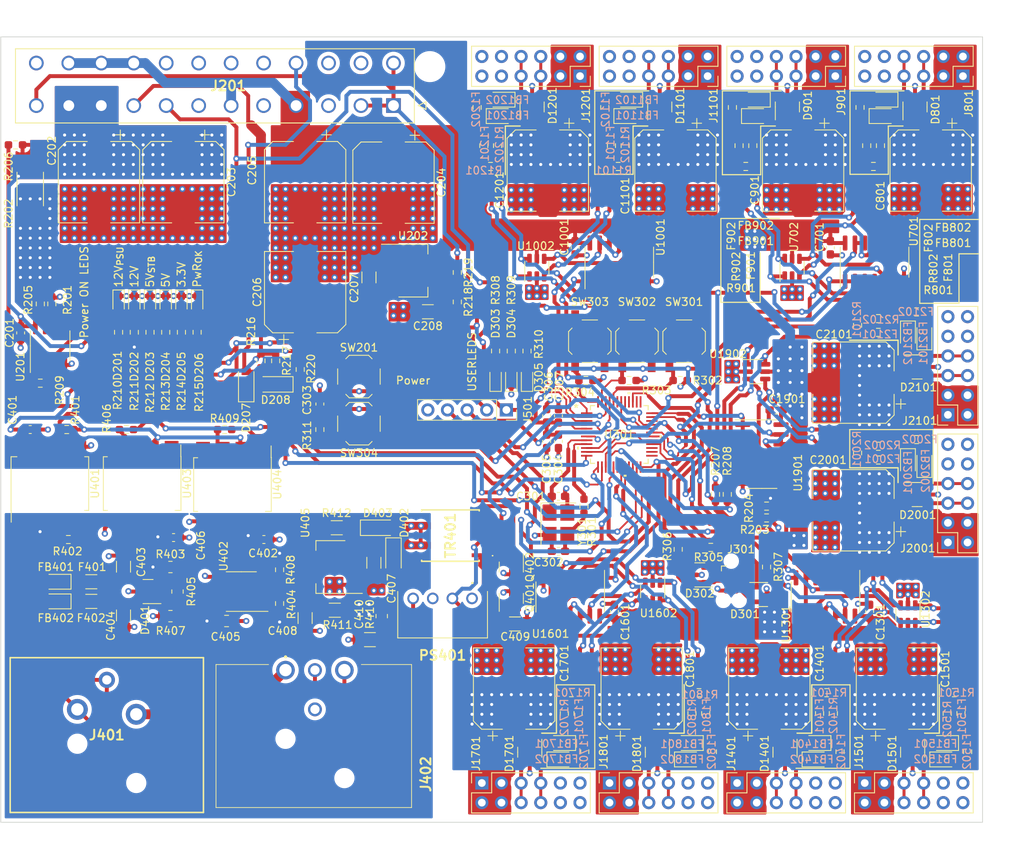
<source format=kicad_pcb>
(kicad_pcb (version 20211014) (generator pcbnew)
  (layers (0 "F.Cu" signal) (1 "In1.Cu" signal) (2 "In2.Cu" signal) (31 "B.Cu" signal) (34 "B.Paste" user) (35 "F.Paste" user) (36 "B.SilkS" user "B.Silkscreen") (37 "F.SilkS" user "F.Silkscreen") (38 "B.Mask" user) (39 "F.Mask" user) (44 "Edge.Cuts" user))
  (net 0 "")
  (net 1 "GND")
  (net 2 "/MCU/OSC_{IN}")
  (net 3 "/MCU/OSC_{OUT}")
  (net 4 "+3.3V")
  (net 5 "ISOVCC")
  (net 6 "/Power/5V_{STB}")
  (net 7 "/DMX/DMX_{A}")
  (net 8 "ISOGND")
  (net 9 "/DMX/DMX_{B}")
  (net 10 "+5V")
  (net 11 "+12V")
  (net 12 "SHIELD")
  (net 13 "/DMX/ISO_{R}")
  (net 14 "/DMX/ISO_{DE}")
  (net 15 "/DMX/ISO_{D}")
  (net 16 "/DMX/BUS_{A}")
  (net 17 "/DMX/filtered_{A}")
  (net 18 "/DMX/filtered_{B}")
  (net 19 "/DMX/B0505_{OUTPUT}")
  (net 20 "/DMX/AMS1117_{5VOUT}")
  (net 24 "/DMX/BUS_{B}")
  (net 25 "/MCU/NRST_{MCU}")
  (net 26 "/DMX/ISO5V_{rectified}")
  (net 27 "/LEDOUT/LEDOUTCELL0/LEDOUTEDGE_{A}/LEDOUT")
  (net 28 "/LEDOUT/LEDOUTCELL0/LEDOUTEDGE_{A}/PWRENA")
  (net 29 "/LEDOUT/LEDOUTCELL0/LEDOUTEDGE_{B}/LEDOUT")
  (net 30 "/LEDOUT/LEDOUTCELL0/LEDOUTEDGE_{B}/PWRENA")
  (net 31 "/LEDOUT/LEDOUTCELL1/LEDOUTEDGE_{A}/LEDOUT")
  (net 32 "/LEDOUT/LEDOUTCELL1/LEDOUTEDGE_{A}/PWRENA")
  (net 33 "/LEDOUT/LEDOUTCELL1/LEDOUTEDGE_{B}/LEDOUT")
  (net 34 "/LEDOUT/LEDOUTCELL1/LEDOUTEDGE_{B}/PWRENA")
  (net 35 "/LEDOUT/LEDOUTCELL2/LEDOUTEDGE_{A}/LEDOUT")
  (net 36 "/LEDOUT/LEDOUTCELL2/LEDOUTEDGE_{A}/PWRENA")
  (net 37 "/LEDOUT/LEDOUTCELL2/LEDOUTEDGE_{B}/LEDOUT")
  (net 38 "/LEDOUT/LEDOUTCELL2/LEDOUTEDGE_{B}/PWRENA")
  (net 39 "/LEDOUT/LEDOUTCELL3/LEDOUTEDGE_{A}/LEDOUT")
  (net 40 "/LEDOUT/LEDOUTCELL3/LEDOUTEDGE_{A}/PWRENA")
  (net 41 "/LEDOUT/LEDOUTCELL3/LEDOUTEDGE_{B}/LEDOUT")
  (net 42 "/LEDOUT/LEDOUTCELL3/LEDOUTEDGE_{B}/PWRENA")
  (net 43 "/LEDOUT/LEDOUTCELL4/LEDOUTEDGE_{A}/LEDOUT")
  (net 44 "/LEDOUT/LEDOUTCELL4/LEDOUTEDGE_{A}/PWRENA")
  (net 45 "/LEDOUT/LEDOUTCELL4/LEDOUTEDGE_{B}/LEDOUT")
  (net 46 "/LEDOUT/LEDOUTCELL4/LEDOUTEDGE_{B}/PWRENA")
  (net 47 "/PWR_{OK}")
  (net 48 "/Power/12V_{PSU}")
  (net 50 "/Enable_Power")
  (net 52 "/DMX/Trafo1prim")
  (net 53 "/Trafo1")
  (net 54 "/DMX/Trafo2prim")
  (net 55 "/Trafo2")
  (net 56 "/5V_{MONITOR}")
  (net 57 "/12V_{MONITOR}")
  (net 58 "/Power/3V3_{regulator}")
  (net 59 "/12V_{Isense}")
  (net 60 "/DMX_{RX}")
  (net 61 "/DMX_{DE}")
  (net 62 "/DMX_{TX}")
  (net 63 "/MIDI_{RX}")
  (net 66 "/Power/PS_{ON}")
  (net 70 "/MIDI_{TX}")
  (net 71 "/MCU/XTAL_{IN}")
  (net 72 "/MCU/SWD_{DIO}")
  (net 73 "/MCU/SWD_{CLK}")
  (net 74 "/Power/PWRLED_{1}")
  (net 77 "/Power/PWRLED_{2}")
  (net 78 "/Button_{POWER}")
  (net 79 "/Power/OP+_{Current}")
  (net 80 "/Power/OP-_{Current}")
  (net 85 "/Power/3V3_{PSU}")
  (net 86 "/LEDOUT_{8}")
  (net 87 "/LEDOUT_{4}")
  (net 88 "/LEDOUT_{5}")
  (net 89 "/LEDOUT_{6}")
  (net 90 "/LEDOUT_{7}")
  (net 91 "/LEDOUT_{0}")
  (net 92 "/LEDOUT_{2}")
  (net 93 "/LEDOUT_{3}")
  (net 94 "/LEDOUT_{9}")
  (net 95 "/LEDOUT_{1}")
  (net 96 "/Power/PWRLED_{3}")
  (net 97 "/Power/PWRLED_{4}")
  (net 98 "/Power/PWRLED_{5}")
  (net 99 "/Power/PWRLED_{6}")
  (net 100 "/MCU/NRST_{debug}")
  (net 102 "/MCU/BTN_{1}")
  (net 103 "/MCU/BTN_{2}")
  (net 104 "/MCU/BTN_{3}")
  (net 105 "/MCU/MCU_SWD_{CLK}")
  (net 106 "/MCU/MCU_SWD_{DIO}")
  (net 107 "/MCU/USERLED_{3}")
  (net 108 "/MCU/USERLED_{2}")
  (net 109 "/MCU/NRST_{BTN}")
  (net 110 "/MCU/USERLED_{1}")
  (net 111 "/LEDOUT/LEDOUTCELL0/LEDOUTEDGE_{A}/LED_{CONN}")
  (net 112 "/LEDOUT/LEDOUTCELL0/LEDOUTEDGE_{A}/PWR_{CONN}")
  (net 113 "/LEDOUT/LEDOUTCELL0/LEDOUTEDGE_{B}/LED_{CONN}")
  (net 114 "/LEDOUT/LEDOUTCELL0/LEDOUTEDGE_{B}/PWR_{CONN}")
  (net 115 "/LEDOUT/LEDOUTCELL1/LEDOUTEDGE_{A}/LED_{CONN}")
  (net 116 "/LEDOUT/LEDOUTCELL1/LEDOUTEDGE_{A}/PWR_{CONN}")
  (net 117 "/LEDOUT/LEDOUTCELL1/LEDOUTEDGE_{B}/LED_{CONN}")
  (net 118 "/LEDOUT/LEDOUTCELL1/LEDOUTEDGE_{B}/PWR_{CONN}")
  (net 119 "/LEDOUT/LEDOUTCELL2/LEDOUTEDGE_{A}/LED_{CONN}")
  (net 120 "/LEDOUT/LEDOUTCELL2/LEDOUTEDGE_{A}/PWR_{CONN}")
  (net 121 "/LEDOUT/LEDOUTCELL2/LEDOUTEDGE_{B}/LED_{CONN}")
  (net 122 "/LEDOUT/LEDOUTCELL2/LEDOUTEDGE_{B}/PWR_{CONN}")
  (net 123 "/LEDOUT/LEDOUTCELL3/LEDOUTEDGE_{A}/LED_{CONN}")
  (net 124 "/LEDOUT/LEDOUTCELL3/LEDOUTEDGE_{A}/PWR_{CONN}")
  (net 125 "/LEDOUT/LEDOUTCELL3/LEDOUTEDGE_{B}/LED_{CONN}")
  (net 126 "/LEDOUT/LEDOUTCELL3/LEDOUTEDGE_{B}/PWR_{CONN}")
  (net 127 "/LEDOUT/LEDOUTCELL4/LEDOUTEDGE_{A}/LED_{CONN}")
  (net 128 "/LEDOUT/LEDOUTCELL4/LEDOUTEDGE_{A}/PWR_{CONN}")
  (net 129 "/LEDOUT/LEDOUTCELL4/LEDOUTEDGE_{B}/LED_{CONN}")
  (net 130 "/LEDOUT/LEDOUTCELL4/LEDOUTEDGE_{B}/PWR_{CONN}")
  (net 131 "/LEDOUT/LEDOUTCELL0/LEDOUTEDGE_{A}/LED_{BEAD}")
  (net 132 "/LEDOUT/LEDOUTCELL0/LEDOUTEDGE_{A}/LED_{FUSE}")
  (net 133 "/LEDOUT/LEDOUTCELL0/LEDOUTEDGE_{A}/PWR_{FUSE}")
  (net 134 "/LEDOUT/LEDOUTCELL0/LEDOUTEDGE_{A}/PWR_{BEAD}")
  (net 135 "/LEDOUT/LEDOUTCELL0/LEDOUTEDGE_{B}/LED_{BEAD}")
  (net 136 "/LEDOUT/LEDOUTCELL0/LEDOUTEDGE_{B}/LED_{FUSE}")
  (net 137 "/LEDOUT/LEDOUTCELL0/LEDOUTEDGE_{B}/PWR_{FUSE}")
  (net 138 "/LEDOUT/LEDOUTCELL0/LEDOUTEDGE_{B}/PWR_{BEAD}")
  (net 139 "/LEDOUT/LEDOUTCELL1/LEDOUTEDGE_{A}/LED_{BEAD}")
  (net 140 "/LEDOUT/LEDOUTCELL1/LEDOUTEDGE_{A}/LED_{FUSE}")
  (net 141 "/LEDOUT/LEDOUTCELL1/LEDOUTEDGE_{A}/PWR_{FUSE}")
  (net 142 "/LEDOUT/LEDOUTCELL1/LEDOUTEDGE_{A}/PWR_{BEAD}")
  (net 143 "/LEDOUT/LEDOUTCELL1/LEDOUTEDGE_{B}/LED_{BEAD}")
  (net 144 "/LEDOUT/LEDOUTCELL1/LEDOUTEDGE_{B}/LED_{FUSE}")
  (net 145 "/LEDOUT/LEDOUTCELL1/LEDOUTEDGE_{B}/PWR_{FUSE}")
  (net 146 "/LEDOUT/LEDOUTCELL1/LEDOUTEDGE_{B}/PWR_{BEAD}")
  (net 147 "/LEDOUT/LEDOUTCELL2/LEDOUTEDGE_{A}/LED_{BEAD}")
  (net 148 "/LEDOUT/LEDOUTCELL2/LEDOUTEDGE_{A}/LED_{FUSE}")
  (net 149 "/LEDOUT/LEDOUTCELL2/LEDOUTEDGE_{A}/PWR_{FUSE}")
  (net 150 "/LEDOUT/LEDOUTCELL2/LEDOUTEDGE_{A}/PWR_{BEAD}")
  (net 151 "/LEDOUT/LEDOUTCELL2/LEDOUTEDGE_{B}/LED_{BEAD}")
  (net 152 "/LEDOUT/LEDOUTCELL2/LEDOUTEDGE_{B}/LED_{FUSE}")
  (net 153 "/LEDOUT/LEDOUTCELL2/LEDOUTEDGE_{B}/PWR_{FUSE}")
  (net 154 "/LEDOUT/LEDOUTCELL2/LEDOUTEDGE_{B}/PWR_{BEAD}")
  (net 155 "/LEDOUT/LEDOUTCELL3/LEDOUTEDGE_{A}/LED_{BEAD}")
  (net 156 "/LEDOUT/LEDOUTCELL3/LEDOUTEDGE_{A}/LED_{FUSE}")
  (net 157 "/LEDOUT/LEDOUTCELL3/LEDOUTEDGE_{A}/PWR_{FUSE}")
  (net 158 "/LEDOUT/LEDOUTCELL3/LEDOUTEDGE_{A}/PWR_{BEAD}")
  (net 159 "/LEDOUT/LEDOUTCELL3/LEDOUTEDGE_{B}/LED_{BEAD}")
  (net 160 "/LEDOUT/LEDOUTCELL3/LEDOUTEDGE_{B}/LED_{FUSE}")
  (net 161 "/LEDOUT/LEDOUTCELL3/LEDOUTEDGE_{B}/PWR_{FUSE}")
  (net 162 "/LEDOUT/LEDOUTCELL3/LEDOUTEDGE_{B}/PWR_{BEAD}")
  (net 163 "/LEDOUT/LEDOUTCELL4/LEDOUTEDGE_{A}/LED_{BEAD}")
  (net 164 "/LEDOUT/LEDOUTCELL4/LEDOUTEDGE_{A}/LED_{FUSE}")
  (net 165 "/LEDOUT/LEDOUTCELL4/LEDOUTEDGE_{A}/PWR_{FUSE}")
  (net 166 "/LEDOUT/LEDOUTCELL4/LEDOUTEDGE_{A}/PWR_{BEAD}")
  (net 167 "/LEDOUT/LEDOUTCELL4/LEDOUTEDGE_{B}/LED_{BEAD}")
  (net 168 "/LEDOUT/LEDOUTCELL4/LEDOUTEDGE_{B}/LED_{FUSE}")
  (net 169 "/LEDOUT/LEDOUTCELL4/LEDOUTEDGE_{B}/PWR_{FUSE}")
  (net 170 "/LEDOUT/LEDOUTCELL4/LEDOUTEDGE_{B}/PWR_{BEAD}")
  (net 171 "/Power/PS_{select}")
  (net 173 "/DMX/ISO_{TRAFO1}")
  (net 174 "/DMX/ISO_{TRAFO2}")
  (net 175 "/DMX/U401_{C}")
  (net 176 "/DMX/OPTO_{DE}")
  (net 177 "/DMX/OPTO_{TX}")
  (net 180 "/MCU/LED_{1}")
  (net 181 "/MCU/LED_{2}")
  (net 182 "/MCU/LED_{3}")
  (footprint "Capacitor_SMD:CP_Elec_10x10" (layer "F.Cu") (at 222.06 105.689 180)
    (fp_text reference "C2001")
    (fp_text value "220u/50V")
  )
  (footprint "Resistor_SMD:R_0603_1608Metric_Pad0.98x0.95mm_HandSolder" (layer "F.Cu") (at 199.644 88.9)
    (fp_text reference "R302")
    (fp_text value "2k2")
  )
  (footprint "Resistor_SMD:R_0603_1608Metric_Pad0.98x0.95mm_HandSolder" (layer "F.Cu") (at 206.4 53.5805 -90)
    (fp_text reference "F902")
    (fp_text value "Polyfuse_Small")
  )
  (footprint "LED_SMD:LED_0603_1608Metric_Pad1.05x0.95mm_HandSolder" (layer "F.Cu") (at 137.16 78.853 -90)
    (fp_text reference "D206")
    (fp_text value "Green")
  )
  (footprint "Capacitor_SMD:C_0603_1608Metric_Pad1.08x0.95mm_HandSolder" (layer "F.Cu") (at 182.372 93.472 90)
    (fp_text reference "C306")
    (fp_text value "1u/50V")
  )
  (footprint "Diode_SMD:D_0805_2012Metric_Pad1.15x1.40mm_HandSolder" (layer "F.Cu") (at 233.791 135.8 180)
    (fp_text reference "FB1501")
    (fp_text value "FerriteBead")
  )
  (footprint "Diode_SMD:D_0805_2012Metric_Pad1.15x1.40mm_HandSolder" (layer "F.Cu") (at 217.281 135.8 180)
    (fp_text reference "FB1401")
    (fp_text value "FerriteBead")
  )
  (footprint "Resistor_SMD:R_0603_1608Metric_Pad0.98x0.95mm_HandSolder" (layer "F.Cu") (at 140.716 95.25)
    (fp_text reference "R409")
    (fp_text value "220R")
  )
  (footprint "Resistor_SMD:R_0603_1608Metric_Pad0.98x0.95mm_HandSolder" (layer "F.Cu") (at 153.035 95.25 -90)
    (fp_text reference "R311")
    (fp_text value "2k2")
  )
  (footprint "Package_SO:SSO-8_6.7x9.8mm_P2.54mm_Clearance8mm" (layer "F.Cu") (at 141.732 102.362 -90)
    (fp_text reference "U404")
    (fp_text value "6N137")
  )
  (footprint "Capacitor_SMD:CP_Elec_10x10" (layer "F.Cu") (at 162.56 63.31 -90)
    (fp_text reference "C204")
    (fp_text value "220u/50V")
  )
  (footprint "Resistor_SMD:R_0603_1608Metric_Pad0.98x0.95mm_HandSolder" (layer "F.Cu") (at 129.032 82.663 -90)
    (fp_text reference "R211")
    (fp_text value "2k2")
  )
  (footprint "Capacitor_SMD:CP_Elec_10x10" (layer "F.Cu") (at 211.176 128.752 90)
    (fp_text reference "C1401")
    (fp_text value "220u/50V")
  )
  (footprint "Diode_SMD:D_0805_2012Metric_Pad1.15x1.40mm_HandSolder" (layer "F.Cu") (at 184.261 137.922)
    (fp_text reference "FB1702")
    (fp_text value "FerriteBead")
  )
  (footprint "Resistor_SMD:R_0603_1608Metric_Pad0.98x0.95mm_HandSolder" (layer "F.Cu") (at 235.966 131.9765 -90)
    (fp_text reference "R1502")
    (fp_text value "22R")
  )
  (footprint "Capacitor_SMD:C_0603_1608Metric_Pad1.08x0.95mm_HandSolder" (layer "F.Cu") (at 183.896 93.472 90)
    (fp_text reference "C307")
    (fp_text value "100n/50V")
  )
  (footprint "Resistor_SMD:R_0603_1608Metric_Pad0.98x0.95mm_HandSolder" (layer "F.Cu") (at 223.774 58.5235 90)
    (fp_text reference "R802")
    (fp_text value "22R")
  )
  (footprint "Resistor_SMD:R_0805_2012Metric_Pad1.20x1.40mm_HandSolder" (layer "F.Cu") (at 134.62 116.205 -90)
    (fp_text reference "R405")
    (fp_text value "100R/NM")
  )
  (footprint "Resistor_SMD:R_0603_1608Metric_Pad0.98x0.95mm_HandSolder" (layer "F.Cu") (at 174.244 58.5235 90)
    (fp_text reference "R1202")
    (fp_text value "22R")
  )
  (footprint "Resistor_SMD:R_0603_1608Metric_Pad0.98x0.95mm_HandSolder" (layer "F.Cu") (at 217.678 131.9765 -90)
    (fp_text reference "F1401")
    (fp_text value "Polyfuse_Small")
  )
  (footprint "Skrooter_footprints:NC3FAAH0" (layer "F.Cu") (at 129.286 132.08 180)
    (fp_text reference "J401")
    (fp_text value "DMX_{IN}" hide)
  )
  (footprint "Resistor_SMD:R_0603_1608Metric_Pad0.98x0.95mm_HandSolder" (layer "F.Cu") (at 176.022 58.5235 90)
    (fp_text reference "F1201")
    (fp_text value "Polyfuse_Small")
  )
  (footprint "Button_Switch_SMD:SW_SPST_TL3342" (layer "F.Cu") (at 158.09 88.392)
    (fp_text reference "SW201")
    (fp_text value "NM")
  )
  (footprint "LED_SMD:LED_0603_1608Metric_Pad1.05x0.95mm_HandSolder" (layer "F.Cu") (at 127 78.853 -90)
    (fp_text reference "D201")
    (fp_text value "Green")
  )
  (footprint "Diode_SMD:D_0805_2012Metric_Pad1.15x1.40mm_HandSolder" (layer "F.Cu") (at 192.929 52.578 180)
    (fp_text reference "FB1102")
    (fp_text value "FerriteBead")
  )
  (footprint "STM32:LQFP48" (layer "F.Cu") (at 191.77 95.885)
    (fp_text reference "U301")
    (fp_text value "STM32G030C8T6")
  )
  (footprint "Package_SO:SOIC-14_3.9x8.7mm_P1.27mm" (layer "F.Cu") (at 210.213 98.425)
    (fp_text reference "U1901")
    (fp_text value "74HC08D")
  )
  (footprint "Capacitor_SMD:C_0603_1608Metric_Pad1.08x0.95mm_HandSolder" (layer "F.Cu") (at 219.075 71.7285 -90)
    (fp_text reference "C701")
    (fp_text value "100n/50V")
  )
  (footprint "LED_SMD:LED_0603_1608Metric_Pad1.05x0.95mm_HandSolder" (layer "F.Cu") (at 175.768 88.646 90)
    (fp_text reference "D303")
    (fp_text value "Blue")
  )
  (footprint "Resistor_SMD:R_0603_1608Metric_Pad0.98x0.95mm_HandSolder" (layer "F.Cu") (at 192.532 58.5235 90)
    (fp_text reference "F1101")
    (fp_text value "Polyfuse_Small")
  )
  (footprint "Package_TO_SOT_SMD:SOT-223-3_TabPin2" (layer "F.Cu") (at 154.432 113.03 180)
    (fp_text reference "U405")
    (fp_text value "AMS1117-5.0")
  )
  (footprint "Diode_SMD:D_0805_2012Metric_Pad1.15x1.40mm_HandSolder" (layer "F.Cu") (at 176.419 54.7)
    (fp_text reference "FB1201")
    (fp_text value "FerriteBead")
  )
  (footprint "Resistor_SMD:R_0603_1608Metric_Pad0.98x0.95mm_HandSolder" (layer "F.Cu") (at 199.39 110.744 -90)
    (fp_text reference "R306")
    (fp_text value "22R")
  )
  (footprint "Diode_SMD:D_0805_2012Metric_Pad1.15x1.40mm_HandSolder" (layer "F.Cu") (at 217.281 137.922)
    (fp_text reference "FB1402")
    (fp_text value "FerriteBead")
  )
  (footprint "Diode_SMD:D_0805_2012Metric_Pad1.15x1.40mm_HandSolder" (layer "F.Cu") (at 200.771 135.8 180)
    (fp_text reference "FB1801")
    (fp_text value "FerriteBead")
  )
  (footprint "Skrooter_footprints:442060007" (layer "F.Cu") (at 162.56 53.34)
    (fp_text reference "J201")
    (fp_text value "ATX-24" hide)
  )
  (footprint "Capacitor_SMD:CP_Elec_10x10" (layer "F.Cu") (at 151.13 77.47 90)
    (fp_text reference "C206")
    (fp_text value "220u/50V")
  )
  (footprint "Capacitor_SMD:C_0603_1608Metric_Pad1.08x0.95mm_HandSolder" (layer "F.Cu") (at 186.055 71.7285 -90)
    (fp_text reference "C1001")
    (fp_text value "100n/50V")
  )
  (footprint "Diode_SMD:D_0805_2012Metric_Pad1.15x1.40mm_HandSolder" (layer "F.Cu") (at 225.949 54.7)
    (fp_text reference "FB801")
    (fp_text value "FerriteBead")
  )
  (footprint "LED_SMD:LED_0603_1608Metric_Pad1.05x0.95mm_HandSolder" (layer "F.Cu") (at 131.064 78.853 -90)
    (fp_text reference "D203")
    (fp_text value "Green")
  )
  (footprint "Resistor_SMD:R_0603_1608Metric_Pad0.98x0.95mm_HandSolder" (layer "F.Cu") (at 175.768 85.09 -90)
    (fp_text reference "R308")
    (fp_text value "470R")
  )
  (footprint "Capacitor_SMD:C_0603_1608Metric_Pad1.08x0.95mm_HandSolder" (layer "F.Cu") (at 183.896 110.998 180)
    (fp_text reference "C302")
    (fp_text value "10p/50V")
  )
  (footprint "Resistor_SMD:R_0603_1608Metric_Pad0.98x0.95mm_HandSolder" (layer "F.Cu") (at 230.2275 80.035 180)
    (fp_text reference "F2102")
    (fp_text value "Polyfuse_Small")
  )
  (footprint "Resistor_SMD:R_0603_1608Metric_Pad0.98x0.95mm_HandSolder" (layer "F.Cu") (at 222.594 81.7645 -90)
    (fp_text reference "R2101")
    (fp_text value "22R")
  )
  (footprint "Connector_PinSocket_2.54mm:PinSocket_2x06_P2.54mm_Vertical" (layer "F.Cu") (at 173.99 140.97 90)
    (fp_text reference "J1701")
    (fp_text value "Conn_02x06_Odd_Even")
  )
  (footprint "Resistor_SMD:R_0603_1608Metric_Pad0.98x0.95mm_HandSolder" (layer "F.Cu") (at 131.064 82.663 -90)
    (fp_text reference "R212")
    (fp_text value "820R")
  )
  (footprint "Capacitor_SMD:C_0603_1608Metric_Pad1.08x0.95mm_HandSolder" (layer "F.Cu") (at 191.135 118.7715 90)
    (fp_text reference "C1601")
    (fp_text value "100n/50V")
  )
  (footprint "Diode_SMD:D_0805_2012Metric_Pad1.15x1.40mm_HandSolder" (layer "F.Cu") (at 200.771 137.922)
    (fp_text reference "FB1802")
    (fp_text value "FerriteBead")
  )
  (footprint "Capacitor_SMD:CP_Elec_10x10" (layer "F.Cu") (at 182.524 61.748 -90)
    (fp_text reference "C1201")
    (fp_text value "220u/50V")
  )
  (footprint "Resistor_SMD:R_0603_1608Metric_Pad0.98x0.95mm_HandSolder" (layer "F.Cu") (at 210.82 105.156 180)
    (fp_text reference "R204")
    (fp_text value "30k")
  )
  (footprint "Resistor_SMD:R_0603_1608Metric_Pad0.98x0.95mm_HandSolder" (layer "F.Cu") (at 193.04 88.9)
    (fp_text reference "R303")
    (fp_text value "2k2")
  )
  (footprint "Resistor_SMD:R_0603_1608Metric_Pad0.98x0.95mm_HandSolder" (layer "F.Cu") (at 191.6195 61.214)
    (fp_text reference "R1101")
    (fp_text value "22R")
  )
  (footprint "Connector_PinSocket_2.54mm:PinSocket_2x06_P2.54mm_Vertical" (layer "F.Cu") (at 186.69 49.53 -90)
    (fp_text reference "J1201")
    (fp_text value "Conn_02x06_Odd_Even")
  )
  (footprint "Connector_PinSocket_2.54mm:PinSocket_2x06_P2.54mm_Vertical" (layer "F.Cu") (at 190.5 140.97 90)
    (fp_text reference "J1801")
    (fp_text value "Conn_02x06_Odd_Even")
  )
  (footprint "Diode_SMD:D_SOD-123" (layer "F.Cu") (at 160.528 107.95)
    (fp_text reference "D403")
    (fp_text value "B5819W")
  )
  (footprint "Diode_SMD:D_0805_2012Metric_Pad1.15x1.40mm_HandSolder" (layer "F.Cu") (at 231.23 99.584 90)
    (fp_text reference "FB2002")
    (fp_text value "FerriteBead")
  )
  (footprint "Resistor_SMD:R_0603_1608Metric_Pad0.98x0.95mm_HandSolder" (layer "F.Cu") (at 222.91 53.5805 -90)
    (fp_text reference "F802")
    (fp_text value "Polyfuse_Small")
  )
  (footprint "Skrooter_footprints:VPT85BB01A" (layer "F.Cu") (at 169.926 108.966 90)
    (fp_text reference "TR401")
    (fp_text value "VPT85BB-01A" hide)
  )
  (footprint "Package_TO_SOT_SMD:SOT-23" (layer "F.Cu") (at 210.312 116.586)
    (fp_text reference "D301")
    (fp_text value "SM712")
  )
  (footprint "Package_SO:SOIC-8_3.9x4.9mm_P1.27mm" (layer "F.Cu") (at 118.1425 84.4225 90)
    (fp_text reference "U201")
    (fp_text value "OPA2197xD")
  )
  (footprint "Skrooter_footprints:B0505SW2R2" (layer "F.Cu") (at 172.72 117.093 180)
    (fp_text reference "PS401")
    (fp_text value "B0505S-1WR3" hide)
  )
  (footprint "Diode_SMD:D_0805_2012Metric_Pad1.15x1.40mm_HandSolder" (layer "F.Cu") (at 233.791 137.922)
    (fp_text reference "FB1502")
    (fp_text value "FerriteBead")
  )
  (footprint "Connector_PinSocket_2.54mm:PinSocket_2x06_P2.54mm_Vertical" (layer "F.Cu") (at 223.52 140.97 90)
    (fp_text reference "J1501")
    (fp_text value "Conn_02x06_Odd_Even")
  )
  (footprint "Capacitor_SMD:C_0603_1608Metric_Pad1.08x0.95mm_HandSolder" (layer "F.Cu") (at 153.035 91.948 -90)
    (fp_text reference "C303")
    (fp_text value "100n/50V")
  )
  (footprint "Capacitor_SMD:C_1206_3216Metric_Pad1.33x1.80mm_HandSolder" (layer "F.Cu") (at 160.02 112.4835 -90)
    (fp_text reference "C407")
    (fp_text value "22u/25V")
  )
  (footprint "Resistor_SMD:R_0805_2012Metric_Pad1.20x1.40mm_HandSolder" (layer "F.Cu") (at 161.036 119.38 90)
    (fp_text reference "R410")
    (fp_text value "0R")
  )
  (footprint "Capacitor_SMD:C_0603_1608Metric_Pad1.08x0.95mm_HandSolder" (layer "F.Cu") (at 114.3325 82.745 90)
    (fp_text reference "C201")
    (fp_text value "100n/50V")
  )
  (footprint "Resistor_SMD:R_0603_1608Metric_Pad0.98x0.95mm_HandSolder" (layer "F.Cu") (at 187.452 88.9)
    (fp_text reference "R304")
    (fp_text value "2k2")
  )
  (footprint "Package_TO_SOT_SMD:SOT-23-6" (layer "F.Cu") (at 181.102 74.3005 90)
    (fp_text reference "U1002")
    (fp_text value "SRV05-4")
  )
  (footprint "Package_TO_SOT_SMD:SOT-23" (layer "F.Cu") (at 230.2925 103.657)
    (fp_text reference "D2001")
    (fp_text value "SM712")
  )
  (footprint "Capacitor_SMD:CP_Elec_10x10" (layer "F.Cu") (at 151.13 63.246 -90)
    (fp_text reference "C205")
    (fp_text value "220u/50V")
  )
  (footprint "Resistor_SMD:R_0603_1608Metric_Pad0.98x0.95mm_HandSolder" (layer "F.Cu") (at 137.16 82.663 -90)
    (fp_text reference "R215")
    (fp_text value "820R")
  )
  (footprint "Package_TO_SOT_SMD:SOT-23" (layer "F.Cu") (at 213.208 136.9845 -90)
    (fp_text reference "D1401")
    (fp_text value "SM712")
  )
  (footprint "Package_TO_SOT_SMD:SOT-23" (layer "F.Cu") (at 213.512 53.5155 90)
    (fp_text reference "D901")
    (fp_text value "SM712")
  )
  (footprint "Diode_SMD:D_SOD-123" (layer "F.Cu") (at 162.56 111.506 -90)
    (fp_text reference "D402")
    (fp_text value "B5819W")
  )
  (footprint "Button_Switch_SMD:SW_SPST_TL3342" (layer "F.Cu") (at 187.96 83.82 90)
    (fp_text reference "SW303")
    (fp_text value "SW_MEC_5G")
  )
  (footprint "Resistor_SMD:R_0603_1608Metric_Pad0.98x0.95mm_HandSolder" (layer "F.Cu") (at 175.1095 61.214)
    (fp_text reference "R1201")
    (fp_text value "22R")
  )
  (footprint "Package_SO:SOIC-14_3.9x8.7mm_P1.27mm" (layer "F.Cu") (at 218.44 116.905 -90)
    (fp_text reference "U1301")
    (fp_text value "74HC08D")
  )
  (footprint "Resistor_SMD:R_0603_1608Metric_Pad0.98x0.95mm_HandSolder" (layer "F.Cu") (at 234.188 131.9765 -90)
    (fp_text reference "F1501")
    (fp_text value "Polyfuse_Small")
  )
  (footprint "Resistor_SMD:R_0603_1608Metric_Pad0.98x0.95mm_HandSolder" (layer "F.Cu") (at 225.2845 99.187)
    (fp_text reference "F2001")
    (fp_text value "Polyfuse_Small")
  )
  (footprint "Package_TO_SOT_SMD:SOT-23" (layer "F.Cu") (at 230.2925 87.147)
    (fp_text reference "D2101")
    (fp_text value "SM712")
  )
  (footprint "Capacitor_SMD:C_1206_3216Metric_Pad1.33x1.80mm_HandSolder" (layer "F.Cu") (at 167.005 80.01 180)
    (fp_text reference "C208")
    (fp_text value "22u/25V")
  )
  (footprint "Diode_SMD:D_0805_2012Metric_Pad1.15x1.40mm_HandSolder" (layer "F.Cu") (at 209.439 52.578 180)
    (fp_text reference "FB902")
    (fp_text value "FerriteBead")
  )
  (footprint "Resistor_SMD:R_0603_1608Metric_Pad0.98x0.95mm_HandSolder" (layer "F.Cu") (at 190.754 58.5235 90)
    (fp_text reference "R1102")
    (fp_text value "22R")
  )
  (footprint "Connector_PinSocket_2.54mm:PinSocket_2x06_P2.54mm_Vertical" (layer "F.Cu") (at 219.71 49.53 -90)
    (fp_text reference "J901")
    (fp_text value "Conn_02x06_Odd_Even")
  )
  (footprint "Connector_PinSocket_2.54mm:PinSocket_2x06_P2.54mm_Vertical" (layer "F.Cu") (at 234.278 109.855 180)
    (fp_text reference "J2001")
    (fp_text value "Conn_02x06_Odd_Even")
  )
  (footprint "Resistor_SMD:R_0603_1608Metric_Pad0.98x0.95mm_HandSolder" (layer "F.Cu") (at 203.81 136.9195 90)
    (fp_text reference "F1802")
    (fp_text value "Polyfuse_Small")
  )
  (footprint "Resistor_SMD:R_0603_1608Metric_Pad0.98x0.95mm_HandSolder" (layer "F.Cu") (at 170.815 74.93 -90)
    (fp_text reference "R219")
    (fp_text value "0R/NM")
  )
  (footprint "Diode_SMD:D_SOD-123" (layer "F.Cu") (at 147.32 89.408 180)
    (fp_text reference "D208")
    (fp_text value "D")
  )
  (footprint "Diode_SMD:D_0805_2012Metric_Pad1.15x1.40mm_HandSolder" (layer "F.Cu") (at 176.419 52.578 180)
    (fp_text reference "FB1202")
    (fp_text value "FerriteBead")
  )
  (footprint "Resistor_SMD:R_0603_1608Metric_Pad0.98x0.95mm_HandSolder" (layer "F.Cu") (at 225.2845 82.677)
    (fp_text reference "F2101")
    (fp_text value "Polyfuse_Small")
  )
  (footprint "Diode_SMD:D_0805_2012Metric_Pad1.15x1.40mm_HandSolder" (layer "F.Cu") (at 118.99 114.935 180)
    (fp_text reference "FB401")
    (fp_text value "FerriteBead")
  )
  (footprint "Resistor_SMD:R_0603_1608Metric_Pad0.98x0.95mm_HandSolder" (layer "F.Cu") (at 184.658 131.9765 -90)
    (fp_text reference "F1701")
    (fp_text value "Polyfuse_Small")
  )
  (footprint "Package_TO_SOT_SMD:SOT-23" (layer "F.Cu") (at 197.002 53.5155 90)
    (fp_text reference "D1101")
    (fp_text value "SM712")
  )
  (footprint "LED_SMD:LED_0603_1608Metric_Pad1.05x0.95mm_HandSolder" (layer "F.Cu") (at 129.032 78.853 -90)
    (fp_text reference "D202")
    (fp_text value "Green")
  )
  (footprint "Resistor_SMD:R_0603_1608Metric_Pad0.98x0.95mm_HandSolder" (layer "F.Cu") (at 225.552 58.5235 90)
    (fp_text reference "F801")
    (fp_text value "Polyfuse_Small")
  )
  (footprint "LED_SMD:LED_0603_1608Metric_Pad1.05x0.95mm_HandSolder" (layer "F.Cu") (at 135.128 78.853 -90)
    (fp_text reference "D205")
    (fp_text value "Green")
  )
  (footprint "Capacitor_SMD:C_1206_3216Metric_Pad1.33x1.80mm_HandSolder" (layer "F.Cu") (at 159.512 122.428 180)
    (fp_text reference "C410")
    (fp_text value "47u/10V")
  )
  (footprint "Resistor_SMD:R_0603_1608Metric_Pad0.98x0.95mm_HandSolder" (layer "F.Cu") (at 147.32 86.36 -90)
    (fp_text reference "R217")
    (fp_text value "4k7")
  )
  (footprint "Resistor_SMD:R_0603_1608Metric_Pad0.98x0.95mm_HandSolder" (layer "F.Cu") (at 113.665 58.42 180)
    (fp_text reference "R206")
    (fp_text value "10k")
  )
  (footprint "Resistor_SMD:R_1206_3216Metric_Pad1.30x1.75mm_HandSolder" (layer "F.Cu") (at 154.966 118.618 180)
    (fp_text reference "R411")
    (fp_text value "0R/NM")
  )
  (footprint "Diode_SMD:D_0805_2012Metric_Pad1.15x1.40mm_HandSolder" (layer "F.Cu") (at 184.261 135.8 180)
    (fp_text reference "FB1701")
    (fp_text value "FerriteBead")
  )
  (footprint "Resistor_SMD:R_0603_1608Metric_Pad0.98x0.95mm_HandSolder" (layer "F.Cu") (at 187.198 105.156 90)
    (fp_text reference "R301")
    (fp_text value "22R")
  )
  (footprint "Package_TO_SOT_SMD:SOT-23" (layer "F.Cu") (at 130.81 116.205 180)
    (fp_text reference "D401")
    (fp_text value "SM712")
  )
  (footprint "Resistor_SMD:R_0603_1608Metric_Pad0.98x0.95mm_HandSolder" (layer "F.Cu") (at 189.89 53.5805 -90)
    (fp_text reference "F1102")
    (fp_text value "Polyfuse_Small")
  )
  (footprint "Resistor_SMD:R_0603_1608Metric_Pad0.98x0.95mm_HandSolder" (layer "F.Cu") (at 179.832 85.09 -90)
    (fp_text reference "R310")
    (fp_text value "470R")
  )
  (footprint "Resistor_SMD:R_0603_1608Metric_Pad0.98x0.95mm_HandSolder" (layer "F.Cu") (at 204.216 103.632 90)
    (fp_text reference "R207")
    (fp_text value "15k")
  )
  (footprint "Diode_SMD:D_0805_2012Metric_Pad1.15x1.40mm_HandSolder" (layer "F.Cu") (at 229.108 99.584 -90)
    (fp_text reference "FB2001")
    (fp_text value "FerriteBead")
  )
  (footprint "Capacitor_SMD:C_1206_3216Metric_Pad1.33x1.80mm_HandSolder" (layer "F.Cu") (at 178.2695 120.396 180)
    (fp_text reference "C409")
    (fp_text value "47u/10V")
  )
  (footprint "Connector_PinSocket_2.54mm:PinSocket_2x06_P2.54mm_Vertical" (layer "F.Cu") (at 203.2 49.53 -90)
    (fp_text reference "J1101")
    (fp_text value "Conn_02x06_Odd_Even")
  )
  (footprint "Capacitor_SMD:C_0603_1608Metric_Pad1.08x0.95mm_HandSolder" (layer "F.Cu") (at 212.0795 92.71 180)
    (fp_text reference "C1901")
    (fp_text value "100n/50V")
  )
  (footprint "Resistor_SMD:R_0603_1608Metric_Pad0.98x0.95mm_HandSolder" (layer "F.Cu") (at 209.042 58.5235 90)
    (fp_text reference "F901")
    (fp_text value "Polyfuse_Small")
  )
  (footprint "Resistor_SMD:R_0603_1608Metric_Pad0.98x0.95mm_HandSolder" (layer "F.Cu") (at 150.495 87.4795 -90)
    (fp_text reference "R220")
    (fp_text value "0R/NM")
  )
  (footprint "Diode_SMD:D_0805_2012Metric_Pad1.15x1.40mm_HandSolder" (layer "F.Cu") (at 209.439 54.7)
    (fp_text reference "FB901")
    (fp_text value "FerriteBead")
  )
  (footprint "Capacitor_SMD:C_0603_1608Metric_Pad1.08x0.95mm_HandSolder" (layer "F.Cu") (at 115.57 95.25 180)
    (fp_text reference "C401")
    (fp_text value "100n/50V")
  )
  (footprint "Resistor_SMD:R_0603_1608Metric_Pad0.98x0.95mm_HandSolder" (layer "F.Cu") (at 224.6395 61.214)
    (fp_text reference "R801")
    (fp_text value "22R")
  )
  (footprint "Resistor_SMD:R_0603_1608Metric_Pad0.98x0.95mm_HandSolder" (layer "F.Cu") (at 120.4995 109.474 180)
    (fp_text reference "R402")
    (fp_text value "330R")
  )
  (footprint "Resistor_SMD:R_0603_1608Metric_Pad0.98x0.95mm_HandSolder" (layer "F.Cu") (at 120.2925 95.25)
    (fp_text reference "R401")
    (fp_text value "470R")
  )
  (footprint "Capacitor_SMD:CP_Elec_10x10" (layer "F.Cu") (at 199.034 61.748 -90)
    (fp_text reference "C1101")
    (fp_text value "220u/50V")
  )
  (footprint "Capacitor_SMD:CP_Elec_10x10" (layer "F.Cu") (at 178.156 128.752 90)
    (fp_text reference "C1701")
    (fp_text value "220u/50V")
  )
  (footprint "Resistor_SMD:R_0603_1608Metric_Pad0.98x0.95mm_HandSolder" (layer "F.Cu") (at 202.0805 129.286 180)
    (fp_text reference "R1801")
    (fp_text value "22R")
  )
  (footprint "Resistor_SMD:R_0603_1608Metric_Pad0.98x0.95mm_HandSolder" (layer "F.Cu") (at 210.82 113.03 -90)
    (fp_text reference "R307")
    (fp_text value "22R")
  )
  (footprint "Button_Switch_SMD:SW_SPST_TL3342" (layer "F.Cu") (at 200.152 83.82 90)
    (fp_text reference "SW301")
    (fp_text value "SW_MEC_5G")
  )
  (footprint "Resistor_SMD:R_0603_1608Metric_Pad0.98x0.95mm_HandSolder" (layer "F.Cu") (at 133.096 82.663 -90)
    (fp_text reference "R213")
    (fp_text value "820R")
  )
  (footprint "Diode_SMD:D_0805_2012Metric_Pad1.15x1.40mm_HandSolder" (layer "F.Cu") (at 225.949 52.578 180)
    (fp_text reference "FB802")
    (fp_text value "FerriteBead")
  )
  (footprint "Resistor_SMD:R_0603_1608Metric_Pad0.98x0.95mm_HandSolder" (layer "F.Cu") (at 207.264 58.5235 90)
    (fp_text reference "R902")
    (fp_text value "22R")
  )
  (footprint "Package_TO_SOT_SMD:SOT-23" (layer "F.Cu") (at 230.022 53.5155 90)
    (fp_text reference "D801")
    (fp_text value "SM712")
  )
  (footprint "Package_TO_SOT_SMD:SOT-23" (layer "F.Cu") (at 180.492 53.5155 90)
    (fp_text reference "D1201")
    (fp_text value "SM712")
  )
  (footprint "Resistor_SMD:R_0603_1608Metric_Pad0.98x0.95mm_HandSolder" (layer "F.Cu") (at 205.74 103.632 -90)
    (fp_text reference "R208")
    (fp_text value "10k")
  )
  (footprint "Resistor_SMD:R_0805_2012Metric_Pad1.20x1.40mm_HandSolder" (layer "F.Cu") (at 133.7075 113.03)
    (fp_text reference "R403")
    (fp_text value "680R")
  )
  (footprint "Resistor_SMD:R_0805_2012Metric_Pad1.20x1.40mm_HandSolder" (layer "F.Cu") (at 133.7075 119.38)
    (fp_text reference "R407")
    (fp_text value "680R")
  )
  (footprint "Package_SO:SOIC-14_3.9x8.7mm_P1.27mm" (layer "F.Cu") (at 185.42 116.905 -90)
    (fp_text reference "U1601")
    (fp_text value "74HC08D")
  )
  (footprint "LED_SMD:LED_0603_1608Metric_Pad1.05x0.95mm_HandSolder" (layer "F.Cu") (at 177.8 88.646 90)
    (fp_text reference "D304")
    (fp_text value "Blue")
  )
  (footprint "Package_TO_SOT_SMD:SOT-23" (layer "F.Cu") (at 177.8 117.094 90)
    (fp_text reference "Q401")
    (fp_text value "AO3400A")
  )
  (footprint "Resistor_SMD:R_0603_1608Metric_Pad0.98x0.95mm_HandSolder" (layer "F.Cu") (at 219.456 131.9765 -90)
    (fp_text reference "R1402")
    (fp_text value "22R")
  )
  (footprint "Diode_SMD:D_0805_2012Metric_Pad1.15x1.40mm_HandSolder" (layer "F.Cu") (at 118.99 117.475 180)
    (fp_text reference "FB402")
    (fp_text value "FerriteBead")
  )
  (footprint "Capacitor_SMD:C_0805_2012Metric_Pad1.18x1.45mm_HandSolder" (layer "F.Cu") (at 140.97 120.015)
    (fp_text reference "C405")
    (fp_text value "2.2u/50V")
  )
  (footprint "Resistor_SMD:R_0603_1608Metric_Pad0.98x0.95mm_HandSolder" (layer "F.Cu") (at 116.8725 89.2485 180)
    (fp_text reference "R209")
    (fp_text value "300k")
  )
  (footprint "Resistor_SMD:R_0603_1608Metric_Pad0.98x0.95mm_HandSolder" (layer "F.Cu") (at 116.8725 78.994 90)
    (fp_text reference "R205")
    (fp_text value "10k")
  )
  (footprint "Skrooter_footprints:NC3MAAH0" (layer "F.Cu") (at 148.59 126.365 180)
    (fp_text reference "J402")
    (fp_text value "DMX_{THRU}" hide)
  )
  (footprint "Resistor_SMD:R_0603_1608Metric_Pad0.98x0.95mm_HandSolder" (layer "F.Cu") (at 218.5905 129.286 180)
    (fp_text reference "R1401")
    (fp_text value "22R")
  )
  (footprint "Resistor_SMD:R_0603_1608Metric_Pad0.98x0.95mm_HandSolder" (layer "F.Cu") (at 127 82.663 -90)
    (fp_text reference "R210")
    (fp_text value "2k2")
  )
  (footprint "Resistor_SMD:R_0603_1608Metric_Pad0.98x0.95mm_HandSolder" (layer "F.Cu") (at 185.5705 129.286 180)
    (fp_text reference "R1701")
    (fp_text value "22R")
  )
  (footprint "Package_SO:SOIC-8_3.9x4.9mm_P1.27mm" (layer "F.Cu") (at 142.875 116.205 180)
    (fp_text reference "U402")
    (fp_text value "SN65176B")
  )
  (footprint "Connector:Tag-Connect_TC2030-IDC-NL_2x03_P1.27mm_Vertical" (layer "F.Cu") (at 206.248 114.808 -90)
    (fp_text reference "J301")
    (fp_text value "TC-2030-NL")
  )
  (footprint "Resistor_SMD:R_0603_1608Metric_Pad0.98x0.95mm_HandSolder" (layer "F.Cu") (at 145.415 86.36 -90)
    (fp_text reference "R216")
    (fp_text value "4k7")
  )
  (footprint "Resistor_SMD:R_0603_1608Metric_Pad0.98x0.95mm_HandSolder" (layer "F.Cu") (at 147.828 117.7525 90)
    (fp_text reference "R404")
    (fp_text value "470R")
  )
  (footprint "Capacitor_SMD:CP_Elec_10x10" (layer "F.Cu") (at 124.46 63.246 -90)
    (fp_text reference "C202")
    (fp_text value "220u/50V")
  )
  (footprint "Resistor_SMD:R_0603_1608Metric_Pad0.98x0.95mm_HandSolder" (layer "F.Cu") (at 170.815 78.74 -90)
    (fp_text reference "R218")
    (fp_text value "0R")
  )
  (footprint "Package_SO:SSO-8_6.7x9.8mm_P2.54mm_Clearance8mm" (layer "F.Cu") (at 130.048 102.235 -90)
    (fp_text reference "U403")
    (fp_text value "6N137")
  )
  (footprint "Capacitor_SMD:CP_Elec_10x10" (layer "F.Cu") (at 227.686 128.752 90)
    (fp_text reference "C1501")
    (fp_text value "220u/50V")
  )
  (footprint "Package_TO_SOT_SMD:SOT-23-6" (layer "F.Cu") (at 196.088 116.1995 -90)
    (fp_text reference "U1602")
    (fp_text value "SRV05-4")
  )
  (footprint "Resistor_SMD:R_0603_1608Metric_Pad0.98x0.95mm_HandSolder" (layer "F.Cu") (at 225.2845 97.409)
    (fp_text reference "R2002")
    (fp_text value "22R")
  )
  (footprint "Package_TO_SOT_SMD:SOT-23" (layer "F.Cu") (at 180.188 136.9845 -90)
    (fp_text reference "D1701")
    (fp_text value "SM712")
  )
  (footprint "Resistor_SMD:R_0603_1608Metric_Pad0.98x0.95mm_HandSolder" (layer "F.Cu") (at 187.3 136.9195 90)
    (fp_text reference "F1702")
    (fp_text value "Polyfuse_Small")
  )
  (footprint "Resistor_SMD:R_0603_1608Metric_Pad0.98x0.95mm_HandSolder" (layer "F.Cu") (at 203.6045 110.49 180)
    (fp_text reference "R305")
    (fp_text value "22R")
  )
  (footprint "Package_TO_SOT_SMD:SOT-23" (layer "F.Cu") (at 196.698 136.9845 -90)
    (fp_text reference "D1801")
    (fp_text value "SM712")
  )
  (footprint "Diode_SMD:D_SOD-123" (layer "F.Cu") (at 143.51 89.408 90)
    (fp_text reference "D207")
    (fp_text value "D")
  )
  (footprint "Resistor_SMD:R_0603_1608Metric_Pad0.98x0.95mm_HandSolder" (layer "F.Cu") (at 225.2845 80.899)
    (fp_text reference "R2102")
    (fp_text value "22R")
  )
  (footprint "Resistor_SMD:R_0603_1608Metric_Pad0.98x0.95mm_HandSolder" (layer "F.Cu") (at 236.83 136.9195 90)
    (fp_text reference "F1502")
    (fp_text value "Polyfuse_Small")
  )
  (footprint "Resistor_SMD:R_0603_1608Metric_Pad0.98x0.95mm_HandSolder" (layer "F.Cu") (at 230.2275 96.545 180)
    (fp_text reference "F2002")
    (fp_text value "Polyfuse_Small")
  )
  (footprint "Resistor_SMD:R_0603_1608Metric_Pad0.98x0.95mm_HandSolder" (layer "F.Cu") (at 235.1005 129.286 180)
    (fp_text reference "R1501")
    (fp_text value "22R")
  )
  (footprint "Resistor_SMD:R_0603_1608Metric_Pad0.98x0.95mm_HandSolder" (layer "F.Cu") (at 173.38 53.5805 -90)
    (fp_text reference "F1202")
    (fp_text value "Polyfuse_Small")
  )
  (footprint "Package_TO_SOT_SMD:SOT-23" (layer "F.Cu") (at 202.184 114.046 180)
    (fp_text reference "D302")
    (fp_text value "SM712")
  )
  (footprint "Resistor_SMD:R_0603_1608Metric_Pad0.98x0.95mm_HandSolder" (layer "F.Cu") (at 202.946 131.9765 -90)
    (fp_text reference "R1802")
    (fp_text value "22R")
  )
  (footprint "Resistor_SMD:R_0603_1608Metric_Pad0.98x0.95mm_HandSolder" (layer "F.Cu") (at 201.168 131.9765 -90)
    (fp_text reference "F1801")
    (fp_text value "Polyfuse_Small")
  )
  (footprint "Capacitor_SMD:C_0603_1608Metric_Pad1.08x0.95mm_HandSolder" (layer "F.Cu") (at 182.372 96.774 90)
    (fp_text reference "C305")
    (fp_text value "100n/50V")
  )
  (footprint "Capacitor_SMD:C_0603_1608Metric_Pad1.08x0.95mm_HandSolder" (layer "F.Cu") (at 145.796 109.474 180)
    (fp_text reference "C402")
    (fp_text value "100n/50V")
  )
  (footprint "Resistor_SMD:R_0603_1608Metric_Pad0.98x0.95mm_HandSolder" (layer "F.Cu") (at 177.8 85.09 -90)
    (fp_text reference "R309")
    (fp_text value "470R")
  )
  (footprint "Capacitor_SMD:CP_Elec_10x10" (layer "F.Cu") (at 215.544 61.748 -90)
    (fp_text reference "C901")
    (fp_text value "220u/50V")
  )
  (footprint "Resistor_SMD:R_0603_1608Metric_Pad0.98x0.95mm_HandSolder" (layer "F.Cu") (at 220.32 136.9195 90)
    (fp_text reference "F1402")
    (fp_text value "Polyfuse_Small")
  )
  (footprint "Diode_SMD:D_0805_2012Metric_Pad1.15x1.40mm_HandSolder" (layer "F.Cu") (at 192.929 54.7)
    (fp_text reference "FB1101")
    (fp_text value "FerriteBead")
  )
  (footprint "Crystal:Crystal_SMD_3225-4Pin_3.2x2.5mm_HandSoldering" (layer "F.Cu") (at 183.896 107.442 -90)
    (fp_text reference "Y301")
    (fp_text value "16MHz")
  )
  (footprint "Resistor_SMD:R_2512_6332Metric_Pad1.40x3.35mm_HandSolder" (layer "F.Cu") (at 115.57 64.135 90)
    (fp_text reference "R202")
    (fp_text value "10m")
  )
  (footprint "Capacitor_SMD:C_1206_3216Metric_Pad1.33x1.80mm_HandSolder" (layer "F.Cu") (at 127.635 112.9915 90)
    (fp_text reference "C403")
    (fp_text value "100p/1kV")
  )
  (footprint "Connector_PinSocket_2.54mm:PinSocket_2x06_P2.54mm_Vertical" (layer "F.Cu") (at 207.01 140.97 90)
    (fp_text reference "J1401")
    (fp_text value "Conn_02x06_Odd_Even")
  )
  (footprint "Diode_SMD:D_0805_2012Metric_Pad1.15x1.40mm_HandSolder" (layer "F.Cu") (at 231.23 83.074 90)
    (fp_text reference "FB2102")
    (fp_text value "FerriteBead")
  )
  (footprint "Capacitor_SMD:C_0603_1608Metric_Pad1.08x0.95mm_HandSolder" (layer "F.Cu") (at 134.112 109.22)
    (fp_text reference "C406")
    (fp_text value "100n/50V")
  )
  (footprint "Capacitor_SMD:CP_Elec_10x10" (layer "F.Cu") (at 194.666 128.752 90)
    (fp_text reference "C1801")
    (fp_text value "220u/50V")
  )
  (footprint "Capacitor_SMD:CP_Elec_10x10" (layer "F.Cu") (at 232.054 61.748 -90)
    (fp_text reference "C801")
    (fp_text value "220u/50V")
  )
  (footprint "Capacitor_SMD:C_0603_1608Metric_Pad1.08x0.95mm_HandSolder" (layer "F.Cu") (at 224.155 118.7715 90)
    (fp_text reference "C1301")
    (fp_text value "100n/50V")
  )
  (footprint "Resistor_SMD:R_0603_1608Metric_Pad0.98x0.95mm_HandSolder" (layer "F.Cu") (at 208.1295 61.214)
    (fp_text reference "R901")
    (fp_text value "22R")
  )
  (footprint "Capacitor_SMD:C_1206_3216Metric_Pad1.33x1.80mm_HandSolder" (layer "F.Cu") (at 151.13 119.634 -90)
    (fp_text reference "C408")
    (fp_text value "22u/25V")
  )
  (footprint "Button_Switch_SMD:SW_SPST_TL3342" (layer "F.Cu") (at 158.09 94.488)
    (fp_text reference "SW304")
    (fp_text value "SW_MEC_5G")
  )
  (footprint "Package_SO:SSO-8_6.7x9.8mm_P2.54mm_Clearance8mm" (layer "F.Cu") (at 118.11 102.235 90)
    (fp_text reference "U401")
    (fp_text value "6N137")
  )
  (footprint "Diode_SMD:D_0805_2012Metric_Pad1.15x1.40mm_HandSolder" (layer "F.Cu") (at 229.108 83.074 -90)
    (fp_text reference "FB2101")
    (fp_text value "FerriteBead")
  )
  (footprint "Capacitor_SMD:CP_Elec_10x10" (layer "F.Cu") (at 135.382 63.246 -90)
    (fp_text reference "C203")
    (fp_text value "220u/50V")
  )
  (footprint "Resistor_SMD:R_0603_1608Metric_Pad0.98x0.95mm_HandSolder" (layer "F.Cu") (at 135.128 82.663 -90)
    (fp_text reference "R214")
    (fp_text value "470R")
  )
  (footprint "Connector_PinSocket_2.54mm:PinSocket_2x06_P2.54mm_Vertical" (layer "F.Cu") (at 234.278 93.345 180)
    (fp_text reference "J2101")
    (fp_text value "Conn_02x06_Odd_Even")
  )
  (footprint "Package_TO_SOT_SMD:SOT-23" (layer "F.Cu") (at 177.8 113.03 -90)
    (fp_text reference "Q402")
    (fp_text value "AO3400A")
  )
  (footprint "Connector_PinSocket_2.54mm:PinSocket_1x05_P2.54mm_Vertical" (layer "F.Cu") (at 177.165 92.71 -90)
    (fp_text reference "J501")
    (fp_text value "Conn_01x06")
  )
  (footprint "Resistor_SMD:R_0603_1608Metric_Pad0.98x0.95mm_HandSolder" (layer "F.Cu") (at 186.436 131.9765 -90)
    (fp_text reference "R1702")
    (fp_text value "22R")
  )
  (footprint "Connector_PinSocket_2.54mm:PinSocket_2x06_P2.54mm_Vertical" (layer "F.Cu") (at 236.22 49.53 -90)
    (fp_text reference "J801")
    (fp_text value "Conn_02x06_Odd_Even")
  )
  (footprint "Resistor_SMD:R_1206_3216Metric_Pad1.30x1.75mm_HandSolder" (layer "F.Cu") (at 155.22 107.95 180)
    (fp_text reference "R412")
    (fp_text value "0R/NM")
  )
  (footprint "Resistor_SMD:R_1206_3216Metric_Pad1.30x1.75mm_HandSolder" (layer "F.Cu") (at 123.47 114.935)
    (fp_text reference "F401")
    (fp_text value "Polyfuse_Small")
  )
  (footprint "Capacitor_SMD:C_0603_1608Metric_Pad1.08x0.95mm_HandSolder" (layer "F.Cu") (at 183.896 96.774 -90)
    (fp_text reference "C304")
    (fp_text value "4u7/16V")
  )
  (footprint "Capacitor_SMD:C_0603_1608Metric_Pad1.08x0.95mm_HandSolder" (layer "F.Cu") (at 183.896 103.886 180)
    (fp_text reference "C301")
    (fp_text value "10p/50V")
  )
  (footprint "Resistor_SMD:R_0603_1608Metric_Pad0.98x0.95mm_HandSolder" (layer "F.Cu") (at 147.828 113.3875 -90)
    (fp_text reference "R408")
    (fp_text value "470R")
  )
  (footprint "Resistor_SMD:R_0603_1608Metric_Pad0.98x0.95mm_HandSolder" (layer "F.Cu") (at 210.82 106.68)
    (fp_text reference "R203")
    (fp_text value "10k")
  )
  (footprint "Capacitor_SMD:CP_Elec_10x10" (layer "F.Cu") (at 222.06 89.179 180)
    (fp_text reference "C2101")
    (fp_text value "220u/50V")
  )
  (footprint "Button_Switch_SMD:SW_SPST_TL3342" (layer "F.Cu") (at 194.056 83.82 90)
    (fp_text reference "SW302")
    (fp_text value "SW_MEC_5G")
  )
  (footprint "Package_TO_SOT_SMD:SOT-23-6" (layer "F.Cu") (at 229.108 119.126 -90)
    (fp_text reference "U1302")
    (fp_text value "SRV05-4")
  )
  (footprint "LED_SMD:LED_0603_1608Metric_Pad1.05x0.95mm_HandSolder" (layer "F.Cu") (at 179.832 88.646 90)
    (fp_text reference "D305")
    (fp_text value "Blue")
  )
  (footprint "Package_TO_SOT_SMD:SOT-23" (layer "F.Cu") (at 229.718 136.9845 -90)
    (fp_text reference "D1501")
    (fp_text value "SM712")
  )
  (footprint "Package_TO_SOT_SMD:SOT-223-3_TabPin2" (layer "F.Cu") (at 165.1 74.69)
    (fp_text reference "U202")
    (fp_text value "AMS1117-3.3")
  )
  (footprint "Package_TO_SOT_SMD:SOT-23-6" (layer "F.Cu") (at 209.5075 87.757)
    (fp_text reference "U1902")
    (fp_text value "SRV05-4")
  )
  (footprint "LED_SMD:LED_0603_1608Metric_Pad1.05x0.95mm_HandSolder" (layer "F.Cu") (at 133.096 78.853 -90)
    (fp_text reference "D204")
    (fp_text value "Green")
  )
  (footprint "Resistor_SMD:R_0603_1608Metric_Pad0.98x0.95mm_HandSolder" (layer "F.Cu") (at 128.016 95.25)
    (fp_text reference "R406")
    (fp_text value "220R")
  )
  (footprint "Package_TO_SOT_SMD:SOT-23-6" (layer "F.Cu") (at 214.122 74.3005 90)
    (fp_text reference "U702")
    (fp_text value "SRV05-4")
  )
  (footprint "Resistor_SMD:R_1206_3216Metric_Pad1.30x1.75mm_HandSolder" (layer "F.Cu") (at 123.47 117.475)
    (fp_text reference "F402")
    (fp_text value "Polyfuse_Small")
  )
  (footprint "Package_SO:SOIC-14_3.9x8.7mm_P1.27mm" (layer "F.Cu") (at 224.79 73.595 90)
    (fp_text reference "U701")
    (fp_text value "74HC08D")
  )
  (footprint "Capacitor_SMD:C_1206_3216Metric_Pad1.33x1.80mm_HandSolder" (layer "F.Cu") (at 127.635 119.2915 90)
    (fp_text reference "C404")
    (fp_text value "100p/1kV")
  )
  (footprint "Resistor_SMD:R_0603_1608Metric_Pad0.98x0.95mm_HandSolder" (layer "F.Cu") (at 222.594 98.2745 -90)
    (fp_text reference "R2001")
    (fp_text value "22R")
  )
  (footprint "Capacitor_SMD:C_1206_3216Metric_Pad1.33x1.80mm_HandSolder" (layer "F.Cu") (at 159.385 75.565 -90)
    (fp_text reference "C207")
    (fp_text value "22u/25V")
  )
  (footprint "Package_SO:SOIC-14_3.9x8.7mm_P1.27mm" (layer "F.Cu") (at 191.77 73.595 90)
    (fp_text reference "U1001")
    (fp_text value "74HC08D")
  )
  (footprint "Resistor_SMD:R_0603_1608Metric_Pad0.98x0.95mm_HandSolder" (layer "F.Cu") (at 118.364 78.994 -90)
    (fp_text reference "R201")
    (fp_text value "300k")
  )
  (gr_line (start 200.152 128.27) (end 200.152 134.518109) (layer "F.SilkS") (width 0.15))
  (gr_line (start 221.615 139.065) (end 214.63 139.065) (layer "F.SilkS") (width 0.15))
  (gr_line (start 193.548 55.981891) (end 195.453 55.981891) (layer "F.SilkS") (width 0.15))
  (gr_line (start 204.908742 67.945) (end 204.908742 78.790218) (layer "F.SilkS") (width 0.15))
  (gr_line (start 183.642 134.518109) (end 181.737 134.518109) (layer "F.SilkS") (width 0.15))
  (gr_line (start 226.568 62.23) (end 226.568 55.981891) (layer "F.SilkS") (width 0.15))
  (gr_line (start 227.826109 100.203) (end 227.826109 102.108) (layer "F.SilkS") (width 0.15))
  (gr_line (start 221.615 128.27) (end 216.662 128.27) (layer "F.SilkS") (width 0.15))
  (gr_line (start 200.152 134.518109) (end 198.247 134.518109) (layer "F.SilkS") (width 0.15))
  (gr_line (start 177.038 55.981891) (end 178.943 55.981891) (layer "F.SilkS") (width 0.15))
  (gr_line (start 227.826109 83.693) (end 227.826109 85.598) (layer "F.SilkS") (width 0.15))
  (gr_line (start 221.578 83.693) (end 227.826109 83.693) (layer "F.SilkS") (width 0.15))
  (gr_line (start 177.038 55.981891) (end 178.943 55.981891) (layer "F.SilkS") (width 0.15))
  (gr_line (start 183.642 128.27) (end 183.642 134.518109) (layer "F.SilkS") (width 0.15))
  (gr_line (start 205.105 51.435) (end 212.725 51.435) (layer "F.SilkS") (width 0.15))
  (gr_line (start 209.988742 78.790218) (end 209.988742 72.39) (layer "F.SilkS") (width 0.15))
  (gr_line (start 216.662 128.27) (end 216.662 134.518109) (layer "F.SilkS") (width 0.15))
  (gr_line (start 216.662 128.27) (end 216.662 134.518109) (layer "F.SilkS") (width 0.15))
  (gr_line (start 230.632 68.072) (end 238.252 68.072) (layer "F.SilkS") (width 0.15))
  (gr_line (start 226.568 55.981891) (end 228.473 55.981891) (layer "F.SilkS") (width 0.15))
  (gr_line (start 233.172 128.219782) (end 233.172 134.518109) (layer "F.SilkS") (width 0.15))
  (gr_line (start 235.712 78.917218) (end 235.712 72.517) (layer "F.SilkS") (width 0.15))
  (gr_line (start 188.595 139.065) (end 188.595 128.27) (layer "F.SilkS") (width 0.15))
  (gr_line (start 216.662 134.518109) (end 214.757 134.518109) (layer "F.SilkS") (width 0.15))
  (gr_line (start 205.105 51.435) (end 205.105 62.280218) (layer "F.SilkS") (width 0.15))
  (gr_line (start 204.908742 67.945) (end 212.528742 67.945) (layer "F.SilkS") (width 0.15))
  (gr_line (start 183.642 134.518109) (end 181.737 134.518109) (layer "F.SilkS") (width 0.15))
  (gr_line (start 233.172 134.518109) (end 231.267 134.518109) (layer "F.SilkS") (width 0.15))
  (gr_line (start 221.615 51.435) (end 228.6 51.435) (layer "F.SilkS") (width 0.15))
  (gr_line (start 230.632 68.072) (end 230.632 78.917218) (layer "F.SilkS") (width 0.15))
  (gr_line (start 200.152 128.219782) (end 200.152 134.518109) (layer "F.SilkS") (width 0.15))
  (gr_line (start 193.548 55.981891) (end 195.453 55.981891) (layer "F.SilkS") (width 0.15))
  (gr_line (start 227.826109 83.693) (end 227.826109 85.598) (layer "F.SilkS") (width 0.15))
  (gr_line (start 216.662 134.518109) (end 214.757 134.518109) (layer "F.SilkS") (width 0.15))
  (gr_line (start 183.642 128.27) (end 183.642 134.518109) (layer "F.SilkS") (width 0.15))
  (gr_line (start 221.578 100.203) (end 227.826109 100.203) (layer "F.SilkS") (width 0.15))
  (gr_line (start 188.595 128.27) (end 183.642 128.27) (layer "F.SilkS") (width 0.15))
  (gr_line (start 193.548 62.23) (end 193.548 55.981891) (layer "F.SilkS") (width 0.15))
  (gr_line (start 233.172 128.27) (end 233.172 134.518109) (layer "F.SilkS") (width 0.15))
  (gr_line (start 232.373 95.25) (end 221.578 95.25) (layer "F.SilkS") (width 0.15))
  (gr_line (start 188.595 139.065) (end 181.61 139.065) (layer "F.SilkS") (width 0.15))
  (gr_line (start 177.038 62.23) (end 177.038 55.981891) (layer "F.SilkS") (width 0.15))
  (gr_line (start 200.152 134.518109) (end 198.247 134.518109) (layer "F.SilkS") (width 0.15))
  (gr_line (start 221.615 62.23) (end 226.568 62.23) (layer "F.SilkS") (width 0.15))
  (gr_line (start 210.058 62.280218) (end 210.058 55.981891) (layer "F.SilkS") (width 0.15))
  (gr_line (start 177.038 62.280218) (end 177.038 55.981891) (layer "F.SilkS") (width 0.15))
  (gr_line (start 205.105 62.280218) (end 210.058 62.280218) (layer "F.SilkS") (width 0.15))
  (gr_line (start 232.373 95.25) (end 232.373 102.235) (layer "F.SilkS") (width 0.15))
  (gr_line (start 235.712 72.517) (end 238.252 72.517) (layer "F.SilkS") (width 0.15))
  (gr_line (start 188.595 51.435) (end 188.595 62.23) (layer "F.SilkS") (width 0.15))
  (gr_line (start 193.548 62.23) (end 193.548 55.981891) (layer "F.SilkS") (width 0.15))
  (gr_line (start 221.578 95.25) (end 221.578 100.203) (layer "F.SilkS") (width 0.15))
  (gr_line (start 221.527782 83.693) (end 227.826109 83.693) (layer "F.SilkS") (width 0.15))
  (gr_line (start 204.908742 78.790218) (end 209.988742 78.790218) (layer "F.SilkS") (width 0.15))
  (gr_line (start 227.826109 100.203) (end 227.826109 102.108) (layer "F.SilkS") (width 0.15))
  (gr_line (start 210.058 55.981891) (end 211.963 55.981891) (layer "F.SilkS") (width 0.15))
  (gr_line (start 188.595 62.23) (end 193.548 62.23) (layer "F.SilkS") (width 0.15))
  (gr_line (start 221.578 100.203) (end 227.826109 100.203) (layer "F.SilkS") (width 0.15))
  (gr_line (start 188.595 51.435) (end 195.58 51.435) (layer "F.SilkS") (width 0.15))
  (gr_line (start 221.615 139.065) (end 221.615 128.27) (layer "F.SilkS") (width 0.15))
  (gr_line (start 221.615 51.435) (end 221.615 62.23) (layer "F.SilkS") (width 0.15))
  (gr_line (start 230.632 78.917218) (end 235.712 78.917218) (layer "F.SilkS") (width 0.15))
  (gr_line (start 233.172 134.518109) (end 231.267 134.518109) (layer "F.SilkS") (width 0.15))
  (gr_rect (start 111.76 44.45) (end 238.76 146.05) (layer "Edge.Cuts") (width 0.1) (fill none))
  (gr_text "12V\n" (at 129.032 76.962 90) (layer "F.SilkS") (effects (font (size 1.016 1.016) (thickness 0.1524)) (justify left)))
  (gr_text "Power" (at 165.1 88.9) (layer "F.SilkS") (effects (font (size 1 1))))
  (gr_text "5V" (at 133.096 76.948 90) (layer "F.SilkS") (effects (font (size 1.016 1.016) (thickness 0.1524)) (justify left)))
  (gr_text "USERLEDS" (at 172.72 90.424 90) (layer "F.SilkS") (effects (font (size 1.016 1.016) (thickness 0.1524)) (justify left)))
  (gr_text "3.3V" (at 135.128 76.948 90) (layer "F.SilkS") (effects (font (size 1.016 1.016) (thickness 0.1524)) (justify left)))
  (gr_text "12V_{PSU}" (at 127 76.948 90) (layer "F.SilkS") (effects (font (size 1.016 1.016) (thickness 0.1524)) (justify left)))
  (gr_text "Power ON LEDS" (at 122.555 77.47 90) (layer "F.SilkS") (effects (font (size 1.016 1.016) (thickness 0.1524))))
  (gr_text "5V_{STB}" (at 131.064 76.948 90) (layer "F.SilkS") (effects (font (size 1.016 1.016) (thickness 0.1524)) (justify left)))
  (gr_text "PwR_{OK}" (at 137.16 76.948 90) (layer "F.SilkS") (effects (font (size 1.016 1.016) (thickness 0.1524)) (justify left)))
  (segment (start 213.208 137.922) (end 213.208 139.694) (width 0.508) (layer "F.Cu") (net 1))
  (segment (start 123.251 97.475) (end 123.444 97.282) (width 0.508) (layer "F.Cu") (net 1))
  (segment (start 130.048 77.978) (end 128.016 77.978) (width 0.508) (layer "F.Cu") (net 1))
  (segment (start 181.9725 114.7925) (end 181.61 114.43) (width 0.508) (layer "F.Cu") (net 1))
  (segment (start 196.698 137.922) (end 196.698 139.694) (width 0.508) (layer "F.Cu") (net 1))
  (segment (start 120.7475 86.8975) (end 120.9365 86.7085) (width 0.508) (layer "F.Cu") (net 1))
  (segment (start 182.372 91.943568) (end 182.88 91.435568) (width 0.508) (layer "F.Cu") (net 1))
  (segment (start 121.92 97.475) (end 123.251 97.475) (width 0.508) (layer "F.Cu") (net 1))
  (segment (start 183.0335 109.1795) (end 182.746 108.892) (width 0.508) (layer "F.Cu") (net 1))
  (segment (start 224.03808 117.79208) (end 224.155 117.909) (width 0.508) (layer "F.Cu") (net 1))
  (segment (start 176.9595 113.9675) (end 176.784 113.792) (width 0.508) (layer "F.Cu") (net 1))
  (segment (start 213.512 50.806) (end 213.518 50.8) (width 0.508) (layer "F.Cu") (net 1))
  (segment (start 222.652124 117.79208) (end 224.03808 117.79208) (width 0.508) (layer "F.Cu") (net 1))
  (segment (start 193.9525 88.9) (end 194.818 88.9) (width 0.508) (layer "F.Cu") (net 1))
  (segment (start 181.9725 116.078) (end 181.9725 114.7925) (width 0.508) (layer "F.Cu") (net 1))
  (segment (start 213.512 52.578) (end 213.512 50.806) (width 0.508) (layer "F.Cu") (net 1))
  (segment (start 229.718 137.922) (end 229.718 139.694) (width 0.508) (layer "F.Cu") (net 1))
  (segment (start 211.10008 94.212876) (end 211.10008 92.82692) (width 0.508) (layer "F.Cu") (net 1))
  (segment (start 177.8 113.9675) (end 176.9595 113.9675) (width 0.508) (layer "F.Cu") (net 1))
  (segment (start 195.58 76.07) (end 196.593 76.07) (width 0.508) (layer "F.Cu") (net 1))
  (segment (start 204.216 101.6) (end 204.216 102.7195) (width 0.508) (layer "F.Cu") (net 1))
  (segment (start 213.617 114.43) (end 213.614 114.427) (width 0.508) (layer "F.Cu") (net 1))
  (segment (start 194.818 88.9) (end 195.072 88.646) (width 0.508) (layer "F.Cu") (net 1))
  (segment (start 182.746 108.892) (end 180.922 108.892) (width 0.508) (layer "F.Cu") (net 1))
  (segment (start 184.7585 103.886) (end 184.7585 103.0235) (width 0.508) (layer "F.Cu") (net 1))
  (segment (start 213.208 139.694) (end 213.202 139.7) (width 0.508) (layer "F.Cu") (net 1))
  (segment (start 197.002 52.578) (end 197.002 50.806) (width 0.508) (layer "F.Cu") (net 1))
  (segment (start 188.976 96.52) (end 188.591 96.135) (width 0.2286) (layer "F.Cu") (net 1))
  (segment (start 180.922 108.892) (end 180.848 108.966) (width 0.508) (layer "F.Cu") (net 1))
  (segment (start 201.2465 114.046) (end 202.438 114.046) (width 0.508) (layer "F.Cu") (net 1))
  (segment (start 197.002 50.806) (end 197.008 50.8) (width 0.508) (layer "F.Cu") (net 1))
  (segment (start 230.022 50.806) (end 230.028 50.8) (width 0.508) (layer "F.Cu") (net 1))
  (segment (start 180.492 50.806) (end 180.498 50.8) (width 0.508) (layer "F.Cu") (net 1))
  (segment (start 189.632124 117.79208) (end 191.01808 117.79208) (width 0.508) (layer "F.Cu") (net 1))
  (segment (start 233.002 103.657) (end 233.008 103.663) (width 0.508) (layer "F.Cu") (net 1))
  (segment (start 186.17192 72.70792) (end 186.055 72.591) (width 0.508) (layer "F.Cu") (net 1))
  (segment (start 183.896 91.44) (end 183.896 92.6095) (width 0.508) (layer "F.Cu") (net 1))
  (segment (start 177.8 89.521) (end 177.8 90.678) (width 0.508) (layer "F.Cu") (net 1))
  (segment (start 153.035 91.0855) (end 153.035 89.535) (width 0.508) (layer "F.Cu") (net 1))
  (segment (start 188.591 96.135) (end 187.5536 96.135) (width 0.2286) (layer "F.Cu") (net 1))
  (segment (start 210.82 115.824) (end 210.82 116.1565) (width 0.508) (layer "F.Cu") (net 1))
  (segment (start 177.8 116.1565) (end 176.9595 116.1565) (width 0.508) (layer "F.Cu") (net 1))
  (segment (start 180.492 52.578) (end 180.492 50.806) (width 0.508) (layer "F.Cu") (net 1))
  (segment (start 114.3325 83.6075) (end 114.3325 84.6765) (width 0.508) (layer "F.Cu") (net 1))
  (segment (start 154.94 92.588) (end 158.11 92.588) (width 0.508) (layer "F.Cu") (net 1))
  (segment (start 154.965 90.292) (end 161.265 90.292) (width 0.508) (layer "F.Cu") (net 1))
  (segment (start 204.724 116.078) (end 204.47 115.824) (width 0.508) (layer "F.Cu") (net 1))
  (segment (start 185.046 104.1735) (end 184.7585 103.886) (width 0.508) (layer "F.Cu") (net 1))
  (segment (start 228.6 74.422) (end 228.6 76.07) (width 0.508) (layer "F.Cu") (net 1))
  (segment (start 231.23 87.147) (end 233.002 87.147) (width 0.508) (layer "F.Cu") (net 1))
  (segment (start 176.9595 116.1565) (end 176.784 116.332) (width 0.508) (layer "F.Cu") (net 1))
  (segment (start 214.63 114.43) (end 213.617 114.43) (width 0.508) (layer "F.Cu") (net 1))
  (segment (start 119.309 78.176) (end 119.4125 78.0725) (width 0.508) (layer "F.Cu") (net 1))
  (segment (start 184.7585 103.0235) (end 184.912 102.87) (width 0.508) (layer "F.Cu") (net 1))
  (segment (start 182.372 92.6095) (end 182.372 91.943568) (width 0.508) (layer "F.Cu") (net 1))
  (segment (start 200.5565 88.9) (end 200.470635 88.9) (width 0.508) (layer "F.Cu") (net 1))
  (segment (start 205.74 102.7195) (end 204.216 102.7195) (width 0.508) (layer "F.Cu") (net 1))
  (segment (start 196.698 139.694) (end 196.692 139.7) (width 0.508) (layer "F.Cu") (net 1))
  (segment (start 211.10008 92.82692) (end 211.217 92.71) (width 0.508) (layer "F.Cu") (net 1))
  (segment (start 183.0335 110.998) (end 183.0335 109.1795) (width 0.508) (layer "F.Cu") (net 1))
  (segment (start 175.768 89.521) (end 177.8 89.521) (width 0.508) (layer "F.Cu") (net 1))
  (segment (start 191.01808 117.79208) (end 191.135 117.909) (width 0.508) (layer "F.Cu") (net 1))
  (segment (start 229.718 139.694) (end 229.712 139.7) (width 0.508) (layer "F.Cu") (net 1))
  (segment (start 187.557876 72.70792) (end 186.17192 72.70792) (width 0.508) (layer "F.Cu") (net 1))
  (segment (start 205.613 116.078) (end 204.724 116.078) (width 0.508) (layer "F.Cu") (net 1))
  (segment (start 210.82 116.1565) (end 211.2495 116.586) (width 0.508) (layer "F.Cu") (net 1))
  (segment (start 136.144 77.978) (end 134.112 77.978) (width 0.508) (layer "F.Cu") (net 1))
  (segment (start 120.0475 86.8975) (end 120.7475 86.8975) (width 0.508) (layer "F.Cu") (net 1))
  (segment (start 132.08 77.978) (end 130.048 77.978) (width 0.508) (layer "F.Cu") (net 1))
  (segment (start 207.738 102.235) (end 207.738 103.248) (width 0.508) (layer "F.Cu") (net 1))
  (segment (start 180.188 139.694) (end 180.182 139.7) (width 0.508) (layer "F.Cu") (net 1))
  (segment (start 220.577876 72.70792) (end 219.19192 72.70792) (width 0.508) (layer "F.Cu") (net 1))
  (segment (start 158.11 92.588) (end 161.24 92.588) (width 0.508) (layer "F.Cu") (net 1))
  (segment (start 137.16 77.978) (end 136.144 77.978) (width 0.508) (layer "F.Cu") (net 1))
  (segment (start 179.832 120.396) (end 179.832 118.872) (width 0.508) (layer "F.Cu") (net 1))
  (segment (start 207.738 103.248) (end 207.735 103.251) (width 0.508) (layer "F.Cu") (net 1))
  (segment (start 230.022 52.578) (end 230.022 50.806) (width 0.508) (layer "F.Cu") (net 1))
  (segment (start 200.470635 88.9) (end 199.680075 89.69056) (width 0.508) (layer "F.Cu") (net 1))
  (segment (start 116.4325 95.25) (end 117.856 95.25) (width 0.508) (layer "F.Cu") (net 1))
  (segment (start 179.832 89.521) (end 177.8 89.521) (width 0.508) (layer "F.Cu") (net 1))
  (segment (start 219.19192 72.70792) (end 219.075 72.591) (width 0.508) (layer "F.Cu") (net 1))
  (segment (start 182.372 98.806) (end 182.372 97.6365) (width 0.508) (layer "F.Cu") (net 1))
  (segment (start 231.23 103.657) (end 233.002 103.657) (width 0.508) (layer "F.Cu") (net 1))
  (segment (start 134.112 77.978) (end 132.08 77.978) (width 0.508) (layer "F.Cu") (net 1))
  (segment (start 180.188 137.922) (end 180.188 139.694) (width 0.508) (layer "F.Cu") (net 1))
  (segment (start 128.016 77.978) (end 127 77.978) (width 0.508) (layer "F.Cu") (net 1))
  (segment (start 118.3965 78.176) (end 119.309 78.176) (width 0.508) (layer "F.Cu") (net 1))
  (segment (start 196.593 76.07) (end 196.596 76.073) (width 0.508) (layer "F.Cu") (net 1))
  (segment (start 183.896 98.806) (end 183.896 97.6365) (width 0.508) (layer "F.Cu") (net 1))
  (segment (start 189.311502 88.9) (end 188.3645 88.9) (width 0.508) (layer "F.Cu") (net 1))
  (segment (start 185.046 105.992) (end 185.046 104.1735) (width 0.508) (layer "F.Cu") (net 1))
  (segment (start 189.738 88.473502) (end 189.311502 88.9) (width 0.508) (layer "F.Cu") (net 1))
  (segment (start 233.002 87.147) (end 233.008 87.153) (width 0.508) (layer "F.Cu") (net 1))
  (via (at 154.94 65.405) (size 0.8) (drill 0.4) (layers "F.Cu" "B.Cu") (net 1))
  (via (at 120.015 69.215) (size 0.8) (drill 0.4) (layers "F.Cu" "B.Cu") (net 1))
  (via (at 224.282 123.698) (size 0.8) (drill 0.4) (layers "F.Cu" "B.Cu") (net 1))
  (via (at 195.072 112.649) (size 0.8) (drill 0.4) (layers "F.Cu" "B.Cu") (net 1))
  (via (at 162.56 70.485) (size 0.8) (drill 0.4) (layers "F.Cu" "B.Cu") (net 1))
  (via (at 137.795 66.675) (size 0.8) (drill 0.4) (layers "F.Cu" "B.Cu") (net 1))
  (via (at 215.138 77.089) (size 0.8) (drill 0.4) (layers "F.Cu" "B.Cu") (net 1))
  (via (at 194.31 66.675) (size 0.8) (drill 0.4) (layers "F.Cu" "B.Cu") (net 1))
  (via (at 231.14 124.968) (size 0.8) (drill 0.4) (layers "F.Cu" "B.Cu") (net 1))
  (via (at 154.94 64.135) (size 0.8) (drill 0.4) (layers "F.Cu" "B.Cu") (net 1))
  (via (at 206.375 123.825) (size 0.8) (drill 0.4) (layers "F.Cu" "B.Cu") (net 1))
  (via (at 229.87 126.238) (size 0.8) (drill 0.4) (layers "F.Cu" "B.Cu") (net 1))
  (via (at 147.32 70.485) (size 0.8) (drill 0.4) (layers "F.Cu" "B.Cu") (net 1))
  (via (at 132.712217 64.132743) (size 0.8) (drill 0.4) (layers "F.Cu" "B.Cu") (net 1))
  (via (at 130.175 65.405) (size 0.8) (drill 0.4) (layers "F.Cu" "B.Cu") (net 1))
  (via (at 158.75 71.755) (size 0.8) (drill 0.4) (layers "F.Cu" "B.Cu") (net 1))
  (via (at 121.285 69.215) (size 0.8) (drill 0.4) (layers "F.Cu" "B.Cu") (net 1))
  (via (at 185.928 65.532) (size 0.8) (drill 0.4) (layers "F.Cu" "B.Cu") (net 1))
  (via (at 139.065 65.405) (size 0.8) (drill 0.4) (layers "F.Cu" "B.Cu") (net 1))
  (via (at 218.403 102.235) (size 0.8) (drill 0.4) (layers "F.Cu" "B.Cu") (net 1))
  (via (at 184.912 102.87) (size 0.8) (drill 0.4) (layers "F.Cu" "B.Cu") (net 1))
  (via (at 122.555 67.945) (size 0.8) (drill 0.4) (layers "F.Cu" "B.Cu") (net 1))
  (via (at 148.59 70.485) (size 0.8) (drill 0.4) (layers "F.Cu" "B.Cu") (net 1))
  (via (at 122.555 70.485) (size 0.8) (drill 0.4) (layers "F.Cu" "B.Cu") (net 1))
  (via (at 180.34 126.365) (size 0.8) (drill 0.4) (layers "F.Cu" "B.Cu") (net 1))
  (via (at 123.825 70.485) (size 0.8) (drill 0.4) (layers "F.Cu" "B.Cu") (net 1))
  (via (at 195.58 64.135) (size 0.8) (drill 0.4) (layers "F.Cu" "B.Cu") (net 1))
  (via (at 195.58 66.675) (size 0.8) (drill 0.4) (layers "F.Cu" "B.Cu") (net 1))
  (via (at 213.36 65.532) (size 0.8) (drill 0.4) (layers "F.Cu" "B.Cu") (net 1))
  (via (at 179.07 64.262) (size 0.8) (drill 0.4) (layers "F.Cu" "B.Cu") (net 1))
  (via (at 120.015 66.675) (size 0.8) (drill 0.4) (layers "F.Cu" "B.Cu") (net 1))
  (via (at 149.86 70.485) (size 0.8) (drill 0.4) (layers "F.Cu" "B.Cu") (net 1))
  (via (at 132.712217 66.672743) (size 0.8) (drill 0.4) (layers "F.Cu" "B.Cu") (net 1))
  (via (at 202.565 66.675) (size 0.8) (drill 0.4) (layers "F.Cu" "B.Cu") (net 1))
  (via (at 181.102 77.978) (size 0.8) (drill 0.4) (layers "F.Cu" "B.Cu") (net 1))
  (via (at 184.658 65.532) (size 0.8) (drill 0.4) (layers "F.Cu" "B.Cu") (net 1))
  (via (at 185.928 64.262) (size 0.8) (drill 0.4) (layers "F.Cu" "B.Cu") (net 1))
  (via (at 140.335 70.485) (size 0.8) (drill 0.4) (layers "F.Cu" "B.Cu") (net 1))
  (via (at 195.072 88.646) (size 0.8) (drill 0.4) (layers "F.Cu" "B.Cu") (net 1))
  (via (at 205.867 88.773) (size 0.8) (drill 0.4) (layers "F.Cu" "B.Cu") (net 1))
  (via (at 212.09 64.262) (size 0.8) (drill 0.4) (layers "F.Cu" "B.Cu") (net 1))
  (via (at 154.94 71.755) (size 0.8) (drill 0.4) (layers "F.Cu" "B.Cu") (net 1))
  (via (at 173.355 126.365) (size 0.8) (drill 0.4) (layers "F.Cu" "B.Cu") (net 1))
  (via (at 196.85 66.675) (size 0.8) (drill 0.4) (layers "F.Cu" "B.Cu") (net 1))
  (via (at 139.065 66.675) (size 0.8) (drill 0.4) (layers "F.Cu" "B.Cu") (net 1))
  (via (at 196.596 76.073) (size 0.8) (drill 0.4) (layers "F.Cu" "B.Cu") (net 1))
  (via (at 156.21 67.945) (size 0.8) (drill 0.4) (layers "F.Cu" "B.Cu") (net 1))
  (via (at 232.41 124.968) (size 0.8) (drill 0.4) (layers "F.Cu" "B.Cu") (net 1))
  (via (at 137.795 70.485) (size 0.8) (drill 0.4) (layers "F.Cu" "B.Cu") (net 1))
  (via (at 231.14 123.698) (size 0.8) (drill 0.4) (layers "F.Cu" "B.Cu") (net 1))
  (via (at 140.335 67.945) (size 0.8) (drill 0.4) (layers "F.Cu" "B.Cu") (net 1))
  (via (at 218.276 85.725) (size 0.8) (drill 0.4) (layers "F.Cu" "B.Cu") (net 1))
  (via (at 163.83 70.485) (size 0.8) (drill 0.4) (layers "F.Cu" "B.Cu") (net 1))
  (via (at 180.848 108.966) (size 0.8) (drill 0.4) (layers "F.Cu" "B.Cu") (net 1))
  (via (at 182.88 123.825) (size 0.8) (drill 0.4) (layers "F.Cu" "B.Cu") (net 1))
  (via (at 133.985 70.485) (size 0.8) (drill 0.4) (layers "F.Cu" "B.Cu") (net 1))
  (via (at 228.092 115.57) (size 0.8) (drill 0.4) (layers "F.Cu" "B.Cu") (net 1))
  (via (at 182.88 91.435568) (size 0.8) (drill 0.4) (layers "F.Cu" "B.Cu") (net 1))
  (via (at 154.94 74.295) (size 0.8) (drill 0.4) (layers "F.Cu" "B.Cu") (net 1))
  (via (at 148.59 74.295) (size 0.8) (drill 0.4) (layers "F.Cu" "B.Cu") (net 1))
  (via (at 147.32 74.295) (size 0.8) (drill 0.4) (layers "F.Cu" "B.Cu") (net 1))
  (via (at 131.433818 69.212743) (size 0.8) (drill 0.4) (layers "F.Cu" "B.Cu") (net 1))
  (via (at 234.315 66.675) (size 0.8) (drill 0.4) (layers "F.Cu" "B.Cu") (net 1))
  (via (at 148.59 69.215) (size 0.8) (drill 0.4) (layers "F.Cu" "B.Cu") (net 1))
  (via (at 207.645 125.095) (size 0.8) (drill 0.4) (layers "F.Cu" "B.Cu") (net 1))
  (via (at 179.07 65.532) (size 0.8) (drill 0.4) (layers "F.Cu" "B.Cu") (net 1))
  (via (at 183.896 91.44) (size 0.8) (drill 0.4) (layers "F.Cu" "B.Cu") (net 1))
  (via (at 165.1 70.485) (size 0.8) (drill 0.4) (layers "F.Cu" "B.Cu") (net 1))
  (via (at 158.11 90.292) (size 0.8) (drill 0.4) (layers "F.Cu" "B.Cu") (net 1))
  (via (at 180.086 77.978) (size 0.8) (drill 0.4) (layers "F.Cu" "B.Cu") (net 1))
  (via (at 153.67 67.945) (size 0.8) (drill 0.4) (layers "F.Cu" "B.Cu") (net 1))
  (via (at 213.36 123.825) (size 0.8) (drill 0.4) (layers "F.Cu" "B.Cu") (net 1))
  (via (at 217.006 86.995) (size 0.8) (drill 0.4) (layers "F.Cu" "B.Cu") (net 1))
  (via (at 154.94 73.025) (size 0.8) (drill 0.4) (layers "F.Cu" "B.Cu") (net 1))
  (via (at 229.712 139.7) (size 0.8) (drill 0.4) (layers "F.Cu" "B.Cu") (net 1))
  (via (at 219.546 92.583) (size 0.8) (drill 0.4) (layers "F.Cu" "B.Cu") (net 1))
  (via (at 217.133 110.49) (size 0.8) (drill 0.4) (layers "F.Cu" "B.Cu") (net 1))
  (via (at 217.006 84.455) (size 0.8) (drill 0.4) (layers "F.Cu" "B.Cu") (net 1))
  (via (at 228.6 64.135) (size 0.8) (drill 0.4) (layers "F.Cu" "B.Cu") (net 1))
  (via (at 225.552 124.968) (size 0.8) (drill 0.4) (layers "F.Cu" "B.Cu") (net 1))
  (via (at 163.83 79.375) (size 0.8) (drill 0.4) (layers "F.Cu" "B.Cu") (net 1))
  (via (at 215.9 126.365) (size 0.8) (drill 0.4) (layers "F.Cu" "B.Cu") (net 1))
  (via (at 205.867 87.757) (size 0.8) (drill 0.4) (layers "F.Cu" "B.Cu") (net 1))
  (via (at 167.64 66.675) (size 0.8) (drill 0.4) (layers "F.Cu" "B.Cu") (net 1))
  (via (at 213.614 114.427) (size 0.8) (drill 0.4) (layers "F.Cu" "B.Cu") (net 1))
  (via (at 214.122 78.105) (size 0.8) (drill 0.4) (layers "F.Cu" "B.Cu") (net 1))
  (via (at 213.106 78.105) (size 0.8) (drill 0.4) (layers "F.Cu" "B.Cu") (net 1))
  (via (at 189.992 124.968) (size 0.8) (drill 0.4) (layers "F.Cu" "B.Cu") (net 1))
  (via (at 174.625 123.825) (size 0.8) (drill 0.4) (layers "F.Cu" "B.Cu") (net 1))
  (via (at 182.88 126.365) (size 0.8) (drill 0.4) (layers "F.Cu" "B.Cu") (net 1))
  (via (at 157.48 65.405) (size 0.8) (drill 0.4) (layers "F.Cu" "B.Cu") (net 1))
  (via (at 153.67 73.025) (size 0.8) (drill 0.4) (layers "F.Cu" "B.Cu") (net 1))
  (via (at 189.992 123.698) (size 0.8) (drill 0.4) (layers "F.Cu" "B.Cu") (net 1))
  (via (at 187.198 64.262) (size 0.8) (drill 0.4) (layers "F.Cu" "B.Cu") (net 1))
  (via (at 219.673 110.49) (size 0.8) (drill 0.4) (layers "F.Cu" "B.Cu") (net 1))
  (via (at 127.635 67.945) (size 0.8) (drill 0.4) (layers "F.Cu" "B.Cu") (net 1))
  (via (at 153.67 75.565) (size 0.8) (drill 0.4) (layers "F.Cu" "B.Cu") (net 1))
  (via (at 232.41 123.698) (size 0.8) (drill 0.4) (layers "F.Cu" "B.Cu") (net 1))
  (via (at 157.48 74.295) (size 0.8) (drill 0.4) (layers "F.Cu" "B.Cu") (net 1))
  (via (at 119.4125 78.0725) (size 0.8) (drill 0.4) (layers "F.Cu" "B.Cu") (net 1))
  (via (at 191.262 126.238) (size 0.8) (drill 0.4) (layers "F.Cu" "B.Cu") (net 1))
  (via (at 160.017217 64.132743) (size 0.8) (drill 0.4) (layers "F.Cu" "B.Cu") (net 1))
  (via (at 126.365 69.215) (size 0.8) (drill 0.4) (layers "F.Cu" "B.Cu") (net 1))
  (via (at 153.67 66.675) (size 0.8) (drill 0.4) (layers "F.Cu" "B.Cu") (net 1))
  (via (at 199.39 124.968) (size 0.8) (drill 0.4) (layers "F.Cu" "B.Cu") (net 1))
  (via (at 167.64 67.945) (size 0.8) (drill 0.4) (layers "F.Cu" "B.Cu") (net 1))
  (via (at 198.12 126.238) (size 0.8) (drill 0.4) (layers "F.Cu" "B.Cu") (net 1))
  (via (at 127.635 70.485) (size 0.8) (drill 0.4) (layers "F.Cu" "B.Cu") (net 1))
  (via (at 140.335 69.215) (size 0.8) (drill 0.4) (layers "F.Cu" "B.Cu") (net 1))
  (via (at 137.795 67.945) (size 0.8) (drill 0.4) (layers "F.Cu" "B.Cu") (net 1))
  (via (at 153.67 70.485) (size 0.8) (drill 0.4) (layers "F.Cu" "B.Cu") (net 1))
  (via (at 204.216 101.6) (size 0.8) (drill 0.4) (layers "F.Cu" "B.Cu") (net 1))
  (via (at 175.895 126.365) (size 0.8) (drill 0.4) (layers "F.Cu" "B.Cu") (net 1))
  (via (at 217.133 107.95) (size 0.8) (drill 0.4) (layers "F.Cu" "B.Cu") (net 1))
  (via (at 158.738818 69.212743) (size 0.8) (drill 0.4) (layers "F.Cu" "B.Cu") (net 1))
  (via (at 165.1 67.945) (size 0.8) (drill 0.4) (layers "F.Cu" "B.Cu") (net 1))
  (via (at 175.895 125.095) (size 0.8) (drill 0.4) (layers "F.Cu" "B.Cu") (net 1))
  (via (at 140.335 66.675) (size 0.8) (drill 0.4) (layers "F.Cu" "B.Cu") (net 1))
  (via (at 182.118 77.978) (size 0.8) (drill 0.4) (layers "F.Cu" "B.Cu") (net 1))
  (via (at 157.48 66.675) (size 0.8) (drill 0.4) (layers "F.Cu" "B.Cu") (net 1))
  (via (at 156.21 70.485) (size 0.8) (drill 0.4) (layers "F.Cu" "B.Cu") (net 1))
  (via (at 156.21 65.405) (size 0.8) (drill 0.4) (layers "F.Cu" "B.Cu") (net 1))
  (via (at 189.632124 117.79208) (size 0.8) (drill 0.4) (layers "F.Cu" "B.Cu") (net 1))
  (via (at 196.85 126.238) (size 0.8) (drill 0.4) (layers "F.Cu" "B.Cu") (net 1))
  (via (at 196.85 123.698) (size 0.8) (drill 0.4) (layers "F.Cu" "B.Cu") (net 1))
  (via (at 225.552 126.238) (size 0.8) (drill 0.4) (layers "F.Cu" "B.Cu") (net 1))
  (via (at 176.784 116.332) (size 0.8) (drill 0.4) (layers "F.Cu" "B.Cu") (net 1))
  (via (at 218.403 100.965) (size 0.8) (drill 0.4) (layers "F.Cu" "B.Cu") (net 1))
  (via (at 235.585 66.675) (size 0.8) (drill 0.4) (layers "F.Cu" "B.Cu") (net 1))
  (via (at 147.32 65.405) (size 0.8) (drill 0.4) (layers "F.Cu" "B.Cu") (net 1))
  (via (at 166.37 65.405) (size 0.8) (drill 0.4) (layers "F.Cu" "B.Cu") (net 1))
  (via (at 175.895 123.825) (size 0.8) (drill 0.4) (layers "F.Cu" "B.Cu") (net 1))
  (via (at 225.552 123.698) (size 0.8) (drill 0.4) (layers "F.Cu" "B.Cu") (net 1))
  (via (at 173.355 123.825) (size 0.8) (drill 0.4) (layers "F.Cu" "B.Cu") (net 1))
  (via (at 130.175 69.215) (size 0.8) (drill 0.4) (layers "F.Cu" "B.Cu") (net 1))
  (via (at 196.692 139.7) (size 0.8) (drill 0.4) (layers "F.Cu" "B.Cu") (net 1))
  (via (at 132.08 77.978) (size 0.8) (drill 0.4) (layers "F.Cu" "B.Cu") (net 1))
  (via (at 158.738818 66.672743) (size 0.8) (drill 0.4) (layers "F.Cu" "B.Cu") (net 1))
  (via (at 149.86 64.135) (size 0.8) (drill 0.4) (layers "F.Cu" "B.Cu") (net 1))
  (via (at 218.403 109.22) (size 0.8) (drill 0.4) (layers "F.Cu" "B.Cu") (net 1))
  (via (at 128.905 70.485) (size 0.8) (drill 0.4) (layers "F.Cu" "B.Cu") (net 1))
  (via (at 156.21 66.675) (size 0.8) (drill 0.4) (layers "F.Cu" "B.Cu") (net 1))
  (via (at 206.883 86.741) (size 0.8) (drill 0.4) (layers "F.Cu" "B.Cu") (net 1))
  (via (at 218.276 93.853) (size 0.8) (drill 0.4) (layers "F.Cu" "B.Cu") (net 1))
  (via (at 218.276 91.313) (size 0.8) (drill 0.4) (layers "F.Cu" "B.Cu") (net 1))
  (via (at 185.928 66.802) (size 0.8) (drill 0.4) (layers "F.Cu" "B.Cu") (net 1))
  (via (at 181.102 76.962) (size 0.8) (drill 0.4) (layers "F.Cu" "B.Cu") (net 1))
  (via (at 202.438 114.046) (size 0.8) (drill 0.4) (layers "F.Cu" "B.Cu") (net 1))
  (via (at 121.285 65.405) (size 0.8) (drill 0.4) (layers "F.Cu" "B.Cu") (net 1))
  (via (at 157.48 67.945) (size 0.8) (drill 0.4) (layers "F.Cu" "B.Cu") (net 1))
  (via (at 122.555 66.675) (size 0.8) (drill 0.4) (layers "F.Cu" "B.Cu") (net 1))
  (via (at 223.012 126.238) (size 0.8) (drill 0.4) (layers "F.Cu" "B.Cu") (net 1))
  (via (at 218.403 103.505) (size 0.8) (drill 0.4) (layers "F.Cu" "B.Cu") (net 1))
  (via (at 215.9 123.825) (size 0.8) (drill 0.4) (layers "F.Cu" "B.Cu") (net 1))
  (via (at 207.645 123.825) (size 0.8) (drill 0.4) (layers "F.Cu" "B.Cu") (net 1))
  (via (at 153.67 65.405) (size 0.8) (drill 0.4) (layers "F.Cu" "B.Cu") (net 1))
  (via (at 125.095 70.485) (size 0.8) (drill 0.4) (layers "F.Cu" "B.Cu") (net 1))
  (via (at 166.37 64.135) (size 0.8) (drill 0.4) (layers "F.Cu" "B.Cu") (net 1))
  (via (at 218.276 84.455) (size 0.8) (drill 0.4) (layers "F.Cu" "B.Cu") (net 1))
  (via (at 184.658 66.802) (size 0.8) (drill 0.4) (layers "F.Cu" "B.Cu") (net 1))
  (via (at 147.32 69.215) (size 0.8) (drill 0.4) (layers "F.Cu" "B.Cu") (net 1))
  (via (at 135.255 70.485) (size 0.8) (drill 0.4) (layers "F.Cu" "B.Cu") (net 1))
  (via (at 167.64 70.485) (size 0.8) (drill 0.4) (layers "F.Cu" "B.Cu") (net 1))
  (via (at 174.625 125.095) (size 0.8) (drill 0.4) (layers "F.Cu" "B.Cu") (net 1))
  (via (at 156.21 74.295) (size 0.8) (drill 0.4) (layers "F.Cu" "B.Cu") (net 1))
  (via (at 189.992 126.238) (size 0.8) (drill 0.4) (layers "F.Cu" "B.Cu") (net 1))
  (via (at 191.262 124.968) (size 0.8) (drill 0.4) (layers "F.Cu" "B.Cu") (net 1))
  (via (at 229.87 123.698) (size 0.8) (drill 0.4) (layers "F.Cu" "B.Cu") (net 1))
  (via (at 235.585 64.135) (size 0.8) (drill 0.4) (layers "F.Cu" "B.Cu") (net 1))
  (via (at 128.016 77.978) (size 0.8) (drill 0.4) (layers "F.Cu" "B.Cu") (net 1))
  (via (at 183.896 98.806) (size 0.8) (drill 0.4) (layers "F.Cu" "B.Cu") (net 1))
  (via (at 131.433818 66.672743) (size 0.8) (drill 0.4) (layers "F.Cu" "B.Cu") (net 1))
  (via (at 217.006 91.313) (size 0.8) (drill 0.4) (layers "F.Cu" "B.Cu") (net 1))
  (via (at 158.738818 64.132743) (size 0.8) (drill 0.4) (layers "F.Cu" "B.Cu") (net 1))
  (via (at 214.63 125.095) (size 0.8) (drill 0.4) (layers "F.Cu" "B.Cu") (net 1))
  (via (at 161.29 70.485) (size 0.8) (drill 0.4) (layers "F.Cu" "B.Cu") (net 1))
  (via (at 218.948 65.532) (size 0.8) (drill 0.4) (layers "F.Cu" "B.Cu") (net 1))
  (via (at 217.133 109.22) (size 0.8) (drill 0.4) (layers "F.Cu" "B.Cu") (net 1))
  (via (at 179.07 66.802) (size 0.8) (drill 0.4) (layers "F.Cu" "B.Cu") (net 1))
  (via (at 213.36 126.365) (size 0.8) (drill 0.4) (layers "F.Cu" "B.Cu") (net 1))
  (via (at 217.006 85.725) (size 0.8) (drill 0.4) (layers "F.Cu" "B.Cu") (net 1))
  (via (at 130.175 66.675) (size 0.8) (drill 0.4) (layers "F.Cu" "B.Cu") (net 1))
  (via (at 160.017217 69.212743) (size 0.8) (drill 0.4) (layers "F.Cu" "B.Cu") (net 1))
  (via (at 229.87 124.968) (size 0.8) (drill 0.4) (layers "F.Cu" "B.Cu") (net 1))
  (via (at 187.198 66.802) (size 0.8) (drill 0.4) (layers "F.Cu" "B.Cu") (net 1))
  (via (at 177.8 64.262) (size 0.8) (drill 0.4) (layers "F.Cu" "B.Cu") (net 1))
  (via (at 228.092 116.586) (size 0.8) (drill 0.4) (layers "F.Cu" "B.Cu") (net 1))
  (via (at 136.525 70.485) (size 0.8) (drill 0.4) (layers "F.Cu" "B.Cu") (net 1))
  (via (at 214.63 123.825) (size 0.8) (drill 0.4) (layers "F.Cu" "B.Cu") (net 1))
  (via (at 180.086 76.962) (size 0.8) (drill 0.4) (layers "F.Cu" "B.Cu") (net 1))
  (via (at 147.32 67.945) (size 0.8) (drill 0.4) (layers "F.Cu" "B.Cu") (net 1))
  (via (at 148.59 67.945) (size 0.8) (drill 0.4) (layers "F.Cu" "B.Cu") (net 1))
  (via (at 122.555 69.215) (size 0.8) (drill 0.4) (layers "F.Cu" "B.Cu") (net 1))
  (via (at 196.85 65.405) (size 0.8) (drill 0.4) (layers "F.Cu" "B.Cu") (net 1))
  (via (at 166.37 67.945) (size 0.8) (drill 0.4) (layers "F.Cu" "B.Cu") (net 1))
  (via (at 152.4 70.485) (size 0.8) (drill 0.4) (layers "F.Cu" "B.Cu") (net 1))
  (via (at 236.855 65.405) (size 0.8) (drill 0.4) (layers "F.Cu" "B.Cu") (net 1))
  (via (at 188.976 96.52) (size 0.8) (drill 0.4) (layers "F.Cu" "B.Cu") (net 1))
  (via (at 191.262 123.698) (size 0.8) (drill 0.4) (layers "F.Cu" "B.Cu") (net 1))
  (via (at 201.295 64.135) (size 0.8) (drill 0.4) (layers "F.Cu" "B.Cu") (net 1))
  (via (at 187.198 65.532) (size 0.8) (drill 0.4) (layers "F.Cu" "B.Cu") (net 1))
  (via (at 234.315 64.135) (size 0.8) (drill 0.4) (layers "F.Cu" "B.Cu") (net 1))
  (via (at 148.59 71.755) (size 0.8) (drill 0.4) (layers "F.Cu" "B.Cu") (net 1))
  (via (at 223.012 124.968) (size 0.8) (drill 0.4) (layers "F.Cu" "B.Cu") (net 1))
  (via (at 182.88 125.095) (size 0.8) (drill 0.4) (layers "F.Cu" "B.Cu") (net 1))
  (via (at 121.285 64.135) (size 0.8) (drill 0.4) (layers "F.Cu" "B.Cu") (net 1))
  (via (at 219.673 109.22) (size 0.8) (drill 0.4) (layers "F.Cu" "B.Cu") (net 1))
  (via (at 219.546 85.725) (size 0.8) (drill 0.4) (layers "F.Cu" "B.Cu") (net 1))
  (via (at 127.635 69.215) (size 0.8) (drill 0.4) (layers "F.Cu" "B.Cu") (net 1))
  (via (at 148.59 65.405) (size 0.8) (drill 0.4) (layers "F.Cu" "B.Cu") (net 1))
  (via (at 158.11 92.588) (size 0.8) (drill 0.4) (layers "F.Cu" "B.Cu") (net 1))
  (via (at 122.555 64.135) (size 0.8) (drill 0.4) (layers "F.Cu" "B.Cu") (net 1))
  (via (at 210.82 66.802) (size 0.8) (drill 0.4) (layers "F.Cu" "B.Cu") (net 1))
  (via (at 154.94 67.945) (size 0.8) (drill 0.4) (layers "F.Cu" "B.Cu") (net 1))
  (via (at 181.9725 116.078) (size 0.8) (drill 0.4) (layers "F.Cu" "B.Cu") (net 1))
  (via (at 224.282 124.968) (size 0.8) (drill 0.4) (layers "F.Cu" "B.Cu") (net 1))
  (via (at 233.008 103.663) (size 0.8) (drill 0.4) (layers "F.Cu" "B.Cu") (net 1))
  (via (at 131.433818 65.402743) (size 0.8) (drill 0.4) (layers "F.Cu" "B.Cu") (net 1))
  (via (at 214.63 126.365) (size 0.8) (drill 0.4) (layers "F.Cu" "B.Cu") (net 1))
  (via (at 126.365 66.675) (size 0.8) (drill 0.4) (layers "F.Cu" "B.Cu") (net 1))
  (via (at 148.59 73.025) (size 0.8) (drill 0.4) (layers "F.Cu" "B.Cu") (net 1))
  (via (at 208.915 126.365) (size 0.8) (drill 0.4) (layers "F.Cu" "B.Cu") (net 1))
  (via (at 157.48 69.215) (size 0.8) (drill 0.4) (layers "F.Cu" "B.Cu") (net 1))
  (via (at 137.795 64.135) (size 0.8) (drill 0.4) (layers "F.Cu" "B.Cu") (net 1))
  (via (at 180.34 64.262) (size 0.8) (drill 0.4) (layers "F.Cu" "B.Cu") (net 1))
  (via (at 176.784 113.792) (size 0.8) (drill 0.4) (layers "F.Cu" "B.Cu") (net 1))
  (via (at 217.006 93.853) (size 0.8) (drill 0.4) (layers "F.Cu" "B.Cu") (net 1))
  (via (at 229.87 64.135) (size 0.8) (drill 0.4) (layers "F.Cu" "B.Cu") (net 1))
  (via (at 167.64 69.215) (size 0.8) (drill 0.4) (layers "F.Cu" "B.Cu") (net 1))
  (via (at 139.065 69.215) (size 0.8) (drill 0.4) (layers "F.Cu" "B.Cu") (net 1))
  (via (at 165.1 64.135) (size 0.8) (drill 0.4) (layers "F.Cu" "B.Cu") (net 1))
  (via (at 151.13 64.135) (size 0.8) (drill 0.4) (layers "F.Cu" "B.Cu") (net 1))
  (via (at 123.444 97.282) (size 0.8) (drill 0.4) (layers "F.Cu" "B.Cu") (net 1))
  (via (at 219.546 84.455) (size 0.8) (drill 0.4) (layers "F.Cu" "B.Cu") (net 1))
  (via (at 196.85 124.968) (size 0.8) (drill 0.4) (layers "F.Cu" "B.Cu") (net 1))
  (via (at 140.335 64.135) (size 0.8) (drill 0.4) (layers "F.Cu" "B.Cu") (net 1))
  (via (at 218.948 66.802) (size 0.8) (drill 0.4) (layers "F.Cu" "B.Cu") (net 1))
  (via (at 219.673 100.965) (size 0.8) (drill 0.4) (layers "F.Cu" "B.Cu") (net 1))
  (via (at 163.83 80.518) (size 0.8) (drill 0.4) (layers "F.Cu" "B.Cu") (net 1))
  (via (at 228.6 66.675) (size 0.8) (drill 0.4) (layers "F.Cu" "B.Cu") (net 1))
  (via (at 215.9 125.095) (size 0.8) (drill 0.4) (layers "F.Cu" "B.Cu") (net 1))
  (via (at 128.905 66.675) (size 0.8) (drill 0.4) (layers "F.Cu" "B.Cu") (net 1))
  (via (at 160.017217 67.942743) (size 0.8) (drill 0.4) (layers "F.Cu" "B.Cu") (net 1))
  (via (at 196.088 112.649) (size 0.8) (drill 0.4) (layers "F.Cu" "B.Cu") (net 1))
  (via (at 120.015 70.485) (size 0.8) (drill 0.4) (layers "F.Cu" "B.Cu") (net 1))
  (via (at 167.64 64.135) (size 0.8) (drill 0.4) (layers "F.Cu" "B.Cu") (net 1))
  (via (at 139.065 67.945) (size 0.8) (drill 0.4) (layers "F.Cu" "B.Cu") (net 1))
  (via (at 196.088 113.665) (size 0.8) (drill 0.4) (layers "F.Cu" "B.Cu") (net 1))
  (via (at 223.012 123.698) (size 0.8) (drill 0.4) (layers "F.Cu" "B.Cu") (net 1))
  (via (at 147.32 71.755) (size 0.8) (drill 0.4) (layers "F.Cu" "B.Cu") (net 1))
  (via (at 205.867 86.741) (size 0.8) (drill 0.4) (layers "F.Cu" "B.Cu") (net 1))
  (via (at 165.1 65.405) (size 0.8) (drill 0.4) (layers "F.Cu" "B.Cu") (net 1))
  (via (at 174.625 126.365) (size 0.8) (drill 0.4) (layers "F.Cu" "B.Cu") (net 1))
  (via (at 130.175 67.945) (size 0.8) (drill 0.4) (layers "F.Cu" "B.Cu") (net 1))
  (via (at 219.673 107.95) (size 0.8) (drill 0.4) (layers "F.Cu" "B.Cu") (net 1))
  (via (at 160.017217 66.672743) (size 0.8) (drill 0.4) (layers "F.Cu" "B.Cu") (net 1))
  (via (at 228.6 74.422) (size 0.8) (drill 0.4) (layers "F.Cu" "B.Cu") (net 1))
  (via (at 130.175 64.135) (size 0.8) (drill 0.4) (layers "F.Cu" "B.Cu") (net 1))
  (via (at 125.095 64.135) (size 0.8) (drill 0.4) (layers "F.Cu" "B.Cu") (net 1))
  (via (at 201.295 66.675) (size 0.8) (drill 0.4) (layers "F.Cu" "B.Cu") (net 1))
  (via (at 156.21 75.565) (size 0.8) (drill 0.4) (layers "F.Cu" "B.Cu") (net 1))
  (via (at 207.735 103.251) (size 0.8) (drill 0.4) (layers "F.Cu" "B.Cu") (net 1))
  (via (at 235.585 65.405) (size 0.8) (drill 0.4) (layers "F.Cu" "B.Cu") (net 1))
  (via (at 177.8 65.532) (size 0.8) (drill 0.4) (layers "F.Cu" "B.Cu") (net 1))
  (via (at 120.015 64.135) (size 0.8) (drill 0.4) (layers "F.Cu" "B.Cu") (net 1))
  (via (at 206.375 125.095) (size 0.8) (drill 0.4) (layers "F.Cu" "B.Cu") (net 1))
  (via (at 217.678 65.532) (size 0.8) (drill 0.4) (layers "F.Cu" "B.Cu") (net 1))
  (via (at 120.015 67.945) (size 0.8) (drill 0.4) (layers "F.Cu" "B.Cu") (net 1))
  (via (at 140.335 65.405) (size 0.8) (drill 0.4) (layers "F.Cu" "B.Cu") (net 1))
  (via (at 181.61 125.095) (size 0.8) (drill 0.4) (layers "F.Cu" "B.Cu") (net 1))
  (via (at 123.825 64.135) (size 0.8) (drill 0.4) (layers "F.Cu" "B.Cu") (net 1))
  (via (at 158.738818 67.942743) (size 0.8) (drill 0.4) (layers "F.Cu" "B.Cu") (net 1))
  (via (at 236.855 64.135) (size 0.8) (drill 0.4) (layers "F.Cu" "B.Cu") (net 1))
  (via (at 197.008 50.8) (size 0.8) (drill 0.4) (layers "F.Cu" "B.Cu") (net 1))
  (via (at 217.133 100.965) (size 0.8) (drill 0.4) (layers "F.Cu" "B.Cu") (net 1))
  (via (at 182.372 98.806) (size 0.8) (drill 0.4) (layers "F.Cu" "B.Cu") (net 1))
  (via (at 180.34 125.095) (size 0.8) (drill 0.4) (layers "F.Cu" "B.Cu") (net 1))
  (via (at 230.124 116.586) (size 0.8) (drill 0.4) (layers "F.Cu" "B.Cu") (net 1))
  (via (at 154.94 75.565) (size 0.8) (drill 0.4) (layers "F.Cu" "B.Cu") (net 1))
  (via (at 147.32 73.025) (size 0.8) (drill 0.4) (layers "F.Cu" "B.Cu") (net 1))
  (via (at 201.295 65.405) (size 0.8) (drill 0.4) (layers "F.Cu" "B.Cu") (net 1))
  (via (at 139.065 70.485) (size 0.8) (drill 0.4) (layers "F.Cu" "B.Cu") (net 1))
  (via (at 229.108 116.586) (size 0.8) (drill 0.4) (layers "F.Cu" "B.Cu") (net 1))
  (via (at 194.31 64.135) (size 0.8) (drill 0.4) (layers "F.Cu" "B.Cu") (net 1))
  (via (at 197.104 113.665) (size 0.8) (drill 0.4) (layers "F.Cu" "B.Cu") (net 1))
  (via (at 114.3325 84.6765) (size 0.8) (drill 0.4) (layers "F.Cu" "B.Cu") (net 1))
  (via (at 154.94 66.675) (size 0.8) (drill 0.4) (layers "F.Cu" "B.Cu") (net 1))
  (via (at 189.738 88.473502) (size 0.8) (drill 0.4) (layers "F.Cu" "B.Cu") (net 1))
  (via (at 195.58 65.405) (size 0.8) (drill 0.4) (layers "F.Cu" "B.Cu") (net 1))
  (via (at 212.09 65.532) (size 0.8) (drill 0.4) (layers "F.Cu" "B.Cu") (net 1))
  (via (at 156.21 73.025) (size 0.8) (drill 0.4) (layers "F.Cu" "B.Cu") (net 1))
  (via (at 218.276 92.583) (size 0.8) (drill 0.4) (layers "F.Cu" "B.Cu") (net 1))
  (via (at 230.028 50.8) (size 0.8) (drill 0.4) (layers "F.Cu" "B.Cu") (net 1))
  (via (at 147.32 66.675) (size 0.8) (drill 0.4) (layers "F.Cu" "B.Cu") (net 1))
  (via (at 137.795 65.405) (size 0.8) (drill 0.4) (layers "F.Cu" "B.Cu") (net 1))
  (via (at 213.518 50.8) (size 0.8) (drill 0.4) (layers "F.Cu" "B.Cu") (net 1))
  (via (at 165.1 66.675) (size 0.8) (drill 0.4) (layers "F.Cu" "B.Cu") (net 1))
  (via (at 127.635 66.675) (size 0.8) (drill 0.4) (layers "F.Cu" "B.Cu") (net 1))
  (via (at 121.285 67.945) (size 0.8) (drill 0.4) (layers "F.Cu" "B.Cu") (net 1))
  (via (at 206.883 88.773) (size 0.8) (drill 0.4) (layers "F.Cu" "B.Cu") (net 1))
  (via (at 128.905 64.135) (size 0.8) (drill 0.4) (layers "F.Cu" "B.Cu") (net 1))
  (via (at 127.635 64.135) (size 0.8) (drill 0.4) (layers "F.Cu" "B.Cu") (net 1))
  (via (at 122.555 65.405) (size 0.8) (drill 0.4) (layers "F.Cu" "B.Cu") (net 1))
  (via (at 231.14 126.238) (size 0.8) (drill 0.4) (layers "F.Cu" "B.Cu") (net 1))
  (via (at 207.645 126.365) (size 0.8) (drill 0.4) (layers "F.Cu" "B.Cu") (net 1))
  (via (at 203.835 65.405) (size 0.8) (drill 0.4) (layers "F.Cu" "B.Cu") (net 1))
  (via (at 187.557876 72.70792) (size 0.8) (drill 0.4) (layers "F.Cu" "B.Cu") (net 1))
  (via (at 213.36 125.095) (size 0.8) (drill 0.4) (layers "F.Cu" "B.Cu") (net 1))
  (via (at 220.218 65.532) (size 0.8) (drill 0.4) (layers "F.Cu" "B.Cu") (net 1))
  (via (at 197.104 112.649) (size 0.8) (drill 0.4) (layers "F.Cu" "B.Cu") (net 1))
  (via (at 157.48 70.485) (size 0.8) (drill 0.4) (layers "F.Cu" "B.Cu") (net 1))
  (via (at 132.712217 70.482743) (size 0.8) (drill 0.4) (layers "F.Cu" "B.Cu") (net 1))
  (via (at 173.355 125.095) (size 0.8) (drill 0.4) (layers "F.Cu" "B.Cu") (net 1))
  (via (at 198.12 124.968) (size 0.8) (drill 0.4) (layers "F.Cu" "B.Cu") (net 1))
  (via (at 157.48 73.025) (size 0.8) (drill 0.4) (layers "F.Cu" "B.Cu") (net 1))
  (via (at 132.712217 69.212743) (size 0.8) (drill 0.4) (layers "F.Cu" "B.Cu") (net 1))
  (via (at 212.09 66.802) (size 0.8) (drill 0.4) (layers "F.Cu" "B.Cu") (net 1))
  (via (at 153.67 74.295) (size 0.8) (drill 0.4) (layers "F.Cu" "B.Cu") (net 1))
  (via (at 184.658 64.262) (size 0.8) (drill 0.4) (layers "F.Cu" "B.Cu") (net 1))
  (via (at 213.106 77.089) (size 0.8) (drill 0.4) (layers "F.Cu" "B.Cu") (net 1))
  (via (at 156.21 64.135) (size 0.8) (drill 0.4) (layers "F.Cu" "B.Cu") (net 1))
  (via (at 203.835 66.675) (size 0.8) (drill 0.4) (layers "F.Cu" "B.Cu") (net 1))
  (via (at 206.883 87.757) (size 0.8) (drill 0.4) (layers "F.Cu" "B.Cu") (net 1))
  (via (at 229.87 66.675) (size 0.8) (drill 0.4) (layers "F.Cu" "B.Cu") (net 1))
  (via (at 202.565 64.135) (size 0.8) (drill 0.4) (layers "F.Cu" "B.Cu") (net 1))
  (via (at 148.59 66.675) (size 0.8) (drill 0.4) (layers "F.Cu" "B.Cu") (net 1))
  (via (at 215.138 78.105) (size 0.8) (drill 0.4) (layers "F.Cu" "B.Cu") (net 1))
  (via (at 218.403 107.95) (size 0.8) (drill 0.4) (layers "F.Cu" "B.Cu") (net 1))
  (via (at 180.34 65.532) (size 0.8) (drill 0.4) (layers "F.Cu" "B.Cu") (net 1))
  (via (at 132.712217 67.942743) (size 0.8) (drill 0.4) (layers "F.Cu" "B.Cu") (net 1))
  (via (at 180.34 123.825) (size 0.8) (drill 0.4) (layers "F.Cu" "B.Cu") (net 1))
  (via (at 219.673 103.505) (size 0.8) (drill 0.4) (layers "F.Cu" "B.Cu") (net 1))
  (via (at 126.365 64.135) (size 0.8) (drill 0.4) (layers "F.Cu" "B.Cu") (net 1))
  (via (at 213.202 139.7) (size 0.8) (drill 0.4) (layers "F.Cu" "B.Cu") (net 1))
  (via (at 120.015 65.405) (size 0.8) (drill 0.4) (layers "F.Cu" "B.Cu") (net 1))
  (via (at 179.832 118.872) (size 0.8) (drill 0.4) (layers "F.Cu" "B.Cu") (net 1))
  (via (at 220.218 66.802) (size 0.8) (drill 0.4) (layers "F.Cu" "B.Cu") (net 1))
  (via (at 153.67 64.135) (size 0.8) (drill 0.4) (layers "F.Cu" "B.Cu") (net 1))
  (via (at 219.546 91.313) (size 0.8) (drill 0.4) (layers "F.Cu" "B.Cu") (net 1))
  (via (at 218.276 86.995) (size 0.8) (drill 0.4) (layers "F.Cu" "B.Cu") (net 1))
  (via (at 162.56 79.375) (size 0.8) (drill 0.4) (layers "F.Cu" "B.Cu") (net 1))
  (via (at 180.34 66.802) (size 0.8) (drill 0.4) (layers "F.Cu" "B.Cu") (net 1))
  (via (at 177.8 66.802) (size 0.8) (drill 0.4) (layers "F.Cu" "B.Cu") (net 1))
  (via (at 147.32 64.135) (size 0.8) (drill 0.4) (layers "F.Cu" "B.Cu") (net 1))
  (via (at 219.673 102.235) (size 0.8) (drill 0.4) (layers "F.Cu" "B.Cu") (net 1))
  (via (at 160.02 71.755) (size 0.8) (drill 0.4) (layers "F.Cu" "B.Cu") (net 1))
  (via (at 181.61 126.365) (size 0.8) (drill 0.4) (layers "F.Cu" "B.Cu") (net 1))
  (via (at 131.433818 67.942743) (size 0.8) (drill 0.4) (layers "F.Cu" "B.Cu") (net 1))
  (via (at 192.532 126.238) (size 0.8) (drill 0.4) (layers "F.Cu" "B.Cu") (net 1))
  (via (at 211.10008 94.212876) (size 0.8) (drill 0.4) (layers "F.Cu" "B.Cu") (net 1))
  (via (at 166.37 66.675) (size 0.8) (drill 0.4) (layers "F.Cu" "B.Cu") (net 1))
  (via (at 199.680075 89.69056) (size 0.8) (drill 0.4) (layers "F.Cu" "B.Cu") (net 1))
  (via (at 180.498 50.8) (size 0.8) (drill 0.4) (layers "F.Cu" "B.Cu") (net 1))
  (via (at 167.64 65.405) (size 0.8) (drill 0.4) (layers "F.Cu" "B.Cu") (net 1))
  (via (at 136.144 77.978) (size 0.8) (drill 0.4) (layers "F.Cu" "B.Cu") (net 1))
  (via (at 220.218 64.262) (size 0.8) (drill 0.4) (layers "F.Cu" "B.Cu") (net 1))
  (via (at 128.905 69.215) (size 0.8) (drill 0.4) (layers "F.Cu" "B.Cu") (net 1))
  (via (at 177.8 90.678) (size 0.8) (drill 0.4) (layers "F.Cu" "B.Cu") (net 1))
  (via (at 217.133 103.505) (size 0.8) (drill 0.4) (layers "F.Cu" "B.Cu") (net 1))
  (via (at 121.285 66.675) (size 0.8) (drill 0.4) (layers "F.Cu" "B.Cu") (net 1))
  (via (at 195.072 113.665) (size 0.8) (drill 0.4) (layers "F.Cu" "B.Cu") (net 1))
  (via (at 213.36 66.802) (size 0.8) (drill 0.4) (layers "F.Cu" "B.Cu") (net 1))
  (via (at 220.577876 72.70792) (size 0.8) (drill 0.4) (layers "F.Cu" "B.Cu") (net 1))
  (via (at 163.83 64.135) (size 0.8) (drill 0.4) (layers "F.Cu" "B.Cu") (net 1))
  (via (at 130.175 70.485) (size 0.8) (drill 0.4) (layers "F.Cu" "B.Cu") (net 1))
  (via (at 199.39 126.238) (size 0.8) (drill 0.4) (layers "F.Cu" "B.Cu") (net 1))
  (via (at 232.41 126.238) (size 0.8) (drill 0.4) (layers "F.Cu" "B.Cu") (net 1))
  (via (at 117.856 95.25) (size 0.8) (drill 0.4) (layers "F.Cu" "B.Cu") (net 1))
  (via (at 166.37 70.485) (size 0.8) (drill 0.4) (layers "F.Cu" "B.Cu") (net 1))
  (via (at 210.82 115.824) (size 0.8) (drill 0.4) (layers "F.Cu" "B.Cu") (net 1))
  (via (at 153.035 89.535) (size 0.8) (drill 0.4) (layers "F.Cu" "B.Cu") (net 1))
  (via (at 213.36 64.262) (size 0.8) (drill 0.4) (layers "F.Cu" "B.Cu") (net 1))
  (via (at 236.855 66.675) (size 0.8) (drill 0.4) (layers "F.Cu" "B.Cu") (net 1))
  (via (at 180.182 139.7) (size 0.8) (drill 0.4) (layers "F.Cu" "B.Cu") (net 1))
  (via (at 217.678 66.802) (size 0.8) (drill 0.4) (layers "F.Cu" "B.Cu") (net 1))
  (via (at 126.365 67.945) (size 0.8) (drill 0.4) (layers "F.Cu" "B.Cu") (net 1))
  (via (at 218.403 110.49) (size 0.8) (drill 0.4) (layers "F.Cu" "B.Cu") (net 1))
  (via (at 131.433818 70.482743) (size 0.8) (drill 0.4) (layers "F.Cu" "B.Cu") (net 1))
  (via (at 130.048 77.978) (size 0.8) (drill 0.4) (layers "F.Cu" "B.Cu") (net 1))
  (via (at 153.67 69.215) (size 0.8) (drill 0.4) (layers "F.Cu" "B.Cu") (net 1))
  (via (at 127.635 65.405) (size 0.8) (drill 0.4) (layers "F.Cu" "B.Cu") (net 1))
  (via (at 222.652124 117.79208) (size 0.8) (drill 0.4) (layers "F.Cu" "B.Cu") (net 1))
  (via (at 136.525 64.135) (size 0.8) (drill 0.4) (layers "F.Cu" "B.Cu") (net 1))
  (via (at 198.12 123.698) (size 0.8) (drill 0.4) (layers "F.Cu" "B.Cu") (net 1))
  (via (at 151.13 70.485) (size 0.8) (drill 0.4) (layers "F.Cu" "B.Cu") (net 1))
  (via (at 234.315 65.405) (size 0.8) (drill 0.4) (layers "F.Cu" "B.Cu") (net 1))
  (via (at 154.94 69.215) (size 0.8) (drill 0.4) (layers "F.Cu" "B.Cu") (net 1))
  (via (at 214.122 77.089) (size 0.8) (drill 0.4) (layers "F.Cu" "B.Cu") (net 1))
  (via (at 158.738818 70.482743) (size 0.8) (drill 0.4) (layers "F.Cu" "B.Cu") (net 1))
  (via (at 147.32 75.565) (size 0.8) (drill 0.4) (layers "F.Cu" "B.Cu") (net 1))
  (via (at 229.87 65.405) (size 0.8) (drill 0.4) (layers "F.Cu" "B.Cu") (net 1))
  (via (at 148.59 75.565) (size 0.8) (drill 0.4) (layers "F.Cu" "B.Cu") (net 1))
  (via (at 182.118 76.962) (size 0.8) (drill 0.4) (layers "F.Cu" "B.Cu") (net 1))
  (via (at 128.905 65.405) (size 0.8) (drill 0.4) (layers "F.Cu" "B.Cu") (net 1))
  (via (at 194.31 65.405) (size 0.8) (drill 0.4) (layers "F.Cu" "B.Cu") (net 1))
  (via (at 126.365 70.485) (size 0.8) (drill 0.4) (layers "F.Cu" "B.Cu") (net 1))
  (via (at 157.48 71.755) (size 0.8) (drill 0.4) (layers "F.Cu" "B.Cu") (net 1))
  (via (at 131.433818 64.132743) (size 0.8) (drill 0.4) (layers "F.Cu" "B.Cu") (net 1))
  (via (at 160.017217 70.482743) (size 0.8) (drill 0.4) (layers "F.Cu" "B.Cu") (net 1))
  (via (at 219.546 93.853) (size 0.8) (drill 0.4) (layers "F.Cu" "B.Cu") (net 1))
  (via (at 134.112 77.978) (size 0.8) (drill 0.4) (layers "F.Cu" "B.Cu") (net 1))
  (via (at 217.006 92.583) (size 0.8) (drill 0.4) (layers "F.Cu" "B.Cu") (net 1))
  (via (at 135.255 64.135) (size 0.8) (drill 0.4) (layers "F.Cu" "B.Cu") (net 1))
  (via (at 148.59 64.135) (size 0.8) (drill 0.4) (layers "F.Cu" "B.Cu") (net 1))
  (via (at 162.56 80.518) (size 0.8) (drill 0.4) (layers "F.Cu" "B.Cu") (net 1))
  (via (at 210.82 65.532) (size 0.8) (drill 0.4) (layers "F.Cu" "B.Cu") (net 1))
  (via (at 133.985 64.135) (size 0.8) (drill 0.4) (layers "F.Cu" "B.Cu") (net 1))
  (via (at 204.47 115.824) (size 0.8) (drill 0.4) (layers "F.Cu" "B.Cu") (net 1))
  (via (at 157.48 64.135) (size 0.8) (drill 0.4) (layers "F.Cu" "B.Cu") (net 1))
  (via (at 217.133 102.235) (size 0.8) (drill 0.4) (layers "F.Cu" "B.Cu") (net 1))
  (via (at 156.21 69.215) (size 0.8) (drill 0.4) (layers "F.Cu" "B.Cu") (net 1))
  (via (at 121.285 70.485) (size 0.8) (drill 0.4) (layers "F.Cu" "B.Cu") (net 1))
  (via (at 219.546 86.995) (size 0.8) (drill 0.4) (layers "F.Cu" "B.Cu") (net 1))
  (via (at 158.738818 65.402743) (size 0.8) (drill 0.4) (layers "F.Cu" "B.Cu") (net 1))
  (via (at 120.9365 86.7085) (size 0.8) (drill 0.4) (layers "F.Cu" "B.Cu") (net 1))
  (via (at 218.948 64.262) (size 0.8) (drill 0.4) (layers "F.Cu" "B.Cu") (net 1))
  (via (at 154.94 70.485) (size 0.8) (drill 0.4) (layers "F.Cu" "B.Cu") (net 1))
  (via (at 192.532 123.698) (size 0.8) (drill 0.4) (layers "F.Cu" "B.Cu") (net 1))
  (via (at 208.915 123.825) (size 0.8) (drill 0.4) (layers "F.Cu" "B.Cu") (net 1))
  (via (at 199.39 123.698) (size 0.8) (drill 0.4) (layers "F.Cu" "B.Cu") (net 1))
  (via (at 196.85 64.135) (size 0.8) (drill 0.4) (layers "F.Cu" "B.Cu") (net 1))
  (via (at 227.33 64.135) (size 0.8) (drill 0.4) (layers "F.Cu" "B.Cu") (net 1))
  (via (at 233.008 87.153) (size 0.8) (drill 0.4) (layers "F.Cu" "B.Cu") (net 1))
  (via (at 162.56 64.135) (size 0.8) (drill 0.4) (layers "F.Cu" "B.Cu") (net 1))
  (via (at 181.61 123.825) (size 0.8) (drill 0.4) (layers "F.Cu" "B.Cu") (net 1))
  (via (at 227.33 65.405) (size 0.8) (drill 0.4) (layers "F.Cu" "B.Cu") (net 1))
  (via (at 166.37 69.215) (size 0.8) (drill 0.4) (layers "F.Cu" "B.Cu") (net 1))
  (via (at 202.565 65.405) (size 0.8) (drill 0.4) (layers "F.Cu" "B.Cu") (net 1))
  (via (at 132.712217 65.402743) (size 0.8) (drill 0.4) (layers "F.Cu" "B.Cu") (net 1))
  (via (at 128.905 67.945) (size 0.8) (drill 0.4) (layers "F.Cu" "B.Cu") (net 1))
  (via (at 161.29 64.135) (size 0.8) (drill 0.4) (layers "F.Cu" "B.Cu") (net 1))
  (via (at 165.1 69.215) (size 0.8) (drill 0.4) (layers "F.Cu" "B.Cu") (net 1))
  (via (at 153.67 71.755) (size 0.8) (drill 0.4) (layers "F.Cu" "B.Cu") (net 1))
  (via (at 228.6 65.405) (size 0.8) (drill 0.4) (layers "F.Cu" "B.Cu") (net 1))
  (via (at 230.124 115.57) (size 0.8) (drill 0.4) (layers "F.Cu" "B.Cu") (net 1))
  (via (at 160.017217 65.402743) (size 0.8) (drill 0.4) (layers "F.Cu" "B.Cu") (net 1))
  (via (at 210.82 64.262) (size 0.8) (drill 0.4) (layers "F.Cu" "B.Cu") (net 1))
  (via (at 192.532 124.968) (size 0.8) (drill 0.4) (layers "F.Cu" "B.Cu") (net 1))
  (via (at 208.915 125.095) (size 0.8) (drill 0.4) (layers "F.Cu" "B.Cu") (net 1))
  (via (at 224.282 126.238) (size 0.8) (drill 0.4) (layers "F.Cu" "B.Cu") (net 1))
  (via (at 229.108 115.57) (size 0.8) (drill 0.4) (layers "F.Cu" "B.Cu") (net 1))
  (via (at 126.365 65.405) (size 0.8) (drill 0.4) (layers "F.Cu" "B.Cu") (net 1))
  (via (at 206.375 126.365) (size 0.8) (drill 0.4) (layers "F.Cu" "B.Cu") (net 1))
  (via (at 156.21 71.755) (size 0.8) (drill 0.4) (layers "F.Cu" "B.Cu") (net 1))
  (via (at 227.33 66.675) (size 0.8) (drill 0.4) (layers "F.Cu" "B.Cu") (net 1))
  (via (at 139.065 64.135) (size 0.8) (drill 0.4) (layers "F.Cu" "B.Cu") (net 1))
  (via (at 203.835 64.135) (size 0.8) (drill 0.4) (layers "F.Cu" "B.Cu") (net 1))
  (via (at 152.4 64.135) (size 0.8) (drill 0.4) (layers "F.Cu" "B.Cu") (net 1))
  (via (at 137.795 69.215) (size 0.8) (drill 0.4) (layers "F.Cu" "B.Cu") (net 1))
  (via (at 217.678 64.262) (size 0.8) (drill 0.4) (layers "F.Cu" "B.Cu") (net 1))
  (segment (start 185.166 97.79) (end 185.166 97.028) (width 0.2286) (layer "F.Cu") (net 2))
  (segment (start 185.558999 96.635001) (end 187.5536 96.635001) (width 0.2286) (layer "F.Cu") (net 2))
  (segment (start 183.0335 105.7045) (end 182.746 105.992) (width 0.508) (layer "F.Cu") (net 2))
  (segment (start 185.166 97.028) (end 185.558999 96.635001) (width 0.2286) (layer "F.Cu") (net 2))
  (segment (start 185.166 97.79) (end 185.166 100.584) (width 0.508) (layer "F.Cu") (net 2))
  (segment (start 183.0335 102.7165) (end 183.0335 103.886) (width 0.508) (layer "F.Cu") (net 2))
  (segment (start 183.0335 103.886) (end 183.0335 105.7045) (width 0.508) (layer "F.Cu") (net 2))
  (segment (start 185.166 100.584) (end 183.0335 102.7165) (width 0.508) (layer "F.Cu") (net 2))
  (segment (start 187.5536 97.135) (end 186.075 97.135) (width 0.2286) (layer "F.Cu") (net 3))
  (segment (start 187.198 104.2435) (end 187.198 103.632) (width 0.508) (layer "F.Cu") (net 3))
  (segment (start 185.928 97.282) (end 185.928 98.044) (width 0.2286) (layer "F.Cu") (net 3))
  (segment (start 185.928 100.076) (end 185.928 98.044) (width 0.508) (layer "F.Cu") (net 3))
  (segment (start 187.198 103.632) (end 185.928 102.362) (width 0.508) (layer "F.Cu") (net 3))
  (segment (start 186.075 97.135) (end 185.928 97.282) (width 0.2286) (layer "F.Cu") (net 3))
  (segment (start 185.928 102.362) (end 185.928 100.076) (width 0.508) (layer "F.Cu") (net 3))
  (segment (start 158.334446 82.042) (end 172.974 82.042) (width 0.508) (layer "F.Cu") (net 4))
  (segment (start 146.558 84.074) (end 146.654 83.978) (width 0.508) (layer "F.Cu") (net 4))
  (segment (start 179.324 92.71) (end 177.165 92.71) (width 0.508) (layer "F.Cu") (net 4))
  (segment (start 202.052 86.97) (end 202.052 80.67) (width 0.508) (layer "F.Cu") (net 4))
  (segment (start 199.39 105.918) (end 199.39 101.854) (width 0.508) (layer "F.Cu") (net 4))
  (segment (start 114.7075 95.25) (end 113.03 95.25) (width 0.508) (layer "F.Cu") (net 4))
  (segment (start 140.716 89.154) (end 121.92 89.154) (width 0.508) (layer "F.Cu") (net 4))
  (segment (start 184.1965 94.635) (end 183.896 94.3345) (width 0.2286) (layer "F.Cu") (net 4))
  (segment (start 131.318 97.028) (end 131.318 97.475) (width 0.508) (layer "F.Cu") (net 4))
  (segment (start 194.818 87.376) (end 195.55 87.376) (width 0.508) (layer "F.Cu") (net 4))
  (segment (start 180.9485 91.852841) (end 181.609845 91.191496) (width 0.508) (layer "F.Cu") (net 4))
  (segment (start 189.454 87.376) (end 189.86 86.97) (width 0.508) (layer "F.Cu") (net 4))
  (segment (start 203.708 109.728) (end 203.6612 109.7748) (width 0.2286) (layer "F.Cu") (net 4))
  (segment (start 203.708 109.728) (end 203.487 109.507) (width 0.508) (layer "F.Cu") (net 4))
  (segment (start 203.454 94.488) (end 203.6 94.342) (width 0.508) (layer "F.Cu") (net 4))
  (segment (start 201.646 87.376) (end 202.052 86.97) (width 0.508) (layer "F.Cu") (net 4))
  (segment (start 204.536 113.096) (end 204.978 113.538) (width 0.508) (layer "F.Cu") (net 4))
  (segment (start 203.487 109.507) (end 202.979 109.507) (width 0.508) (layer "F.Cu") (net 4))
  (segment (start 177.165 92.71) (end 176.8475 92.71) (width 0.508) (layer "F.Cu") (net 4))
  (segment (start 203.454 97.79) (end 203.454 94.488) (width 0.508) (layer "F.Cu") (net 4))
  (segment (start 142.24 84.582) (end 141.478 85.344) (width 0.508) (layer "F.Cu") (net 4))
  (segment (start 195.956 86.97) (end 195.956 80.67) (width 0.508) (layer "F.Cu") (net 4))
  (segment (start 142.748 97.348) (end 143.002 97.602) (width 0.508) (layer "F.Cu") (net 4))
  (segment (start 121.205 95.25) (end 122.555 95.25) (width 0.508) (layer "F.Cu") (net 4))
  (segment (start 174.244 90.1065) (end 174.244 84.074) (width 0.508) (layer "F.Cu") (net 4))
  (segment (start 176.8475 92.71) (end 174.244 90.1065) (width 0.508) (layer "F.Cu") (net 4))
  (segment (start 142.24 84.074) (end 142.259 84.093) (width 0.508) (layer "F.Cu") (net 4))
  (segment (start 141.478 85.344) (end 136.8965 85.344) (width 0.508) (layer "F.Cu") (net 4))
  (segment (start 142.748 96.282812) (end 142.748 97.348) (width 0.508) (layer "F.Cu") (net 4))
  (segment (start 203.6612 109.7748) (end 203.6612 112.5563) (width 0.2286) (layer "F.Cu") (net 4))
  (segment (start 172.974 82.042) (end 173.355 81.661) (width 0.508) (layer "F.Cu") (net 4))
  (segment (start 114.7075 95.25) (end 114.7075 97.0675) (width 0.508) (layer "F.Cu") (net 4))
  (segment (start 114.7075 97.0675) (end 114.3 97.475) (width 0.508) (layer "F.Cu") (net 4))
  (segment (start 142.24 84.074) (end 142.24 84.582) (width 0.508) (layer "F.Cu") (net 4))
  (segment (start 187.5536 95.635) (end 184.1725 95.635) (width 0.2286) (layer "F.Cu") (net 4))
  (segment (start 174.244 84.074) (end 174.1237 83.9537) (width 0.508) (layer "F.Cu") (net 4))
  (segment (start 180.9485 94.3345) (end 182.372 94.3345) (width 0.508) (layer "F.Cu") (net 4))
  (segment (start 202.979 109.507) (end 199.39 105.918) (width 0.508) (layer "F.Cu") (net 4))
  (segment (start 182.372 95.9115) (end 182.372 94.3345) (width 0.508) (layer "F.Cu") (net 4))
  (segment (start 136.8965 85.344) (end 135.128 83.5755) (width 0.508) (layer "F.Cu") (net 4))
  (segment (start 203.6 93.11) (end 203.2067 92.7167) (width 0.508) (layer "F.Cu") (net 4))
  (segment (start 173.355 81.661) (end 173.355 79.375) (width 0.508) (layer "F.Cu") (net 4))
  (segment (start 184.1725 95.635) (end 183.896 95.9115) (width 0.2286) (layer "F.Cu") (net 4))
  (segment (start 142.259 84.093) (end 142.259 87.611) (width 0.508) (layer "F.Cu") (net 4))
  (segment (start 121.92 89.154) (end 120.396 90.678) (width 0.508) (layer "F.Cu") (net 4))
  (segment (start 203.6 94.342) (end 203.6 93.11) (width 0.508) (layer "F.Cu") (net 4))
  (segment (start 189.86 86.97) (end 189.86 80.67) (width 0.508) (layer "F.Cu") (net 4))
  (segment (start 180.9485 94.3345) (end 179.324 92.71) (width 0.508) (layer "F.Cu") (net 4))
  (segment (start 185.527 94.635) (end 184.1965 94.635) (width 0.2286) (layer "F.Cu") (net 4))
  (segment (start 187.5536 94.635) (end 185.527 94.635) (width 0.2286) (layer "F.Cu") (net 4))
  (segment (start 182.372 95.9115) (end 183.896 95.9115) (width 0.508) (layer "F.Cu") (net 4))
  (segment (start 188.468 87.376) (end 189.454 87.376) (width 0.508) (layer "F.Cu") (net 4))
  (segment (start 187.5536 95.134999) (end 186.026999 95.134999) (width 0.2286) (layer "F.Cu") (net 4))
  (segment (start 203.2067 92.7167) (end 203.2067 91.7007) (width 0.508) (layer "F.Cu") (net 4))
  (segment (start 182.372 94.3345) (end 183.896 94.3345) (width 0.508) (layer "F.Cu") (net 4))
  (segment (start 180.9485 94.3345) (end 180.9485 91.852841) (width 0.508) (layer "F.Cu") (net 4))
  (segment (start 173.355 79.375) (end 171.8075 77.8275) (width 0.508) (layer "F.Cu") (net 4))
  (segment (start 205.613 113.538) (end 204.978 113.538) (width 0.508) (layer "F.Cu") (net 4))
  (segment (start 203.6612 112.5563) (end 203.1215 113.096) (width 0.2286) (layer "F.Cu") (net 4))
  (segment (start 203.1215 113.096) (end 204.536 113.096) (width 0.508) (layer "F.Cu") (net 4))
  (segment (start 186.026999 95.134999) (end 185.527 94.635) (width 0.2286) (layer "F.Cu") (net 4))
  (segment (start 170.815 75.8425) (end 170.815 77.8275) (width 0.508) (layer "F.Cu") (net 4))
  (segment (start 146.654 83.978) (end 156.398446 83.978) (width 0.508) (layer "F.Cu") (net 4))
  (segment (start 199.39 101.854) (end 203.454 97.79) (width 0.508) (layer "F.Cu") (net 4))
  (segment (start 142.259 87.611) (end 140.716 89.154) (width 0.508) (layer "F.Cu") (net 4))
  (segment (start 200.66 87.376) (end 201.646 87.376) (width 0.508) (layer "F.Cu") (net 4))
  (segment (start 171.8075 77.8275) (end 170.815 77.8275) (width 0.508) (layer "F.Cu") (net 4))
  (segment (start 132.08 96.266) (end 131.318 97.028) (width 0.508) (layer "F.Cu") (net 4))
  (segment (start 195.55 87.376) (end 195.956 86.97) (width 0.508) (layer "F.Cu") (net 4))
  (segment (start 156.398446 83.978) (end 158.334446 82.042) (width 0.508) (layer "F.Cu") (net 4))
  (via (at 173.3365 81.788) (size 0.8) (drill 0.4) (layers "F.Cu" "B.Cu") (net 4))
  (via (at 142.24 84.074) (size 0.8) (drill 0.4) (layers "F.Cu" "B.Cu") (net 4))
  (via (at 146.558 84.074) (size 0.8) (drill 0.4) (layers "F.Cu" "B.Cu") (net 4))
  (via (at 174.1237 83.9537) (size 0.8) (drill 0.4) (layers "F.Cu" "B.Cu") (net 4))
  (via (at 188.468 87.376) (size 0.8) (drill 0.4) (layers "F.Cu" "B.Cu") (net 4))
  (via (at 142.748 96.282812) (size 0.8) (drill 0.4) (layers "F.Cu" "B.Cu") (net 4))
  (via (at 122.555 95.25) (size 0.8) (drill 0.4) (layers "F.Cu" "B.Cu") (net 4))
  (via (at 203.2067 91.7007) (size 0.8) (drill 0.4) (layers "F.Cu" "B.Cu") (net 4))
  (via (at 132.08 96.266) (size 0.8) (drill 0.4) (layers "F.Cu" "B.Cu") (net 4))
  (via (at 200.66 87.376) (size 0.8) (drill 0.4) (layers "F.Cu" "B.Cu") (net 4))
  (via (at 113.03 95.25) (size 0.8) (drill 0.4) (layers "F.Cu" "B.Cu") (net 4))
  (via (at 194.818 87.376) (size 0.8) (drill 0.4) (layers "F.Cu" "B.Cu") (net 4))
  (via (at 181.609845 91.191496) (size 0.8) (drill 0.4) (layers "F.Cu" "B.Cu") (net 4))
  (via (at 120.396 90.678) (size 0.8) (drill 0.4) (layers "F.Cu" "B.Cu") (net 4))
  (segment (start 200.66 89.154) (end 200.66 87.376) (width 0.508) (layer "B.Cu") (net 4))
  (segment (start 203.2067 91.7007) (end 200.66 89.154) (width 0.508) (layer "B.Cu") (net 4))
  (segment (start 173.3365 81.788) (end 173.3365 83.1665) (width 0.508) (layer "B.Cu") (net 4))
  (segment (start 146.558 84.074) (end 142.24 84.074) (width 0.508) (layer "B.Cu") (net 4))
  (segment (start 118.872 93.726) (end 120.396 92.202) (width 0.508) (layer "B.Cu") (net 4))
  (segment (start 183.200262 89.601079) (end 183.200262 87.696262) (width 0.508) (layer "B.Cu") (net 4))
  (segment (start 183.200262 87.696262) (end 183.520524 87.376) (width 0.508) (layer "B.Cu") (net 4))
  (segment (start 188.468 87.376) (end 194.818 87.376) (width 0.508) (layer "B.Cu") (net 4))
  (segment (start 114.3 93.726) (end 118.872 93.726) (width 0.508) (layer "B.Cu") (net 4))
  (segment (start 118.872 93.726) (end 121.031 93.726) (width 0.508) (layer "B.Cu") (net 4))
  (segment (start 142.731188 96.266) (end 142.748 96.282812) (width 0.508) (layer "B.Cu") (net 4))
  (segment (start 113.03 95.25) (end 113.03 94.996) (width 0.508) (layer "B.Cu") (net 4))
  (segment (start 173.3365 83.1665) (end 174.1237 83.9537) (width 0.508) (layer "B.Cu") (net 4))
  (segment (start 120.396 92.202) (end 120.396 90.678) (width 0.508) (layer "B.Cu") (net 4))
  (segment (start 181.609845 91.191496) (end 183.200262 89.601079) (width 0.508) (layer "B.Cu") (net 4))
  (segment (start 121.031 93.726) (end 122.555 95.25) (width 0.508) (layer "B.Cu") (net 4))
  (segment (start 131.064 95.25) (end 132.08 96.266) (width 0.508) (layer "B.Cu") (net 4))
  (segment (start 122.555 95.25) (end 131.064 95.25) (width 0.508) (layer "B.Cu") (net 4))
  (segment (start 183.520524 87.376) (end 188.468 87.376) (width 0.508) (layer "B.Cu") (net 4))
  (segment (start 194.818 87.376) (end 200.66 87.376) (width 0.508) (layer "B.Cu") (net 4))
  (segment (start 113.03 94.996) (end 114.3 93.726) (width 0.508) (layer "B.Cu") (net 4))
  (segment (start 132.08 96.266) (end 142.731188 96.266) (width 0.508) (layer "B.Cu") (net 4))
  (segment (start 132.174568 109.22) (end 133.2495 109.22) (width 0.508) (layer "F.Cu") (net 5))
  (segment (start 116.84 106.995) (end 116.84 108.458) (width 0.508) (layer "F.Cu") (net 5))
  (segment (start 139.9325 120.015) (end 138.43 120.015) (width 0.508) (layer "F.Cu") (net 5))
  (segment (start 139.9325 119.0205) (end 139.9325 120.015) (width 0.508) (layer "F.Cu") (net 5))
  (segment (start 132.795 113.03) (end 131.445 113.03) (width 0.508) (layer "F.Cu") (net 5))
  (segment (start 144.9335 109.474) (end 144.9335 107.7305) (width 0.508) (layer "F.Cu") (net 5))
  (segment (start 147.828 118.665) (end 147.828 120.142) (width 0.508) (layer "F.Cu") (net 5))
  (segment (start 140.4 118.11) (end 140.4 118.553) (width 0.508) (layer "F.Cu") (net 5))
  (segment (start 143.764 108.966) (end 144.272 109.474) (width 0.508) (layer "F.Cu") (net 5))
  (segment (start 144.9335 107.7305) (end 145.542 107.122) (width 0.508) (layer "F.Cu") (net 5))
  (segment (start 140.4 118.553) (end 139.9325 119.0205) (width 0.508) (layer "F.Cu") (net 5))
  (segment (start 147.828 112.475) (end 147.828 111.252) (width 0.508) (layer "F.Cu") (net 5))
  (segment (start 133.2495 109.22) (end 133.2495 107.6035) (width 0.508) (layer "F.Cu") (net 5))
  (segment (start 144.272 109.474) (end 144.9335 109.474) (width 0.508) (layer "F.Cu") (net 5))
  (segment (start 133.2495 107.6035) (end 133.858 106.995) (width 0.508) (layer "F.Cu") (net 5))
  (segment (start 132.08 109.125432) (end 132.174568 109.22) (width 0.508) (layer "F.Cu") (net 5))
  (via (at 147.828 111.252) (size 0.8) (drill 0.4) (layers "F.Cu" "B.Cu") (net 5))
  (via (at 138.43 120.015) (size 0.8) (drill 0.4) (layers "F.Cu" "B.Cu") (net 5))
  (via (at 143.764 108.966) (size 0.8) (drill 0.4) (layers "F.Cu" "B.Cu") (net 5))
  (via (at 158.115 119.126) (size 0.8) (drill 0.4) (layers "F.Cu" "B.Cu") (net 5))
  (via (at 131.445 113.03) (size 0.8) (drill 0.4) (layers "F.Cu" "B.Cu") (net 5))
  (via (at 147.828 120.142) (size 0.8) (drill 0.4) (layers "F.Cu" "B.Cu") (net 5))
  (via (at 132.08 109.125432) (size 0.8) (drill 0.4) (layers "F.Cu" "B.Cu") (net 5))
  (via (at 158.115 117.856) (size 0.8) (drill 0.4) (layers "F.Cu" "B.Cu") (net 5))
  (via (at 159.385 117.856) (size 0.8) (drill 0.4) (layers "F.Cu" "B.Cu") (net 5))
  (via (at 159.385 119.126) (size 0.8) (drill 0.4) (layers "F.Cu" "B.Cu") (net 5))
  (via (at 116.84 108.458) (size 0.8) (drill 0.4) (layers "F.Cu" "B.Cu") (net 5))
  (segment (start 131.5 50.8) (end 128.96 53.34) (width 0.508) (layer "F.Cu") (net 6))
  (segment (start 143.764 52.07) (end 142.494 50.8) (width 0.508) (layer "F.Cu") (net 6))
  (segment (start 144.145 55.88) (end 143.764 55.499) (width 0.508) (layer "F.Cu") (net 6))
  (segment (start 145.415 85.488742) (end 144.7477 86.156042) (width 0.508) (layer "F.Cu") (net 6))
  (segment (start 131.064 84.582) (end 131.064 83.5755) (width 0.508) (layer "F.Cu") (net 6))
  (segment (start 142.494 50.8) (end 131.5 50.8) (width 0.508) (layer "F.Cu") (net 6))
  (segment (start 147.6375 80.3275) (end 148.78 81.47) (width 1.27) (layer "F.Cu") (net 6))
  (segment (start 153.86 81.47) (end 151.13 81.47) (width 1.27) (layer "F.Cu") (net 6))
  (segment (start 140.208 88.1195) (end 140.1895 88.138) (width 0.508) (layer "F.Cu") (net 6))
  (segment (start 145.415 85.4475) (end 145.415 78.105) (width 0.508) (layer "F.Cu") (net 6))
  (segment (start 145.415 85.4475) (end 145.415 85.488742) (width 0.508) (layer "F.Cu") (net 6))
  (segment (start 159.385 77.1275) (end 159.385 79.375) (width 1.27) (layer "F.Cu") (net 6))
  (segment (start 148.78 81.47) (end 151.13 81.47) (width 1.27) (layer "F.Cu") (net 6))
  (segment (start 140.1895 88.138) (end 134.62 88.138) (width 0.508) (layer "F.Cu") (net 6))
  (segment (start 144.145 55.88) (end 145.415 57.15) (width 1.27) (layer "F.Cu") (net 6))
  (segment (start 159.385 79.375) (end 157.29 81.47) (width 1.27) (layer "F.Cu") (net 6))
  (segment (start 145.415 65.405) (end 145.415 78.105) (width 1.27) (layer "F.Cu") (net 6))
  (segment (start 145.415 57.15) (end 145.415 65.405) (width 1.27) (layer "F.Cu") (net 6))
  (segment (start 145.415 78.105) (end 147.6375 80.3275) (width 1.27) (layer "F.Cu") (net 6))
  (segment (start 145.415 85.4475) (end 147.32 85.4475) (width 0.508) (layer "F.Cu") (net 6))
  (segment (start 157.29 81.47) (end 153.86 81.47) (width 1.27) (layer "F.Cu") (net 6))
  (segment (start 134.62 88.138) (end 131.064 84.582) (width 0.508) (layer "F.Cu") (net 6))
  (segment (start 159.385 77.1275) (end 161.8125 77.1275) (width 1.27) (layer "F.Cu") (net 6))
  (segment (start 143.764 55.499) (end 143.764 52.07) (width 0.508) (layer "F.Cu") (net 6))
  (via (at 144.7477 86.156042) (size 0.8) (drill 0.4) (layers "F.Cu" "B.Cu") (net 6))
  (via (at 140.208 88.1195) (size 0.8) (drill 0.4) (layers "F.Cu" "B.Cu") (net 6))
  (segment (start 140.208 88.1195) (end 140.6975 87.63) (width 0.508) (layer "B.Cu") (net 6))
  (segment (start 143.273742 87.63) (end 144.7477 86.156042) (width 0.508) (layer "B.Cu") (net 6))
  (segment (start 140.6975 87.63) (end 143.273742 87.63) (width 0.508) (layer "B.Cu") (net 6))
  (segment (start 131.7475 115.255) (end 131.1735 114.681) (width 0.508) (layer "F.Cu") (net 7))
  (segment (start 134.62 115.2925) (end 136.7555 115.2925) (width 0.508) (layer "F.Cu") (net 7))
  (segment (start 136.7555 115.2925) (end 137.033 115.57) (width 0.508) (layer "F.Cu") (net 7))
  (segment (start 137.033 115.57) (end 140.4 115.57) (width 0.508) (layer "F.Cu") (net 7))
  (segment (start 134.62 113.5615) (end 134.62 115.2925) (width 0.508) (layer "F.Cu") (net 7))
  (segment (start 134.5825 115.255) (end 134.62 115.2925) (width 0.508) (layer "F.Cu") (net 7))
  (segment (start 127.635 114.681) (end 125.274 114.681) (width 0.508) (layer "F.Cu") (net 7))
  (segment (start 125.274 114.681) (end 125.02 114.935) (width 0.508) (layer "F.Cu") (net 7))
  (segment (start 131.1735 114.681) (end 127.635 114.681) (width 0.508) (layer "F.Cu") (net 7))
  (segment (start 131.7475 115.255) (end 134.5825 115.255) (width 0.508) (layer "F.Cu") (net 7))
  (segment (start 134.9745 109.22) (end 136.144 109.22) (width 0.508) (layer "F.Cu") (net 8))
  (segment (start 126.238 106.995) (end 125.222 108.011) (width 0.508) (layer "F.Cu") (net 8))
  (segment (start 132.795 119.38) (end 131.445 119.38) (width 0.508) (layer "F.Cu") (net 8))
  (segment (start 125.222 108.011) (end 125.222 108.712) (width 0.508) (layer "F.Cu") (net 8))
  (segment (start 125.807 111.556) (end 125.73 111.633) (width 0.508) (layer "F.Cu") (net 8))
  (segment (start 140.4 114.3) (end 138.303 114.3) (width 0.508) (layer "F.Cu") (net 8))
  (segment (start 136.21 107.122) (end 137.922 107.122) (width 0.508) (layer "F.Cu") (net 8))
  (segment (start 136.144 107.188) (end 136.21 107.122) (width 0.508) (layer "F.Cu") (net 8))
  (segment (start 138.303 114.3) (end 138.176 114.173) (width 0.508) (layer "F.Cu") (net 8))
  (segment (start 153.035 121.285) (end 151.18 121.285) (width 0.508) (layer "F.Cu") (net 8))
  (segment (start 129.8725 116.205) (end 128.316 116.205) (width 0.508) (layer "F.Cu") (net 8))
  (segment (start 128.316 116.205) (end 128.27 116.159) (width 0.508) (layer "F.Cu") (net 8))
  (segment (start 151.18 121.285) (end 151.13 121.235) (width 0.508) (layer "F.Cu") (net 8))
  (segment (start 157.9495 122.428) (end 156.718 122.428) (width 0.508) (layer "F.Cu") (net 8))
  (segment (start 142.0075 120.015) (end 143.51 120.015) (width 0.508) (layer "F.Cu") (net 8))
  (segment (start 146.6585 109.474) (end 147.828 109.474) (width 0.508) (layer "F.Cu") (net 8))
  (segment (start 129.032 120.777) (end 127.712 120.777) (width 0.508) (layer "F.Cu") (net 8))
  (segment (start 127.635 111.556) (end 125.807 111.556) (width 0.508) (layer "F.Cu") (net 8))
  (segment (start 127.712 120.777) (end 127.635 120.854) (width 0.508) (layer "F.Cu") (net 8))
  (via (at 125.73 111.633) (size 0.8) (drill 0.4) (layers "F.Cu" "B.Cu") (net 8))
  (via (at 154.305 116.205) (size 0.8) (drill 0.4) (layers "F.Cu" "B.Cu") (net 8))
  (via (at 128.27 116.159) (size 0.8) (drill 0.4) (layers "F.Cu" "B.Cu") (net 8))
  (via (at 166.116 107.696) (size 0.8) (drill 0.4) (layers "F.Cu" "B.Cu") (net 8))
  (via (at 166.110036 110.230622) (size 0.8) (drill 0.4) (layers "F.Cu" "B.Cu") (net 8))
  (via (at 154.305 114.935) (size 0.8) (drill 0.4) (layers "F.Cu" "B.Cu") (net 8))
  (via (at 155.571725 116.202311) (size 0.8) (drill 0.4) (layers "F.Cu" "B.Cu") (net 8))
  (via (at 161.036 116.078) (size 0.8) (drill 0.4) (layers "F.Cu" "B.Cu") (net 8))
  (via (at 156.718 122.428) (size 0.8) (drill 0.4) (layers "F.Cu" "B.Cu") (net 8))
  (via (at 153.035 121.285) (size 0.8) (drill 0.4) (layers "F.Cu" "B.Cu") (net 8))
  (via (at 136.144 107.188) (size 0.8) (drill 0.4) (layers "F.Cu" "B.Cu") (net 8))
  (via (at 164.846 107.696) (size 0.8) (drill 0.4) (layers "F.Cu" "B.Cu") (net 8))
  (via (at 155.575 114.935) (size 0.8) (drill 0.4) (layers "F.Cu" "B.Cu") (net 8))
  (via (at 143.51 120.015) (size 0.8) (drill 0.4) (layers "F.Cu" "B.Cu") (net 8))
  (via (at 138.176 114.173) (size 0.8) (drill 0.4) (layers "F.Cu" "B.Cu") (net 8))
  (via (at 129.032 120.777) (size 0.8) (drill 0.4) (layers "F.Cu" "B.Cu") (net 8))
  (via (at 164.846 110.236) (size 0.8) (drill 0.4) (layers "F.Cu" "B.Cu") (net 8))
  (via (at 131.445 119.38) (size 0.8) (drill 0.4) (layers "F.Cu" "B.Cu") (net 8))
  (via (at 125.222 108.712) (size 0.8) (drill 0.4) (layers "F.Cu" "B.Cu") (net 8))
  (via (at 160.02 116.078) (size 0.8) (drill 0.4) (layers "F.Cu" "B.Cu") (net 8))
  (via (at 147.828 109.474) (size 0.8) (drill 0.4) (layers "F.Cu" "B.Cu") (net 8))
  (via (at 136.144 109.22) (size 0.8) (drill 0.4) (layers "F.Cu" "B.Cu") (net 8))
  (segment (start 131.1735 117.729) (end 127.635 117.729) (width 0.508) (layer "F.Cu") (net 9))
  (segment (start 134.62 117.1175) (end 134.62 118.8485) (width 0.508) (layer "F.Cu") (net 9))
  (segment (start 137.033 116.84) (end 140.4 116.84) (width 0.508) (layer "F.Cu") (net 9))
  (segment (start 131.7475 117.155) (end 131.1735 117.729) (width 0.508) (layer "F.Cu") (net 9))
  (segment (start 131.7475 117.155) (end 134.5825 117.155) (width 0.508) (layer "F.Cu") (net 9))
  (segment (start 127.635 117.729) (end 125.274 117.729) (width 0.508) (layer "F.Cu") (net 9))
  (segment (start 136.7555 117.1175) (end 137.033 116.84) (width 0.508) (layer "F.Cu") (net 9))
  (segment (start 125.274 117.729) (end 125.02 117.475) (width 0.508) (layer "F.Cu") (net 9))
  (segment (start 134.62 117.1175) (end 136.7555 117.1175) (width 0.508) (layer "F.Cu") (net 9))
  (segment (start 224.155 119.38) (end 222.25 119.38) (width 0.508) (layer "F.Cu") (net 10))
  (segment (start 219.075 71.12) (end 220.98 71.12) (width 0.508) (layer "F.Cu") (net 10))
  (segment (start 211.7325 107.3251) (end 211.7325 106.68) (width 0.508) (layer "F.Cu") (net 10))
  (segment (start 141.224 86.576497) (end 141.186497 86.614) (width 0.508) (layer "F.Cu") (net 10))
  (segment (start 148.59 85.0577) (end 148.6223 85.09) (width 0.508) (layer "F.Cu") (net 10))
  (segment (start 212.688 92.71) (end 212.688 94.615) (width 0.508) (layer "F.Cu") (net 10))
  (segment (start 172.847 83.058) (end 173.736 83.058) (width 0.508) (layer "F.Cu") (net 10))
  (segment (start 172.974 110.49) (end 173.776 109.688) (width 0.508) (layer "F.Cu") (net 10))
  (segment (start 174.752 82.042) (end 174.752 79.248) (width 0.508) (layer "F.Cu") (net 10))
  (segment (start 150.368 85.09) (end 150.718 84.74) (width 0.508) (layer "F.Cu") (net 10))
  (segment (start 157.322 84.74) (end 159.004 83.058) (width 0.508) (layer "F.Cu") (net 10))
  (segment (start 174.625 92.71) (end 172.847 90.932) (width 0.508) (layer "F.Cu") (net 10))
  (segment (start 178.054 121.92) (end 190.754 121.92) (width 0.508) (layer "F.Cu") (net 10))
  (segment (start 176.707 120.396) (end 176.707 120.573) (width 0.508) (layer "F.Cu") (net 10))
  (segment (start 141.186497 86.614) (end 135.287894 86.614) (width 0.508) (layer "F.Cu") (net 10))
  (segment (start 173.776 109.688) (end 173.776 108.966) (width 0.508) (layer "F.Cu") (net 10))
  (segment (start 212.3507 107.9433) (end 211.7325 107.3251) (width 0.508) (layer "F.Cu") (net 10))
  (segment (start 135.287894 86.614) (end 133.096 84.422106) (width 0.508) (layer "F.Cu") (net 10))
  (segment (start 159.004 83.058) (end 172.847 83.058) (width 0.508) (layer "F.Cu") (net 10))
  (segment (start 174.752 79.248) (end 172.212 76.708) (width 0.508) (layer "F.Cu") (net 10))
  (segment (start 173.736 83.058) (end 174.752 82.042) (width 0.508) (layer "F.Cu") (net 10))
  (segment (start 176.707 120.396) (end 173.483 120.396) (width 0.508) (layer "F.Cu") (net 10))
  (segment (start 148.6223 85.09) (end 150.368 85.09) (width 0.508) (layer "F.Cu") (net 10))
  (segment (start 173.483 120.396) (end 170.18 117.093) (width 0.508) (layer "F.Cu") (net 10))
  (segment (start 172.847 90.932) (end 172.847 83.058) (width 0.508) (layer "F.Cu") (net 10))
  (segment (start 150.718 84.74) (end 157.322 84.74) (width 0.508) (layer "F.Cu") (net 10))
  (segment (start 133.096 84.422106) (end 133.096 83.5755) (width 0.508) (layer "F.Cu") (net 10))
  (segment (start 191.135 119.38) (end 189.23 119.38) (width 0.508) (layer "F.Cu") (net 10))
  (segment (start 186.055 71.12) (end 187.96 71.12) (width 0.508) (layer "F.Cu") (net 10))
  (segment (start 172.212 76.708) (end 172.212 71.12) (width 0.508) (layer "F.Cu") (net 10))
  (segment (start 176.707 120.573) (end 178.054 121.92) (width 0.508) (layer "F.Cu") (net 10))
  (via (at 215.392 92.202) (size 0.8) (drill 0.4) (layers "F.Cu" "B.Cu") (net 10))
  (via (at 213.868 84.582) (size 0.8) (drill 0.4) (layers "F.Cu" "B.Cu") (net 10))
  (via (at 214.376 110.236) (size 0.8) (drill 0.4) (layers "F.Cu" "B.Cu") (net 10))
  (via (at 215.646 110.236) (size 0.8) (drill 0.4) (layers "F.Cu" "B.Cu") (net 10))
  (via (at 215.392 87.63) (size 0.8) (drill 0.4) (layers "F.Cu" "B.Cu") (net 10))
  (via (at 213.106 118.872) (size 0.8) (drill 0.4) (layers "F.Cu" "B.Cu") (net 10))
  (via (at 212.344 87.63) (size 0.8) (drill 0.4) (layers "F.Cu" "B.Cu") (net 10))
  (via (at 215.646 108.966) (size 0.8) (drill 0.4) (layers "F.Cu" "B.Cu") (net 10))
  (via (at 172.974 110.49) (size 0.8) (drill 0.4) (layers "F.Cu" "B.Cu") (net 10))
  (via (at 213.106 120.142) (size 0.8) (drill 0.4) (layers "F.Cu" "B.Cu") (net 10))
  (via (at 212.3507 107.9433) (size 0.8) (drill 0.4) (layers "F.Cu" "B.Cu") (net 10))
  (via (at 141.224 86.576497) (size 0.8) (drill 0.4) (layers "F.Cu" "B.Cu") (net 10))
  (via (at 209.296 71.628) (size 0.8) (drill 0.4) (layers "F.Cu" "B.Cu") (net 10))
  (via (at 211.836 120.142) (size 0.8) (drill 0.4) (layers "F.Cu" "B.Cu") (net 10))
  (via (at 208.28 71.628) (size 0.8) (drill 0.4) (layers "F.Cu" "B.Cu") (net 10))
  (via (at 214.376 108.966) (size 0.8) (drill 0.4) (layers "F.Cu" "B.Cu") (net 10))
  (via (at 208.28 69.596) (size 0.8) (drill 0.4) (layers "F.Cu" "B.Cu") (net 10))
  (via (at 215.392 90.678) (size 0.8) (drill 0.4) (layers "F.Cu" "B.Cu") (net 10))
  (via (at 213.106 121.412) (size 0.8) (drill 0.4) (layers "F.Cu" "B.Cu") (net 10))
  (via (at 213.868 90.678) (size 0.8) (drill 0.4) (layers "F.Cu" "B.Cu") (net 10))
  (via (at 212.344 90.678) (size 0.8) (drill 0.4) (layers "F.Cu" "B.Cu") (net 10))
  (via (at 211.836 121.412) (size 0.8) (drill 0.4) (layers "F.Cu" "B.Cu") (net 10))
  (via (at 210.566 120.142) (size 0.8) (drill 0.4) (layers "F.Cu" "B.Cu") (net 10))
  (via (at 148.59 85.0577) (size 0.8) (drill 0.4) (layers "F.Cu" "B.Cu") (net 10))
  (via (at 213.868 89.154) (size 0.8) (drill 0.4) (layers "F.Cu" "B.Cu") (net 10))
  (via (at 210.566 121.412) (size 0.8) (drill 0.4) (layers "F.Cu" "B.Cu") (net 10))
  (via (at 208.28 70.612) (size 0.8) (drill 0.4) (layers "F.Cu" "B.Cu") (net 10))
  (via (at 209.296 70.612) (size 0.8) (drill 0.4) (layers "F.Cu" "B.Cu") (net 10))
  (via (at 215.392 89.154) (size 0.8) (drill 0.4) (layers "F.Cu" "B.Cu") (net 10))
  (via (at 210.312 71.628) (size 0.8) (drill 0.4) (layers "F.Cu" "B.Cu") (net 10))
  (via (at 210.312 70.612) (size 0.8) (drill 0.4) (layers "F.Cu" "B.Cu") (net 10))
  (via (at 209.296 69.596) (size 0.8) (drill 0.4) (layers "F.Cu" "B.Cu") (net 10))
  (via (at 213.868 87.63) (size 0.8) (drill 0.4) (layers "F.Cu" "B.Cu") (net 10))
  (via (at 215.392 86.106) (size 0.8) (drill 0.4) (layers "F.Cu" "B.Cu") (net 10))
  (via (at 213.868 86.106) (size 0.8) (drill 0.4) (layers "F.Cu" "B.Cu") (net 10))
  (via (at 213.868 92.202) (size 0.8) (drill 0.4) (layers "F.Cu" "B.Cu") (net 10))
  (via (at 212.344 89.154) (size 0.8) (drill 0.4) (layers "F.Cu" "B.Cu") (net 10))
  (via (at 210.566 118.872) (size 0.8) (drill 0.4) (layers "F.Cu" "B.Cu") (net 10))
  (via (at 215.392 93.726) (size 0.8) (drill 0.4) (layers "F.Cu" "B.Cu") (net 10))
  (via (at 215.392 84.582) (size 0.8) (drill 0.4) (layers "F.Cu" "B.Cu") (net 10))
  (via (at 212.344 86.106) (size 0.8) (drill 0.4) (layers "F.Cu" "B.Cu") (net 10))
  (via (at 211.836 118.872) (size 0.8) (drill 0.4) (layers "F.Cu" "B.Cu") (net 10))
  (segment (start 171.438 115.835) (end 172.455 115.835) (width 0.508) (layer "B.Cu") (net 10))
  (segment (start 212.344 107.95) (end 212.344 109.22) (width 0.508) (layer "B.Cu") (net 10))
  (segment (start 209.296 77.978) (end 209.296 71.628) (width 1.27) (layer "B.Cu") (net 10))
  (segment (start 141.224 86.576497) (end 142.742797 85.0577) (width 0.508) (layer "B.Cu") (net 10))
  (segment (start 141.20306 50.39806) (end 147.01806 50.39806) (width 1.27) (layer "B.Cu") (net 10))
  (segment (start 213.868 82.55) (end 209.296 77.978) (width 1.27) (layer "B.Cu") (net 10))
  (segment (start 173.228 115.062) (end 173.228 110.744) (width 0.508) (layer "B.Cu") (net 10))
  (segment (start 212.3507 107.9433) (end 212.344 107.95) (width 0.508) (layer "B.Cu") (net 10))
  (segment (start 170.18 117.093) (end 171.438 115.835) (width 0.508) (layer "B.Cu") (net 10))
  (segment (start 141.56 53.34) (end 141.56 50.755) (width 1.27) (layer "B.Cu") (net 10))
  (segment (start 124.76 47.84) (end 128.96 47.84) (width 1.27) (layer "B.Cu") (net 10))
  (segment (start 172.974 110.49) (end 173.228 110.744) (width 0.508) (layer "B.Cu") (net 10))
  (segment (start 142.742797 85.0577) (end 148.59 85.0577) (width 0.508) (layer "B.Cu") (net 10))
  (segment (start 133.009558 50.39806) (end 141.20306 50.39806) (width 1.27) (layer "B.Cu") (net 10))
  (segment (start 120.56 47.84) (end 124.76 47.84) (width 1.27) (layer "B.Cu") (net 10))
  (segment (start 141.56 50.755) (end 141.20306 50.39806) (width 1.27) (layer "B.Cu") (net 10))
  (segment (start 128.96 47.84) (end 130.451498 47.84) (width 1.27) (layer "B.Cu") (net 10))
  (segment (start 147.01806 50.39806) (end 149.96 53.34) (width 1.27) (layer "B.Cu") (net 10))
  (segment (start 172.455 115.835) (end 173.228 115.062) (width 0.508) (layer "B.Cu") (net 10))
  (segment (start 130.451498 47.84) (end 133.009558 50.39806) (width 1.27) (layer "B.Cu") (net 10))
  (segment (start 213.868 84.582) (end 213.868 82.55) (width 1.27) (layer "B.Cu") (net 10))
  (segment (start 211.7325 104.5445) (end 211.328 104.14) (width 0.508) (layer "F.Cu") (net 11))
  (segment (start 129.032 83.5755) (end 129.032 84.582) (width 0.508) (layer "F.Cu") (net 11))
  (segment (start 116.8725 78.176) (end 116.8725 75.5975) (width 0.508) (layer "F.Cu") (net 11))
  (segment (start 116.8725 75.5975) (end 116.84 75.565) (width 0.508) (layer "F.Cu") (net 11))
  (segment (start 211.7325 105.156) (end 211.7325 104.5445) (width 0.508) (layer "F.Cu") (net 11))
  (via (at 205.74 133.35) (size 0.8) (drill 0.4) (layers "F.Cu" "B.Cu") (net 11))
  (via (at 218.44 59.69) (size 0.8) (drill 0.4) (layers "F.Cu" "B.Cu") (net 11))
  (via (at 220.98 60.96) (size 0.8) (drill 0.4) (layers "F.Cu" "B.Cu") (net 11))
  (via (at 213.36 133.35) (size 0.8) (drill 0.4) (layers "F.Cu" "B.Cu") (net 11))
  (via (at 231.14 133.35) (size 0.8) (drill 0.4) (layers "F.Cu" "B.Cu") (net 11))
  (via (at 182.88 60.96) (size 0.8) (drill 0.4) (layers "F.Cu" "B.Cu") (net 11))
  (via (at 199.39 130.81) (size 0.8) (drill 0.4) (layers "F.Cu" "B.Cu") (net 11))
  (via (at 231.14 129.54) (size 0.8) (drill 0.4) (layers "F.Cu" "B.Cu") (net 11))
  (via (at 226.658 93.345) (size 0.8) (drill 0.4) (layers "F.Cu" "B.Cu") (net 11))
  (via (at 114.3 69.215) (size 0.8) (drill 0.4) (layers "F.Cu" "B.Cu") (net 11))
  (via (at 198.12 129.54) (size 0.8) (drill 0.4) (layers "F.Cu" "B.Cu") (net 11))
  (via (at 198.12 133.35) (size 0.8) (drill 0.4) (layers "F.Cu" "B.Cu") (net 11))
  (via (at 227.33 59.69) (size 0.8) (drill 0.4) (layers "F.Cu" "B.Cu") (net 11))
  (via (at 175.26 133.35) (size 0.8) (drill 0.4) (layers "F.Cu" "B.Cu") (net 11))
  (via (at 199.39 129.54) (size 0.8) (drill 0.4) (layers "F.Cu" "B.Cu") (net 11))
  (via (at 116.84 69.215) (size 0.8) (drill 0.4) (layers "F.Cu" "B.Cu") (net 11))
  (via (at 228.6 129.54) (size 0.8) (drill 0.4) (layers "F.Cu" "B.Cu") (net 11))
  (via (at 225.388 92.075) (size 0.8) (drill 0.4) (layers "F.Cu" "B.Cu") (net 11))
  (via (at 215.9 133.35) (size 0.8) (drill 0.4) (layers "F.Cu" "B.Cu") (net 11))
  (via (at 212.09 129.54) (size 0.8) (drill 0.4) (layers "F.Cu" "B.Cu") (net 11))
  (via (at 193.04 129.54) (size 0.8) (drill 0.4) (layers "F.Cu" "B.Cu") (net 11))
  (via (at 222.848 84.455) (size 0.8) (drill 0.4) (layers "F.Cu" "B.Cu") (net 11))
  (via (at 212.09 57.15) (size 0.8) (drill 0.4) (layers "F.Cu" "B.Cu") (net 11))
  (via (at 203.2 57.15) (size 0.8) (drill 0.4) (layers "F.Cu" "B.Cu") (net 11))
  (via (at 203.2 59.69) (size 0.8) (drill 0.4) (layers "F.Cu" "B.Cu") (net 11))
  (via (at 225.388 94.615) (size 0.8) (drill 0.4) (layers "F.Cu" "B.Cu") (net 11))
  (via (at 225.388 93.345) (size 0.8) (drill 0.4) (layers "F.Cu" "B.Cu") (net 11))
  (via (at 222.848 93.345) (size 0.8) (drill 0.4) (layers "F.Cu" "B.Cu") (net 11))
  (via (at 223.52 129.54) (size 0.8) (drill 0.4) (layers "F.Cu" "B.Cu") (net 11))
  (via (at 215.9 60.96) (size 0.8) (drill 0.4) (layers "F.Cu" "B.Cu") (net 11))
  (via (at 229.87 130.81) (size 0.8) (drill 0.4) (layers "F.Cu" "B.Cu") (net 11))
  (via (at 219.71 60.96) (size 0.8) (drill 0.4) (layers "F.Cu" "B.Cu") (net 11))
  (via (at 222.848 108.585) (size 0.8) (drill 0.4) (layers "F.Cu" "B.Cu") (net 11))
  (via (at 226.658 85.725) (size 0.8) (drill 0.4) (layers "F.Cu" "B.Cu") (net 11))
  (via (at 115.57 69.215) (size 0.8) (drill 0.4) (layers "F.Cu" "B.Cu") (net 11))
  (via (at 115.57 73.025) (size 0.8) (drill 0.4) (layers "F.Cu" "B.Cu") (net 11))
  (via (at 224.118 109.855) (size 0.8) (drill 0.4) (layers "F.Cu" "B.Cu") (net 11))
  (via (at 229.87 133.35) (size 0.8) (drill 0.4) (layers "F.Cu" "B.Cu") (net 11))
  (via (at 236.22 59.69) (size 0.8) (drill 0.4) (layers "F.Cu" "B.Cu") (net 11))
  (via (at 210.82 59.69) (size 0.8) (drill 0.4) (layers "F.Cu" "B.Cu") (net 11))
  (via (at 207.01 129.54) (size 0.8) (drill 0.4) (layers "F.Cu" "B.Cu") (net 11))
  (via (at 210.82 58.42) (size 0.8) (drill 0.4) (layers "F.Cu" "B.Cu") (net 11))
  (via (at 213.36 132.08) (size 0.8) (drill 0.4) (layers "F.Cu" "B.Cu") (net 11))
  (via (at 218.44 58.42) (size 0.8) (drill 0.4) (layers "F.Cu" "B.Cu") (net 11))
  (via (at 182.88 133.35) (size 0.8) (drill 0.4) (layers "F.Cu" "B.Cu") (net 11))
  (via (at 177.8 58.42) (size 0.8) (drill 0.4) (layers "F.Cu" "B.Cu") (net 11))
  (via (at 204.47 57.15) (size 0.8) (drill 0.4) (layers "F.Cu" "B.Cu") (net 11))
  (via (at 180.34 59.69) (size 0.8) (drill 0.4) (layers "F.Cu" "B.Cu") (net 11))
  (via (at 204.47 59.69) (size 0.8) (drill 0.4) (layers "F.Cu" "B.Cu") (net 11))
  (via (at 118.11 73.025) (size 0.8) (drill 0.4) (layers "F.Cu" "B.Cu") (net 11))
  (via (at 115.57 74.295) (size 0.8) (drill 0.4) (layers "F.Cu" "B.Cu") (net 11))
  (via (at 115.57 65.405) (size 0.8) (drill 0.4) (layers "F.Cu" "B.Cu") (net 11))
  (via (at 196.85 60.96) (size 0.8) (drill 0.4) (layers "F.Cu" "B.Cu") (net 11))
  (via (at 232.41 130.81) (size 0.8) (drill 0.4) (layers "F.Cu" "B.Cu") (net 11))
  (via (at 222.848 109.855) (size 0.8) (drill 0.4) (layers "F.Cu" "B.Cu") (net 11))
  (via (at 222.25 132.08) (size 0.8) (drill 0.4) (layers "F.Cu" "B.Cu") (net 11))
  (via (at 185.42 58.42) (size 0.8) (drill 0.4) (layers "F.Cu" "B.Cu") (net 11))
  (via (at 223.52 130.81) (size 0.8) (drill 0.4) (layers "F.Cu" "B.Cu") (net 11))
  (via (at 219.71 57.15) (size 0.8) (drill 0.4) (layers "F.Cu" "B.Cu") (net 11))
  (via (at 226.658 103.505) (size 0.8) (drill 0.4) (layers "F.Cu" "B.Cu") (net 11))
  (via (at 229.87 60.96) (size 0.8) (drill 0.4) (layers "F.Cu" "B.Cu") (net 11))
  (via (at 226.658 94.615) (size 0.8) (drill 0.4) (layers "F.Cu" "B.Cu") (net 11))
  (via (at 224.118 94.615) (size 0.8) (drill 0.4) (layers "F.Cu" "B.Cu") (net 11))
  (via (at 116.84 75.565) (size 0.8) (drill 0.4) (layers "F.Cu" "B.Cu") (net 11))
  (via (at 187.96 58.42) (size 0.8) (drill 0.4) (layers "F.Cu" "B.Cu") (net 11))
  (via (at 226.658 100.965) (size 0.8) (drill 0.4) (layers "F.Cu" "B.Cu") (net 11))
  (via (at 114.3 71.755) (size 0.8) (drill 0.4) (layers "F.Cu" "B.Cu") (net 11))
  (via (at 222.848 94.615) (size 0.8) (drill 0.4) (layers "F.Cu" "B.Cu") (net 11))
  (via (at 226.06 129.54) (size 0.8) (drill 0.4) (layers "F.Cu" "B.Cu") (net 11))
  (via (at 173.99 132.08) (size 0.8) (drill 0.4) (layers "F.Cu" "B.Cu") (net 11))
  (via (at 114.3 65.405) (size 0.8) (drill 0.4) (layers "F.Cu" "B.Cu") (net 11))
  (via (at 226.658 109.855) (size 0.8) (drill 0.4) (layers "F.Cu" "B.Cu") (net 11))
  (via (at 179.07 59.69) (size 0.8) (drill 0.4) (layers "F.Cu" "B.Cu") (net 11))
  (via (at 234.95 57.15) (size 0.8) (drill 0.4) (layers "F.Cu" "B.Cu") (net 11))
  (via (at 218.44 57.15) (size 0.8) (drill 0.4) (layers "F.Cu" "B.Cu") (net 11))
  (via (at 189.23 132.08) (size 0.8) (drill 0.4) (layers "F.Cu" "B.Cu") (net 11))
  (via (at 175.26 129.54) (size 0.8) (drill 0.4) (layers "F.Cu" "B.Cu") (net 11))
  (via (at 116.84 65.405) (size 0.8) (drill 0.4) (layers "F.Cu" "B.Cu") (net 11))
  (via (at 201.93 57.15) (size 0.8) (drill 0.4) (layers "F.Cu" "B.Cu") (net 11))
  (via (at 222.848 89.535) (size 0.8) (drill 0.4) (layers "F.Cu" "B.Cu") (net 11))
  (via (at 232.41 129.54) (size 0.8) (drill 0.4) (layers "F.Cu" "B.Cu") (net 11))
  (via (at 212.09 60.96) (size 0.8) (drill 0.4) (layers "F.Cu" "B.Cu") (net 11))
  (via (at 224.118 102.235) (size 0.8) (drill 0.4) (layers "F.Cu" "B.Cu") (net 11))
  (via (at 179.07 60.96) (size 0.8) (drill 0.4) (layers "F.Cu" "B.Cu") (net 11))
  (via (at 189.23 129.54) (size 0.8) (drill 0.4) (layers "F.Cu" "B.Cu") (net 11))
  (via (at 173.99 129.54) (size 0.8) (drill 0.4) (layers "F.Cu" "B.Cu") (net 11))
  (via (at 204.47 58.42) (size 0.8) (drill 0.4) (layers "F.Cu" "B.Cu") (net 11))
  (via (at 227.33 58.42) (size 0.8) (drill 0.4) (layers "F.Cu" "B.Cu") (net 11))
  (via (at 213.36 129.54) (size 0.8) (drill 0.4) (layers "F.Cu" "B.Cu") (net 11))
  (via (at 180.34 57.15) (size 0.8) (drill 0.4) (layers "F.Cu" "B.Cu") (net 11))
  (via (at 224.79 132.08) (size 0.8) (drill 0.4) (layers "F.Cu" "B.Cu") (net 11))
  (via (at 224.118 86.995) (size 0.8) (drill 0.4) (layers "F.Cu" "B.Cu") (net 11))
  (via (at 116.84 74.295) (size 0.8) (drill 0.4) (layers "F.Cu" "B.Cu") (net 11))
  (via (at 225.388 102.235) (size 0.8) (drill 0.4) (layers "F.Cu" "B.Cu") (net 11))
  (via (at 116.84 73.025) (size 0.8) (drill 0.4) (layers "F.Cu" "B.Cu") (net 11))
  (via (at 234.95 59.69) (size 0.8) (drill 0.4) (layers "F.Cu" "B.Cu") (net 11))
  (via (at 196.85 130.81) (size 0.8) (drill 0.4) (layers "F.Cu" "B.Cu") (net 11))
  (via (at 194.31 129.54) (size 0.8) (drill 0.4) (layers "F.Cu" "B.Cu") (net 11))
  (via (at 222.848 107.315) (size 0.8) (drill 0.4) (layers "F.Cu" "B.Cu") (net 11))
  (via (at 236.22 57.15) (size 0.8) (drill 0.4) (layers "F.Cu" "B.Cu") (net 11))
  (via (at 186.69 58.42) (size 0.8) (drill 0.4) (layers "F.Cu" "B.Cu") (net 11))
  (via (at 118.11 74.295) (size 0.8) (drill 0.4) (layers "F.Cu" "B.Cu") (net 11))
  (via (at 225.388 100.965) (size 0.8) (drill 0.4) (layers "F.Cu" "B.Cu") (net 11))
  (via (at 114.3 74.295) (size 0.8) (drill 0.4) (layers "F.Cu" "B.Cu") (net 11))
  (via (at 228.6 60.96) (size 0.8) (drill 0.4) (layers "F.Cu" "B.Cu") (net 11))
  (via (at 222.848 100.965) (size 0.8) (drill 0.4) (layers "F.Cu" "B.Cu") (net 11))
  (via (at 208.28 130.81) (size 0.8) (drill 0.4) (layers "F.Cu" "B.Cu") (net 11))
  (via (at 210.82 60.96) (size 0.8) (drill 0.4) (layers "F.Cu" "B.Cu") (net 11))
  (via (at 184.15 60.96) (size 0.8) (drill 0.4) (layers "F.Cu" "B.Cu") (net 11))
  (via (at 215.9 132.08) (size 0.8) (drill 0.4) (layers "F.Cu" "B.Cu") (net 11))
  (via (at 237.49 58.42) (size 0.8) (drill 0.4) (layers "F.Cu" "B.Cu") (net 11))
  (via (at 198.12 132.08) (size 0.8) (drill 0.4) (layers "F.Cu" "B.Cu") (net 11))
  (via (at 210.82 129.54) (size 0.8) (drill 0.4) (layers "F.Cu" "B.Cu") (net 11))
  (via (at 173.99 133.35) (size 0.8) (drill 0.4) (layers "F.Cu" "B.Cu") (net 11))
  (via (at 179.07 58.42) (size 0.8) (drill 0.4) (layers "F.Cu" "B.Cu") (net 11))
  (via (at 222.848 90.805) (size 0.8) (drill 0.4) (layers "F.Cu" "B.Cu") (net 11))
  (via (at 212.09 58.42) (size 0.8) (drill 0.4) (layers "F.Cu" "B.Cu") (net 11))
  (via (at 180.34 132.08) (size 0.8) (drill 0.4) (layers "F.Cu" "B.Cu") (net 11))
  (via (at 205.74 132.08) (size 0.8) (drill 0.4) (layers "F.Cu" "B.Cu") (net 11))
  (via (at 207.01 133.35) (size 0.8) (drill 0.4) (layers "F.Cu" "B.Cu") (net 11))
  (via (at 231.14 132.08) (size 0.8) (drill 0.4) (layers "F.Cu" "B.Cu") (net 11))
  (via (at 181.61 129.54) (size 0.8) (drill 0.4) (layers "F.Cu" "B.Cu") (net 11))
  (via (at 118.11 69.215) (size 0.8) (drill 0.4) (layers "F.Cu" "B.Cu") (net 11))
  (via (at 177.8 60.96) (size 0.8) (drill 0.4) (layers "F.Cu" "B.Cu") (net 11))
  (via (at 219.71 59.69) (size 0.8) (drill 0.4) (layers "F.Cu" "B.Cu") (net 11))
  (via (at 222.848 111.125) (size 0.8) (drill 0.4) (layers "F.Cu" "B.Cu") (net 11))
  (via (at 222.848 103.505) (size 0.8) (drill 0.4) (layers "F.Cu" "B.Cu") (net 11))
  (via (at 129.032 84.582) (size 0.8) (drill 0.4) (layers "F.Cu" "B.Cu") (net 11))
  (via (at 196.85 57.15) (size 0.8) (drill 0.4) (layers "F.Cu" "B.Cu") (net 11))
  (via (at 182.88 132.08) (size 0.8) (drill 0.4) (layers "F.Cu" "B.Cu") (net 11))
  (via (at 231.14 130.81) (size 0.8) (drill 0.4) (layers "F.Cu" "B.Cu") (net 11))
  (via (at 222.848 92.075) (size 0.8) (drill 0.4) (layers "F.Cu" "B.Cu") (net 11))
  (via (at 177.8 59.69) (size 0.8) (drill 0.4) (layers "F.Cu" "B.Cu") (net 11))
  (via (at 208.28 129.54) (size 0.8) (drill 0.4) (layers "F.Cu" "B.Cu") (net 11))
  (via (at 114.3 75.565) (size 0.8) (drill 0.4) (layers "F.Cu" "B.Cu") (net 11))
  (via (at 229.87 132.08) (size 0.8) (drill 0.4) (layers "F.Cu" "B.Cu") (net 11))
  (via (at 228.6 57.15) (size 0.8) (drill 0.4) (layers "F.Cu" "B.Cu") (net 11))
  (via (at 116.84 71.755) (size 0.8) (drill 0.4) (layers "F.Cu" "B.Cu") (net 11))
  (via (at 214.63 129.54) (size 0.8) (drill 0.4) (layers "F.Cu" "B.Cu") (net 11))
  (via (at 189.23 133.35) (size 0.8) (drill 0.4) (layers "F.Cu" "B.Cu") (net 11))
  (via (at 172.72 130.81) (size 0.8) (drill 0.4) (layers "F.Cu" "B.Cu") (net 11))
  (via (at 233.68 60.96) (size 0.8) (drill 0.4) (layers "F.Cu" "B.Cu") (net 11))
  (via (at 198.12 130.81) (size 0.8) (drill 0.4) (layers "F.Cu" "B.Cu") (net 11))
  (via (at 226.658 111.125) (size 0.8) (drill 0.4) (layers "F.Cu" "B.Cu") (net 11))
  (via (at 226.658 102.235) (size 0.8) (drill 0.4) (layers "F.Cu" "B.Cu") (net 11))
  (via (at 185.42 57.15) (size 0.8) (drill 0.4) (layers "F.Cu" "B.Cu") (net 11))
  (via (at 228.6 58.42) (size 0.8) (drill 0.4) (layers "F.Cu" "B.Cu") (net 11))
  (via (at 218.44 60.96) (size 0.8) (drill 0.4) (layers "F.Cu" "B.Cu") (net 11))
  (via (at 118.11 70.485) (size 0.8) (drill 0.4) (layers "F.Cu" "B.Cu") (net 11))
  (via (at 172.72 129.54) (size 0.8) (drill 0.4) (layers "F.Cu" "B.Cu") (net 11))
  (via (at 234.95 60.96) (size 0.8) (drill 0.4) (layers "F.Cu" "B.Cu") (net 11))
  (via (at 232.41 60.96) (size 0.8) (drill 0.4) (layers "F.Cu" "B.Cu") (net 11))
  (via (at 237.49 59.69) (size 0.8) (drill 0.4) (layers "F.Cu" "B.Cu") (net 11))
  (via (at 215.9 130.81) (size 0.8) (drill 0.4) (layers "F.Cu" "B.Cu") (net 11))
  (via (at 176.53 129.54) (size 0.8) (drill 0.4) (layers "F.Cu" "B.Cu") (net 11))
  (via (at 182.88 130.81) (size 0.8) (drill 0.4) (layers "F.Cu" "B.Cu") (net 11))
  (via (at 225.388 85.725) (size 0.8) (drill 0.4) (layers "F.Cu" "B.Cu") (net 11))
  (via (at 195.58 60.96) (size 0.8) (drill 0.4) (layers "F.Cu" "B.Cu") (net 11))
  (via (at 201.93 58.42) (size 0.8) (drill 0.4) (layers "F.Cu" "B.Cu") (net 11))
  (via (at 224.118 93.345) (size 0.8) (drill 0.4) (layers "F.Cu" "B.Cu") (net 11))
  (via (at 214.63 130.81) (size 0.8) (drill 0.4) (layers "F.Cu" "B.Cu") (net 11))
  (via (at 213.36 60.96) (size 0.8) (drill 0.4) (layers "F.Cu" "B.Cu") (net 11))
  (via (at 236.22 60.96) (size 0.8) (drill 0.4) (layers "F.Cu" "B.Cu") (net 11))
  (via (at 195.58 58.42) (size 0.8) (drill 0.4) (layers "F.Cu" "B.Cu") (net 11))
  (via (at 232.41 133.35) (size 0.8) (drill 0.4) (layers "F.Cu" "B.Cu") (net 11))
  (via (at 225.388 84.455) (size 0.8) (drill 0.4) (layers "F.Cu" "B.Cu") (net 11))
  (via (at 194.31 59.69) (size 0.8) (drill 0.4) (layers "F.Cu" "B.Cu") (net 11))
  (via (at 172.72 132.08) (size 0.8) (drill 0.4) (layers "F.Cu" "B.Cu") (net 11))
  (via (at 195.58 59.69) (size 0.8) (drill 0.4) (layers "F.Cu" "B.Cu") (net 11))
  (via (at 229.87 129.54) (size 0.8) (drill 0.4) (layers "F.Cu" "B.Cu") (net 11))
  (via (at 115.57 75.565) (size 0.8) (drill 0.4) (layers "F.Cu" "B.Cu") (net 11))
  (via (at 222.848 86.995) (size 0.8) (drill 0.4) (layers "F.Cu" "B.Cu") (net 11))
  (via (at 228.6 59.69) (size 0.8) (drill 0.4) (layers "F.Cu" "B.Cu") (net 11))
  (via (at 227.33 129.54) (size 0.8) (drill 0.4) (layers "F.Cu" "B.Cu") (net 11))
  (via (at 190.5 132.08) (size 0.8) (drill 0.4) (layers "F.Cu" "B.Cu") (net 11))
  (via (at 222.848 102.235) (size 0.8) (drill 0.4) (layers "F.Cu" "B.Cu") (net 11))
  (via (at 224.118 85.725) (size 0.8) (drill 0.4) (layers "F.Cu" "B.Cu") (net 11))
  (via (at 191.77 133.35) (size 0.8) (drill 0.4) (layers "F.Cu" "B.Cu") (net 11))
  (via (at 223.52 132.08) (size 0.8) (drill 0.4) (layers "F.Cu" "B.Cu") (net 11))
  (via (at 214.63 132.08) (size 0.8) (drill 0.4) (layers "F.Cu" "B.Cu") (net 11))
  (via (at 180.34 60.96) (size 0.8) (drill 0.4) (layers "F.Cu" "B.Cu") (net 11))
  (via (at 232.41 132.08) (size 0.8) (drill 0.4) (layers "F.Cu" "B.Cu") (net 11))
  (via (at 217.17 60.96) (size 0.8) (drill 0.4) (layers "F.Cu" "B.Cu") (net 11))
  (via (at 172.72 133.35) (size 0.8) (drill 0.4) (layers "F.Cu" "B.Cu") (net 11))
  (via (at 115.57 70.485) (size 0.8) (drill 0.4) (layers "F.Cu" "B.Cu") (net 11))
  (via (at 198.12 60.96) (size 0.8) (drill 0.4) (layers "F.Cu" "B.Cu") (net 11))
  (via (at 118.11 66.675) (size 0.8) (drill 0.4) (layers "F.Cu" "B.Cu") (net 11))
  (via (at 203.2 58.42) (size 0.8) (drill 0.4) (layers "F.Cu" "B.Cu") (net 11))
  (via (at 222.848 104.775) (size 0.8) (drill 0.4) (layers "F.Cu" "B.Cu") (net 11))
  (via (at 214.63 133.35) (size 0.8) (drill 0.4) (layers "F.Cu" "B.Cu") (net 11))
  (via (at 224.118 92.075) (size 0.8) (drill 0.4) (layers "F.Cu" "B.Cu") (net 11))
  (via (at 180.34 130.81) (size 0.8) (drill 0.4) (layers "F.Cu" "B.Cu") (net 11))
  (via (at 227.33 57.15) (size 0.8) (drill 0.4) (layers "F.Cu" "B.Cu") (net 11))
  (via (at 213.36 59.69) (size 0.8) (drill 0.4) (layers "F.Cu" "B.Cu") (net 11))
  (via (at 190.5 129.54) (size 0.8) (drill 0.4) (layers "F.Cu" "B.Cu") (net 11))
  (via (at 181.61 132.08) (size 0.8) (drill 0.4) (layers "F.Cu" "B.Cu") (net 11))
  (via (at 181.61 133.35) (size 0.8) (drill 0.4) (layers "F.Cu" "B.Cu") (net 11))
  (via (at 203.2 60.96) (size 0.8) (drill 0.4) (layers "F.Cu" "B.Cu") (net 11))
  (via (at 187.96 60.96) (size 0.8) (drill 0.4) (layers "F.Cu" "B.Cu") (net 11))
  (via (at 225.388 109.855) (size 0.8) (drill 0.4) (layers "F.Cu" "B.Cu") (net 11))
  (via (at 190.5 133.35) (size 0.8) (drill 0.4) (layers "F.Cu" "B.Cu") (net 11))
  (via (at 205.74 130.81) (size 0.8) (drill 0.4) (layers "F.Cu" "B.Cu") (net 11))
  (via (at 173.99 130.81) (size 0.8) (drill 0.4) (layers "F.Cu" "B.Cu") (net 11))
  (via (at 175.26 130.81) (size 0.8) (drill 0.4) (layers "F.Cu" "B.Cu") (net 11))
  (via (at 191.77 132.08) (size 0.8) (drill 0.4) (layers "F.Cu" "B.Cu") (net 11))
  (via (at 187.96 59.69) (size 0.8) (drill 0.4) (layers "F.Cu" "B.Cu") (net 11))
  (via (at 209.55 129.54) (size 0.8) (drill 0.4) (layers "F.Cu" "B.Cu") (net 11))
  (via (at 212.09 59.69) (size 0.8) (drill 0.4) (layers "F.Cu" "B.Cu") (net 11))
  (via (at 220.98 58.42) (size 0.8) (drill 0.4) (layers "F.Cu" "B.Cu") (net 11))
  (via (at 196.85 59.69) (size 0.8) (drill 0.4) (layers "F.Cu" "B.Cu") (net 11))
  (via (at 191.77 129.54) (size 0.8) (drill 0.4) (layers "F.Cu" "B.Cu") (net 11))
  (via (at 195.58 129.54) (size 0.8) (drill 0.4) (layers "F.Cu" "B.Cu") (net 11))
  (via (at 224.118 100.965) (size 0.8) (drill 0.4) (layers "F.Cu" "B.Cu") (net 11))
  (via (at 118.11 75.565) (size 0.8) (drill 0.4) (layers "F.Cu" "B.Cu") (net 11))
  (via (at 231.14 60.96) (size 0.8) (drill 0.4) (layers "F.Cu" "B.Cu") (net 11))
  (via (at 208.28 132.08) (size 0.8) (drill 0.4) (layers "F.Cu" "B.Cu") (net 11))
  (via (at 211.328 104.14) (size 0.8) (drill 0.4) (layers "F.Cu" "B.Cu") (net 11))
  (via (at 185.42 59.69) (size 0.8) (drill 0.4) (layers "F.Cu" "B.Cu") (net 11))
  (via (at 229.87 59.69) (size 0.8) (drill 0.4) (layers "F.Cu" "B.Cu") (net 11))
  (via (at 194.31 58.42) (size 0.8) (drill 0.4) (layers "F.Cu" "B.Cu") (net 11))
  (via (at 225.388 86.995) (size 0.8) (drill 0.4) (layers "F.Cu" "B.Cu") (net 11))
  (via (at 199.39 132.08) (size 0.8) (drill 0.4) (layers "F.Cu" "B.Cu") (net 11))
  (via (at 179.07 129.54) (size 0.8) (drill 0.4) (layers "F.Cu" "B.Cu") (net 11))
  (via (at 222.848 88.265) (size 0.8) (drill 0.4) (layers "F.Cu" "B.Cu") (net 11))
  (via (at 181.61 60.96) (size 0.8) (drill 0.4) (layers "F.Cu" "B.Cu") (net 11))
  (via (at 219.71 58.42) (size 0.8) (drill 0.4) (layers "F.Cu" "B.Cu") (net 11))
  (via (at 224.118 108.585) (size 0.8) (drill 0.4) (layers "F.Cu" "B.Cu") (net 11))
  (via (at 236.22 58.42) (size 0.8) (drill 0.4) (layers "F.Cu" "B.Cu") (net 11))
  (via (at 196.85 132.08) (size 0.8) (drill 0.4) (layers "F.Cu" "B.Cu") (net 11))
  (via (at 205.74 129.54) (size 0.8) (drill 0.4) (layers "F.Cu" "B.Cu") (net 11))
  (via (at 226.658 84.455) (size 0.8) (drill 0.4) (layers "F.Cu" "B.Cu") (net 11))
  (via (at 190.5 130.81) (size 0.8) (drill 0.4) (layers "F.Cu" "B.Cu") (net 11))
  (via (at 210.82 57.15) (size 0.8) (drill 0.4) (layers "F.Cu" "B.Cu") (net 11))
  (via (at 191.77 130.81) (size 0.8) (drill 0.4) (layers "F.Cu" "B.Cu") (net 11))
  (via (at 175.26 132.08) (size 0.8) (drill 0.4) (layers "F.Cu" "B.Cu") (net 11))
  (via (at 196.85 129.54) (size 0.8) (drill 0.4) (layers "F.Cu" "B.Cu") (net 11))
  (via (at 114.3 70.485) (size 0.8) (drill 0.4) (layers "F.Cu" "B.Cu") (net 11))
  (via (at 234.95 58.42) (size 0.8) (drill 0.4) (layers "F.Cu" "B.Cu") (net 11))
  (via (at 208.28 133.35) (size 0.8) (drill 0.4) (layers "F.Cu" "B.Cu") (net 11))
  (via (at 199.39 60.96) (size 0.8) (drill 0.4) (layers "F.Cu" "B.Cu") (net 11))
  (via (at 194.31 60.96) (size 0.8) (drill 0.4) (layers "F.Cu" "B.Cu") (net 11))
  (via (at 213.36 58.42) (size 0.8) (drill 0.4) (layers "F.Cu" "B.Cu") (net 11))
  (via (at 213.36 130.81) (size 0.8) (drill 0.4) (layers "F.Cu" "B.Cu") (net 11))
  (via (at 186.69 57.15) (size 0.8) (drill 0.4) (layers "F.Cu" "B.Cu") (net 11))
  (via (at 214.63 60.96) (size 0.8) (drill 0.4) (layers "F.Cu" "B.Cu") (net 11))
  (via (at 237.49 57.15) (size 0.8) (drill 0.4) (layers "F.Cu" "B.Cu") (net 11))
  (via (at 180.34 133.35) (size 0.8) (drill 0.4) (layers "F.Cu" "B.Cu") (net 11))
  (via (at 199.39 133.35) (size 0.8) (drill 0.4) (layers "F.Cu" "B.Cu") (net 11))
  (via (at 222.25 129.54) (size 0.8) (drill 0.4) (layers "F.Cu" "B.Cu") (net 11))
  (via (at 207.01 132.08) (size 0.8) (drill 0.4) (layers "F.Cu" "B.Cu") (net 11))
  (via (at 224.79 133.35) (size 0.8) (drill 0.4) (layers "F.Cu" "B.Cu") (net 11))
  (via (at 201.93 60.96) (size 0.8) (drill 0.4) (layers "F.Cu" "B.Cu") (net 11))
  (via (at 222.25 133.35) (size 0.8) (drill 0.4) (layers "F.Cu" "B.Cu") (net 11))
  (via (at 189.23 130.81) (size 0.8) (drill 0.4) (layers "F.Cu" "B.Cu") (net 11))
  (via (at 224.79 129.54) (size 0.8) (drill 0.4) (layers "F.Cu" "B.Cu") (net 11))
  (via (at 215.9 129.54) (size 0.8) (drill 0.4) (layers "F.Cu" "B.Cu") (net 11))
  (via (at 180.34 58.42) (size 0.8) (drill 0.4) (layers "F.Cu" "B.Cu") (net 11))
  (via (at 224.118 84.455) (size 0.8) (drill 0.4) (layers "F.Cu" "B.Cu") (net 11))
  (via (at 181.61 130.81) (size 0.8) (drill 0.4) (layers "F.Cu" "B.Cu") (net 11))
  (via (at 227.33 60.96) (size 0.8) (drill 0.4) (layers "F.Cu" "B.Cu") (net 11))
  (via (at 222.848 106.045) (size 0.8) (drill 0.4) (layers "F.Cu" "B.Cu") (net 11))
  (via (at 185.42 60.96) (size 0.8) (drill 0.4) (layers "F.Cu" "B.Cu") (net 11))
  (via (at 222.25 130.81) (size 0.8) (drill 0.4) (layers "F.Cu" "B.Cu") (net 11))
  (via (at 225.388 108.585) (size 0.8) (drill 0.4) (layers "F.Cu" "B.Cu") (net 11))
  (via (at 201.93 59.69) (size 0.8) (drill 0.4) (layers "F.Cu" "B.Cu") (net 11))
  (via (at 187.96 57.15) (size 0.8) (drill 0.4) (layers "F.Cu" "B.Cu") (net 11))
  (via (at 226.658 108.585) (size 0.8) (drill 0.4) (layers "F.Cu" "B.Cu") (net 11))
  (via (at 224.79 130.81) (size 0.8) (drill 0.4) (layers "F.Cu" "B.Cu") (net 11))
  (via (at 179.07 57.15) (size 0.8) (drill 0.4) (layers "F.Cu" "B.Cu") (net 11))
  (via (at 180.34 129.54) (size 0.8) (drill 0.4) (layers "F.Cu" "B.Cu") (net 11))
  (via (at 196.85 133.35) (size 0.8) (drill 0.4) (layers "F.Cu" "B.Cu") (net 11))
  (via (at 182.88 129.54) (size 0.8) (drill 0.4) (layers "F.Cu" "B.Cu") (net 11))
  (via (at 222.848 85.725) (size 0.8) (drill 0.4) (layers "F.Cu" "B.Cu") (net 11))
  (via (at 224.118 103.505) (size 0.8) (drill 0.4) (layers "F.Cu" "B.Cu") (net 11))
  (via (at 225.388 111.125) (size 0.8) (drill 0.4) (layers "F.Cu" "B.Cu") (net 11))
  (via (at 196.85 58.42) (size 0.8) (drill 0.4) (layers "F.Cu" "B.Cu") (net 11))
  (via (at 194.31 57.15) (size 0.8) (drill 0.4) (layers "F.Cu" "B.Cu") (net 11))
  (via (at 200.66 60.96) (size 0.8) (drill 0.4) (layers "F.Cu" "B.Cu") (net 11))
  (via (at 186.69 59.69) (size 0.8) (drill 0.4) (layers "F.Cu" "B.Cu") (net 11))
  (via (at 207.01 130.81) (size 0.8) (drill 0.4) (layers "F.Cu" "B.Cu") (net 11))
  (via (at 213.36 57.15) (size 0.8) (drill 0.4) (layers "F.Cu" "B.Cu") (net 11))
  (via (at 226.658 86.995) (size 0.8) (drill 0.4) (layers "F.Cu" "B.Cu") (net 11))
  (via (at 220.98 59.69) (size 0.8) (drill 0.4) (layers "F.Cu" "B.Cu") (net 11))
  (via (at 114.3 73.025) (size 0.8) (drill 0.4) (layers "F.Cu" "B.Cu") (net 11))
  (via (at 220.98 57.15) (size 0.8) (drill 0.4) (layers "F.Cu" "B.Cu") (net 11))
  (via (at 223.52 133.35) (size 0.8) (drill 0.4) (layers "F.Cu" "B.Cu") (net 11))
  (via (at 118.11 65.405) (size 0.8) (drill 0.4) (layers "F.Cu" "B.Cu") (net 11))
  (via (at 115.57 71.755) (size 0.8) (drill 0.4) (layers "F.Cu" "B.Cu") (net 11))
  (via (at 237.49 60.96) (size 0.8) (drill 0.4) (layers "F.Cu" "B.Cu") (net 11))
  (via (at 177.8 57.15) (size 0.8) (drill 0.4) (layers "F.Cu" "B.Cu") (net 11))
  (via (at 118.11 67.945) (size 0.8) (drill 0.4) (layers "F.Cu" "B.Cu") (net 11))
  (via (at 204.47 60.96) (size 0.8) (drill 0.4) (layers "F.Cu" "B.Cu") (net 11))
  (via (at 177.8 129.54) (size 0.8) (drill 0.4) (layers "F.Cu" "B.Cu") (net 11))
  (via (at 224.118 111.125) (size 0.8) (drill 0.4) (layers "F.Cu" "B.Cu") (net 11))
  (via (at 229.87 58.42) (size 0.8) (drill 0.4) (layers "F.Cu" "B.Cu") (net 11))
  (via (at 229.87 57.15) (size 0.8) (drill 0.4) (layers "F.Cu" "B.Cu") (net 11))
  (via (at 225.388 103.505) (size 0.8) (drill 0.4) (layers "F.Cu" "B.Cu") (net 11))
  (via (at 186.69 60.96) (size 0.8) (drill 0.4) (layers "F.Cu" "B.Cu") (net 11))
  (via (at 226.658 92.075) (size 0.8) (drill 0.4) (layers "F.Cu" "B.Cu") (net 11))
  (via (at 118.11 71.755) (size 0.8) (drill 0.4) (layers "F.Cu" "B.Cu") (net 11))
  (via (at 116.84 70.485) (size 0.8) (drill 0.4) (layers "F.Cu" "B.Cu") (net 11))
  (via (at 195.58 57.15) (size 0.8) (drill 0.4) (layers "F.Cu" "B.Cu") (net 11))
  (segment (start 142.875 132.08) (end 148.59 126.365) (width 1.27) (layer "F.Cu") (net 12))
  (segment (start 129.286 132.08) (end 142.875 132.08) (width 1.27) (layer "F.Cu") (net 12))
  (segment (start 130.775685 111.568) (end 129.189685 109.982) (width 0.508) (layer "F.Cu") (net 13))
  (segment (start 121.92 109.982) (end 121.412 109.474) (width 0.508) (layer "F.Cu") (net 13))
  (segment (start 144.145 118.11) (end 142.24 116.205) (width 0.508) (layer "F.Cu") (net 13))
  (segment (start 139.932763 111.568) (end 130.775685 111.568) (width 0.508) (layer "F.Cu") (net 13))
  (segment (start 129.189685 109.982) (end 121.92 109.982) (width 0.508) (layer "F.Cu") (net 13))
  (segment (start 142.24 116.205) (end 142.24 113.875237) (width 0.508) (layer "F.Cu") (net 13))
  (segment (start 145.35 118.11) (end 144.145 118.11) (width 0.508) (layer "F.Cu") (net 13))
  (segment (start 142.24 113.875237) (end 139.932763 111.568) (width 0.508) (layer "F.Cu") (net 13))
  (segment (start 147.828 116.84) (end 145.35 116.84) (width 0.508) (layer "F.Cu") (net 14))
  (segment (start 143.256 112.819396) (end 143.256 114.470763) (width 0.508) (layer "F.Cu") (net 14))
  (segment (start 140.988604 110.552) (end 143.256 112.819396) (width 0.508) (layer "F.Cu") (net 14))
  (segment (start 128.778 106.995) (end 129.102525 107.319525) (width 0.508) (layer "F.Cu") (net 14))
  (segment (start 143.256 114.470763) (end 144.355237 115.57) (width 0.508) (layer "F.Cu") (net 14))
  (segment (start 145.35 115.57) (end 145.35 116.84) (width 0.508) (layer "F.Cu") (net 14))
  (segment (start 129.102525 108.458) (end 131.196525 110.552) (width 0.508) (layer "F.Cu") (net 14))
  (segment (start 144.355237 115.57) (end 145.35 115.57) (width 0.508) (layer "F.Cu") (net 14))
  (segment (start 131.196525 110.552) (end 140.988604 110.552) (width 0.508) (layer "F.Cu") (net 14))
  (segment (start 129.102525 107.319525) (end 129.102525 108.458) (width 0.508) (layer "F.Cu") (net 14))
  (segment (start 140.774444 108.901) (end 145.35 113.476556) (width 0.508) (layer "F.Cu") (net 15))
  (segment (start 140.462 107.122) (end 140.774444 107.434444) (width 0.508) (layer "F.Cu") (net 15))
  (segment (start 140.774444 107.434444) (end 140.774444 108.901) (width 0.508) (layer "F.Cu") (net 15))
  (segment (start 147.828 114.3) (end 145.35 114.3) (width 0.508) (layer "F.Cu") (net 15))
  (segment (start 145.35 113.476556) (end 145.35 114.3) (width 0.508) (layer "F.Cu") (net 15))
  (segment (start 148.59 137.795) (end 156.21 130.175) (width 0.508) (layer "F.Cu") (net 16))
  (segment (start 115.57 115.824) (end 115.57 125.349) (width 0.508) (layer "F.Cu") (net 16))
  (segment (start 116.459 114.935) (end 115.57 115.824) (width 0.508) (layer "F.Cu") (net 16))
  (segment (start 117.965 114.935) (end 116.459 114.935) (width 0.508) (layer "F.Cu") (net 16))
  (segment (start 121.666 131.445) (end 128.016 137.795) (width 0.508) (layer "F.Cu") (net 16))
  (segment (start 156.21 130.175) (end 156.21 126.365) (width 0.508) (layer "F.Cu") (net 16))
  (segment (start 128.016 137.795) (end 148.59 137.795) (width 0.508) (layer "F.Cu") (net 16))
  (segment (start 115.57 125.349) (end 121.666 131.445) (width 0.508) (layer "F.Cu") (net 16))
  (segment (start 120.015 114.935) (end 121.92 114.935) (width 0.508) (layer "F.Cu") (net 17))
  (segment (start 120.015 117.475) (end 121.92 117.475) (width 0.508) (layer "F.Cu") (net 18))
  (segment (start 164.1 120.38) (end 165.1 119.38) (width 0.508) (layer "F.Cu") (net 19))
  (segment (start 161.0745 120.4185) (end 161.036 120.38) (width 0.508) (layer "F.Cu") (net 19))
  (segment (start 165.1 119.38) (end 165.1 117.093) (width 0.508) (layer "F.Cu") (net 19))
  (segment (start 161.036 120.38) (end 164.1 120.38) (width 0.508) (layer "F.Cu") (net 19))
  (segment (start 161.0745 122.428) (end 161.0745 120.4185) (width 0.508) (layer "F.Cu") (net 19))
  (segment (start 151.384 112.928) (end 151.282 113.03) (width 0.508) (layer "F.Cu") (net 20))
  (segment (start 153.67 107.95) (end 152.908 107.95) (width 0.508) (layer "F.Cu") (net 20))
  (segment (start 151.384 109.474) (end 151.384 112.928) (width 0.508) (layer "F.Cu") (net 20))
  (segment (start 151.13 115.824) (end 151.384 115.57) (width 0.508) (layer "F.Cu") (net 20))
  (segment (start 152.908 107.95) (end 151.384 109.474) (width 0.508) (layer "F.Cu") (net 20))
  (segment (start 151.1685 118.11) (end 151.13 118.0715) (width 0.508) (layer "F.Cu") (net 20))
  (segment (start 157.582 113.03) (end 151.282 113.03) (width 0.508) (layer "F.Cu") (net 20))
  (segment (start 151.384 113.132) (end 151.282 113.03) (width 0.508) (layer "F.Cu") (net 20))
  (segment (start 151.384 115.57) (end 151.384 113.132) (width 0.508) (layer "F.Cu") (net 20))
  (segment (start 153.416 118.11) (end 151.1685 118.11) (width 0.508) (layer "F.Cu") (net 20))
  (segment (start 151.384 115.722) (end 151.384 115.57) (width 0.508) (layer "F.Cu") (net 20))
  (segment (start 151.13 118.0715) (end 151.13 115.824) (width 0.508) (layer "F.Cu") (net 20))
  (segment (start 117.965 124.569) (end 117.965 117.475) (width 0.508) (layer "F.Cu") (net 24))
  (segment (start 125.476 127.63) (end 125.476 131.826) (width 0.508) (layer "F.Cu") (net 24))
  (segment (start 121.026 127.63) (end 117.965 124.569) (width 0.508) (layer "F.Cu") (net 24))
  (segment (start 128.905 135.255) (end 145.415 135.255) (width 0.508) (layer "F.Cu") (net 24))
  (segment (start 152.4 128.27) (end 152.4 126.365) (width 0.508) (layer "F.Cu") (net 24))
  (segment (start 125.476 131.826) (end 128.905 135.255) (width 0.508) (layer "F.Cu") (net 24))
  (segment (start 125.476 127.63) (end 121.026 127.63) (width 0.508) (layer "F.Cu") (net 24))
  (segment (start 145.415 135.255) (end 152.4 128.27) (width 0.508) (layer "F.Cu") (net 24))
  (segment (start 190.250833 96.515167) (end 189.131001 97.634999) (width 0.2286) (layer "F.Cu") (net 25))
  (segment (start 153.035 94.3375) (end 153.035 92.8105) (width 0.508) (layer "F.Cu") (net 25))
  (segment (start 153.6935 94.996) (end 162.306 94.996) (width 0.508) (layer "F.Cu") (net 25))
  (segment (start 205.698065 109.982) (end 209.296 109.982) (width 0.508) (layer "F.Cu") (net 25))
  (segment (start 203.2067 108.4513) (end 203.22413 108.43387) (width 0.508) (layer "F.Cu") (net 25))
  (segment (start 175.514 99.314) (end 175.768 99.314) (width 0.508) (layer "F.Cu") (net 25))
  (segment (start 209.296 109.982) (end 210.82 111.506) (width 0.508) (layer "F.Cu") (net 25))
  (segment (start 153.035 94.3375) (end 153.6935 94.996) (width 0.508) (layer "F.Cu") (net 25))
  (segment (start 162.306 94.996) (end 164.465 97.155) (width 0.508) (layer "F.Cu") (net 25))
  (segment (start 190.250833 96.270833) (end 190.250833 96.515167) (width 0.2286) (layer "F.Cu") (net 25))
  (segment (start 189.131001 97.634999) (end 187.5536 97.634999) (width 0.2286) (layer "F.Cu") (net 25))
  (segment (start 204.149935 108.43387) (end 205.698065 109.982) (width 0.508) (layer "F.Cu") (net 25))
  (segment (start 210.82 111.506) (end 210.82 112.1175) (width 0.508) (layer "F.Cu") (net 25))
  (segment (start 203.22413 108.43387) (end 204.149935 108.43387) (width 0.508) (layer "F.Cu") (net 25))
  (segment (start 164.465 97.155) (end 173.355 97.155) (width 0.508) (layer "F.Cu") (net 25))
  (segment (start 173.355 97.155) (end 175.514 99.314) (width 0.508) (layer "F.Cu") (net 25))
  (via (at 175.768 99.314) (size 0.8) (drill 0.4) (layers "F.Cu" "B.Cu") (net 25))
  (via (at 190.250833 96.270833) (size 0.8) (drill 0.4) (layers "F.Cu" "B.Cu") (net 25))
  (via (at 203.2067 108.4513) (size 0.8) (drill 0.4) (layers "F.Cu" "B.Cu") (net 25))
  (segment (start 182.734 92.348) (end 175.768 99.314) (width 0.508) (layer "B.Cu") (net 25))
  (segment (start 191.516 94.04163) (end 188.91437 91.44) (width 0.508) (layer "B.Cu") (net 25))
  (segment (start 191.516 95.005666) (end 191.516 94.04163) (width 0.508) (layer "B.Cu") (net 25))
  (segment (start 190.5 96.52) (end 190.5 100.7411) (width 0.508) (layer "B.Cu") (net 25))
  (segment (start 185.154053 92.348) (end 182.734 92.348) (width 0.508) (layer "B.Cu") (net 25))
  (segment (start 190.250833 96.270833) (end 191.516 95.005666) (width 0.508) (layer "B.Cu") (net 25))
  (segment (start 190.5 100.7411) (end 197.133267 107.374367) (width 0.508) (layer "B.Cu") (net 25))
  (segment (start 197.358 108.458) (end 203.2 108.458) (width 0.508) (layer "B.Cu") (net 25))
  (segment (start 203.2 108.458) (end 203.2067 108.4513) (width 0.508) (layer "B.Cu") (net 25))
  (segment (start 190.250833 96.270833) (end 190.5 96.52) (width 0.508) (layer "B.Cu") (net 25))
  (segment (start 186.062053 91.44) (end 185.154053 92.348) (width 0.508) (layer "B.Cu") (net 25))
  (segment (start 197.133267 107.374367) (end 197.133267 108.233267) (width 0.508) (layer "B.Cu") (net 25))
  (segment (start 197.133267 108.233267) (end 197.358 108.458) (width 0.508) (layer "B.Cu") (net 25))
  (segment (start 188.91437 91.44) (end 186.062053 91.44) (width 0.508) (layer "B.Cu") (net 25))
  (segment (start 161.495 110.921) (end 162.56 109.856) (width 0.508) (layer "F.Cu") (net 26))
  (segment (start 158.878 107.95) (end 160.02 109.092) (width 0.508) (layer "F.Cu") (net 26))
  (segment (start 160.02 110.921) (end 157.773 110.921) (width 0.508) (layer "F.Cu") (net 26))
  (segment (start 160.02 110.921) (end 161.495 110.921) (width 0.508) (layer "F.Cu") (net 26))
  (segment (start 157.773 110.921) (end 157.582 110.73) (width 0.508) (layer "F.Cu") (net 26))
  (segment (start 160.02 109.092) (end 160.02 110.921) (width 0.508) (layer "F.Cu") (net 26))
  (segment (start 158.878 107.95) (end 156.77 107.95) (width 0.508) (layer "F.Cu") (net 26))
  (segment (start 223.102051 72.702507) (end 223.843046 72.702507) (width 0.508) (layer "F.Cu") (net 27))
  (segment (start 216.8288 74.0012) (end 216.3208 74.0012) (width 0.508) (layer "F.Cu") (net 27))
  (segment (start 220.98 68.834) (end 221.756106 68.834) (width 0.508) (layer "F.Cu") (net 27))
  (segment (start 224.79 71.755553) (end 224.79 71.12) (width 0.508) (layer "F.Cu") (net 27))
  (segment (start 221.756106 68.834) (end 223.727 66.863106) (width 0.508) (layer "F.Cu") (net 27))
  (segment (start 223.843046 72.702507) (end 224.79 71.755553) (width 0.508) (layer "F.Cu") (net 27))
  (segment (start 215.072 75.25) (end 215.072 75.438) (width 0.508) (layer "F.Cu") (net 27))
  (segment (start 216.3208 74.0012) (end 215.072 75.25) (width 0.508) (layer "F.Cu") (net 27))
  (segment (start 223.727 66.863106) (end 223.727 61.214) (width 0.508) (layer "F.Cu") (net 27))
  (segment (start 216.916 73.914) (end 216.8288 74.0012) (width 0.508) (layer "F.Cu") (net 27))
  (via (at 216.916 73.914) (size 0.8) (drill 0.4) (layers "F.Cu" "B.Cu") (net 27))
  (via (at 223.102051 72.702507) (size 0.8) (drill 0.4) (layers "F.Cu" "B.Cu") (net 27))
  (via (at 220.98 68.834) (size 0.8) (drill 0.4) (layers "F.Cu" "B.Cu") (net 27))
  (segment (start 223.102051 72.702507) (end 223.102051 70.194051) (width 0.508) (layer "B.Cu") (net 27))
  (segment (start 220.98 68.834) (end 218.44 68.834) (width 0.508) (layer "B.Cu") (net 27))
  (segment (start 221.742 68.834) (end 220.98 68.834) (width 0.508) (layer "B.Cu") (net 27))
  (segment (start 223.102051 70.194051) (end 221.742 68.834) (width 0.508) (layer "B.Cu") (net 27))
  (segment (start 217.805 69.469) (end 217.805 73.025) (width 0.508) (layer "B.Cu") (net 27))
  (segment (start 217.805 73.025) (end 216.916 73.914) (width 0.508) (layer "B.Cu") (net 27))
  (segment (start 218.44 68.834) (end 217.805 69.469) (width 0.508) (layer "B.Cu") (net 27))
  (segment (start 221.488 67.818) (end 221.996 67.31) (width 0.508) (layer "F.Cu") (net 28))
  (segment (start 216.789 72.644) (end 216.27 73.163) (width 0.508) (layer "F.Cu") (net 28))
  (segment (start 226.06 71.882) (end 224.028 73.914) (width 0.508) (layer "F.Cu") (net 28))
  (segment (start 216.27 73.163) (end 215.072 73.163) (width 0.508) (layer "F.Cu") (net 28))
  (segment (start 221.996 67.31) (end 221.996 61.214) (width 0.508) (layer "F.Cu") (net 28))
  (segment (start 221.996 61.214) (end 223.774 59.436) (width 0.508) (layer "F.Cu") (net 28))
  (segment (start 218.444441 73.914) (end 217.174441 72.644) (width 0.508) (layer "F.Cu") (net 28))
  (segment (start 224.028 73.914) (end 218.444441 73.914) (width 0.508) (layer "F.Cu") (net 28))
  (segment (start 226.06 71.12) (end 226.06 71.882) (width 0.508) (layer "F.Cu") (net 28))
  (segment (start 217.174441 72.644) (end 216.789 72.644) (width 0.508) (layer "F.Cu") (net 28))
  (via (at 216.789 72.644) (size 0.8) (drill 0.4) (layers "F.Cu" "B.Cu") (net 28))
  (via (at 221.488 67.818) (size 0.8) (drill 0.4) (layers "F.Cu" "B.Cu") (net 28))
  (segment (start 217.786 67.71) (end 216.789 68.707) (width 0.508) (layer "B.Cu") (net 28))
  (segment (start 221.488 67.818) (end 221.38 67.71) (width 0.508) (layer "B.Cu") (net 28))
  (segment (start 221.38 67.71) (end 217.786 67.71) (width 0.508) (layer "B.Cu") (net 28))
  (segment (start 216.789 68.707) (end 216.789 72.644) (width 0.508) (layer "B.Cu") (net 28))
  (segment (start 219.319534 77.6292) (end 222.704116 77.6292) (width 0.508) (layer "F.Cu") (net 29))
  (segment (start 209.610581 64.576581) (end 207.217 62.183) (width 0.508) (layer "F.Cu") (net 29))
  (segment (start 216.716235 75.025901) (end 219.319534 77.6292) (width 0.508) (layer "F.Cu") (net 29))
  (segment (start 207.217 62.183) (end 207.217 61.214) (width 0.508) (layer "F.Cu") (net 29))
  (segment (start 209.610581 66.614419) (end 209.610581 64.576581) (width 0.508) (layer "F.Cu") (net 29))
  (segment (start 222.704116 77.6292) (end 223.52 76.813316) (width 0.508) (layer "F.Cu") (net 29))
  (segment (start 223.52 76.813316) (end 223.52 76.07) (width 0.508) (layer "F.Cu") (net 29))
  (segment (start 213.172 73.163) (end 212.344 73.163) (width 0.508) (layer "F.Cu") (net 29))
  (via (at 216.716235 75.025901) (size 0.8) (drill 0.4) (layers "F.Cu" "B.Cu") (net 29))
  (via (at 212.344 73.163) (size 0.8) (drill 0.4) (layers "F.Cu" "B.Cu") (net 29))
  (via (at 209.610581 66.614419) (size 0.8) (drill 0.4) (layers "F.Cu" "B.Cu") (net 29))
  (segment (start 209.610581 66.876687) (end 209.610581 66.614419) (width 0.508) (layer "B.Cu") (net 29))
  (segment (start 214.000131 73.914) (end 215.016131 74.93) (width 0.508) (layer "B.Cu") (net 29))
  (segment (start 212.344 69.610106) (end 209.610581 66.876687) (width 0.508) (layer "B.Cu") (net 29))
  (segment (start 212.344 73.163) (end 212.344 69.610106) (width 0.508) (layer "B.Cu") (net 29))
  (segment (start 213.095 73.914) (end 214.000131 73.914) (width 0.508) (layer "B.Cu") (net 29))
  (segment (start 215.016131 74.93) (end 216.620334 74.93) (width 0.508) (layer "B.Cu") (net 29))
  (segment (start 212.344 73.163) (end 213.095 73.914) (width 0.508) (layer "B.Cu") (net 29))
  (segment (start 216.620334 74.93) (end 216.716235 75.025901) (width 0.508) (layer "B.Cu") (net 29))
  (segment (start 208.788 67.31) (end 205.994 64.516) (width 0.508) (layer "F.Cu") (net 30))
  (segment (start 223.518594 78.4674) (end 218.720748 78.4674) (width 0.508) (layer "F.Cu") (net 30))
  (segment (start 224.79 76.07) (end 224.79 77.195994) (width 0.508) (layer "F.Cu") (net 30))
  (segment (start 207.17455 59.436) (end 207.264 59.436) (width 0.508) (layer "F.Cu") (net 30))
  (segment (start 224.79 77.195994) (end 223.518594 78.4674) (width 0.508) (layer "F.Cu") (net 30))
  (segment (start 205.994 60.61655) (end 207.17455 59.436) (width 0.508) (layer "F.Cu") (net 30))
  (segment (start 205.994 64.516) (end 205.994 60.61655) (width 0.508) (layer "F.Cu") (net 30))
  (segment (start 211.328 75.438) (end 213.172 75.438) (width 0.508) (layer "F.Cu") (net 30))
  (segment (start 218.720748 78.4674) (end 216.346857 76.093509) (width 0.508) (layer "F.Cu") (net 30))
  (via (at 216.346857 76.093509) (size 0.8) (drill 0.4) (layers "F.Cu" "B.Cu") (net 30))
  (via (at 211.328 75.438) (size 0.8) (drill 0.4) (layers "F.Cu" "B.Cu") (net 30))
  (via (at 208.788 67.31) (size 0.8) (drill 0.4) (layers "F.Cu" "B.Cu") (net 30))
  (segment (start 211.582 70.1675) (end 211.582 72.640894) (width 0.508) (layer "B.Cu") (net 30))
  (segment (start 208.788 67.31) (end 208.788 67.3735) (width 0.508) (layer "B.Cu") (net 30))
  (segment (start 211.582 72.640894) (end 211.328 72.894894) (width 0.508) (layer "B.Cu") (net 30))
  (segment (start 211.328 72.894894) (end 211.328 75.438) (width 0.508) (layer "B.Cu") (net 30))
  (segment (start 216.346857 76.093509) (end 211.983509 76.093509) (width 0.508) (layer "B.Cu") (net 30))
  (segment (start 208.788 67.3735) (end 211.582 70.1675) (width 0.508) (layer "B.Cu") (net 30))
  (segment (start 211.983509 76.093509) (end 211.328 75.438) (width 0.508) (layer "B.Cu") (net 30))
  (segment (start 190.105703 67.31) (end 190.5 66.915703) (width 0.508) (layer "F.Cu") (net 31))
  (segment (start 182.052 75.25) (end 182.052 75.438) (width 0.508) (layer "F.Cu") (net 31))
  (segment (start 191.77 71.12) (end 191.77 72.136) (width 0.508) (layer "F.Cu") (net 31))
  (segment (start 190.5 66.915703) (end 190.5 61.421) (width 0.508) (layer "F.Cu") (net 31))
  (segment (start 183.8088 74.0012) (end 183.3008 74.0012) (width 0.508) (layer "F.Cu") (net 31))
  (segment (start 190.5 61.421) (end 190.707 61.214) (width 0.508) (layer "F.Cu") (net 31))
  (segment (start 183.896 73.914) (end 183.8088 74.0012) (width 0.508) (layer "F.Cu") (net 31))
  (segment (start 191.77 72.136) (end 191.262 72.644) (width 0.508) (layer "F.Cu") (net 31))
  (segment (start 183.3008 74.0012) (end 182.052 75.25) (width 0.508) (layer "F.Cu") (net 31))
  (via (at 190.105703 67.31) (size 0.8) (drill 0.4) (layers "F.Cu" "B.Cu") (net 31))
  (via (at 191.262 72.644) (size 0.8) (drill 0.4) (layers "F.Cu" "B.Cu") (net 31))
  (via (at 183.896 73.914) (size 0.8) (drill 0.4) (layers "F.Cu" "B.Cu") (net 31))
  (segment (start 184.658 73.914) (end 183.896 73.914) (width 0.508) (layer "B.Cu") (net 31))
  (segment (start 189.9597 67.456003) (end 189.9597 68.6123) (width 0.508) (layer "B.Cu") (net 31))
  (segment (start 188.595 69.977) (end 184.658 73.914) (width 0.508) (layer "B.Cu") (net 31))
  (segment (start 190.105703 67.31) (end 189.9597 67.456003) (width 0.508) (layer "B.Cu") (net 31))
  (segment (start 189.9597 68.6123) (end 188.595 69.977) (width 0.508) (layer "B.Cu") (net 31))
  (segment (start 191.262 72.644) (end 188.595 69.977) (width 0.508) (layer "B.Cu") (net 31))
  (segment (start 188.976 61.214) (end 190.754 59.436) (width 0.508) (layer "F.Cu") (net 32))
  (segment (start 193.04 71.12) (end 193.04 72.39) (width 0.508) (layer "F.Cu") (net 32))
  (segment (start 185.223141 73.7127) (end 184.154441 72.644) (width 0.508) (layer "F.Cu") (net 32))
  (segment (start 188.976 67.31) (end 188.976 61.214) (width 0.508) (layer "F.Cu") (net 32))
  (segment (start 184.154441 72.644) (end 183.769 72.644) (width 0.508) (layer "F.Cu") (net 32))
  (segment (start 183.25 73.163) (end 182.052 73.163) (width 0.508) (layer "F.Cu") (net 32))
  (segment (start 193.04 72.39) (end 191.7173 73.7127) (width 0.508) (layer "F.Cu") (net 32))
  (segment (start 183.769 72.644) (end 183.25 73.163) (width 0.508) (layer "F.Cu") (net 32))
  (segment (start 191.7173 73.7127) (end 185.223141 73.7127) (width 0.508) (layer "F.Cu") (net 32))
  (via (at 183.769 72.644) (size 0.8) (drill 0.4) (layers "F.Cu" "B.Cu") (net 32))
  (via (at 188.976 67.31) (size 0.8) (drill 0.4) (layers "F.Cu" "B.Cu") (net 32))
  (segment (start 184.742606 72.644) (end 183.769 72.644) (width 0.508) (layer "B.Cu") (net 32))
  (segment (start 188.976 68.410606) (end 184.742606 72.644) (width 0.508) (layer "B.Cu") (net 32))
  (segment (start 188.976 67.31) (end 188.976 68.410606) (width 0.508) (layer "B.Cu") (net 32))
  (segment (start 186.375734 77.7054) (end 189.607916 77.7054) (width 0.508) (layer "F.Cu") (net 33))
  (segment (start 189.607916 77.7054) (end 190.5 76.813316) (width 0.508) (layer "F.Cu") (net 33))
  (segment (start 183.696235 75.025901) (end 186.375734 77.7054) (width 0.508) (layer "F.Cu") (net 33))
  (segment (start 190.5 76.813316) (end 190.5 76.07) (width 0.508) (layer "F.Cu") (net 33))
  (segment (start 176.590581 64.576581) (end 174.197 62.183) (width 0.508) (layer "F.Cu") (net 33))
  (segment (start 174.197 62.183) (end 174.197 61.214) (width 0.508) (layer "F.Cu") (net 33))
  (segment (start 180.152 73.163) (end 179.081 73.163) (width 0.508) (layer "F.Cu") (net 33))
  (segment (start 176.590581 66.614419) (end 176.590581 64.576581) (width 0.508) (layer "F.Cu") (net 33))
  (via (at 176.590581 66.614419) (size 0.8) (drill 0.4) (layers "F.Cu" "B.Cu") (net 33))
  (via (at 179.081 73.163) (size 0.8) (drill 0.4) (layers "F.Cu" "B.Cu") (net 33))
  (via (at 183.696235 75.025901) (size 0.8) (drill 0.4) (layers "F.Cu" "B.Cu") (net 33))
  (segment (start 183.600334 74.93) (end 183.696235 75.025901) (width 0.508) (layer "B.Cu") (net 33))
  (segment (start 176.784 67.818) (end 179.081 70.115) (width 0.508) (layer "B.Cu") (net 33))
  (segment (start 179.081 70.115) (end 179.081 73.163) (width 0.508) (layer "B.Cu") (net 33))
  (segment (start 176.590581 66.614419) (end 176.784 66.807838) (width 0.508) (layer "B.Cu") (net 33))
  (segment (start 179.832 73.914) (end 180.980131 73.914) (width 0.508) (layer "B.Cu") (net 33))
  (segment (start 180.980131 73.914) (end 181.996131 74.93) (width 0.508) (layer "B.Cu") (net 33))
  (segment (start 176.784 66.807838) (end 176.784 67.818) (width 0.508) (layer "B.Cu") (net 33))
  (segment (start 181.996131 74.93) (end 183.600334 74.93) (width 0.508) (layer "B.Cu") (net 33))
  (segment (start 179.081 73.163) (end 179.832 73.914) (width 0.508) (layer "B.Cu") (net 33))
  (segment (start 190.5186 78.4674) (end 191.77 77.216) (width 0.508) (layer "F.Cu") (net 34))
  (segment (start 191.77 77.216) (end 191.77 76.07) (width 0.508) (layer "F.Cu") (net 34))
  (segment (start 173.64655 59.436) (end 172.72 60.36255) (width 0.508) (layer "F.Cu") (net 34))
  (segment (start 178.308 75.438) (end 180.152 75.438) (width 0.508) (layer "F.Cu") (net 34))
  (segment (start 183.326857 76.093509) (end 185.700748 78.4674) (width 0.508) (layer "F.Cu") (net 34))
  (segment (start 172.72 60.36255) (end 172.72 62.484) (width 0.508) (layer "F.Cu") (net 34))
  (segment (start 174.244 59.436) (end 173.64655 59.436) (width 0.508) (layer "F.Cu") (net 34))
  (segment (start 185.700748 78.4674) (end 190.5186 78.4674) (width 0.508) (layer "F.Cu") (net 34))
  (segment (start 175.26 65.024) (end 175.26 66.675) (width 0.508) (layer "F.Cu") (net 34))
  (segment (start 172.72 62.484) (end 175.26 65.024) (width 0.508) (layer "F.Cu") (net 34))
  (via (at 175.26 66.675) (size 0.8) (drill 0.4) (layers "F.Cu" "B.Cu") (net 34))
  (via (at 183.326857 76.093509) (size 0.8) (drill 0.4) (layers "F.Cu" "B.Cu") (net 34))
  (via (at 178.308 75.438) (size 0.8) (drill 0.4) (layers "F.Cu" "B.Cu") (net 34))
  (segment (start 175.9458 68.5038) (end 178.173 70.731) (width 0.508) (layer "B.Cu") (net 34))
  (segment (start 175.26 66.675) (end 175.9458 67.3608) (width 0.508) (layer "B.Cu") (net 34))
  (segment (start 183.326857 76.093509) (end 182.925348 75.692) (width 0.508) (layer "B.Cu") (net 34))
  (segment (start 182.925348 75.692) (end 178.562 75.692) (width 0.508) (layer "B.Cu") (net 34))
  (segment (start 178.562 75.692) (end 178.308 75.438) (width 0.508) (layer "B.Cu") (net 34))
  (segment (start 178.173 70.731) (end 178.173 75.303) (width 0.508) (layer "B.Cu") (net 34))
  (segment (start 175.9458 67.3608) (end 175.9458 68.5038) (width 0.508) (layer "B.Cu") (net 34))
  (segment (start 178.173 75.303) (end 178.308 75.438) (width 0.508) (layer "B.Cu") (net 34))
  (segment (start 220.104297 123.19) (end 219.71 123.584297) (width 0.508) (layer "F.Cu") (net 35))
  (segment (start 223.9195 116.0253) (end 225.302489 116.0253) (width 0.508) (layer "F.Cu") (net 35))
  (segment (start 227.265689 117.9885) (end 228.158 117.9885) (width 0.508) (layer "F.Cu") (net 35))
  (segment (start 218.44 118.364) (end 218.948 117.856) (width 0.508) (layer "F.Cu") (net 35))
  (segment (start 223.774 115.8798) (end 223.9195 116.0253) (width 0.508) (layer "F.Cu") (net 35))
  (segment (start 219.71 123.584297) (end 219.71 129.079) (width 0.508) (layer "F.Cu") (net 35))
  (segment (start 225.302489 116.0253) (end 227.265689 117.9885) (width 0.508) (layer "F.Cu") (net 35))
  (segment (start 219.71 129.079) (end 219.503 129.286) (width 0.508) (layer "F.Cu") (net 35))
  (segment (start 218.44 119.38) (end 218.44 118.364) (width 0.508) (layer "F.Cu") (net 35))
  (via (at 223.774 115.8798) (size 0.8) (drill 0.4) (layers "F.Cu" "B.Cu") (net 35))
  (via (at 218.948 117.856) (size 0.8) (drill 0.4) (layers "F.Cu" "B.Cu") (net 35))
  (via (at 220.104297 123.19) (size 0.8) (drill 0.4) (layers "F.Cu" "B.Cu") (net 35))
  (segment (start 220.2503 123.043997) (end 220.2503 121.8877) (width 0.508) (layer "B.Cu") (net 35))
  (segment (start 223.774 115.8798) (end 223.774 118.364) (width 0.508) (layer "B.Cu") (net 35))
  (segment (start 220.2503 121.8877) (end 221.615 120.523) (width 0.508) (layer "B.Cu") (net 35))
  (segment (start 220.104297 123.19) (end 220.2503 123.043997) (width 0.508) (layer "B.Cu") (net 35))
  (segment (start 223.774 118.364) (end 221.615 120.523) (width 0.508) (layer "B.Cu") (net 35))
  (segment (start 218.948 117.856) (end 221.615 120.523) (width 0.508) (layer "B.Cu") (net 35))
  (segment (start 226.7665 118.872) (end 228.158 120.2635) (width 0.508) (layer "F.Cu") (net 36))
  (segment (start 217.17 118.11) (end 217.17 119.38) (width 0.508) (layer "F.Cu") (net 36))
  (segment (start 226.06 118.872) (end 226.06 117.860441) (width 0.508) (layer "F.Cu") (net 36))
  (segment (start 221.234 123.19) (end 221.234 129.286) (width 0.508) (layer "F.Cu") (net 36))
  (segment (start 221.234 129.286) (end 219.456 131.064) (width 0.508) (layer "F.Cu") (net 36))
  (segment (start 218.4927 116.7873) (end 217.17 118.11) (width 0.508) (layer "F.Cu") (net 36))
  (segment (start 226.06 117.860441) (end 224.986859 116.7873) (width 0.508) (layer "F.Cu") (net 36))
  (segment (start 226.06 118.872) (end 226.7665 118.872) (width 0.508) (layer "F.Cu") (net 36))
  (segment (start 224.986859 116.7873) (end 218.4927 116.7873) (width 0.508) (layer "F.Cu") (net 36))
  (via (at 221.234 123.19) (size 0.8) (drill 0.4) (layers "F.Cu" "B.Cu") (net 36))
  (via (at 226.06 118.872) (size 0.8) (drill 0.4) (layers "F.Cu" "B.Cu") (net 36))
  (segment (start 226.06 118.872) (end 224.451394 118.872) (width 0.508) (layer "B.Cu") (net 36))
  (segment (start 221.234 122.089394) (end 221.234 123.19) (width 0.508) (layer "B.Cu") (net 36))
  (segment (start 224.451394 118.872) (end 221.234 122.089394) (width 0.508) (layer "B.Cu") (net 36))
  (segment (start 230.1795 120.142) (end 232.41 120.142) (width 0.508) (layer "F.Cu") (net 37))
  (segment (start 224.620892 115.1178) (end 224.620892 113.581226) (width 0.508) (layer "F.Cu") (net 37))
  (segment (start 233.934 120.142) (end 234.188 120.396) (width 0.508) (layer "F.Cu") (net 37))
  (segment (start 220.525884 112.8708) (end 219.71 113.686684) (width 0.508) (layer "F.Cu") (net 37))
  (segment (start 232.41 120.142) (end 233.934 120.142) (width 0.508) (layer "F.Cu") (net 37))
  (segment (start 230.058 120.2635) (end 230.1795 120.142) (width 0.508) (layer "F.Cu") (net 37))
  (segment (start 234.188 120.396) (end 234.188 126.492) (width 0.508) (layer "F.Cu") (net 37))
  (segment (start 234.188 126.492) (end 236.013 128.317) (width 0.508) (layer "F.Cu") (net 37))
  (segment (start 236.013 128.317) (end 236.013 129.286) (width 0.508) (layer "F.Cu") (net 37))
  (segment (start 219.71 113.686684) (end 219.71 114.43) (width 0.508) (layer "F.Cu") (net 37))
  (segment (start 223.910466 112.8708) (end 220.525884 112.8708) (width 0.508) (layer "F.Cu") (net 37))
  (segment (start 224.620892 113.581226) (end 223.910466 112.8708) (width 0.508) (layer "F.Cu") (net 37))
  (via (at 224.620892 115.1178) (size 0.8) (drill 0.4) (layers "F.Cu" "B.Cu") (net 37))
  (via (at 232.41 120.142) (size 0.8) (drill 0.4) (layers "F.Cu" "B.Cu") (net 37))
  (segment (start 226.436106 117.964) (end 226.968 118.495894) (width 0.508) (layer "B.Cu") (net 37))
  (segment (start 226.968 119.018) (end 228.092 120.142) (width 0.508) (layer "B.Cu") (net 37))
  (segment (start 224.682 116.224) (end 226.422 117.964) (width 0.508) (layer "B.Cu") (net 37))
  (segment (start 226.422 117.964) (end 226.436106 117.964) (width 0.508) (layer "B.Cu") (net 37))
  (segment (start 224.620892 115.1178) (end 224.682 115.178908) (width 0.508) (layer "B.Cu") (net 37))
  (segment (start 226.968 118.495894) (end 226.968 119.018) (width 0.508) (layer "B.Cu") (net 37))
  (segment (start 228.092 120.142) (end 232.41 120.142) (width 0.508) (layer "B.Cu") (net 37))
  (segment (start 224.682 115.178908) (end 224.682 116.224) (width 0.508) (layer "B.Cu") (net 37))
  (segment (start 225.806 113.329348) (end 224.509252 112.0326) (width 0.508) (layer "F.Cu") (net 38))
  (segment (start 235.458 119.38) (end 235.458 125.73) (width 0.508) (layer "F.Cu") (net 38))
  (segment (start 224.509252 112.0326) (end 219.711406 112.0326) (width 0.508) (layer "F.Cu") (net 38))
  (segment (start 225.806 115.062) (end 225.806 113.329348) (width 0.508) (layer "F.Cu") (net 38))
  (segment (start 237.49 127.762) (end 237.49 130.048) (width 0.508) (layer "F.Cu") (net 38))
  (segment (start 235.458 125.73) (end 237.49 127.762) (width 0.508) (layer "F.Cu") (net 38))
  (segment (start 234.442 118.364) (end 235.458 119.38) (width 0.508) (layer "F.Cu") (net 38))
  (segment (start 236.474 131.064) (end 235.966 131.064) (width 0.508) (layer "F.Cu") (net 38))
  (segment (start 232.41 118.364) (end 234.442 118.364) (width 0.508) (layer "F.Cu") (net 38))
  (segment (start 232.0345 117.9885) (end 230.058 117.9885) (width 0.508) (layer "F.Cu") (net 38))
  (segment (start 218.44 113.304006) (end 218.44 114.43) (width 0.508) (layer "F.Cu") (net 38))
  (segment (start 219.711406 112.0326) (end 218.44 113.304006) (width 0.508) (layer "F.Cu") (net 38))
  (segment (start 232.41 118.364) (end 232.0345 117.9885) (width 0.508) (layer "F.Cu") (net 38))
  (segment (start 237.49 130.048) (end 236.474 131.064) (width 0.508) (layer "F.Cu") (net 38))
  (via (at 225.806 115.062) (size 0.8) (drill 0.4) (layers "F.Cu" "B.Cu") (net 38))
  (via (at 232.41 118.364) (size 0.8) (drill 0.4) (layers "F.Cu" "B.Cu") (net 38))
  (segment (start 225.806 115.062) (end 226.922652 116.178652) (width 0.508) (layer "B.Cu") (net 38))
  (segment (start 226.922652 116.178652) (end 226.922652 117.194652) (width 0.508) (layer "B.Cu") (net 38))
  (segment (start 228.092 118.364) (end 232.41 118.364) (width 0.508) (layer "B.Cu") (net 38))
  (segment (start 226.922652 117.194652) (end 228.092 118.364) (width 0.508) (layer "B.Cu") (net 38))
  (segment (start 185.42 118.364) (end 185.928 117.856) (width 0.508) (layer "F.Cu") (net 39))
  (segment (start 186.69 129.079) (end 186.483 129.286) (width 0.508) (layer "F.Cu") (net 39))
  (segment (start 185.42 119.38) (end 185.42 118.364) (width 0.508) (layer "F.Cu") (net 39))
  (segment (start 193.3812 116.4988) (end 193.8892 116.4988) (width 0.508) (layer "F.Cu") (net 39))
  (segment (start 193.294 116.586) (end 193.3812 116.4988) (width 0.508) (layer "F.Cu") (net 39))
  (segment (start 186.69 123.584297) (end 186.69 129.079) (width 0.508) (layer "F.Cu") (net 39))
  (segment (start 195.138 115.25) (end 195.138 115.062) (width 0.508) (layer "F.Cu") (net 39))
  (segment (start 193.8892 116.4988) (end 195.138 115.25) (width 0.508) (layer "F.Cu") (net 39))
  (segment (start 187.084297 123.19) (end 186.69 123.584297) (width 0.508) (layer "F.Cu") (net 39))
  (via (at 193.294 116.586) (size 0.8) (drill 0.4) (layers "F.Cu" "B.Cu") (net 39))
  (via (at 187.084297 123.19) (size 0.8) (drill 0.4) (layers "F.Cu" "B.Cu") (net 39))
  (via (at 185.928 117.856) (size 0.8) (drill 0.4) (layers "F.Cu" "B.Cu") (net 39))
  (segment (start 187.2303 123.043997) (end 187.2303 121.8877) (width 0.508) (layer "B.Cu") (net 39))
  (segment (start 185.928 117.856) (end 188.595 120.523) (width 0.508) (layer "B.Cu") (net 39))
  (segment (start 188.595 120.523) (end 192.532 116.586) (width 0.508) (layer "B.Cu") (net 39))
  (segment (start 187.2303 121.8877) (end 188.595 120.523) (width 0.508) (layer "B.Cu") (net 39))
  (segment (start 187.084297 123.19) (end 187.2303 123.043997) (width 0.508) (layer "B.Cu") (net 39))
  (segment (start 192.532 116.586) (end 193.294 116.586) (width 0.508) (layer "B.Cu") (net 39))
  (segment (start 193.94 117.337) (end 195.138 117.337) (width 0.508) (layer "F.Cu") (net 40))
  (segment (start 188.214 129.286) (end 186.436 131.064) (width 0.508) (layer "F.Cu") (net 40))
  (segment (start 193.421 117.856) (end 193.94 117.337) (width 0.508) (layer "F.Cu") (net 40))
  (segment (start 184.15 118.11) (end 185.4727 116.7873) (width 0.508) (layer "F.Cu") (net 40))
  (segment (start 191.966859 116.7873) (end 193.035559 117.856) (width 0.508) (layer "F.Cu") (net 40))
  (segment (start 184.15 119.38) (end 184.15 118.11) (width 0.508) (layer "F.Cu") (net 40))
  (segment (start 188.214 123.19) (end 188.214 129.286) (width 0.508) (layer "F.Cu") (net 40))
  (segment (start 185.4727 116.7873) (end 191.966859 116.7873) (width 0.508) (layer "F.Cu") (net 40))
  (segment (start 193.035559 117.856) (end 193.421 117.856) (width 0.508) (layer "F.Cu") (net 40))
  (via (at 188.214 123.19) (size 0.8) (drill 0.4) (layers "F.Cu" "B.Cu") (net 40))
  (via (at 193.421 117.856) (size 0.8) (drill 0.4) (layers "F.Cu" "B.Cu") (net 40))
  (segment (start 192.447394 117.856) (end 193.421 117.856) (width 0.508) (layer "B.Cu") (net 40))
  (segment (start 188.214 122.089394) (end 192.447394 117.856) (width 0.508) (layer "B.Cu") (net 40))
  (segment (start 188.214 123.19) (end 188.214 122.089394) (width 0.508) (layer "B.Cu") (net 40))
  (segment (start 193.493765 115.474099) (end 190.890466 112.8708) (width 0.508) (layer "F.Cu") (net 41))
  (segment (start 197.038 117.337) (end 198.109 117.337) (width 0.508) (layer "F.Cu") (net 41))
  (segment (start 187.505884 112.8708) (end 186.69 113.686684) (width 0.508) (layer "F.Cu") (net 41))
  (segment (start 200.599419 123.885581) (end 200.599419 125.923419) (width 0.508) (layer "F.Cu") (net 41))
  (segment (start 202.993 128.317) (end 202.993 129.286) (width 0.508) (layer "F.Cu") (net 41))
  (segment (start 190.890466 112.8708) (end 187.505884 112.8708) (width 0.508) (layer "F.Cu") (net 41))
  (segment (start 186.69 113.686684) (end 186.69 114.43) (width 0.508) (layer "F.Cu") (net 41))
  (segment (start 200.599419 125.923419) (end 202.993 128.317) (width 0.508) (layer "F.Cu") (net 41))
  (via (at 198.109 117.337) (size 0.8) (drill 0.4) (layers "F.Cu" "B.Cu") (net 41))
  (via (at 193.493765 115.474099) (size 0.8) (drill 0.4) (layers "F.Cu" "B.Cu") (net 41))
  (via (at 200.599419 123.885581) (size 0.8) (drill 0.4) (layers "F.Cu" "B.Cu") (net 41))
  (segment (start 196.209869 116.586) (end 195.193869 115.57) (width 0.508) (layer "B.Cu") (net 41))
  (segment (start 198.109 117.337) (end 197.358 116.586) (width 0.508) (layer "B.Cu") (net 41))
  (segment (start 193.589666 115.57) (end 193.493765 115.474099) (width 0.508) (layer "B.Cu") (net 41))
  (segment (start 195.193869 115.57) (end 193.589666 115.57) (width 0.508) (layer "B.Cu") (net 41))
  (segment (start 200.599419 123.885581) (end 200.406 123.692162) (width 0.508) (layer "B.Cu") (net 41))
  (segment (start 200.406 119.634) (end 198.109 117.337) (width 0.508) (layer "B.Cu") (net 41))
  (segment (start 200.406 123.692162) (end 200.406 119.634) (width 0.508) (layer "B.Cu") (net 41))
  (segment (start 197.358 116.586) (end 196.209869 116.586) (width 0.508) (layer "B.Cu") (net 41))
  (segment (start 203.454 131.064) (end 204.47 130.048) (width 0.508) (layer "F.Cu") (net 42))
  (segment (start 204.47 130.048) (end 204.47 128.27) (width 0.508) (layer "F.Cu") (net 42))
  (segment (start 202.946 131.064) (end 203.454 131.064) (width 0.508) (layer "F.Cu") (net 42))
  (segment (start 201.93 125.73) (end 201.93 123.825) (width 0.508) (layer "F.Cu") (net 42))
  (segment (start 204.47 128.27) (end 201.93 125.73) (width 0.508) (layer "F.Cu") (net 42))
  (segment (start 185.42 113.304006) (end 186.691406 112.0326) (width 0.508) (layer "F.Cu") (net 42))
  (segment (start 191.489252 112.0326) (end 193.863143 114.406491) (width 0.508) (layer "F.Cu") (net 42))
  (segment (start 198.882 115.062) (end 197.038 115.062) (width 0.508) (layer "F.Cu") (net 42))
  (segment (start 186.691406 112.0326) (end 191.489252 112.0326) (width 0.508) (layer "F.Cu") (net 42))
  (segment (start 185.42 114.43) (end 185.42 113.304006) (width 0.508) (layer "F.Cu") (net 42))
  (via (at 198.882 115.062) (size 0.8) (drill 0.4) (layers "F.Cu" "B.Cu") (net 42))
  (via (at 193.863143 114.406491) (size 0.8) (drill 0.4) (layers "F.Cu" "B.Cu") (net 42))
  (via (at 201.93 123.825) (size 0.8) (drill 0.4) (layers "F.Cu" "B.Cu") (net 42))
  (segment (start 194.264652 114.808) (end 198.628 114.808) (width 0.508) (layer "B.Cu") (net 42))
  (segment (start 193.863143 114.406491) (end 194.264652 114.808) (width 0.508) (layer "B.Cu") (net 42))
  (segment (start 201.93 123.825) (end 201.2442 123.1392) (width 0.508) (layer "B.Cu") (net 42))
  (segment (start 198.628 114.808) (end 198.882 115.062) (width 0.508) (layer "B.Cu") (net 42))
  (segment (start 201.2442 123.1392) (end 201.2442 118.9482) (width 0.508) (layer "B.Cu") (net 42))
  (segment (start 201.2442 118.9482) (end 198.882 116.586) (width 0.508) (layer "B.Cu") (net 42))
  (segment (start 198.882 116.586) (end 198.882 115.062) (width 0.508) (layer "B.Cu") (net 42))
  (segment (start 210.7115 97.084053) (end 212.052447 98.425) (width 0.508) (layer "F.Cu") (net 43))
  (segment (start 209.894 90.551) (end 209.8068 90.4638) (width 0.508) (layer "F.Cu") (net 43))
  (segment (start 210.7115 96.774) (end 210.7115 97.084053) (width 0.508) (layer "F.Cu") (net 43))
  (segment (start 212.052447 98.425) (end 212.688 98.425) (width 0.508) (layer "F.Cu") (net 43))
  (segment (start 217.640497 97.282) (end 222.514 97.282) (width 0.508) (layer "F.Cu") (net 43))
  (segment (start 209.8068 89.9558) (end 208.558 88.707) (width 0.508) (layer "F.Cu") (net 43))
  (segment (start 208.558 88.707) (end 208.37 88.707) (width 0.508) (layer "F.Cu") (net 43))
  (segment (start 222.514 97.282) (end 222.594 97.362) (width 0.508) (layer "F.Cu") (net 43))
  (segment (start 216.662 96.303503) (end 217.640497 97.282) (width 0.508) (layer "F.Cu") (net 43))
  (segment (start 209.8068 90.4638) (end 209.8068 89.9558) (width 0.508) (layer "F.Cu") (net 43))
  (via (at 209.894 90.551) (size 0.8) (drill 0.4) (layers "F.Cu" "B.Cu") (net 43))
  (via (at 216.662 96.303503) (size 0.8) (drill 0.4) (layers "F.Cu" "B.Cu") (net 43))
  (via (at 210.7115 96.774) (size 0.8) (drill 0.4) (layers "F.Cu" "B.Cu") (net 43))
  (segment (start 214.847 96.266) (end 213.831 95.25) (width 0.508) (layer "B.Cu") (net 43))
  (segment (start 213.831 95.25) (end 209.894 91.313) (width 0.508) (layer "B.Cu") (net 43))
  (segment (start 209.894 91.313) (end 209.894 90.551) (width 0.508) (layer "B.Cu") (net 43))
  (segment (start 216.662 96.303503) (end 216.624497 96.266) (width 0.508) (layer "B.Cu") (net 43))
  (segment (start 212.307 96.774) (end 213.831 95.25) (width 0.508) (layer "B.Cu") (net 43))
  (segment (start 210.7115 96.774) (end 212.307 96.774) (width 0.508) (layer "B.Cu") (net 43))
  (segment (start 216.624497 96.266) (end 214.847 96.266) (width 0.508) (layer "B.Cu") (net 43))
  (segment (start 222.198894 95.25) (end 222.471894 95.523) (width 0.508) (layer "F.Cu") (net 44))
  (segment (start 209.804 98.081) (end 209.804 92.169441) (width 0.508) (layer "F.Cu") (net 44))
  (segment (start 216.662 95.25) (end 222.198894 95.25) (width 0.508) (layer "F.Cu") (net 44))
  (segment (start 211.418 99.695) (end 209.804 98.081) (width 0.508) (layer "F.Cu") (net 44))
  (segment (start 212.688 99.695) (end 211.418 99.695) (width 0.508) (layer "F.Cu") (net 44))
  (segment (start 209.804 92.169441) (end 211.164 90.809441) (width 0.508) (layer "F.Cu") (net 44))
  (segment (start 211.164 90.424) (end 210.645 89.905) (width 0.508) (layer "F.Cu") (net 44))
  (segment (start 222.486 95.523) (end 224.372 97.409) (width 0.508) (layer "F.Cu") (net 44))
  (segment (start 210.645 89.905) (end 210.645 88.707) (width 0.508) (layer "F.Cu") (net 44))
  (segment (start 222.471894 95.523) (end 222.486 95.523) (width 0.508) (layer "F.Cu") (net 44))
  (segment (start 211.164 90.809441) (end 211.164 90.424) (width 0.508) (layer "F.Cu") (net 44))
  (via (at 216.662 95.25) (size 0.8) (drill 0.4) (layers "F.Cu" "B.Cu") (net 44))
  (via (at 211.164 90.424) (size 0.8) (drill 0.4) (layers "F.Cu" "B.Cu") (net 44))
  (segment (start 211.164 91.397606) (end 211.164 90.424) (width 0.508) (layer "B.Cu") (net 44))
  (segment (start 215.016394 95.25) (end 211.164 91.397606) (width 0.508) (layer "B.Cu") (net 44))
  (segment (start 216.662 95.25) (end 215.016394 95.25) (width 0.508) (layer "B.Cu") (net 44))
  (segment (start 206.1788 92.0172) (end 206.1788 96.339116) (width 0.508) (layer "F.Cu") (net 45))
  (segment (start 210.645 85.736) (end 210.645 86.807) (width 0.508) (layer "F.Cu") (net 45))
  (segment (start 206.1788 96.339116) (end 206.994684 97.155) (width 0.508) (layer "F.Cu") (net 45))
  (segment (start 207.372 90.824) (end 206.1788 92.0172) (width 0.508) (layer "F.Cu") (net 45))
  (segment (start 221.625 80.852) (end 219.231419 83.245581) (width 0.508) (layer "F.Cu") (net 45))
  (segment (start 206.994684 97.155) (end 207.738 97.155) (width 0.508) (layer "F.Cu") (net 45))
  (segment (start 219.231419 83.245581) (end 213.135419 83.245581) (width 0.508) (layer "F.Cu") (net 45))
  (segment (start 208.764863 90.197263) (end 208.138126 90.824) (width 0.508) (layer "F.Cu") (net 45))
  (segment (start 213.135419 83.245581) (end 210.645 85.736) (width 0.508) (layer "F.Cu") (net 45))
  (segment (start 222.594 80.852) (end 221.625 80.852) (width 0.508) (layer "F.Cu") (net 45))
  (segment (start 208.138126 90.824) (end 207.372 90.824) (width 0.508) (layer "F.Cu") (net 45))
  (via (at 208.764863 90.197263) (size 0.8) (drill 0.4) (layers "F.Cu" "B.Cu") (net 45))
  (via (at 210.645 85.736) (size 0.8) (drill 0.4) (layers "F.Cu" "B.Cu") (net 45))
  (segment (start 209.894 86.487) (end 210.645 85.736) (width 0.508) (layer "B.Cu") (net 45))
  (segment (start 208.878 90.084126) (end 208.878 88.651131) (width 0.508) (layer "B.Cu") (net 45))
  (segment (start 208.878 88.651131) (end 209.894 87.635131) (width 0.508) (layer "B.Cu") (net 45))
  (segment (start 208.764863 90.197263) (end 208.878 90.084126) (width 0.508) (layer "B.Cu") (net 45))
  (segment (start 209.894 87.635131) (end 209.894 86.487) (width 0.508) (layer "B.Cu") (net 45))
  (segment (start 221.488 79.502) (end 219.075 81.915) (width 0.508) (layer "F.Cu") (net 46))
  (segment (start 206.612006 98.425) (end 207.738 98.425) (width 0.508) (layer "F.Cu") (net 46))
  (segment (start 224.372 80.354) (end 223.52 79.502) (width 0.508) (layer "F.Cu") (net 46))
  (segment (start 205.354928 97.167922) (end 206.612006 98.425) (width 0.508) (layer "F.Cu") (net 46))
  (segment (start 224.372 80.899) (end 224.372 80.354) (width 0.508) (layer "F.Cu") (net 46))
  (segment (start 205.354928 91.571072) (end 205.354928 97.167922) (width 0.508) (layer "F.Cu") (net 46))
  (segment (start 207.518 89.916) (end 207.01 89.916) (width 0.508) (layer "F.Cu") (net 46))
  (segment (start 211.418 81.915) (end 208.37 84.963) (width 0.508) (layer "F.Cu") (net 46))
  (segment (start 207.01 89.916) (end 205.354928 91.571072) (width 0.508) (layer "F.Cu") (net 46))
  (segment (start 223.52 79.502) (end 221.488 79.502) (width 0.508) (layer "F.Cu") (net 46))
  (segment (start 219.075 81.915) (end 211.418 81.915) (width 0.508) (layer "F.Cu") (net 46))
  (segment (start 208.37 84.963) (end 208.37 86.807) (width 0.508) (layer "F.Cu") (net 46))
  (via (at 207.518 89.916) (size 0.8) (drill 0.4) (layers "F.Cu" "B.Cu") (net 46))
  (via (at 208.37 84.963) (size 0.8) (drill 0.4) (layers "F.Cu" "B.Cu") (net 46))
  (segment (start 207.518 89.916) (end 208.026 89.408) (width 0.508) (layer "B.Cu") (net 46))
  (segment (start 208.026 89.408) (end 208.026 85.307) (width 0.508) (layer "B.Cu") (net 46))
  (segment (start 208.026 85.307) (end 208.37 84.963) (width 0.508) (layer "B.Cu") (net 46))
  (segment (start 193.04 77.47) (end 193.04 76.07) (width 0.508) (layer "F.Cu") (net 47))
  (segment (start 187.277697 79.3749) (end 187.423197 79.2294) (width 0.508) (layer "F.Cu") (net 47))
  (segment (start 141.224 55.118) (end 134.938 55.118) (width 0.508) (layer "F.Cu") (net 47))
  (segment (start 195.9171 100.1014) (end 194.52 100.1014) (width 0.2286) (layer "F.Cu") (net 47))
  (segment (start 203.576106 98.914) (end 204.446928 98.043178) (width 0.508) (layer "F.Cu") (net 47))
  (segment (start 181.61 119.38) (end 182.88 119.38) (width 0.508) (layer "F.Cu") (net 47))
  (segment (start 228.6 71.12) (end 227.33 71.12) (width 0.508) (layer "F.Cu") (net 47))
  (segment (start 193.04 76.07) (end 194.31 76.07) (width 0.508) (layer "F.Cu") (net 47))
  (segment (start 184.15 114.43) (end 182.88 114.43) (width 0.508) (layer "F.Cu") (net 47))
  (segment (start 141.2145 83.5755) (end 142.24 82.55) (width 0.508) (layer "F.Cu") (net 47))
  (segment (start 215.9 114.43) (end 215.9 113.794447) (width 0.508) (layer "F.Cu") (net 47))
  (segment (start 194.31 71.12) (end 194.31 76.07) (width 0.508) (layer "F.Cu") (net 47))
  (segment (start 212.688 102.235) (end 212.688 100.965) (width 0.508) (layer "F.Cu") (net 47))
  (segment (start 137.16 83.5755) (end 141.2145 83.5755) (width 0.508) (layer "F.Cu") (net 47))
  (segment (start 212.688 103.034) (end 212.688 102.235) (width 0.508) (layer "F.Cu") (net 47))
  (segment (start 201.168 102.766853) (end 201.168 101.346) (width 0.508) (layer "F.Cu") (net 47))
  (segment (start 182.0994 79.2294) (end 182.372 79.502) (width 0.508) (layer "F.Cu") (net 47))
  (segment (start 215.9 113.794447) (end 213.614 111.508447) (width 0.508) (layer "F.Cu") (net 47))
  (segment (start 227.33 71.12) (end 227.33 76.07) (width 0.508) (layer "F.Cu") (net 47))
  (segment (start 182.88 119.38) (end 182.88 114.43) (width 0.508) (layer "F.Cu") (net 47))
  (segment (start 211.753 77.553) (end 211.836 77.47) (width 0.508) (layer "F.Cu") (net 47))
  (segment (start 207.738 99.695) (end 204.357106 99.695) (width 0.508) (layer "F.Cu") (net 47))
  (segment (start 213.36 111.252) (end 213.36 103.706) (width 0.508) (layer "F.Cu") (net 47))
  (segment (start 207.738 99.695) (end 207.738 100.965) (width 0.508) (layer "F.Cu") (net 47))
  (segment (start 213.36 103.706) (end 212.688 103.034) (width 0.508) (layer "F.Cu") (net 47))
  (segment (start 226.06 75.434447) (end 226.06 76.07) (width 0.508) (layer "F.Cu") (net 47))
  (segment (start 200.348983 103.58587) (end 201.168 102.766853) (width 0.508) (layer "F.Cu") (net 47))
  (segment (start 213.614 111.508447) (end 213.614 111.506) (width 0.508) (layer "F.Cu") (net 47))
  (segment (start 226.06 76.07) (end 227.33 76.07) (width 0.508) (layer "F.Cu") (net 47))
  (segment (start 178.5434 79.2294) (end 182.0994 79.2294) (width 0.508) (layer "F.Cu") (net 47))
  (segment (start 189.738 110.998) (end 193.085134 110.998) (width 0.508) (layer "F.Cu") (net 47))
  (segment (start 142.24 56.134) (end 141.224 55.118) (width 0.508) (layer "F.Cu") (net 47))
  (segment (start 217.17 114.43) (end 215.9 114.43) (width 0.508) (layer "F.Cu") (net 47))
  (segment (start 184.15 113.284) (end 184.912 112.522) (width 0.508) (layer "F.Cu") (net 47))
  (segment (start 204.357106 99.695) (end 203.576106 98.914) (width 0.508) (layer "F.Cu") (net 47))
  (segment (start 225.047553 74.422) (end 226.06 75.434447) (width 0.508) (layer "F.Cu") (net 47))
  (segment (start 134.938 55.118) (end 133.16 53.34) (width 0.508) (layer "F.Cu") (net 47))
  (segment (start 175.514 76.2) (end 178.5434 79.2294) (width 0.508) (layer "F.Cu") (net 47))
  (segment (start 193.123 77.553) (end 204.553 77.553) (width 0.508) (layer "F.Cu") (net 47))
  (segment (start 212.688 100.965) (end 207.738 100.965) (width 0.508) (layer "F.Cu") (net 47))
  (segment (start 196.8433 107.239834) (end 196.8433 99.6698) (width 0.508) (layer "F.Cu") (net 47))
  (segment (start 213.614 111.506) (end 213.36 111.252) (width 0.508) (layer "F.Cu") (net 47))
  (segment (start 195.58 71.12) (end 194.31 71.12) (width 0.508) (layer "F.Cu") (net 47))
  (segment (start 193.085134 110.998) (end 196.8433 107.239834) (width 0.508) (layer "F.Cu") (net 47))
  (segment (start 187.423197 79.2294) (end 191.2806 79.2294) (width 0.508) (layer "F.Cu") (net 47))
  (segment (start 196.596 99.4225) (end 195.9171 100.1014) (width 0.2286) (layer "F.Cu") (net 47))
  (segment (start 215.9 119.38) (end 215.9 114.43) (width 0.508) (layer "F.Cu") (net 47))
  (segment (start 225.044 74.422) (end 225.047553 74.422) (width 0.508) (layer "F.Cu") (net 47))
  (segment (start 196.8433 99.6698) (end 196.596 99.4225) (width 0.508) (layer "F.Cu") (net 47))
  (segment (start 173.736 76.2) (end 175.514 76.2) (width 0.508) (layer "F.Cu") (net 47))
  (segment (start 191.2806 79.2294) (end 193.04 77.47) (width 0.508) (layer "F.Cu") (net 47))
  (segment (start 193.04 77.47) (end 193.123 77.553) (width 0.508) (layer "F.Cu") (net 47))
  (segment (start 201.168 101.346) (end 203.576106 98.937894) (width 0.508) (layer "F.Cu") (net 47))
  (segment (start 214.63 119.38) (end 215.9 119.38) (width 0.508) (layer "F.Cu") (net 47))
  (segment (start 204.446928 98.043178) (end 204.446928 92.197925) (width 0.508) (layer "F.Cu") (net 47))
  (segment (start 204.553 77.553) (end 211.753 77.553) (width 0.508) (layer "F.Cu") (net 47))
  (segment (start 142.24 82.55) (end 142.24 56.134) (width 0.508) (layer "F.Cu") (net 47))
  (segment (start 184.15 114.43) (end 184.15 113.284) (width 0.508) (layer "F.Cu") (net 47))
  (via (at 196.596 99.4225) (size 0.8) (drill 0.4) (layers "F.Cu" "B.Cu") (net 47))
  (via (at 204.446928 92.197925) (size 0.8) (drill 0.4) (layers "F.Cu" "B.Cu") (net 47))
  (via (at 204.553 77.553) (size 0.8) (drill 0.4) (layers "F.Cu" "B.Cu") (net 47))
  (via (at 189.738 110.998) (size 0.8) (drill 0.4) (layers "F.Cu" "B.Cu") (net 47))
  (via (at 184.912 112.522) (size 0.8) (drill 0.4) (layers "F.Cu" "B.Cu") (net 47))
  (via (at 200.348983 103.58587) (size 0.8) (drill 0.4) (layers "F.Cu" "B.Cu") (net 47))
  (via (at 225.044 74.422) (size 0.8) (drill 0.4) (layers "F.Cu" "B.Cu") (net 47))
  (via (at 173.736 76.2) (size 0.8) (drill 0.4) (layers "F.Cu" "B.Cu") (net 47))
  (via (at 211.836 77.47) (size 0.8) (drill 0.4) (layers "F.Cu" "B.Cu") (net 47))
  (via (at 187.277697 79.3749) (size 0.8) (drill 0.4) (layers "F.Cu" "B.Cu") (net 47))
  (via (at 182.372 79.502) (size 0.8) (drill 0.4) (layers "F.Cu" "B.Cu") (net 47))
  (via (at 142.24 60.198) (size 0.8) (drill 0.4) (layers "F.Cu" "B.Cu") (net 47))
  (segment (start 164.592 51.562) (end 156.972 51.562) (width 0.508) (layer "B.Cu") (net 47))
  (segment (start 220.98 74.93) (end 220.98 76.708) (width 0.508) (layer "B.Cu") (net 47))
  (segment (start 204.446928 92.197925) (end 204.446928 77.659072) (width 0.508) (layer "B.Cu") (net 47))
  (segment (start 173.736 76.2) (end 172.212 74.676) (width 0.508) (layer "B.Cu") (net 47))
  (segment (start 187.150597 79.502) (end 187.277697 79.3749) (width 0.508) (layer "B.Cu") (net 47))
  (segment (start 150.368 60.198) (end 142.24 60.198) (width 0.508) (layer "B.Cu") (net 47))
  (segment (start 213.960446 81.026) (end 211.836 78.901554) (width 0.508) (layer "B.Cu") (net 47))
  (segment (start 156.464 52.07) (end 156.464 54.102) (width 0.508) (layer "B.Cu") (net 47))
  (segment (start 220.98 76.708) (end 216.662 81.026) (width 0.508) (layer "B.Cu") (net 47))
  (segment (start 216.662 81.026) (end 213.960446 81.026) (width 0.508) (layer "B.Cu") (net 47))
  (segment (start 211.836 78.901554) (end 211.836 77.47) (width 0.508) (layer "B.Cu") (net 47))
  (segment (start 188.214 112.522) (end 184.912 112.522) (width 0.508) (layer "B.Cu") (net 47))
  (segment (start 182.372 79.502) (end 187.150597 79.502) (width 0.508) (layer "B.Cu") (net 47))
  (segment (start 170.18 57.15) (end 164.592 51.562) (width 0.508) (layer "B.Cu") (net 47))
  (segment (start 197.761899 99.4225) (end 196.596 99.4225) (width 0.508) (layer "B.Cu") (net 47))
  (segment (start 189.738 110.998) (end 188.214 112.522) (width 0.508) (layer "B.Cu") (net 47))
  (segment (start 221.488 74.422) (end 220.98 74.93) (width 0.508) (layer "B.Cu") (net 47))
  (segment (start 200.348983 103.58587) (end 200.348983 102.009584) (width 0.508) (layer "B.Cu") (net 47))
  (segment (start 200.348983 102.009584) (end 197.761899 99.4225) (width 0.508) (layer "B.Cu") (net 47))
  (segment (start 156.464 54.102) (end 150.368 60.198) (width 0.508) (layer "B.Cu") (net 47))
  (segment (start 172.212 71.374) (end 170.18 69.342) (width 0.508) (layer "B.Cu") (net 47))
  (segment (start 172.212 74.676) (end 172.212 71.374) (width 0.508) (layer "B.Cu") (net 47))
  (segment (start 225.044 74.422) (end 221.488 74.422) (width 0.508) (layer "B.Cu") (net 47))
  (segment (start 170.18 69.342) (end 170.18 57.15) (width 0.508) (layer "B.Cu") (net 47))
  (segment (start 204.446928 77.659072) (end 204.553 77.553) (width 0.508) (layer "B.Cu") (net 47))
  (segment (start 156.972 51.562) (end 156.464 52.07) (width 0.508) (layer "B.Cu") (net 47))
  (segment (start 116.1725 81.8825) (end 116.2375 81.9475) (width 0.508) (layer "F.Cu") (net 48))
  (segment (start 114.3325 81.8825) (end 114.3325 80.6125) (width 0.508) (layer "F.Cu") (net 48))
  (segment (start 114.3325 81.8825) (end 116.1725 81.8825) (width 0.508) (layer "F.Cu") (net 48))
  (segment (start 127 83.5755) (end 123.0535 83.5755) (width 0.508) (layer "F.Cu") (net 48))
  (segment (start 114.046 62.484) (end 115.445 61.085) (width 0.508) (layer "F.Cu") (net 48))
  (segment (start 123.0535 83.5755) (end 122.174 84.455) (width 0.508) (layer "F.Cu") (net 48))
  (segment (start 115.445 61.085) (end 115.57 61.085) (width 0.508) (layer "F.Cu") (net 48))
  (via (at 122.555 58.42) (size 0.8) (drill 0.4) (layers "F.Cu" "B.Cu") (net 48))
  (via (at 120.015 60.96) (size 0.8) (drill 0.4) (layers "F.Cu" "B.Cu") (net 48))
  (via (at 139.065 59.69) (size 0.8) (drill 0.4) (layers "F.Cu" "B.Cu") (net 48))
  (via (at 128.905 57.15) (size 0.8) (drill 0.4) (layers "F.Cu" "B.Cu") (net 48))
  (via (at 130.175 59.69) (size 0.8) (drill 0.4) (layers "F.Cu" "B.Cu") (net 48))
  (via (at 127.635 58.42) (size 0.8) (drill 0.4) (layers "F.Cu" "B.Cu") (net 48))
  (via (at 139.065 58.42) (size 0.8) (drill 0.4) (layers "F.Cu" "B.Cu") (net 48))
  (via (at 128.905 60.96) (size 0.8) (drill 0.4) (layers "F.Cu" "B.Cu") (net 48))
  (via (at 132.715 60.96) (size 0.8) (drill 0.4) (layers "F.Cu" "B.Cu") (net 48))
  (via (at 122.555 60.96) (size 0.8) (drill 0.4) (layers "F.Cu" "B.Cu") (net 48))
  (via (at 122.174 84.455) (size 0.8) (drill 0.4) (layers "F.Cu" "B.Cu") (net 48))
  (via (at 123.825 62.23) (size 0.8) (drill 0.4) (layers "F.Cu" "B.Cu") (net 48))
  (via (at 127.635 59.69) (size 0.8) (drill 0.4) (layers "F.Cu" "B.Cu") (net 48))
  (via (at 139.065 60.96) (size 0.8) (drill 0.4) (layers "F.Cu" "B.Cu") (net 48))
  (via (at 131.445 58.42) (size 0.8) (drill 0.4) (layers "F.Cu" "B.Cu") (net 48))
  (via (at 131.445 62.23) (size 0.8) (drill 0.4) (layers "F.Cu" "B.Cu") (net 48))
  (via (at 131.445 59.69) (size 0.8) (drill 0.4) (layers "F.Cu" "B.Cu") (net 48))
  (via (at 137.795 62.23) (size 0.8) (drill 0.4) (layers "F.Cu" "B.Cu") (net 48))
  (via (at 140.335 60.96) (size 0.8) (drill 0.4) (layers "F.Cu" "B.Cu") (net 48))
  (via (at 140.335 57.15) (size 0.8) (drill 0.4) (layers "F.Cu" "B.Cu") (net 48))
  (via (at 114.046 62.484) (size 0.8) (drill 0.4) (layers "F.Cu" "B.Cu") (net 48))
  (via (at 130.175 57.15) (size 0.8) (drill 0.4) (layers "F.Cu" "B.Cu") (net 48))
  (via (at 136.525 62.23) (size 0.8) (drill 0.4) (layers "F.Cu" "B.Cu") (net 48))
  (via (at 122.555 59.69) (size 0.8) (drill 0.4) (layers "F.Cu" "B.Cu") (net 48))
  (via (at 127.635 62.23) (size 0.8) (drill 0.4) (layers "F.Cu" "B.Cu") (net 48))
  (via (at 126.365 62.23) (size 0.8) (drill 0.4) (layers "F.Cu" "B.Cu") (net 48))
  (via (at 126.365 58.42) (size 0.8) (drill 0.4) (layers "F.Cu" "B.Cu") (net 48))
  (via (at 120.015 59.69) (size 0.8) (drill 0.4) (layers "F.Cu" "B.Cu") (net 48))
  (via (at 130.175 58.42) (size 0.8) (drill 0.4) (layers "F.Cu" "B.Cu") (net 48))
  (via (at 133.985 62.23) (size 0.8) (drill 0.4) (layers "F.Cu" "B.Cu") (net 48))
  (via (at 127.635 60.96) (size 0.8) (drill 0.4) (layers "F.Cu" "B.Cu") (net 48))
  (via (at 140.335 59.69) (size 0.8) (drill 0.4) (layers "F.Cu" "B.Cu") (net 48))
  (via (at 140.335 58.42) (size 0.8) (drill 0.4) (layers "F.Cu" "B.Cu") (net 48))
  (via (at 140.335 62.23) (size 0.8) (drill 0.4) (layers "F.Cu" "B.Cu") (net 48))
  (via (at 131.445 60.96) (size 0.8) (drill 0.4) (layers "F.Cu" "B.Cu") (net 48))
  (via (at 126.365 60.96) (size 0.8) (drill 0.4) (layers "F.Cu" "B.Cu") (net 48))
  (via (at 121.285 62.23) (size 0.8) (drill 0.4) (layers "F.Cu" "B.Cu") (net 48))
  (via (at 132.715 57.15) (size 0.8) (drill 0.4) (layers "F.Cu" "B.Cu") (net 48))
  (via (at 120.015 58.42) (size 0.8) (drill 0.4) (layers "F.Cu" "B.Cu") (net 48))
  (via (at 132.715 58.42) (size 0.8) (drill 0.4) (layers "F.Cu" "B.Cu") (net 48))
  (via (at 122.555 57.15) (size 0.8) (drill 0.4) (layers "F.Cu" "B.Cu") (net 48))
  (via (at 121.285 60.96) (size 0.8) (drill 0.4) (layers "F.Cu" "B.Cu") (net 48))
  (via (at 126.365 57.15) (size 0.8) (drill 0.4) (layers "F.Cu" "B.Cu") (net 48))
  (via (at 137.795 58.42) (size 0.8) (drill 0.4) (layers "F.Cu" "B.Cu") (net 48))
  (via (at 122.555 62.23) (size 0.8) (drill 0.4) (layers "F.Cu" "B.Cu") (net 48))
  (via (at 131.445 57.15) (size 0.8) (drill 0.4) (layers "F.Cu" "B.Cu") (net 48))
  (via (at 114.3325 80.6125) (size 0.8) (drill 0.4) (layers "F.Cu" "B.Cu") (net 48))
  (via (at 139.065 62.23) (size 0.8) (drill 0.4) (layers "F.Cu" "B.Cu") (net 48))
  (via (at 132.715 62.23) (size 0.8) (drill 0.4) (layers "F.Cu" "B.Cu") (net 48))
  (via (at 125.095 62.23) (size 0.8) (drill 0.4) (layers "F.Cu" "B.Cu") (net 48))
  (via (at 121.285 57.15) (size 0.8) (drill 0.4) (layers "F.Cu" "B.Cu") (net 48))
  (via (at 121.285 58.42) (size 0.8) (drill 0.4) (layers "F.Cu" "B.Cu") (net 48))
  (via (at 130.175 60.96) (size 0.8) (drill 0.4) (layers "F.Cu" "B.Cu") (net 48))
  (via (at 120.015 57.15) (size 0.8) (drill 0.4) (layers "F.Cu" "B.Cu") (net 48))
  (via (at 130.175 62.23) (size 0.8) (drill 0.4) (layers "F.Cu" "B.Cu") (net 48))
  (via (at 126.365 59.69) (size 0.8) (drill 0.4) (layers "F.Cu" "B.Cu") (net 48))
  (via (at 121.285 59.69) (size 0.8) (drill 0.4) (layers "F.Cu" "B.Cu") (net 48))
  (via (at 137.795 59.69) (size 0.8) (drill 0.4) (layers "F.Cu" "B.Cu") (net 48))
  (via (at 128.905 58.42) (size 0.8) (drill 0.4) (layers "F.Cu" "B.Cu") (net 48))
  (via (at 137.795 57.15) (size 0.8) (drill 0.4) (layers "F.Cu" "B.Cu") (net 48))
  (via (at 128.905 59.69) (size 0.8) (drill 0.4) (layers "F.Cu" "B.Cu") (net 48))
  (via (at 127.635 57.15) (size 0.8) (drill 0.4) (layers "F.Cu" "B.Cu") (net 48))
  (via (at 139.065 57.15) (size 0.8) (drill 0.4) (layers "F.Cu" "B.Cu") (net 48))
  (via (at 137.795 60.96) (size 0.8) (drill 0.4) (layers "F.Cu" "B.Cu") (net 48))
  (via (at 132.715 59.69) (size 0.8) (drill 0.4) (layers "F.Cu" "B.Cu") (net 48))
  (via (at 128.905 62.23) (size 0.8) (drill 0.4) (layers "F.Cu" "B.Cu") (net 48))
  (via (at 120.015 62.23) (size 0.8) (drill 0.4) (layers "F.Cu" "B.Cu") (net 48))
  (via (at 135.255 62.23) (size 0.8) (drill 0.4) (layers "F.Cu" "B.Cu") (net 48))
  (segment (start 112.8085 79.0885) (end 114.3325 80.6125) (width 0.508) (layer "B.Cu") (net 48))
  (segment (start 118.175 84.455) (end 114.3325 80.6125) (width 0.508) (layer "B.Cu") (net 48))
  (segment (start 114.046 62.484) (end 112.8085 63.7215) (width 0.508) (layer "B.Cu") (net 48))
  (segment (start 112.8085 63.7215) (end 112.8085 79.0885) (width 0.508) (layer "B.Cu") (net 48))
  (segment (start 122.174 84.455) (end 118.175 84.455) (width 0.508) (layer "B.Cu") (net 48))
  (segment (start 195.58 101.6) (end 194.4311 101.6) (width 0.2286) (layer "F.Cu") (net 50))
  (segment (start 188.6845 104.394) (end 190.392 106.1015) (width 0.508) (layer "F.Cu") (net 50))
  (segment (start 195.5805 101.6005) (end 195.58 101.6) (width 0.508) (layer "F.Cu") (net 50))
  (segment (start 190.392 106.1015) (end 190.392 108.858) (width 0.508) (layer "F.Cu") (net 50))
  (segment (start 149.894 91.058) (end 152.687 88.265) (width 0.508) (layer "F.Cu") (net 50))
  (segment (start 195.5805 107.1875) (end 195.5805 101.6005) (width 0.508) (layer "F.Cu") (net 50))
  (segment (start 152.687 88.265) (end 162.006 88.265) (width 0.508) (layer "F.Cu") (net 50))
  (segment (start 163.068 93.726) (end 165.735 96.393) (width 0.508) (layer "F.Cu") (net 50))
  (segment (start 163.068 89.327) (end 163.068 93.726) (width 0.508) (layer "F.Cu") (net 50))
  (segment (start 190.392 108.858) (end 191.262 109.728) (width 0.508) (layer "F.Cu") (net 50))
  (segment (start 162.006 88.265) (end 163.068 89.327) (width 0.508) (layer "F.Cu") (net 50))
  (segment (start 174.6255 96.393) (end 180.848 102.6155) (width 0.508) (layer "F.Cu") (net 50))
  (segment (start 194.020001 101.188901) (end 194.020001 100.1014) (width 0.2286) (layer "F.Cu") (net 50))
  (segment (start 193.04 109.728) (end 195.5805 107.1875) (width 0.508) (layer "F.Cu") (net 50))
  (segment (start 191.262 109.728) (end 193.04 109.728) (width 0.508) (layer "F.Cu") (net 50))
  (segment (start 165.735 96.393) (end 174.6255 96.393) (width 0.508) (layer "F.Cu") (net 50))
  (segment (start 194.4311 101.6) (end 194.020001 101.188901) (width 0.2286) (layer "F.Cu") (net 50))
  (segment (start 143.51 91.058) (end 149.894 91.058) (width 0.508) (layer "F.Cu") (net 50))
  (via (at 188.6845 104.394) (size 0.8) (drill 0.4) (layers "F.Cu" "B.Cu") (net 50))
  (via (at 180.848 102.6155) (size 0.8) (drill 0.4) (layers "F.Cu" "B.Cu") (net 50))
  (segment (start 183.5818 105.3493) (end 180.848 102.6155) (width 0.508) (layer "B.Cu") (net 50))
  (segment (start 187.7292 105.3493) (end 183.5818 105.3493) (width 0.508) (layer "B.Cu") (net 50))
  (segment (start 188.6845 104.394) (end 187.7292 105.3493) (width 0.508) (layer "B.Cu") (net 50))
  (segment (start 173.776 112.816) (end 174.244 113.284) (width 0.508) (layer "F.Cu") (net 52))
  (segment (start 175.1815 118.0315) (end 176.85 118.0315) (width 0.508) (layer "F.Cu") (net 52))
  (segment (start 174.244 113.284) (end 174.244 117.094) (width 0.508) (layer "F.Cu") (net 52))
  (segment (start 174.244 117.094) (end 175.1815 118.0315) (width 0.508) (layer "F.Cu") (net 52))
  (segment (start 173.776 111.506) (end 173.776 112.816) (width 0.508) (layer "F.Cu") (net 52))
  (segment (start 180.34 109.742106) (end 179.07 108.472106) (width 0.508) (layer "F.Cu") (net 53))
  (segment (start 190.5 102.437958) (end 190.5 101.6) (width 0.2286) (layer "F.Cu") (net 53))
  (segment (start 191.019999 101.080001) (end 191.019999 100.1014) (width 0.2286) (layer "F.Cu") (net 53))
  (segment (start 190.49897 102.438988) (end 190.5 102.437958) (width 0.2286) (layer "F.Cu") (net 53))
  (segment (start 179.07 108.472106) (end 179.07 106.934) (width 0.508) (layer "F.Cu") (net 53))
  (segment (start 190.5 101.6) (end 191.019999 101.080001) (width 0.2286) (layer "F.Cu") (net 53))
  (segment (start 189.484 109.474) (end 187.96 110.998) (width 0.508) (layer "F.Cu") (net 53))
  (segment (start 189.484 107.864296) (end 189.484 109.474) (width 0.508) (layer "F.Cu") (net 53))
  (segment (start 180.34 115.57) (end 180.34 109.742106) (width 0.508) (layer "F.Cu") (net 53))
  (segment (start 178.75 117.16) (end 180.34 115.57) (width 0.508) (layer "F.Cu") (net 53))
  (segment (start 178.75 118.0315) (end 178.75 117.16) (width 0.508) (layer "F.Cu") (net 53))
  (segment (start 189.484 107.442) (end 189.484 107.864296) (width 0.508) (layer "F.Cu") (net 53))
  (via (at 189.484 107.442) (size 0.8) (drill 0.4) (layers "F.Cu" "B.Cu") (net 53))
  (via (at 187.96 110.998) (size 0.8) (drill 0.4) (layers "F.Cu" "B.Cu") (net 53))
  (via (at 179.07 106.934) (size 0.8) (drill 0.4) (layers "F.Cu" "B.Cu") (net 53))
  (via (at 190.49897 102.438988) (size 0.8) (drill 0.4) (layers "F.Cu" "B.Cu") (net 53))
  (segment (start 190.49897 102.438988) (end 190.4625 102.475458) (width 0.508) (layer "B.Cu") (net 53))
  (segment (start 179.07 106.934) (end 179.07 110.019868) (width 0.508) (layer "B.Cu") (net 53))
  (segment (start 180.048132 110.998) (end 187.96 110.998) (width 0.508) (layer "B.Cu") (net 53))
  (segment (start 190.4625 102.475458) (end 190.4625 104.262106) (width 0.508) (layer "B.Cu") (net 53))
  (segment (start 190.49897 104.298576) (end 190.49897 106.42703) (width 0.508) (layer "B.Cu") (net 53))
  (segment (start 179.07 110.019868) (end 180.048132 110.998) (width 0.508) (layer "B.Cu") (net 53))
  (segment (start 190.4625 104.262106) (end 190.49897 104.298576) (width 0.508) (layer "B.Cu") (net 53))
  (segment (start 190.49897 106.42703) (end 189.484 107.442) (width 0.508) (layer "B.Cu") (net 53))
  (segment (start 177.546 105.156) (end 174.03 105.156) (width 0.508) (layer "F.Cu") (net 54))
  (segment (start 174.03 105.156) (end 173.776 105.41) (width 0.508) (layer "F.Cu") (net 54))
  (segment (start 178.054 111.3965) (end 178.054 105.664) (width 0.508) (layer "F.Cu") (net 54))
  (segment (start 178.054 105.664) (end 177.546 105.156) (width 0.508) (layer "F.Cu") (net 54))
  (segment (start 178.75 112.0925) (end 178.054 111.3965) (width 0.508) (layer "F.Cu") (net 54))
  (segment (start 173.776 105.41) (end 173.776 106.426) (width 0.508) (layer "F.Cu") (net 54))
  (segment (start 190.3663 94.6217) (end 190.3663 94.1137) (width 0.2286) (layer "F.Cu") (net 55))
  (segment (start 176.784 106.0635) (end 176.53 106.3175) (width 0.508) (layer "F.Cu") (net 55))
  (segment (start 176.53 111.7725) (end 176.85 112.0925) (width 0.508) (layer "F.Cu") (net 55))
  (segment (start 176.53 106.3175) (end 176.53 111.7725) (width 0.508) (layer "F.Cu") (net 55))
  (segment (start 190.3663 94.1137) (end 190.52 93.96) (width 0.2286) (layer "F.Cu") (net 55))
  (segment (start 190.52 93.96) (end 190.52 91.6686) (width 0.2286) (layer "F.Cu") (net 55))
  (via (at 176.784 106.0635) (size 0.8) (drill 0.4) (layers "F.Cu" "B.Cu") (net 55))
  (via (at 190.3663 94.6217) (size 0.8) (drill 0.4) (layers "F.Cu" "B.Cu") (net 55))
  (segment (start 184.281894 95.612) (end 181.341894 98.552) (width 0.508) (layer "B.Cu") (net 55))
  (segment (start 190.3663 94.6217) (end 189.376 95.612) (width 0.508) (layer "B.Cu") (net 55))
  (segment (start 175.006 104.2855) (end 176.784 106.0635) (width 0.508) (layer "B.Cu") (net 55))
  (segment (start 179.817894 98.552) (end 175.006 103.363894) (width 0.508) (layer "B.Cu") (net 55))
  (segment (start 181.341894 98.552) (end 179.817894 98.552) (width 0.508) (layer "B.Cu") (net 55))
  (segment (start 189.376 95.612) (end 184.281894 95.612) (width 0.508) (layer "B.Cu") (net 55))
  (segment (start 175.006 103.363894) (end 175.006 104.2855) (width 0.508) (layer "B.Cu") (net 55))
  (segment (start 204.074997 104.5445) (end 203.2 103.669503) (width 0.508) (layer "F.Cu") (net 56))
  (segment (start 204.216 104.5445) (end 204.216 105.664) (width 0.508) (layer "F.Cu") (net 56))
  (segment (start 199.48 96.270799) (end 197.612 94.402799) (width 0.508) (layer "F.Cu") (net 56))
  (segment (start 189.599499 98.135001) (end 187.5536 98.135001) (width 0.2286) (layer "F.Cu") (net 56))
  (segment (start 204.47 105.918) (end 205.115366 105.918) (width 0.508) (layer "F.Cu") (net 56))
  (segment (start 205.115366 105.918) (end 205.877366 106.68) (width 0.508) (layer "F.Cu") (net 56))
  (segment (start 191.585647 96.2602) (end 191.4743 96.2602) (width 0.2286) (layer "F.Cu") (net 56))
  (segment (start 204.216 105.664) (end 204.47 105.918) (width 0.508) (layer "F.Cu") (net 56))
  (segment (start 205.877366 106.68) (end 209.9075 106.68) (width 0.508) (layer "F.Cu") (net 56))
  (segment (start 191.4743 96.2602) (end 189.599499 98.135001) (width 0.2286) (layer "F.Cu") (net 56))
  (segment (start 204.216 104.5445) (end 204.074997 104.5445) (width 0.508) (layer "F.Cu") (net 56))
  (segment (start 199.48 96.724593) (end 199.48 96.270799) (width 0.508) (layer "F.Cu") (net 56))
  (via (at 199.48 96.724593) (size 0.8) (drill 0.4) (layers "F.Cu" "B.Cu") (net 56))
  (via (at 203.2 103.669503) (size 0.8) (drill 0.4) (layers "F.Cu" "B.Cu") (net 56))
  (via (at 197.612 94.402799) (size 0.8) (drill 0.4) (layers "F.Cu" "B.Cu") (net 56))
  (via (at 191.585647 96.2602) (size 0.8) (drill 0.4) (layers "F.Cu" "B.Cu") (net 56))
  (segment (start 203.2 98.552) (end 201.372593 96.724593) (width 0.508) (layer "B.Cu") (net 56))
  (segment (start 191.833847 96.012) (end 191.585647 96.2602) (width 0.508) (layer "B.Cu") (net 56))
  (segment (start 195.38763 96.012) (end 191.833847 96.012) (width 0.508) (layer "B.Cu") (net 56))
  (segment (start 196.996831 94.402799) (end 195.38763 96.012) (width 0.508) (layer "B.Cu") (net 56))
  (segment (start 201.372593 96.724593) (end 199.48 96.724593) (width 0.508) (layer "B.Cu") (net 56))
  (segment (start 197.612 94.402799) (end 196.996831 94.402799) (width 0.508) (layer "B.Cu") (net 56))
  (segment (start 203.2 103.669503) (end 203.2 98.552) (width 0.508) (layer "B.Cu") (net 56))
  (segment (start 207.264 105.156) (end 206.6525 104.5445) (width 0.508) (layer "F.Cu") (net 57))
  (segment (start 191.262 98.044) (end 190.52 98.786) (width 0.2286) (layer "F.Cu") (net 57))
  (segment (start 206.6525 104.5445) (end 205.74 104.5445) (width 0.508) (layer "F.Cu") (net 57))
  (segment (start 205.74 104.5445) (end 205.74 105.259234) (width 0.508) (layer "F.Cu") (net 57))
  (segment (start 209.9075 105.156) (end 207.264 105.156) (width 0.508) (layer "F.Cu") (net 57))
  (segment (start 205.74 105.259234) (end 206.069383 105.588617) (width 0.508) (layer "F.Cu") (net 57))
  (segment (start 192.024 98.044) (end 191.262 98.044) (width 0.2286) (layer "F.Cu") (net 57))
  (segment (start 190.52 98.786) (end 190.52 100.1014) (width 0.2286) (layer "F.Cu") (net 57))
  (via (at 192.024 98.044) (size 0.8) (drill 0.4) (layers "F.Cu" "B.Cu") (net 57))
  (via (at 206.069383 105.588617) (size 0.8) (drill 0.4) (layers "F.Cu" "B.Cu") (net 57))
  (segment (start 198.374 103.632) (end 200.152 105.41) (width 0.508) (layer "B.Cu") (net 57))
  (segment (start 192.024 98.044) (end 192.2722 98.044) (width 0.508) (layer "B.Cu") (net 57))
  (segment (start 192.2722 98.044) (end 194.8122 100.584) (width 0.508) (layer "B.Cu") (net 57))
  (segment (start 194.8122 100.584) (end 197.612 100.584) (width 0.508) (layer "B.Cu") (net 57))
  (segment (start 205.890766 105.41) (end 206.069383 105.588617) (width 0.508) (layer "B.Cu") (net 57))
  (segment (start 198.374 101.346) (end 198.374 103.632) (width 0.508) (layer "B.Cu") (net 57))
  (segment (start 200.152 105.41) (end 205.890766 105.41) (width 0.508) (layer "B.Cu") (net 57))
  (segment (start 197.612 100.584) (end 198.374 101.346) (width 0.508) (layer "B.Cu") (net 57))
  (segment (start 168.925 79.6525) (end 168.5675 80.01) (width 0.508) (layer "F.Cu") (net 58))
  (segment (start 170.815 79.6525) (end 168.925 79.6525) (width 0.508) (layer "F.Cu") (net 58))
  (segment (start 168.5675 75.0075) (end 168.25 74.69) (width 1.27) (layer "F.Cu") (net 58))
  (segment (start 168.5675 80.01) (end 168.5675 75.0075) (width 1.27) (layer "F.Cu") (net 58))
  (segment (start 161.95 74.69) (end 168.25 74.69) (width 1.27) (layer "F.Cu") (net 58))
  (segment (start 193.9052 106.0688) (end 193.9052 102.7192) (width 0.2286) (layer "F.Cu") (net 59))
  (segment (start 118.837494 92.202) (end 146.939 92.202) (width 0.508) (layer "F.Cu") (net 59))
  (segment (start 193.9052 102.7192) (end 193.02 101.834) (width 0.2286) (layer "F.Cu") (net 59))
  (segment (start 172.974 98.298) (end 176.022 101.346) (width 0.508) (layer "F.Cu") (net 59))
  (segment (start 115.96 89.2485) (end 115.96 88.383) (width 0.508) (layer "F.Cu") (net 59))
  (segment (start 115.96 88.383) (end 116.2375 88.1055) (width 0.508) (layer "F.Cu") (net 59))
  (segment (start 146.939 92.202) (end 153.035 98.298) (width 0.508) (layer "F.Cu") (net 59))
  (segment (start 176.022 101.346) (end 178.308 101.346) (width 0.508) (layer "F.Cu") (net 59))
  (segment (start 191.516 108.458) (end 193.9052 106.0688) (width 0.2286) (layer "F.Cu") (net 59))
  (segment (start 115.96 89.324506) (end 118.837494 92.202) (width 0.508) (layer "F.Cu") (net 59))
  (segment (start 116.2375 88.1055) (end 116.2375 86.8975) (width 0.508) (layer "F.Cu") (net 59))
  (segment (start 193.02 101.834) (end 193.02 100.1014) (width 0.2286) (layer "F.Cu") (net 59))
  (segment (start 179.832 102.87) (end 179.832 105.918) (width 0.508) (layer "F.Cu") (net 59))
  (segment (start 115.96 89.2485) (end 115.96 89.324506) (width 0.508) (layer "F.Cu") (net 59))
  (segment (start 153.035 98.298) (end 172.974 98.298) (width 0.508) (layer "F.Cu") (net 59))
  (segment (start 178.308 101.346) (end 179.832 102.87) (width 0.508) (layer "F.Cu") (net 59))
  (via (at 191.516 108.458) (size 0.8) (drill 0.4) (layers "F.Cu" "B.Cu") (net 59))
  (via (at 179.832 105.918) (size 0.8) (drill 0.4) (layers "F.Cu" "B.Cu") (net 59))
  (segment (start 191.516 108.458) (end 182.372 108.458) (width 0.508) (layer "B.Cu") (net 59))
  (segment (start 182.372 108.458) (end 179.832 105.918) (width 0.508) (layer "B.Cu") (net 59))
  (segment (start 176.5245 102.211) (end 177.8 103.4865) (width 0.508) (layer "F.Cu") (net 60))
  (segment (start 152.908 99.568) (end 172.72 99.568) (width 0.508) (layer "F.Cu") (net 60))
  (segment (start 189.519999 100.1014) (end 189.519999 101.818001) (width 0.2286) (layer "F.Cu") (net 60))
  (segment (start 119.38 94.234) (end 120.396 93.218) (width 0.508) (layer "F.Cu") (net 60))
  (segment (start 120.396 93.218) (end 146.558 93.218) (width 0.508) (layer "F.Cu") (net 60))
  (segment (start 175.363 102.211) (end 176.5245 102.211) (width 0.508) (layer "F.Cu") (net 60))
  (segment (start 172.72 99.568) (end 175.363 102.211) (width 0.508) (layer "F.Cu") (net 60))
  (segment (start 146.558 93.218) (end 152.908 99.568) (width 0.508) (layer "F.Cu") (net 60))
  (segment (start 119.38 97.475) (end 119.38 95.25) (width 0.508) (layer "F.Cu") (net 60))
  (segment (start 188.976 102.362) (end 187.5605 102.362) (width 0.2286) (layer "F.Cu") (net 60))
  (segment (start 189.519999 101.818001) (end 188.976 102.362) (width 0.2286) (layer "F.Cu") (net 60))
  (segment (start 119.38 95.25) (end 119.38 94.234) (width 0.508) (layer "F.Cu") (net 60))
  (via (at 177.8 103.4865) (size 0.8) (drill 0.4) (layers "F.Cu" "B.Cu") (net 60))
  (via (at 187.5605 102.362) (size 0.8) (drill 0.4) (layers "F.Cu" "B.Cu") (net 60))
  (segment (start 186.798 101.708) (end 187.452 102.362) (width 0.508) (layer "B.Cu") (net 60))
  (segment (start 179.5785 101.708) (end 186.798 101.708) (width 0.508) (layer "B.Cu") (net 60))
  (segment (start 177.8 103.4865) (end 179.5785 101.708) (width 0.508) (layer "B.Cu") (net 60))
  (segment (start 187.452 102.362) (end 187.5605 102.362) (width 0.508) (layer "B.Cu") (net 60))
  (segment (start 130.4195 94.267) (end 132.2585 94.267) (width 0.508) (layer "F.Cu") (net 61))
  (segment (start 187.452 98.7366) (end 187.5536 98.635) (width 0.2286) (layer "F.Cu") (net 61))
  (segment (start 187.452 99.568) (end 187.452 98.7366) (width 0.2286) (layer "F.Cu") (net 61))
  (segment (start 149.86 98.0507) (end 149.86 97.72837) (width 0.508) (layer "F.Cu") (net 61))
  (segment (start 149.86 97.72837) (end 147.05013 94.9185) (width 0.508) (layer "F.Cu") (net 61))
  (segment (start 173.99 103.378) (end 176.276 103.378) (width 0.508) (layer "F.Cu") (net 61))
  (segment (start 132.2585 94.267) (end 133.096 95.1045) (width 0.508) (layer "F.Cu") (net 61))
  (segment (start 147.05013 94.9185) (end 145.347305 94.9185) (width 0.508) (layer "F.Cu") (net 61))
  (segment (start 130.4195 94.267) (end 129.4365 95.25) (width 0.508) (layer "F.Cu") (net 61))
  (via (at 176.276 103.378) (size 0.8) (drill 0.4) (layers "F.Cu" "B.Cu") (net 61))
  (via (at 187.452 99.568) (size 0.8) (drill 0.4) (layers "F.Cu" "B.Cu") (net 61))
  (via (at 173.99 103.378) (size 0.8) (drill 0.4) (layers "F.Cu" "B.Cu") (net 61))
  (via (at 145.347305 94.9185) (size 0.8) (drill 0.4) (layers "F.Cu" "B.Cu") (net 61))
  (via (at 149.86 98.0507) (size 0.8) (drill 0.4) (layers "F.Cu" "B.Cu") (net 61))
  (via (at 133.096 95.1045) (size 0.8) (drill 0.4) (layers "F.Cu" "B.Cu") (net 61))
  (segment (start 150.3613 98.552) (end 173.482 98.552) (width 0.508) (layer "B.Cu") (net 61))
  (segment (start 173.482 98.552) (end 173.99 99.06) (width 0.508) (layer "B.Cu") (net 61))
  (segment (start 176.276 103.378) (end 179.832 99.822) (width 0.508) (layer "B.Cu") (net 61))
  (segment (start 173.99 99.06) (end 173.99 103.378) (width 0.508) (layer "B.Cu") (net 61))
  (segment (start 149.86 98.0507) (end 150.3613 98.552) (width 0.508) (layer "B.Cu") (net 61))
  (segment (start 187.198 99.822) (end 187.452 99.568) (width 0.508) (layer "B.Cu") (net 61))
  (segment (start 179.832 99.822) (end 187.198 99.822) (width 0.508) (layer "B.Cu") (net 61))
  (segment (start 133.096 95.1045) (end 145.161305 95.1045) (width 0.508) (layer "B.Cu") (net 61))
  (segment (start 145.161305 95.1045) (end 145.347305 94.9185) (width 0.508) (layer "B.Cu") (net 61))
  (segment (start 178.816 104.394) (end 172.99579 104.394) (width 0.508) (layer "F.Cu") (net 62))
  (segment (start 143.634812 95.120812) (end 141.757688 95.120812) (width 0.508) (layer "F.Cu") (net 62))
  (segment (start 148.59 97.79) (end 146.88 96.08) (width 0.508) (layer "F.Cu") (net 62))
  (segment (start 148.59 99.568) (end 148.59 97.79) (width 0.508) (layer "F.Cu") (net 62))
  (segment (start 146.88 96.08) (end 144.594 96.08) (width 0.508) (layer "F.Cu") (net 62))
  (segment (start 188.468 100.6534) (end 189.02 100.1014) (width 0.2286) (layer "F.Cu") (net 62))
  (segment (start 141.757688 95.120812) (end 141.6285 95.25) (width 0.508) (layer "F.Cu") (net 62))
  (segment (start 144.594 96.08) (end 143.634812 95.120812) (width 0.508) (layer "F.Cu") (net 62))
  (segment (start 188.468 101.296685) (end 188.468 100.6534) (width 0.2286) (layer "F.Cu") (net 62))
  (via (at 178.816 104.394) (size 0.8) (drill 0.4) (layers "F.Cu" "B.Cu") (net 62))
  (via (at 148.59 99.568) (size 0.8) (drill 0.4) (layers "F.Cu" "B.Cu") (net 62))
  (via (at 188.468 101.296685) (size 0.8) (drill 0.4) (layers "F.Cu" "B.Cu") (net 62))
  (via (at 172.99579 104.394) (size 0.8) (drill 0.4) (layers "F.Cu" "B.Cu") (net 62))
  (segment (start 189.592 105.81) (end 189.592 102.47) (width 0.508) (layer "B.Cu") (net 62))
  (segment (start 148.59 99.568) (end 172.72 99.568) (width 0.508) (layer "B.Cu") (net 62))
  (segment (start 180.34 104.394) (end 182.372 106.426) (width 0.508) (layer "B.Cu") (net 62))
  (segment (start 189.592 102.47) (end 188.468 101.346) (width 0.508) (layer "B.Cu") (net 62))
  (segment (start 182.372 106.426) (end 188.976 106.426) (width 0.508) (layer "B.Cu") (net 62))
  (segment (start 188.976 106.426) (end 189.592 105.81) (width 0.508) (layer "B.Cu") (net 62))
  (segment (start 172.72 99.568) (end 172.99579 99.84379) (width 0.508) (layer "B.Cu") (net 62))
  (segment (start 172.99579 99.84379) (end 172.99579 104.394) (width 0.508) (layer "B.Cu") (net 62))
  (segment (start 188.468 101.346) (end 188.468 101.296685) (width 0.508) (layer "B.Cu") (net 62))
  (segment (start 178.816 104.394) (end 180.34 104.394) (width 0.508) (layer "B.Cu") (net 62))
  (segment (start 190.020001 93.189999) (end 190.020001 91.6686) (width 0.2286) (layer "F.Cu") (net 63))
  (segment (start 178.308 97.536) (end 175.641 94.869) (width 0.508) (layer "F.Cu") (net 63))
  (segment (start 189.22355 93.47895) (end 189.73105 93.47895) (width 0.2286) (layer "F.Cu") (net 63))
  (segment (start 171.704 94.869) (end 169.545 92.71) (width 0.508) (layer "F.Cu") (net 63))
  (segment (start 179.324 97.536) (end 178.308 97.536) (width 0.508) (layer "F.Cu") (net 63))
  (segment (start 175.641 94.869) (end 171.704 94.869) (width 0.508) (layer "F.Cu") (net 63))
  (segment (start 189.73105 93.47895) (end 190.020001 93.189999) (width 0.2286) (layer "F.Cu") (net 63))
  (via (at 179.324 97.536) (size 0.8) (drill 0.4) (layers "F.Cu" "B.Cu") (net 63))
  (via (at 189.22355 93.47895) (size 0.8) (drill 0.4) (layers "F.Cu" "B.Cu") (net 63))
  (segment (start 183.388 93.472) (end 189.2166 93.472) (width 0.508) (layer "B.Cu") (net 63))
  (segment (start 189.2166 93.472) (end 189.22355 93.47895) (width 0.508) (layer "B.Cu") (net 63))
  (segment (start 179.324 97.536) (end 183.388 93.472) (width 0.508) (layer "B.Cu") (net 63))
  (segment (start 143.8153 84.502712) (end 143.8153 58.4713) (width 0.508) (layer "F.Cu") (net 66))
  (segment (start 144.9295 87.758) (end 145.415 87.2725) (width 0.508) (layer "F.Cu") (net 66))
  (segment (start 143.256 87.504) (end 143.256 85.062012) (width 0.508) (layer "F.Cu") (net 66))
  (segment (start 145.415 87.2725) (end 145.415 89.153) (width 0.508) (layer "F.Cu") (net 66))
  (segment (start 143.256 85.062012) (end 143.8153 84.502712) (width 0.508) (layer "F.Cu") (net 66))
  (segment (start 145.415 89.153) (end 145.67 89.408) (width 0.508) (layer "F.Cu") (net 66))
  (segment (start 143.51 87.758) (end 144.9295 87.758) (width 0.508) (layer "F.Cu") (net 66))
  (segment (start 143.8153 58.4713) (end 143.764 58.42) (width 0.508) (layer "F.Cu") (net 66))
  (segment (start 143.51 87.758) (end 143.256 87.504) (width 0.508) (layer "F.Cu") (net 66))
  (via (at 143.764 58.42) (size 0.8) (drill 0.4) (layers "F.Cu" "B.Cu") (net 66))
  (segment (start 151.765 52.705) (end 149.96 50.9) (width 0.508) (layer "B.Cu") (net 66))
  (segment (start 143.764 58.42) (end 148.59 58.42) (width 0.508) (layer "B.Cu") (net 66))
  (segment (start 148.59 58.42) (end 151.765 55.245) (width 0.508) (layer "B.Cu") (net 66))
  (segment (start 151.765 55.245) (end 151.765 52.705) (width 0.508) (layer "B.Cu") (net 66))
  (segment (start 149.96 50.9) (end 149.96 47.84) (width 0.508) (layer "B.Cu") (net 66))
  (segment (start 193.786613 95.742613) (end 192.239734 95.742613) (width 0.2286) (layer "F.Cu") (net 70))
  (segment (start 173.482 94.107) (end 172.085 92.71) (width 0.508) (layer "F.Cu") (net 70))
  (segment (start 178.422667 94.107) (end 173.482 94.107) (width 0.508) (layer "F.Cu") (net 70))
  (segment (start 181.306167 96.9905) (end 178.422667 94.107) (width 0.508) (layer "F.Cu") (net 70))
  (segment (start 195.9864 96.635001) (end 194.679001 96.635001) (width 0.2286) (layer "F.Cu") (net 70))
  (segment (start 189.361213 95.39) (end 188.972538 95.001325) (width 0.2286) (layer "F.Cu") (net 70))
  (segment (start 192.239734 95.742613) (end 191.887121 95.39) (width 0.2286) (layer "F.Cu") (net 70))
  (segment (start 188.972538 95.001325) (end 188.972538 94.502112) (width 0.2286) (layer "F.Cu") (net 70))
  (segment (start 194.679001 96.635001) (end 193.786613 95.742613) (width 0.2286) (layer "F.Cu") (net 70))
  (segment (start 191.887121 95.39) (end 189.361213 95.39) (width 0.2286) (layer "F.Cu") (net 70))
  (via (at 188.972538 94.502112) (size 0.8) (drill 0.4) (layers "F.Cu" "B.Cu") (net 70))
  (via (at 181.306167 96.9905) (size 0.8) (drill 0.4) (layers "F.Cu" "B.Cu") (net 70))
  (segment (start 188.972538 94.502112) (end 183.794555 94.502112) (width 0.508) (layer "B.Cu") (net 70))
  (segment (start 183.794555 94.502112) (end 181.306167 96.9905) (width 0.508) (layer "B.Cu") (net 70))
  (segment (start 184.7585 109.1795) (end 185.046 108.892) (width 0.508) (layer "F.Cu") (net 71))
  (segment (start 184.7585 110.998) (end 184.7585 109.1795) (width 0.508) (layer "F.Cu") (net 71))
  (segment (start 187.198 106.74) (end 187.198 106.0685) (width 0.508) (layer "F.Cu") (net 71))
  (segment (start 185.046 108.892) (end 187.198 106.74) (width 0.508) (layer "F.Cu") (net 71))
  (segment (start 208.026 114.046) (end 207.518 113.538) (width 0.508) (layer "F.Cu") (net 72))
  (segment (start 209.55 112.522) (end 207.772 110.744) (width 0.508) (layer "F.Cu") (net 72))
  (segment (start 209.55 115.4605) (end 209.55 112.522) (width 0.508) (layer "F.Cu") (net 72))
  (segment (start 207.772 110.744) (end 204.771 110.744) (width 0.508) (layer "F.Cu") (net 72))
  (segment (start 204.771 110.744) (end 204.517 110.49) (width 0.508) (layer "F.Cu") (net 72))
  (segment (start 207.518 113.538) (end 206.883 113.538) (width 0.508) (layer "F.Cu") (net 72))
  (segment (start 209.3745 115.636) (end 208.6 115.636) (width 0.508) (layer "F.Cu") (net 72))
  (segment (start 208.026 115.062) (end 208.026 114.046) (width 0.508) (layer "F.Cu") (net 72))
  (segment (start 208.6 115.636) (end 208.026 115.062) (width 0.508) (layer "F.Cu") (net 72))
  (segment (start 209.3745 115.636) (end 209.55 115.4605) (width 0.508) (layer "F.Cu") (net 72))
  (segment (start 203.1215 114.996) (end 204.028 114.996) (width 0.508) (layer "F.Cu") (net 73))
  (segment (start 199.39 114.285894) (end 199.39 111.6565) (width 0.508) (layer "F.Cu") (net 73))
  (segment (start 203.1215 114.996) (end 200.086 114.996) (width 0.508) (layer "F.Cu") (net 73))
  (segment (start 199.79 114.7) (end 199.79 114.685894) (width 0.508) (layer "F.Cu") (net 73))
  (segment (start 199.79 114.685894) (end 199.39 114.285894) (width 0.508) (layer "F.Cu") (net 73))
  (segment (start 200.086 114.996) (end 199.79 114.7) (width 0.508) (layer "F.Cu") (net 73))
  (segment (start 204.216 114.808) (end 204.028 114.996) (width 0.508) (layer "F.Cu") (net 73))
  (segment (start 205.613 114.808) (end 204.216 114.808) (width 0.508) (layer "F.Cu") (net 73))
  (segment (start 127 81.7505) (end 127 79.728) (width 0.508) (layer "F.Cu") (net 74))
  (segment (start 129.032 81.6375) (end 129.032 79.615) (width 0.508) (layer "F.Cu") (net 77))
  (segment (start 154.965 86.492) (end 162.692 86.492) (width 0.508) (layer "F.Cu") (net 78))
  (segment (start 175.32537 95.631) (end 177.99237 98.298) (width 0.508) (layer "F.Cu") (net 78))
  (segment (start 181.864 101.6) (end 181.864 103.765803) (width 0.508) (layer "F.Cu") (net 78))
  (segment (start 164.084 87.884) (end 164.084 93.218) (width 0.508) (layer "F.Cu") (net 78))
  (segment (start 193.519999 101.571999) (end 193.519999 100.1014) (width 0.2286) (layer "F.Cu") (net 78))
  (segment (start 148.4395 87.2725) (end 147.32 87.2725) (width 0.508) (layer "F.Cu") (net 78))
  (segment (start 181.864 103.765803) (end 180.848 104.781803) (width 0.508) (layer "F.Cu") (net 78))
  (segment (start 180.848 104.781803) (end 180.848 106.934) (width 0.508) (layer "F.Cu") (net 78))
  (segment (start 194.673 106.5643) (end 194.673 102.725) (width 0.2286) (layer "F.Cu") (net 78))
  (segment (start 166.497 95.631) (end 175.32537 95.631) (width 0.508) (layer "F.Cu") (net 78))
  (segment (start 194.673 102.725) (end 193.519999 101.571999) (width 0.2286) (layer "F.Cu") (net 78))
  (segment (start 154.89 86.567) (end 154.965 86.492) (width 0.508) (layer "F.Cu") (net 78))
  (segment (start 178.562 98.298) (end 181.864 101.6) (width 0.508) (layer "F.Cu") (net 78))
  (segment (start 192.7793 108.458) (end 194.673 106.5643) (width 0.2286) (layer "F.Cu") (net 78))
  (segment (start 164.084 93.218) (end 166.497 95.631) (width 0.508) (layer "F.Cu") (net 78))
  (segment (start 150.495 86.567) (end 154.89 86.567) (width 0.508) (layer "F.Cu") (net 78))
  (segment (start 162.692 86.492) (end 164.084 87.884) (width 0.508) (layer "F.Cu") (net 78))
  (segment (start 150.495 86.567) (end 149.145 86.567) (width 0.508) (layer "F.Cu") (net 78))
  (segment (start 180.848 106.934) (end 180.2063 107.5757) (width 0.508) (layer "F.Cu") (net 78))
  (segment (start 149.145 86.567) (end 148.4395 87.2725) (width 0.508) (layer "F.Cu") (net 78))
  (segment (start 177.99237 98.298) (end 178.562 98.298) (width 0.508) (layer "F.Cu") (net 78))
  (via (at 180.2063 107.5757) (size 0.8) (drill 0.4) (layers "F.Cu" "B.Cu") (net 78))
  (via (at 192.7793 108.458) (size 0.8) (drill 0.4) (layers "F.Cu" "B.Cu") (net 78))
  (segment (start 179.94 107.842) (end 180.2063 107.5757) (width 0.508) (layer "B.Cu") (net 78))
  (segment (start 192.7793 108.458) (end 192.7793 108.598753) (width 0.508) (layer "B.Cu") (net 78))
  (segment (start 191.504053 109.874) (end 180.232 109.874) (width 0.508) (layer "B.Cu") (net 78))
  (segment (start 180.232 109.874) (end 179.94 109.582) (width 0.508) (layer "B.Cu") (net 78))
  (segment (start 179.94 109.582) (end 179.94 107.842) (width 0.508) (layer "B.Cu") (net 78))
  (segment (start 192.7793 108.598753) (end 191.504053 109.874) (width 0.508) (layer "B.Cu") (net 78))
  (segment (start 118.7775 85.669342) (end 118.7775 86.8975) (width 0.508) (layer "F.Cu") (net 79))
  (segment (start 116.8725 80.001) (end 122.357 80.001) (width 0.508) (layer "F.Cu") (net 79))
  (segment (start 122.9685 80.6125) (end 122.9685 81.478342) (width 0.508) (layer "F.Cu") (net 79))
  (segment (start 122.9685 81.478342) (end 118.7775 85.669342) (width 0.508) (layer "F.Cu") (net 79))
  (segment (start 122.357 80.001) (end 122.9685 80.6125) (width 0.508) (layer "F.Cu") (net 79))
  (segment (start 117.5075 86.8975) (end 117.5075 85.732842) (width 0.508) (layer "F.Cu") (net 80))
  (segment (start 115.709737 85.1605) (end 115.031737 85.8385) (width 0.508) (layer "F.Cu") (net 80))
  (segment (start 117.5075 85.732842) (end 116.935158 85.1605) (width 0.508) (layer "F.Cu") (net 80))
  (segment (start 116.935158 85.1605) (end 115.709737 85.1605) (width 0.508) (layer "F.Cu") (net 80))
  (segment (start 117.5075 88.1055) (end 117.5075 86.8975) (width 0.508) (layer "F.Cu") (net 80))
  (segment (start 115.031737 85.8385) (end 113.8435 85.8385) (width 0.508) (layer "F.Cu") (net 80))
  (segment (start 117.785 89.2485) (end 117.785 88.383) (width 0.508) (layer "F.Cu") (net 80))
  (segment (start 117.785 88.383) (end 117.5075 88.1055) (width 0.508) (layer "F.Cu") (net 80))
  (segment (start 112.7525 84.7475) (end 112.7525 58.42) (width 0.508) (layer "F.Cu") (net 80))
  (segment (start 113.8435 85.8385) (end 112.7525 84.7475) (width 0.508) (layer "F.Cu") (net 80))
  (segment (start 116.36 53.34) (end 116.36 51.28) (width 0.508) (layer "F.Cu") (net 85))
  (segment (start 162.56 47.84) (end 162.56 53.34) (width 0.508) (layer "F.Cu") (net 85))
  (segment (start 158.36 53.34) (end 162.56 53.34) (width 0.508) (layer "F.Cu") (net 85))
  (segment (start 170.815 72.39) (end 170.815 74.0175) (width 0.508) (layer "F.Cu") (net 85))
  (segment (start 116.36 51.28) (end 118.11 49.53) (width 0.508) (layer "F.Cu") (net 85))
  (segment (start 162.56 51.435) (end 162.56 53.34) (width 0.508) (layer "F.Cu") (net 85))
  (segment (start 118.11 49.53) (end 160.655 49.53) (width 0.508) (layer "F.Cu") (net 85))
  (segment (start 160.655 49.53) (end 162.56 51.435) (width 0.508) (layer "F.Cu") (net 85))
  (via (at 170.815 72.39) (size 0.8) (drill 0.4) (layers "F.Cu" "B.Cu") (net 85))
  (segment (start 169.164 59.944) (end 169.164 69.85) (width 0.508) (layer "B.Cu") (net 85))
  (segment (start 170.815 71.501) (end 170.815 72.39) (width 0.508) (layer "B.Cu") (net 85))
  (segment (start 162.56 53.34) (end 169.164 59.944) (width 0.508) (layer "B.Cu") (net 85))
  (segment (start 169.164 69.85) (end 170.815 71.501) (width 0.508) (layer "B.Cu") (net 85))
  (segment (start 212.688 95.885) (end 211.418 95.885) (width 0.508) (layer "F.Cu") (net 86))
  (segment (start 211.418 95.885) (end 211.164 95.631) (width 0.508) (layer "F.Cu") (net 86))
  (segment (start 191.389 97.028) (end 190.020001 98.396999) (width 0.2286) (layer "F.Cu") (net 86))
  (segment (start 212.688 97.155) (end 212.688 95.885) (width 0.508) (layer "F.Cu") (net 86))
  (segment (start 190.020001 98.396999) (end 190.020001 100.1014) (width 0.2286) (layer "F.Cu") (net 86))
  (segment (start 193.04 97.028) (end 191.389 97.028) (width 0.2286) (layer "F.Cu") (net 86))
  (via (at 211.164 95.631) (size 0.8) (drill 0.4) (layers "F.Cu" "B.Cu") (net 86))
  (via (at 193.04 97.028) (size 0.8) (drill 0.4) (layers "F.Cu" "B.Cu") (net 86))
  (segment (start 209.258667 94.488) (end 210.401667 95.631) (width 0.508) (layer "B.Cu") (net 86))
  (segment (start 198.12 95.758) (end 198.1575 95.7955) (width 0.508) (layer "B.Cu") (net 86))
  (segment (start 201.93 94.488) (end 209.258667 94.488) (width 0.508) (layer "B.Cu") (net 86))
  (segment (start 198.1575 95.7955) (end 200.6225 95.7955) (width 0.508) (layer "B.Cu") (net 86))
  (segment (start 197.0973 96.7807) (end 198.12 95.758) (width 0.508) (layer "B.Cu") (net 86))
  (segment (start 210.401667 95.631) (end 211.164 95.631) (width 0.508) (layer "B.Cu") (net 86))
  (segment (start 193.04 97.028) (end 193.2873 96.7807) (width 0.508) (layer "B.Cu") (net 86))
  (segment (start 193.2873 96.7807) (end 197.0973 96.7807) (width 0.508) (layer "B.Cu") (net 86))
  (segment (start 200.6225 95.7955) (end 201.93 94.488) (width 0.508) (layer "B.Cu") (net 86))
  (segment (start 210.312 109.22) (end 211.836 110.744) (width 0.508) (layer "F.Cu") (net 87))
  (segment (start 201.168 104.2485) (end 201.168 105.156) (width 0.508) (layer "F.Cu") (net 87))
  (segment (start 197.073899 96.135) (end 195.9864 96.135) (width 0.2286) (layer "F.Cu") (net 87))
  (segment (start 213.270502 115.480502) (end 213.613991 115.480502) (width 0.508) (layer "F.Cu") (net 87))
  (segment (start 198.408917 98.263083) (end 198.085083 98.263083) (width 0.2286) (layer "F.Cu") (net 87))
  (segment (start 197.5739 96.635001) (end 197.073899 96.135) (width 0.2286) (layer "F.Cu") (net 87))
  (segment (start 206.262106 109.22) (end 210.312 109.22) (width 0.508) (layer "F.Cu") (net 87))
  (segment (start 211.836 110.744) (end 211.836 114.046) (width 0.508) (layer "F.Cu") (net 87))
  (segment (start 204.484106 107.442) (end 206.262106 109.22) (width 0.508) (layer "F.Cu") (net 87))
  (segment (start 220.98 117.856) (end 220.98 119.38) (width 0.508) (layer "F.Cu") (net 87))
  (segment (start 203.454 107.442) (end 204.484106 107.442) (width 0.508) (layer "F.Cu") (net 87))
  (segment (start 219.71 119.38) (end 220.98 119.38) (width 0.508) (layer "F.Cu") (net 87))
  (segment (start 211.836 114.046) (end 213.270502 115.480502) (width 0.508) (layer "F.Cu") (net 87))
  (segment (start 198.085083 98.263083) (end 197.5739 97.7519) (width 0.2286) (layer "F.Cu") (net 87))
  (segment (start 201.168 105.156) (end 203.454 107.442) (width 0.508) (layer "F.Cu") (net 87))
  (segment (start 197.5739 97.7519) (end 197.5739 96.635001) (width 0.2286) (layer "F.Cu") (net 87))
  (via (at 201.168 104.2485) (size 0.8) (drill 0.4) (layers "F.Cu" "B.Cu") (net 87))
  (via (at 220.98 117.856) (size 0.8) (drill 0.4) (layers "F.Cu" "B.Cu") (net 87))
  (via (at 213.613991 115.480502) (size 0.8) (drill 0.4) (layers "F.Cu" "B.Cu") (net 87))
  (via (at 198.408917 98.263083) (size 0.8) (drill 0.4) (layers "F.Cu" "B.Cu") (net 87))
  (segment (start 201.3135 104.103) (end 201.3135 99.4595) (width 0.508) (layer "B.Cu") (net 87))
  (segment (start 199.205834 99.06) (end 198.408917 98.263083) (width 0.508) (layer "B.Cu") (net 87))
  (segment (start 200.914 99.06) (end 199.205834 99.06) (width 0.508) (layer "B.Cu") (net 87))
  (segment (start 215.07138 116.937891) (end 213.613991 115.480502) (width 0.508) (layer "B.Cu") (net 87))
  (segment (start 201.168 104.2485) (end 201.3135 104.103) (width 0.508) (layer "B.Cu") (net 87))
  (segment (start 220.315891 116.937891) (end 220.98 117.602) (width 0.508) (layer "B.Cu") (net 87))
  (segment (start 220.315891 116.937891) (end 215.07138 116.937891) (width 0.508) (layer "B.Cu") (net 87))
  (segment (start 201.3135 99.4595) (end 200.914 99.06) (width 0.508) (layer "B.Cu") (net 87))
  (segment (start 220.98 117.602) (end 220.98 117.856) (width 0.508) (layer "B.Cu") (net 87))
  (segment (start 211.074 107.95) (end 212.598 109.474) (width 0.508) (layer "F.Cu") (net 88))
  (segment (start 216.827 115.913) (end 216.827 116.010391) (width 0.508) (layer "F.Cu") (net 88))
  (segment (start 198.0565 96.926527) (end 198.0565 96.435101) (width 0.2286) (layer "F.Cu") (net 88))
  (segment (start 216.827 116.010391) (end 216.8075 116.029891) (width 0.508) (layer "F.Cu") (net 88))
  (segment (start 220.383 115.913) (end 216.827 115.913) (width 0.508) (layer "F.Cu") (net 88))
  (segment (start 220.98 115.316) (end 220.383 115.913) (width 0.508) (layer "F.Cu") (net 88))
  (segment (start 202.221 101.854) (end 202.184 101.891) (width 0.508) (layer "F.Cu") (net 88))
  (segment (start 197.256399 95.635) (end 195.9864 95.635) (width 0.2286) (layer "F.Cu") (net 88))
  (segment (start 204.799736 106.68) (end 206.069736 107.95) (width 0.508) (layer "F.Cu") (net 88))
  (segment (start 198.3417 97.211727) (end 198.0565 96.926527) (width 0.2286) (layer "F.Cu") (net 88))
  (segment (start 222.25 114.43) (end 220.98 114.43) (width 0.508) (layer "F.Cu") (net 88))
  (segment (start 212.598 112.357497) (end 213.614 113.373497) (width 0.508) (layer "F.Cu") (net 88))
  (segment (start 206.069736 107.95) (end 211.074 107.95) (width 0.508) (layer "F.Cu") (net 88))
  (segment (start 203.962 106.68) (end 204.799736 106.68) (width 0.508) (layer "F.Cu") (net 88))
  (segment (start 202.184 104.902) (end 203.962 106.68) (width 0.508) (layer "F.Cu") (net 88))
  (segment (start 212.598 109.474) (end 212.598 112.357497) (width 0.508) (layer "F.Cu") (net 88))
  (segment (start 198.0565 96.435101) (end 197.256399 95.635) (width 0.2286) (layer "F.Cu") (net 88))
  (segment (start 202.184 101.891) (end 202.184 104.902) (width 0.508) (layer "F.Cu") (net 88))
  (segment (start 220.98 114.43) (end 220.98 115.316) (width 0.508) (layer "F.Cu") (net 88))
  (via (at 202.221 101.854) (size 0.8) (drill 0.4) (layers "F.Cu" "B.Cu") (net 88))
  (via (at 213.614 113.373497) (size 0.8) (drill 0.4) (layers "F.Cu" "B.Cu") (net 88))
  (via (at 198.3417 97.211727) (size 0.8) (drill 0.4) (layers "F.Cu" "B.Cu") (net 88))
  (via (at 216.8075 116.029891) (size 0.8) (drill 0.4) (layers "F.Cu" "B.Cu") (net 88))
  (segment (start 213.759503 113.519) (end 213.614 113.373497) (width 0.508) (layer "B.Cu") (net 88))
  (segment (start 201.422 98.044) (end 199.644 98.044) (width 0.508) (layer "B.Cu") (net 88))
  (segment (start 202.221 101.854) (end 202.221 98.843) (width 0.508) (layer "B.Cu") (net 88))
  (segment (start 198.3417 97.211727) (end 198.846821 97.211727) (width 0.2286) (layer "B.Cu") (net 88))
  (segment (start 214.296609 113.519) (end 213.759503 113.519) (width 0.508) (layer "B.Cu") (net 88))
  (segment (start 202.221 98.843) (end 201.422 98.044) (width 0.508) (layer "B.Cu") (net 88))
  (segment (start 198.846821 97.211727) (end 199.644 98.008906) (width 0.2286) (layer "B.Cu") (net 88))
  (segment (start 216.8075 116.029891) (end 214.296609 113.519) (width 0.508) (layer "B.Cu") (net 88))
  (segment (start 199.644 98.008906) (end 199.644 98.044) (width 0.2286) (layer "B.Cu") (net 88))
  (segment (start 186.69 119.38) (end 187.96 119.38) (width 0.508) (layer "F.Cu") (net 89))
  (segment (start 191.3705 102.7615) (end 191.516 102.616) (width 0.508) (layer "F.Cu") (net 89))
  (segment (start 191.3705 103.886) (end 191.3705 102.7615) (width 0.508) (layer "F.Cu") (net 89))
  (segment (start 191.516 102.616) (end 192.02 102.112) (width 0.2286) (layer "F.Cu") (net 89))
  (segment (start 187.96 119.38) (end 187.96 118.11) (width 0.508) (layer "F.Cu") (net 89))
  (segment (start 187.96 118.11) (end 188.214 117.856) (width 0.508) (layer "F.Cu") (net 89))
  (segment (start 192.02 102.112) (end 192.02 100.1014) (width 0.2286) (layer "F.Cu") (net 89))
  (via (at 188.214 117.856) (size 0.8) (drill 0.4) (layers "F.Cu" "B.Cu") (net 89))
  (via (at 191.3705 103.886) (size 0.8) (drill 0.4) (layers "F.Cu" "B.Cu") (net 89))
  (segment (start 190.754 116.586) (end 189.446335 116.586) (width 0.508) (layer "B.Cu") (net 89))
  (segment (start 192.786 114.199528) (end 192.786 112.776) (width 0.508) (layer "B.Cu") (net 89))
  (segment (start 189.446335 116.586) (end 188.214 117.818335) (width 0.508) (layer "B.Cu") (net 89))
  (segment (start 192.786 112.776) (end 195.326 110.236) (width 0.508) (layer "B.Cu") (net 89))
  (segment (start 195.326 110.236) (end 195.326 107.8415) (width 0.508) (layer "B.Cu") (net 89))
  (segment (start 195.326 107.8415) (end 191.3705 103.886) (width 0.508) (layer "B.Cu") (net 89))
  (segment (start 192.786 114.554) (end 190.754 116.586) (width 0.508) (layer "B.Cu") (net 89))
  (segment (start 192.786 114.199528) (end 192.786 114.554) (width 0.508) (layer "B.Cu") (net 89))
  (segment (start 188.214 117.818335) (end 188.214 117.856) (width 0.508) (layer "B.Cu") (net 89))
  (segment (start 189.23 114.43) (end 191.058504 114.43) (width 0.508) (layer "F.Cu") (net 90))
  (segment (start 192.520001 100.1014) (end 192.520001 102.881999) (width 0.2286) (layer "F.Cu") (net 90))
  (segment (start 192.520001 102.881999) (end 192.278 103.124) (width 0.2286) (layer "F.Cu") (net 90))
  (segment (start 189.23 114.43) (end 187.96 114.43) (width 0.508) (layer "F.Cu") (net 90))
  (segment (start 192.278 106.172) (end 192.278 103.124) (width 0.508) (layer "F.Cu") (net 90))
  (segment (start 191.058504 114.43) (end 191.288671 114.660167) (width 0.508) (layer "F.Cu") (net 90))
  (via (at 191.288671 114.660167) (size 0.8) (drill 0.4) (layers "F.Cu" "B.Cu") (net 90))
  (via (at 192.278 106.172) (size 0.8) (drill 0.4) (layers "F.Cu" "B.Cu") (net 90))
  (segment (start 191.288671 114.660167) (end 191.288671 112.749329) (width 0.508) (layer "B.Cu") (net 90))
  (segment (start 191.288671 112.749329) (end 193.9413 110.0967) (width 0.508) (layer "B.Cu") (net 90))
  (segment (start 193.9413 107.8353) (end 192.278 106.172) (width 0.508) (layer "B.Cu") (net 90))
  (segment (start 193.9413 110.0967) (end 193.9413 107.8353) (width 0.508) (layer "B.Cu") (net 90))
  (segment (start 197.073901 97.135) (end 195.9864 97.135) (width 0.2286) (layer "F.Cu") (net 91))
  (segment (start 201.93 92.0935) (end 201.93 91.694) (width 0.508) (layer "F.Cu") (net 91))
  (segment (start 197.866 99.06) (end 197.0913 98.2853) (width 0.2286) (layer "F.Cu") (net 91))
  (segment (start 204.724 85.852) (end 209.55 81.026) (width 0.508) (layer "F.Cu") (net 91))
  (segment (start 222.25 72.39) (end 221.996 72.644) (width 0.508) (layer "F.Cu") (net 91))
  (segment (start 200.388 97.282) (end 200.388 97.3) (width 0.2286) (layer "F.Cu") (net 91))
  (segment (start 216.408 80.518) (end 216.408 78.326514) (width 0.508) (layer "F.Cu") (net 91))
  (segment (start 200.388 97.282) (end 200.388 95.6315) (width 0.508) (layer "F.Cu") (net 91))
  (segment (start 223.52 71.12) (end 222.25 71.12) (width 0.508) (layer "F.Cu") (net 91))
  (segment (start 201.93 91.694) (end 204.724 88.9) (width 0.508) (layer "F.Cu") (net 91))
  (segment (start 204.724 88.9) (end 204.724 85.852) (width 0.508) (layer "F.Cu") (net 91))
  (segment (start 222.25 71.12) (end 222.25 72.39) (width 0.508) (layer "F.Cu") (net 91))
  (segment (start 216.408 78.326514) (end 216.836257 77.898257) (width 0.508) (layer "F.Cu") (net 91))
  (segment (start 199.39 98.552) (end 198.882 99.06) (width 0.2286) (layer "F.Cu") (net 91))
  (segment (start 197.0913 97.152399) (end 197.073901 97.135) (width 0.2286) (layer "F.Cu") (net 91))
  (segment (start 200.388 95.6315) (end 199.644 94.8875) (width 0.508) (layer "F.Cu") (net 91))
  (segment (start 209.55 81.026) (end 215.9 81.026) (width 0.508) (layer "F.Cu") (net 91))
  (segment (start 215.9 81.026) (end 216.408 80.518) (width 0.508) (layer "F.Cu") (net 91))
  (segment (start 200.388 97.3) (end 199.39 98.298) (width 0.2286) (layer "F.Cu") (net 91))
  (segment (start 199.39 98.298) (end 199.39 98.552) (width 0.2286) (layer "F.Cu") (net 91))
  (segment (start 197.0913 98.2853) (end 197.0913 97.152399) (width 0.2286) (layer "F.Cu") (net 91))
  (segment (start 198.882 99.06) (end 197.866 99.06) (width 0.2286) (layer "F.Cu") (net 91))
  (via (at 199.644 94.8875) (size 0.8) (drill 0.4) (layers "F.Cu" "B.Cu") (net 91))
  (via (at 216.836257 77.898257) (size 0.8) (drill 0.4) (layers "F.Cu" "B.Cu") (net 91))
  (via (at 201.93 92.0935) (size 0.8) (drill 0.4) (layers "F.Cu" "B.Cu") (net 91))
  (via (at 221.996 72.644) (size 0.8) (drill 0.4) (layers "F.Cu" "B.Cu") (net 91))
  (segment (start 200.0065 94.8875) (end 201.93 92.964) (width 0.508) (layer "B.Cu") (net 91))
  (segment (start 201.93 92.964) (end 201.93 92.0935) (width 0.508) (layer "B.Cu") (net 91))
  (segment (start 199.644 94.8875) (end 200.0065 94.8875) (width 0.508) (layer "B.Cu") (net 91))
  (segment (start 220.763665 73.914) (end 221.996 72.681665) (width 0.508) (layer "B.Cu") (net 91))
  (segment (start 217.424 77.216) (end 217.424 75.946) (width 0.508) (layer "B.Cu") (net 91))
  (segment (start 216.836257 77.898257) (end 216.836257 77.803743) (width 0.508) (layer "B.Cu") (net 91))
  (segment (start 221.996 72.681665) (end 221.996 72.644) (width 0.508) (layer "B.Cu") (net 91))
  (segment (start 217.424 75.946) (end 219.456 73.914) (width 0.508) (layer "B.Cu") (net 91))
  (segment (start 219.456 73.914) (end 220.763665 73.914) (width 0.508) (layer "B.Cu") (net 91))
  (segment (start 216.836257 77.803743) (end 217.424 77.216) (width 0.508) (layer "B.Cu") (net 91))
  (segment (start 183.388 77.47) (end 183.388 78.754106) (width 0.508) (layer "F.Cu") (net 92))
  (segment (start 194.061725 94.482275) (end 194.714448 95.134999) (width 0.2286) (layer "F.Cu") (net 92))
  (segment (start 183.388 78.754106) (end 183.896 79.262106) (width 0.508) (layer "F.Cu") (net 92))
  (segment (start 189.23 72.39) (end 188.976 72.644) (width 0.508) (layer "F.Cu") (net 92))
  (segment (start 183.896 79.262106) (end 183.896 88.45562) (width 0.508) (layer "F.Cu") (net 92))
  (segment (start 189.23 71.12) (end 189.23 72.39) (width 0.508) (layer "F.Cu") (net 92))
  (segment (start 183.896 88.45562) (end 184.108262 88.667882) (width 0.508) (layer "F.Cu") (net 92))
  (segment (start 193.559449 93.98) (end 194.061725 94.482275) (width 0.2286) (layer "F.Cu") (net 92))
  (segment (start 195.9864 95.134999) (end 194.702999 95.134999) (width 0.2286) (layer "F.Cu") (net 92))
  (segment (start 190.5 71.12) (end 189.23 71.12) (width 0.508) (layer "F.Cu") (net 92))
  (via (at 188.976 72.644) (size 0.8) (drill 0.4) (layers "F.Cu" "B.Cu") (net 92))
  (via (at 193.559449 93.98) (size 0.8) (drill 0.4) (layers "F.Cu" "B.Cu") (net 92))
  (via (at 183.388 77.47) (size 0.8) (drill 0.4) (layers "F.Cu" "B.Cu") (net 92))
  (via (at 184.108262 88.667882) (size 0.8) (drill 0.4) (layers "F.Cu" "B.Cu") (net 92))
  (segment (start 184.658 76.046472) (end 184.658 75.692) (width 0.508) (layer "B.Cu") (net 92))
  (segment (start 188.214 89.662) (end 184.912 89.662) (width 0.508) (layer "B.Cu") (net 92))
  (segment (start 183.388 77.47) (end 183.388 77.316472) (width 0.508) (layer "B.Cu") (net 92))
  (segment (start 193.559449 93.98) (end 192.532 93.98) (width 0.508) (layer "B.Cu") (net 92))
  (segment (start 192.532 93.98) (end 188.214 89.662) (width 0.508) (layer "B.Cu") (net 92))
  (segment (start 186.436 73.914) (end 187.743665 73.914) (width 0.508) (layer "B.Cu") (net 92))
  (segment (start 184.658 75.692) (end 186.436 73.914) (width 0.508) (layer "B.Cu") (net 92))
  (segment (start 184.912 89.662) (end 184.108262 88.858262) (width 0.508) (layer "B.Cu") (net 92))
  (segment (start 184.108262 88.858262) (end 184.108262 88.667882) (width 0.508) (layer "B.Cu") (net 92))
  (segment (start 188.976 72.681665) (end 188.976 72.644) (width 0.508) (layer "B.Cu") (net 92))
  (segment (start 183.388 77.316472) (end 184.658 76.046472) (width 0.508) (layer "B.Cu") (net 92))
  (segment (start 187.743665 73.914) (end 188.976 72.681665) (width 0.508) (layer "B.Cu") (net 92))
  (segment (start 187.96 76.07) (end 189.23 76.07) (width 0.508) (layer "F.Cu") (net 93))
  (segment (start 194.898899 94.635) (end 194.327249 94.06335) (width 0.2286) (layer "F.Cu") (net 93))
  (segment (start 184.912 78.994) (end 184.912 88.2465) (width 0.508) (layer "F.Cu") (net 93))
  (segment (start 184.912 88.2465) (end 185.166 88.5005) (width 0.508) (layer "F.Cu") (net 93))
  (segment (start 194.327249 94.06335) (end 194.327249 93.053975) (width 0.2286) (layer "F.Cu") (net 93))
  (segment (start 187.96 76.07) (end 186.131496 76.07) (width 0.508) (layer "F.Cu") (net 93))
  (segment (start 186.131496 76.07) (end 185.901329 75.839833) (width 0.508) (layer "F.Cu") (net 93))
  (segment (start 184.404 78.486) (end 184.912 78.994) (width 0.508) (layer "F.Cu") (net 93))
  (segment (start 195.9864 94.635) (end 194.898899 94.635) (width 0.2286) (layer "F.Cu") (net 93))
  (via (at 185.166 88.5005) (size 0.8) (drill 0.4) (layers "F.Cu" "B.Cu") (net 93))
  (via (at 194.327249 93.053975) (size 0.8) (drill 0.4) (layers "F.Cu" "B.Cu") (net 93))
  (via (at 185.901329 75.839833) (size 0.8) (drill 0.4) (layers "F.Cu" "B.Cu") (net 93))
  (via (at 184.404 78.486) (size 0.8) (drill 0.4) (layers "F.Cu" "B.Cu") (net 93))
  (segment (start 188.3225 88.5005) (end 192.875975 93.053975) (width 0.508) (layer "B.Cu") (net 93))
  (segment (start 184.404 78.486) (end 184.404 77.978) (width 0.508) (layer "B.Cu") (net 93))
  (segment (start 184.404 77.978) (end 185.901329 76.480671) (width 0.508) (layer "B.Cu") (net 93))
  (segment (start 185.901329 76.480671) (end 185.901329 75.839833) (width 0.508) (layer "B.Cu") (net 93))
  (segment (start 185.166 88.5005) (end 188.3225 88.5005) (width 0.508) (layer "B.Cu") (net 93))
  (segment (start 192.875975 93.053975) (end 194.327249 93.053975) (width 0.508) (layer "B.Cu") (net 93))
  (segment (start 202.132894 93.5805) (end 201.008394 92.456) (width 0.508) (layer "F.Cu") (net 94))
  (segment (start 207.738 93.692) (end 207.738 94.615) (width 0.508) (layer "F.Cu") (net 94))
  (segment (start 195.2117 90.5637) (end 195.58 90.932) (width 0.2286) (layer "F.Cu") (net 94))
  (segment (start 193.519999 90.581102) (end 193.537401 90.5637) (width 0.2286) (layer "F.Cu") (net 94))
  (segment (start 202.692 93.5805) (end 202.132894 93.5805) (width 0.508) (layer "F.Cu") (net 94))
  (segment (start 201.008394 92.456) (end 197.104 92.456) (width 0.508) (layer "F.Cu") (net 94))
  (segment (start 207.518 93.472) (end 207.738 93.692) (width 0.508) (layer "F.Cu") (net 94))
  (segment (start 197.104 92.456) (end 195.58 90.932) (width 0.508) (layer "F.Cu") (net 94))
  (segment (start 193.519999 91.6686) (end 193.519999 90.581102) (width 0.2286) (layer "F.Cu") (net 94))
  (segment (start 207.738 95.885) (end 207.738 94.615) (width 0.508) (layer "F.Cu") (net 94))
  (segment (start 193.537401 90.5637) (end 195.2117 90.5637) (width 0.2286) (layer "F.Cu") (net 94))
  (via (at 202.692 93.5805) (size 0.8) (drill 0.4) (layers "F.Cu" "B.Cu") (net 94))
  (via (at 207.518 93.472) (size 0.8) (drill 0.4) (layers "F.Cu" "B.Cu") (net 94))
  (segment (start 207.518 93.472) (end 202.8005 93.472) (width 0.508) (layer "B.Cu") (net 94))
  (segment (start 202.8005 93.472) (end 202.692 93.5805) (width 0.508) (layer "B.Cu") (net 94))
  (segment (start 203.962 85.53637) (end 203.962 88.138) (width 0.508) (layer "F.Cu") (net 95))
  (segment (start 192.02 93.951216) (end 192.02 91.6686) (width 0.2286) (layer "F.Cu") (net 95))
  (segment (start 215.392 80.01) (end 209.48837 80.01) (width 0.508) (layer "F.Cu") (net 95))
  (segment (start 209.48837 80.01) (end 203.962 85.53637) (width 0.508) (layer "F.Cu") (net 95))
  (segment (start 219.151496 76.07) (end 218.921329 75.839833) (width 0.508) (layer "F.Cu") (net 95))
  (segment (start 198.374 90.932) (end 198.12 91.186) (width 0.508) (layer "F.Cu") (net 95))
  (segment (start 220.98 76.07) (end 222.25 76.07) (width 0.508) (layer "F.Cu") (net 95))
  (segment (start 220.98 76.07) (end 219.151496 76.07) (width 0.508) (layer "F.Cu") (net 95))
  (segment (start 193.043097 94.974313) (end 192.02 93.951216) (width 0.2286) (layer "F.Cu") (net 95))
  (segment (start 203.962 88.138) (end 201.168 90.932) (width 0.508) (layer "F.Cu") (net 95))
  (segment (start 201.168 90.932) (end 198.374 90.932) (width 0.508) (layer "F.Cu") (net 95))
  (via (at 218.921329 75.839833) (size 0.8) (drill 0.4) (layers "F.Cu" "B.Cu") (net 95))
  (via (at 198.12 91.186) (size 0.8) (drill 0.4) (layers "F.Cu" "B.Cu") (net 95))
  (via (at 215.392 80.01) (size 0.8) (drill 0.4) (layers "F.Cu" "B.Cu") (net 95))
  (via (at 193.043097 94.974313) (size 0.8) (drill 0.4) (layers "F.Cu" "B.Cu") (net 95))
  (segment (start 193.064784 94.996) (end 195.326 94.996) (width 0.508) (layer "B.Cu") (net 95))
  (segment (start 195.326 94.996) (end 198.12 92.202) (width 0.508) (layer "B.Cu") (net 95))
  (segment (start 218.921329 77.296628) (end 218.921329 75.839833) (width 0.508) (layer "B.Cu") (net 95))
  (segment (start 216.207957 80.01) (end 218.921329 77.296628) (width 0.508) (layer "B.Cu") (net 95))
  (segment (start 193.043097 94.974313) (end 193.064784 94.996) (width 0.508) (layer "B.Cu") (net 95))
  (segment (start 198.12 92.202) (end 198.12 91.186) (width 0.508) (layer "B.Cu") (net 95))
  (segment (start 215.392 80.01) (end 216.207957 80.01) (width 0.508) (layer "B.Cu") (net 95))
  (segment (start 131.064 81.7505) (end 131.064 79.728) (width 0.508) (layer "F.Cu") (net 96))
  (segment (start 133.096 81.7505) (end 133.096 79.728) (width 0.508) (layer "F.Cu") (net 97))
  (segment (start 135.128 81.7505) (end 135.128 79.728) (width 0.508) (layer "F.Cu") (net 98))
  (segment (start 137.16 81.7505) (end 137.16 79.728) (width 0.508) (layer "F.Cu") (net 99))
  (segment (start 212.852 117.094) (end 212.852 116.139631) (width 0.508) (layer "F.Cu") (net 100))
  (segment (start 207.554125 116.078) (end 209.012125 117.536) (width 0.508) (layer "F.Cu") (net 100))
  (segment (start 212.852 116.139631) (end 210.82 114.107631) (width 0.508) (layer "F.Cu") (net 100))
  (segment (start 212.41 117.536) (end 212.852 117.094) (width 0.508) (layer "F.Cu") (net 100))
  (segment (start 209.3745 117.536) (end 212.41 117.536) (width 0.508) (layer "F.Cu") (net 100))
  (segment (start 206.883 116.078) (end 207.554125 116.078) (width 0.508) (layer "F.Cu") (net 100))
  (segment (start 210.82 114.107631) (end 210.82 113.9425) (width 0.508) (layer "F.Cu") (net 100))
  (segment (start 209.012125 117.536) (end 209.3745 117.536) (width 0.508) (layer "F.Cu") (net 100))
  (segment (start 198.252 86.97) (end 198.252 80.67) (width 0.508) (layer "F.Cu") (net 102))
  (segment (start 198.7315 88.9) (end 198.7315 87.4495) (width 0.508) (layer "F.Cu") (net 102))
  (segment (start 191.516 89.916) (end 191.516 90.0851) (width 0.2286) (layer "F.Cu") (net 102))
  (segment (start 191.516 90.0851) (end 191.019999 90.581101) (width 0.2286) (layer "F.Cu") (net 102))
  (segment (start 198.7315 87.4495) (end 198.252 86.97) (width 0.508) (layer "F.Cu") (net 102))
  (segment (start 191.516 89.916) (end 197.7155 89.916) (width 0.508) (layer "F.Cu") (net 102))
  (segment (start 197.7155 89.916) (end 198.7315 88.9) (width 0.508) (layer "F.Cu") (net 102))
  (segment (start 191.019999 90.581101) (end 191.019999 91.6686) (width 0.2286) (layer "F.Cu") (net 102))
  (segment (start 189.519999 91.6686) (end 189.519999 90.134001) (width 0.2286) (layer "F.Cu") (net 103))
  (segment (start 189.519999 90.134001) (end 190.754 88.9) (width 0.2286) (layer "F.Cu") (net 103))
  (segment (start 190.754 88.9) (end 192.1275 88.9) (width 0.2286) (layer "F.Cu") (net 103))
  (segment (start 192.156 80.67) (end 192.156 86.97) (width 0.508) (layer "F.Cu") (net 103))
  (segment (start 192.1275 86.9985) (end 192.156 86.97) (width 0.508) (layer "F.Cu") (net 103))
  (segment (start 192.1275 88.9) (end 192.1275 86.9985) (width 0.508) (layer "F.Cu") (net 103))
  (segment (start 187.452 91.44) (end 186.5395 90.5275) (width 0.508) (layer "F.Cu") (net 104))
  (segment (start 187.706 91.6686) (end 187.4774 91.44) (width 0.2286) (layer "F.Cu") (net 104))
  (segment (start 189.02 91.6686) (end 187.706 91.6686) (width 0.2286) (layer "F.Cu") (net 104))
  (segment (start 186.5395 88.2415) (end 186.06 87.762) (width 0.508) (layer "F.Cu") (net 104))
  (segment (start 186.06 86.97) (end 186.06 80.67) (width 0.508) (layer "F.Cu") (net 104))
  (segment (start 186.5395 90.5275) (end 186.5395 88.9) (width 0.508) (layer "F.Cu") (net 104))
  (segment (start 187.4774 91.44) (end 187.452 91.44) (width 0.508) (layer "F.Cu") (net 104))
  (segment (start 186.5395 88.9) (end 186.5395 88.2415) (width 0.508) (layer "F.Cu") (net 104))
  (segment (start 186.06 87.762) (end 186.06 86.97) (width 0.508) (layer "F.Cu") (net 104))
  (segment (start 198.374 101.723261) (end 202.438 97.659261) (width 0.508) (layer "F.Cu") (net 105))
  (segment (start 200.66 93.218) (end 199.39 93.218) (width 0.508) (layer "F.Cu") (net 105))
  (segment (start 202.438 97.659261) (end 202.438 94.996) (width 0.508) (layer "F.Cu") (net 105))
  (segment (start 202.692 110.49) (end 198.374 106.172) (width 0.508) (layer "F.Cu") (net 105))
  (segment (start 199.307 93.135) (end 195.9864 93.135) (width 0.2286) (layer "F.Cu") (net 105))
  (segment (start 199.39 93.218) (end 199.307 93.135) (width 0.2286) (layer "F.Cu") (net 105))
  (segment (start 198.374 106.172) (end 198.374 101.723261) (width 0.508) (layer "F.Cu") (net 105))
  (segment (start 202.438 94.996) (end 200.66 93.218) (width 0.508) (layer "F.Cu") (net 105))
  (segment (start 198.7677 99.6823) (end 197.612 100.838) (width 0.508) (layer "F.Cu") (net 106))
  (segment (start 199.271935 93.98) (end 198.926934 93.634999) (width 0.2286) (layer "F.Cu") (net 106))
  (segment (start 197.612 100.838) (end 197.612 108.0535) (width 0.508) (layer "F.Cu") (net 106))
  (segment (start 200.025 93.98) (end 201.422 95.377) (width 0.508) (layer "F.Cu") (net 106))
  (segment (start 199.39 93.98) (end 199.271935 93.98) (width 0.2286) (layer "F.Cu") (net 106))
  (segment (start 199.139766 99.6823) (end 198.7677 99.6823) (width 0.508) (layer "F.Cu") (net 106))
  (segment (start 201.422 95.377) (end 201.422 97.400066) (width 0.508) (layer "F.Cu") (net 106))
  (segment (start 201.422 97.400066) (end 199.139766 99.6823) (width 0.508) (layer "F.Cu") (net 106))
  (segment (start 199.39 93.98) (end 200.025 93.98) (width 0.508) (layer "F.Cu") (net 106))
  (segment (start 198.926934 93.634999) (end 195.9864 93.634999) (width 0.2286) (layer "F.Cu") (net 106))
  (segment (start 197.612 108.0535) (end 199.39 109.8315) (width 0.508) (layer "F.Cu") (net 106))
  (segment (start 181.631464 90.424) (end 180.848 89.640536) (width 0.2286) (layer "F.Cu") (net 107))
  (segment (start 184.912 91.369459) (end 183.966541 90.424) (width 0.2286) (layer "F.Cu") (net 107))
  (segment (start 186.083001 94.135001) (end 184.912 92.964) (width 0.2286) (layer "F.Cu") (net 107))
  (segment (start 187.5536 94.135001) (end 186.083001 94.135001) (width 0.2286) (layer "F.Cu") (net 107))
  (segment (start 180.848 89.640536) (end 180.848 85.1935) (width 0.2286) (layer "F.Cu") (net 107))
  (segment (start 180.848 85.1935) (end 179.832 84.1775) (width 0.2286) (layer "F.Cu") (net 107))
  (segment (start 183.966541 90.424) (end 181.631464 90.424) (width 0.2286) (layer "F.Cu") (net 107))
  (segment (start 184.912 92.964) (end 184.912 91.369459) (width 0.2286) (layer "F.Cu") (net 107))
  (segment (start 178.9195 83.058) (end 177.8 84.1775) (width 0.2286) (layer "F.Cu") (net 108))
  (segment (start 184.143823 89.918782) (end 182.120782 89.918782) (width 0.2286) (layer "F.Cu") (net 108))
  (segment (start 181.61 89.408) (end 181.61 84.328) (width 0.2286) (layer "F.Cu") (net 108))
  (segment (start 186.344999 93.634999) (end 185.42 92.71) (width 0.2286) (layer "F.Cu") (net 108))
  (segment (start 182.120782 89.918782) (end 181.61 89.408) (width 0.2286) (layer "F.Cu") (net 108))
  (segment (start 185.42 92.71) (end 185.42 91.194959) (width 0.2286) (layer "F.Cu") (net 108))
  (segment (start 187.5536 93.634999) (end 186.344999 93.634999) (width 0.2286) (layer "F.Cu") (net 108))
  (segment (start 185.42 91.194959) (end 184.143823 89.918782) (width 0.2286) (layer "F.Cu") (net 108))
  (segment (start 180.34 83.058) (end 178.9195 83.058) (width 0.2286) (layer "F.Cu") (net 108))
  (segment (start 181.61 84.328) (end 180.34 83.058) (width 0.2286) (layer "F.Cu") (net 108))
  (segment (start 154.94 96.388) (end 153.2605 96.388) (width 0.508) (layer "F.Cu") (net 109))
  (segment (start 153.2605 96.388) (end 153.035 96.1625) (width 0.508) (layer "F.Cu") (net 109))
  (segment (start 154.94 96.388) (end 161.24 96.388) (width 0.508) (layer "F.Cu") (net 109))
  (segment (start 182.372 89.154) (end 182.372 83.566) (width 0.2286) (layer "F.Cu") (net 110))
  (segment (start 180.848 82.042) (end 177.9035 82.042) (width 0.2286) (layer "F.Cu") (net 110))
  (segment (start 187.5536 93.135) (end 187.5536 92.5576) (width 0.2286) (layer "F.Cu") (net 110))
  (segment (start 177.9035 82.042) (end 175.768 84.1775) (width 0.2286) (layer "F.Cu") (net 110))
  (segment (start 187.5536 92.5576) (end 184.429342 89.433342) (width 0.2286) (layer "F.Cu") (net 110))
  (segment (start 184.429342 89.433342) (end 184.426503 89.436182) (width 0.2286) (layer "F.Cu") (net 110))
  (segment (start 184.426503 89.436182) (end 182.654182 89.436182) (width 0.2286) (layer "F.Cu") (net 110))
  (segment (start 182.654182 89.436182) (end 182.372 89.154) (width 0.2286) (layer "F.Cu") (net 110))
  (segment (start 182.372 83.566) (end 180.848 82.042) (width 0.2286) (layer "F.Cu") (net 110))
  (segment (start 231.14 52.07) (end 231.14 49.53) (width 0.508) (layer "F.Cu") (net 111))
  (segment (start 230.972 52.238) (end 231.14 52.07) (width 0.508) (layer "F.Cu") (net 111))
  (segment (start 230.972 54.453) (end 230.972 52.238) (width 0.508) (layer "F.Cu") (net 111))
  (segment (start 231.14 46.99) (end 231.14 49.53) (width 0.381) (layer "F.Cu") (net 111))
  (segment (start 228.0487 55.7747) (end 226.974 54.7) (width 0.508) (layer "F.Cu") (net 111))
  (segment (start 230.972 54.453) (end 229.6503 55.7747) (width 0.508) (layer "F.Cu") (net 111))
  (segment (start 229.6503 55.7747) (end 228.0487 55.7747) (width 0.508) (layer "F.Cu") (net 111))
  (segment (start 228.6 52.07) (end 228.6 49.53) (width 0.508) (layer "F.Cu") (net 112))
  (segment (start 229.072 54.453) (end 229.072 52.542) (width 0.508) (layer "F.Cu") (net 112))
  (segment (start 226.974 52.578) (end 227.584 52.578) (width 0.508) (layer "F.Cu") (net 112))
  (segment (start 228.1332 54.1432) (end 228.443 54.453) (width 0.508) (layer "F.Cu") (net 112))
  (segment (start 228.6 46.99) (end 228.6 49.53) (width 0.381) (layer "F.Cu") (net 112))
  (segment (start 228.443 54.453) (end 229.072 54.453) (width 0.508) (layer "F.Cu") (net 112))
  (segment (start 228.1332 53.1272) (end 228.1332 54.1432) (width 0.508) (layer "F.Cu") (net 112))
  (segment (start 227.584 52.578) (end 228.1332 53.1272) (width 0.508) (layer "F.Cu") (net 112))
  (segment (start 229.072 52.542) (end 228.6 52.07) (width 0.508) (layer "F.Cu") (net 112))
  (segment (start 214.462 54.453) (end 214.462 52.238) (width 0.508) (layer "F.Cu") (net 113))
  (segment (start 214.63 46.99) (end 214.63 49.53) (width 0.381) (layer "F.Cu") (net 113))
  (segment (start 213.1403 55.7747) (end 211.5387 55.7747) (width 0.508) (layer "F.Cu") (net 113))
  (segment (start 211.5387 55.7747) (end 210.464 54.7) (width 0.508) (layer "F.Cu") (net 113))
  (segment (start 214.462 54.453) (end 213.1403 55.7747) (width 0.508) (layer "F.Cu") (net 113))
  (segment (start 214.462 52.238) (end 214.63 52.07) (width 0.508) (layer "F.Cu") (net 113))
  (segment (start 214.63 52.07) (end 214.63 49.53) (width 0.508) (layer "F.Cu") (net 113))
  (segment (start 210.464 52.578) (end 211.074 52.578) (width 0.508) (layer "F.Cu") (net 114))
  (segment (start 212.09 52.07) (end 212.09 49.53) (width 0.508) (layer "F.Cu") (net 114))
  (segment (start 211.933 54.453) (end 212.562 54.453) (width 0.508) (layer "F.Cu") (net 114))
  (segment (start 212.562 54.453) (end 212.562 52.542) (width 0.508) (layer "F.Cu") (net 114))
  (segment (start 211.6232 53.1272) (end 211.6232 54.1432) (width 0.508) (layer "F.Cu") (net 114))
  (segment (start 212.562 52.542) (end 212.09 52.07) (width 0.508) (layer "F.Cu") (net 114))
  (segment (start 212.09 46.99) (end 212.09 49.53) (width 0.381) (layer "F.Cu") (net 114))
  (segment (start 211.6232 54.1432) (end 211.933 54.453) (width 0.508) (layer "F.Cu") (net 114))
  (segment (start 211.074 52.578) (end 211.6232 53.1272) (width 0.508) (layer "F.Cu") (net 114))
  (segment (start 197.952 54.453) (end 196.6303 55.7747) (width 0.508) (layer "F.Cu") (net 115))
  (segment (start 196.6303 55.7747) (end 195.0287 55.7747) (width 0.508) (layer "F.Cu") (net 115))
  (segment (start 198.12 46.99) (end 198.12 49.53) (width 0.381) (layer "F.Cu") (net 115))
  (segment (start 197.952 52.238) (end 198.12 52.07) (width 0.508) (layer "F.Cu") (net 115))
  (segment (start 198.12 52.07) (end 198.12 49.53) (width 0.508) (layer "F.Cu") (net 115))
  (segment (start 195.0287 55.7747) (end 193.954 54.7) (width 0.508) (layer "F.Cu") (net 115))
  (segment (start 197.952 54.453) (end 197.952 52.238) (width 0.508) (layer "F.Cu") (net 115))
  (segment (start 196.052 52.542) (end 195.58 52.07) (width 0.508) (layer "F.Cu") (net 116))
  (segment (start 194.564 52.578) (end 195.1132 53.1272) (width 0.508) (layer "F.Cu") (net 116))
  (segment (start 196.052 54.453) (end 196.052 52.542) (width 0.508) (layer "F.Cu") (net 116))
  (segment (start 195.58 46.99) (end 195.58 49.53) (width 0.381) (layer "F.Cu") (net 116))
  (segment (start 195.58 52.07) (end 195.58 49.53) (width 0.508) (layer "F.Cu") (net 116))
  (segment (start 193.954 52.578) (end 194.564 52.578) (width 0.508) (layer "F.Cu") (net 116))
  (segment (start 195.1132 53.1272) (end 195.1132 54.1432) (width 0.508) (layer "F.Cu") (net 116))
  (segment (start 195.423 54.453) (end 196.052 54.453) (width 0.508) (layer "F.Cu") (net 116))
  (segment (start 195.1132 54.1432) (end 195.423 54.453) (width 0.508) (layer "F.Cu") (net 116))
  (segment (start 178.5187 55.7747) (end 177.444 54.7) (width 0.508) (layer "F.Cu") (net 117))
  (segment (start 181.61 46.99) (end 181.61 49.53) (width 0.381) (layer "F.Cu") (net 117))
  (segment (start 180.1203 55.7747) (end 178.5187 55.7747) (width 0.508) (layer "F.Cu") (net 117))
  (segment (start 181.442 54.453) (end 181.442 52.238) (width 0.508) (layer "F.Cu") (net 117))
  (segment (start 181.442 52.238) (end 181.61 52.07) (width 0.508) (layer "F.Cu") (net 117))
  (segment (start 181.442 54.453) (end 180.1203 55.7747) (width 0.508) (layer "F.Cu") (net 117))
  (segment (start 181.61 52.07) (end 181.61 49.53) (width 0.508) (layer "F.Cu") (net 117))
  (segment (start 178.054 52.578) (end 178.6032 53.1272) (width 0.508) (layer "F.Cu") (net 118))
  (segment (start 178.6032 54.1432) (end 178.913 54.453) (width 0.508) (layer "F.Cu") (net 118))
  (segment (start 179.542 54.453) (end 179.542 52.542) (width 0.508) (layer "F.Cu") (net 118))
  (segment (start 178.913 54.453) (end 179.542 54.453) (width 0.508) (layer "F.Cu") (net 118))
  (segment (start 178.6032 53.1272) (end 178.6032 54.1432) (width 0.508) (layer "F.Cu") (net 118))
  (segment (start 177.444 52.578) (end 178.054 52.578) (width 0.508) (layer "F.Cu") (net 118))
  (segment (start 179.07 52.07) (end 179.07 49.53) (width 0.508) (layer "F.Cu") (net 118))
  (segment (start 179.542 52.542) (end 179.07 52.07) (width 0.508) (layer "F.Cu") (net 118))
  (segment (start 179.07 46.99) (end 179.07 49.53) (width 0.381) (layer "F.Cu") (net 118))
  (segment (start 213.5797 134.7253) (end 215.1813 134.7253) (width 0.508) (layer "F.Cu") (net 119))
  (segment (start 212.258 136.047) (end 212.258 138.262) (width 0.508) (layer "F.Cu") (net 119))
  (segment (start 212.09 138.43) (end 212.09 140.97) (width 0.508) (layer "F.Cu") (net 119))
  (segment (start 212.09 143.51) (end 212.09 140.97) (width 0.381) (layer "F.Cu") (net 119))
  (segment (start 212.258 138.262) (end 212.09 138.43) (width 0.508) (layer "F.Cu") (net 119))
  (segment (start 215.1813 134.7253) (end 216.256 135.8) (width 0.508) (layer "F.Cu") (net 119))
  (segment (start 212.258 136.047) (end 213.5797 134.7253) (width 0.508) (layer "F.Cu") (net 119))
  (segment (start 214.787 136.047) (end 214.158 136.047) (width 0.508) (layer "F.Cu") (net 120))
  (segment (start 215.0968 136.3568) (end 214.787 136.047) (width 0.508) (layer "F.Cu") (net 120))
  (segment (start 215.0968 137.3728) (end 215.0968 136.3568) (width 0.508) (layer "F.Cu") (net 120))
  (segment (start 216.256 137.922) (end 215.646 137.922) (width 0.508) (layer "F.Cu") (net 120))
  (segment (start 214.63 138.43) (end 214.63 140.97) (width 0.508) (layer "F.Cu") (net 120))
  (segment (start 214.63 143.51) (end 214.63 140.97) (width 0.381) (layer "F.Cu") (net 120))
  (segment (start 214.158 136.047) (end 214.158 137.958) (width 0.508) (layer "F.Cu") (net 120))
  (segment (start 214.158 137.958) (end 214.63 138.43) (width 0.508) (layer "F.Cu") (net 120))
  (segment (start 215.646 137.922) (end 215.0968 137.3728) (width 0.508) (layer "F.Cu") (net 120))
  (segment (start 231.6913 134.7253) (end 232.766 135.8) (width 0.508) (layer "F.Cu") (net 121))
  (segment (start 228.768 136.047) (end 228.768 138.262) (width 0.508) (layer "F.Cu") (net 121))
  (segment (start 228.768 136.047) (end 230.0897 134.7253) (width 0.508) (layer "F.Cu") (net 121))
  (segment (start 228.6 143.51) (end 228.6 140.97) (width 0.381) (layer "F.Cu") (net 121))
  (segment (start 230.0897 134.7253) (end 231.6913 134.7253) (width 0.508) (layer "F.Cu") (net 121))
  (segment (start 228.6 138.43) (end 228.6 140.97) (width 0.508) (layer "F.Cu") (net 121))
  (segment (start 228.768 138.262) (end 228.6 138.43) (width 0.508) (layer "F.Cu") (net 121))
  (segment (start 231.14 138.43) (end 231.14 140.97) (width 0.508) (layer "F.Cu") (net 122))
  (segment (start 231.14 143.51) (end 231.14 140.97) (width 0.381) (layer "F.Cu") (net 122))
  (segment (start 232.766 137.922) (end 232.156 137.922) (width 0.508) (layer "F.Cu") (net 122))
  (segment (start 231.6068 136.3568) (end 231.297 136.047) (width 0.508) (layer "F.Cu") (net 122))
  (segment (start 231.297 136.047) (end 230.668 136.047) (width 0.508) (layer "F.Cu") (net 122))
  (segment (start 230.668 136.047) (end 230.668 137.958) (width 0.508) (layer "F.Cu") (net 122))
  (segment (start 232.156 137.922) (end 231.6068 137.3728) (width 0.508) (layer "F.Cu") (net 122))
  (segment (start 231.6068 137.3728) (end 231.6068 136.3568) (width 0.508) (layer "F.Cu") (net 122))
  (segment (start 230.668 137.958) (end 231.14 138.43) (width 0.508) (layer "F.Cu") (net 122))
  (segment (start 182.1613 134.7253) (end 183.236 135.8) (width 0.508) (layer "F.Cu") (net 123))
  (segment (start 179.238 136.047) (end 179.238 138.262) (width 0.508) (layer "F.Cu") (net 123))
  (segment (start 180.5597 134.7253) (end 182.1613 134.7253) (width 0.508) (layer "F.Cu") (net 123))
  (segment (start 179.238 136.047) (end 180.5597 134.7253) (width 0.508) (layer "F.Cu") (net 123))
  (segment (start 179.238 138.262) (end 179.07 138.43) (width 0.508) (layer "F.Cu") (net 123))
  (segment (start 179.07 143.51) (end 179.07 140.97) (width 0.381) (layer "F.Cu") (net 123))
  (segment (start 179.07 138.43) (end 179.07 140.97) (width 0.508) (layer "F.Cu") (net 123))
  (segment (start 181.138 137.958) (end 181.61 138.43) (width 0.508) (layer "F.Cu") (net 124))
  (segment (start 181.138 136.047) (end 181.138 137.958) (width 0.508) (layer "F.Cu") (net 124))
  (segment (start 181.61 143.51) (end 181.61 140.97) (width 0.381) (layer "F.Cu") (net 124))
  (segment (start 183.236 137.922) (end 182.626 137.922) (width 0.508) (layer "F.Cu") (net 124))
  (segment (start 182.626 137.922) (end 182.0768 137.3728) (width 0.508) (layer "F.Cu") (net 124))
  (segment (start 181.61 138.43) (end 181.61 140.97) (width 0.508) (layer "F.Cu") (net 124))
  (segment (start 181.767 136.047) (end 181.138 136.047) (width 0.508) (layer "F.Cu") (net 124))
  (segment (start 182.0768 136.3568) (end 181.767 136.047) (width 0.508) (layer "F.Cu") (net 124))
  (segment (start 182.0768 137.3728) (end 182.0768 136.3568) (width 0.508) (layer "F.Cu") (net 124))
  (segment (start 198.6713 134.7253) (end 199.746 135.8) (width 0.508) (layer "F.Cu") (net 125))
  (segment (start 195.748 136.047) (end 197.0697 134.7253) (width 0.508) (layer "F.Cu") (net 125))
  (segment (start 195.748 136.047) (end 195.748 138.262) (width 0.508) (layer "F.Cu") (net 125))
  (segment (start 195.748 138.262) (end 195.58 138.43) (width 0.508) (layer "F.Cu") (net 125))
  (segment (start 197.0697 134.7253) (end 198.6713 134.7253) (width 0.508) (layer "F.Cu") (net 125))
  (segment (start 195.58 138.43) (end 195.58 140.97) (width 0.508) (layer "F.Cu") (net 125))
  (segment (start 195.58 143.51) (end 195.58 140.97) (width 0.381) (layer "F.Cu") (net 125))
  (segment (start 197.648 136.047) (end 197.648 137.958) (width 0.508) (layer "F.Cu") (net 126))
  (segment (start 198.5868 136.3568) (end 198.277 136.047) (width 0.508) (layer "F.Cu") (net 126))
  (segment (start 198.277 136.047) (end 197.648 136.047) (width 0.508) (layer "F.Cu") (net 126))
  (segment (start 198.12 138.43) (end 198.12 140.97) (width 0.508) (layer "F.Cu") (net 126))
  (segment (start 198.12 143.51) (end 198.12 140.97) (width 0.381) (layer "F.Cu") (net 126))
  (segment (start 198.5868 137.3728) (end 198.5868 136.3568) (width 0.508) (layer "F.Cu") (net 126))
  (segment (start 199.136 137.922) (end 198.5868 137.3728) (width 0.508) (layer "F.Cu") (net 126))
  (segment (start 197.648 137.958) (end 198.12 138.43) (width 0.508) (layer "F.Cu") (net 126))
  (segment (start 199.746 137.922) (end 199.136 137.922) (width 0.508) (layer "F.Cu") (net 126))
  (segment (start 228.0333 103.2853) (end 228.0333 101.6837) (width 0.508) (layer "F.Cu") (net 127))
  (segment (start 231.57 104.607) (end 231.738 104.775) (width 0.508) (layer "F.Cu") (net 127))
  (segment (start 231.738 104.775) (end 234.278 104.775) (width 0.508) (layer "F.Cu") (net 127))
  (segment (start 236.818 104.775) (end 234.278 104.775) (width 0.381) (layer "F.Cu") (net 127))
  (segment (start 228.0333 101.6837) (end 229.108 100.609) (width 0.508) (layer "F.Cu") (net 127))
  (segment (start 229.355 104.607) (end 231.57 104.607) (width 0.508) (layer "F.Cu") (net 127))
  (segment (start 229.355 104.607) (end 228.0333 103.2853) (width 0.508) (layer "F.Cu") (net 127))
  (segment (start 231.266 102.707) (end 231.738 102.235) (width 0.508) (layer "F.Cu") (net 128))
  (segment (start 231.738 102.235) (end 234.278 102.235) (width 0.508) (layer "F.Cu") (net 128))
  (segment (start 229.355 102.078) (end 229.355 102.707) (width 0.508) (layer "F.Cu") (net 128))
  (segment (start 230.6808 101.7682) (end 229.6648 101.7682) (width 0.508) (layer "F.Cu") (net 128))
  (segment (start 231.23 100.609) (end 231.23 101.219) (width 0.508) (layer "F.Cu") (net 128))
  (segment (start 236.818 102.235) (end 234.278 102.235) (width 0.381) (layer "F.Cu") (net 128))
  (segment (start 229.6648 101.7682) (end 229.355 102.078) (width 0.508) (layer "F.Cu") (net 128))
  (segment (start 229.355 102.707) (end 231.266 102.707) (width 0.508) (layer "F.Cu") (net 128))
  (segment (start 231.23 101.219) (end 230.6808 101.7682) (width 0.508) (layer "F.Cu") (net 128))
  (segment (start 236.818 88.265) (end 234.278 88.265) (width 0.381) (layer "F.Cu") (net 129))
  (segment (start 231.738 88.265) (end 234.278 88.265) (width 0.508) (layer "F.Cu") (net 129))
  (segment (start 229.355 88.097) (end 231.57 88.097) (width 0.508) (layer "F.Cu") (net 129))
  (segment (start 228.0333 86.7753) (end 228.0333 85.1737) (width 0.508) (layer "F.Cu") (net 129))
  (segment (start 229.355 88.097) (end 228.0333 86.7753) (width 0.508) (layer "F.Cu") (net 129))
  (segment (start 228.0333 85.1737) (end 229.108 84.099) (width 0.508) (layer "F.Cu") (net 129))
  (segment (start 231.57 88.097) (end 231.738 88.265) (width 0.508) (layer "F.Cu") (net 129))
  (segment (start 231.23 84.709) (end 230.6808 85.2582) (width 0.508) (layer "F.Cu") (net 130))
  (segment (start 229.355 85.568) (end 229.355 86.197) (width 0.508) (layer "F.Cu") (net 130))
  (segment (start 236.818 85.725) (end 234.278 85.725) (width 0.381) (layer "F.Cu") (net 130))
  (segment (start 229.6648 85.2582) (end 229.355 85.568) (width 0.508) (layer "F.Cu") (net 130))
  (segment (start 231.23 84.099) (end 231.23 84.709) (width 0.508) (layer "F.Cu") (net 130))
  (segment (start 229.355 86.197) (end 231.266 86.197) (width 0.508) (layer "F.Cu") (net 130))
  (segment (start 230.6808 85.2582) (end 229.6648 85.2582) (width 0.508) (layer "F.Cu") (net 130))
  (segment (start 231.738 85.725) (end 234.278 85.725) (width 0.508) (layer "F.Cu") (net 130))
  (segment (start 231.266 86.197) (end 231.738 85.725) (width 0.508) (layer "F.Cu") (net 130))
  (segment (start 224.924 54.7) (end 224.924 55.506) (width 0.508) (layer "F.Cu") (net 131))
  (segment (start 225.552 56.134) (end 225.552 57.611) (width 0.508) (layer "F.Cu") (net 131))
  (segment (start 224.924 55.506) (end 225.552 56.134) (width 0.508) (layer "F.Cu") (net 131))
  (segment (start 225.552 59.436) (end 225.552 61.214) (width 0.508) (layer "F.Cu") (net 132))
  (segment (start 222.91 55.27) (end 223.774 56.134) (width 0.508) (layer "F.Cu") (net 133))
  (segment (start 222.91 54.493) (end 222.91 55.27) (width 0.508) (layer "F.Cu") (net 133))
  (segment (start 223.774 56.134) (end 223.774 57.611) (width 0.508) (layer "F.Cu") (net 133))
  (segment (start 224.924 52.578) (end 224.834 52.668) (width 0.381) (layer "F.Cu") (net 134))
  (segment (start 224.834 52.668) (end 222.91 52.668) (width 0.381) (layer "F.Cu") (net 134))
  (segment (start 208.414 55.506) (end 209.042 56.134) (width 0.508) (layer "F.Cu") (net 135))
  (segment (start 209.042 56.134) (end 209.042 57.611) (width 0.508) (layer "F.Cu") (net 135))
  (segment (start 208.414 54.7) (end 208.414 55.506) (width 0.508) (layer "F.Cu") (net 135))
  (segment (start 209.042 59.436) (end 209.042 61.214) (width 0.508) (layer "F.Cu") (net 136))
  (segment (start 206.4 55.27) (end 207.264 56.134) (width 0.508) (layer "F.Cu") (net 137))
  (segment (start 207.264 56.134) (end 207.264 57.611) (width 0.508) (layer "F.Cu") (net 137))
  (segment (start 206.4 54.493) (end 206.4 55.27) (width 0.508) (layer "F.Cu") (net 137))
  (segment (start 208.324 52.668) (end 206.4 52.668) (width 0.381) (layer "F.Cu") (net 138))
  (segment (start 208.414 52.578) (end 208.324 52.668) (width 0.381) (layer "F.Cu") (net 138))
  (segment (start 191.904 54.7) (end 191.904 55.506) (width 0.508) (layer "F.Cu") (net 139))
  (segment (start 191.904 55.506) (end 192.532 56.134) (width 0.508) (layer "F.Cu") (net 139))
  (segment (start 192.532 56.134) (end 192.532 57.611) (width 0.508) (layer "F.Cu") (net 139))
  (segment (start 192.532 59.436) (end 192.532 61.214) (width 0.508) (layer "F.Cu") (net 140))
  (segment (start 189.89 55.27) (end 190.754 56.134) (width 0.508) (layer "F.Cu") (net 141))
  (segment (start 190.754 56.134) (end 190.754 57.611) (width 0.508) (layer "F.Cu") (net 141))
  (segment (start 189.89 54.493) (end 189.89 55.27) (width 0.508) (layer "F.Cu") (net 141))
  (segment (start 191.814 52.668) (end 189.89 52.668) (width 0.381) (layer "F.Cu") (net 142))
  (segment (start 191.904 52.578) (end 191.814 52.668) (width 0.381) (layer "F.Cu") (net 142))
  (segment (start 175.394 55.506) (end 176.022 56.134) (width 0.508) (layer "F.Cu") (net 143))
  (segment (start 176.022 56.134) (end 176.022 57.611) (width 0.508) (layer "F.Cu") (net 143))
  (segment (start 175.394 54.7) (end 175.394 55.506) (width 0.508) (layer "F.Cu") (net 143))
  (segment (start 176.022 59.436) (end 176.022 61.214) (width 0.508) (layer "F.Cu") (net 144))
  (segment (start 173.38 54.493) (end 173.38 55.27) (width 0.508) (layer "F.Cu") (net 145))
  (segment (start 173.38 55.27) (end 174.244 56.134) (width 0.508) (layer "F.Cu") (net 145))
  (segment (start 174.244 56.134) (end 174.244 57.611) (width 0.508) (layer "F.Cu") (net 145))
  (segment (start 175.304 52.668) (end 173.38 52.668) (width 0.381) (layer "F.Cu") (net 146))
  (segment (start 175.394 52.578) (end 175.304 52.668) (width 0.381) (layer "F.Cu") (net 146))
  (segment (start 218.306 134.994) (end 217.678 134.366) (width 0.508) (layer "F.Cu") (net 147))
  (segment (start 217.678 134.366) (end 217.678 132.889) (width 0.508) (layer "F.Cu") (net 147))
  (segment (start 218.306 135.8) (end 218.306 134.994) (width 0.508) (layer "F.Cu") (net 147))
  (segment (start 217.678 131.064) (end 217.678 129.286) (width 0.508) (layer "F.Cu") (net 148))
  (segment (start 220.32 135.23) (end 219.456 134.366) (width 0.508) (layer "F.Cu") (net 149))
  (segment (start 220.32 136.007) (end 220.32 135.23) (width 0.508) (layer "F.Cu") (net 149))
  (segment (start 219.456 134.366) (end 219.456 132.889) (width 0.508) (layer "F.Cu") (net 149))
  (segment (start 218.306 137.922) (end 218.396 137.832) (width 0.381) (layer "F.Cu") (net 150))
  (segment (start 218.396 137.832) (end 220.32 137.832) (width 0.381) (layer "F.Cu") (net 150))
  (segment (start 234.816 135.8) (end 234.816 134.994) (width 0.508) (layer "F.Cu") (net 151))
  (segment (start 234.816 134.994) (end 234.188 134.366) (width 0.508) (layer "F.Cu") (net 151))
  (segment (start 234.188 134.366) (end 234.188 132.889) (width 0.508) (layer "F.Cu") (net 151))
  (segment (start 234.188 131.064) (end 234.188 129.286) (width 0.508) (layer "F.Cu") (net 152))
  (segment (start 235.966 134.366) (end 235.966 132.889) (width 0.508) (layer "F.Cu") (net 153))
  (segment (start 236.83 135.23) (end 235.966 134.366) (width 0.508) (layer "F.Cu") (net 153))
  (segment (start 236.83 136.007) (end 236.83 135.23) (width 0.508) (layer "F.Cu") (net 153))
  (segment (start 234.906 137.832) (end 236.83 137.832) (width 0.381) (layer "F.Cu") (net 154))
  (segment (start 234.816 137.922) (end 234.906 137.832) (width 0.381) (layer "F.Cu") (net 154))
  (segment (start 185.286 135.8) (end 185.286 134.994) (width 0.508) (layer "F.Cu") (net 155))
  (segment (start 184.658 134.366) (end 184.658 132.889) (width 0.508) (layer "F.Cu") (net 155))
  (segment (start 185.286 134.994) (end 184.658 134.366) (width 0.508) (layer "F.Cu") (net 155))
  (segment (start 184.658 131.064) (end 184.658 129.286) (width 0.508) (layer "F.Cu") (net 156))
  (segment (start 186.436 134.366) (end 186.436 132.889) (width 0.508) (layer "F.Cu") (net 157))
  (segment (start 187.3 136.007) (end 187.3 135.23) (width 0.508) (layer "F.Cu") (net 157))
  (segment (start 187.3 135.23) (end 186.436 134.366) (width 0.508) (layer "F.Cu") (net 157))
  (segment (start 185.286 137.922) (end 185.376 137.832) (width 0.381) (layer "F.Cu") (net 158))
  (segment (start 185.376 137.832) (end 187.3 137.832) (width 0.381) (layer "F.Cu") (net 158))
  (segment (start 201.168 134.366) (end 201.168 132.889) (width 0.508) (layer "F.Cu") (net 159))
  (segment (start 201.796 135.8) (end 201.796 134.994) (width 0.508) (layer "F.Cu") (net 159))
  (segment (start 201.796 134.994) (end 201.168 134.366) (width 0.508) (layer "F.Cu") (net 159))
  (segment (start 201.168 131.064) (end 201.168 129.286) (width 0.508) (layer "F.Cu") (net 160))
  (segment (start 203.81 136.007) (end 203.81 135.23) (width 0.508) (layer "F.Cu") (net 161))
  (segment (start 202.946 134.366) (end 202.946 132.889) (width 0.508) (layer "F.Cu") (net 161))
  (segment (start 203.81 135.23) (end 202.946 134.366) (width 0.508) (layer "F.Cu") (net 161))
  (segment (start 201.796 137.922) (end 201.886 137.832) (width 0.381) (layer "F.Cu") (net 162))
  (segment (start 201.886 137.832) (end 203.81 137.832) (width 0.381) (layer "F.Cu") (net 162))
  (segment (start 227.674 99.187) (end 226.197 99.187) (width 0.508) (layer "F.Cu") (net 163))
  (segment (start 229.108 98.559) (end 228.302 98.559) (width 0.508) (layer "F.Cu") (net 163))
  (segment (start 228.302 98.559) (end 227.674 99.187) (width 0.508) (layer "F.Cu") (net 163))
  (segment (start 224.372 99.187) (end 222.594 99.187) (width 0.508) (layer "F.Cu") (net 164))
  (segment (start 227.674 97.409) (end 226.197 97.409) (width 0.508) (layer "F.Cu") (net 165))
  (segment (start 229.315 96.545) (end 228.538 96.545) (width 0.508) (layer "F.Cu") (net 165))
  (segment (start 228.538 96.545) (end 227.674 97.409) (width 0.508) (layer "F.Cu") (net 165))
  (segment (start 231.23 98.559) (end 231.14 98.469) (width 0.381) (layer "F.Cu") (net 166))
  (segment (start 231.14 98.469) (end 231.14 96.545) (width 0.381) (layer "F.Cu") (net 166))
  (segment (start 227.674 82.677) (end 226.197 82.677) (width 0.508) (layer "F.Cu") (net 167))
  (segment (start 229.108 82.049) (end 228.302 82.049) (width 0.508) (layer "F.Cu") (net 167))
  (segment (start 228.302 82.049) (end 227.674 82.677) (width 0.508) (layer "F.Cu") (net 167))
  (segment (start 224.372 82.677) (end 222.594 82.677) (width 0.508) (layer "F.Cu") (net 168))
  (segment (start 229.315 80.035) (end 228.538 80.035) (width 0.508) (layer "F.Cu") (net 169))
  (segment (start 227.674 80.899) (end 226.197 80.899) (width 0.508) (layer "F.Cu") (net 169))
  (segment (start 228.538 80.035) (end 227.674 80.899) (width 0.508) (layer "F.Cu") (net 169))
  (segment (start 231.23 82.049) (end 231.14 81.959) (width 0.381) (layer "F.Cu") (net 170))
  (segment (start 231.14 81.959) (end 231.14 80.035) (width 0.381) (layer "F.Cu") (net 170))
  (segment (start 148.97 89.408) (end 149.479 89.408) (width 0.508) (layer "F.Cu") (net 171))
  (segment (start 149.479 89.408) (end 150.495 88.392) (width 0.508) (layer "F.Cu") (net 171))
  (segment (start 166.076 111.506) (end 164.21 111.506) (width 0.508) (layer "F.Cu") (net 173))
  (segment (start 164.21 111.506) (end 162.56 113.156) (width 0.508) (layer "F.Cu") (net 173))
  (segment (start 166.076 106.426) (end 163.068 106.426) (width 0.508) (layer "F.Cu") (net 174))
  (segment (start 163.068 106.426) (end 162.178 107.316) (width 0.508) (layer "F.Cu") (net 174))
  (segment (start 162.178 107.316) (end 162.178 107.95) (width 0.508) (layer "F.Cu") (net 174))
  (segment (start 119.587 107.202) (end 119.38 106.995) (width 0.508) (layer "F.Cu") (net 175))
  (segment (start 119.587 109.474) (end 119.587 107.202) (width 0.508) (layer "F.Cu") (net 175))
  (segment (start 128.778 97.475) (end 128.778 97.028) (width 0.508) (layer "F.Cu") (net 176))
  (segment (start 128.778 97.028) (end 127.1035 95.3535) (width 0.508) (layer "F.Cu") (net 176))
  (segment (start 127.1035 95.3535) (end 127.1035 95.25) (width 0.508) (layer "F.Cu") (net 176))
  (segment (start 139.8035 97.3855) (end 139.8035 95.25) (width 0.508) (layer "F.Cu") (net 177))
  (segment (start 140.462 97.602) (end 140.02 97.602) (width 0.508) (layer "F.Cu") (net 177))
  (segment (start 140.02 97.602) (end 139.8035 97.3855) (width 0.508) (layer "F.Cu") (net 177))
  (segment (start 175.768 87.771) (end 175.768 86.0025) (width 0.508) (layer "F.Cu") (net 180))
  (segment (start 177.8 87.771) (end 177.8 86.0025) (width 0.508) (layer "F.Cu") (net 181))
  (segment (start 179.832 87.771) (end 179.832 86.0025) (width 0.508) (layer "F.Cu") (net 182))
  (zone (net 1) (net_name "GND") (layer "F.Cu") (priority 1) (connect_pads yes (clearance 0.508)) (min_thickness 0.254) (fill yes (thermal_gap 0.508) (thermal_bridge_width 0.508))
    (polygon (pts (xy 220.98 67.564) (xy 210.312 67.564001) (xy 210.312 63.500001) (xy 220.98 63.5)))
  )
  (zone (net 1) (net_name "GND") (layer "F.Cu") (priority 1) (connect_pads yes (clearance 0.508)) (min_thickness 0.254) (fill yes (thermal_gap 0.508) (thermal_bridge_width 0.508))
    (polygon (pts (xy 222.25 122.936) (xy 232.918 122.935999) (xy 232.918 126.999999) (xy 222.25 127)))
  )
  (zone (net 11) (net_name "+12V") (layer "F.Cu") (connect_pads yes (clearance 0.508)) (min_thickness 0.254) (fill yes (thermal_gap 0.508) (thermal_bridge_width 0.508))
    (polygon (pts (xy 118.745 76.2) (xy 113.665 76.2) (xy 113.665 64.135) (xy 118.745 64.135)))
  )
  (zone (net 1) (net_name "GND") (layer "F.Cu") (priority 1) (connect_pads yes (clearance 0.508)) (min_thickness 0.254) (fill yes (thermal_gap 0.508) (thermal_bridge_width 0.508))
    (polygon (pts (xy 237.49 67.564) (xy 226.822 67.564001) (xy 226.822 63.500001) (xy 237.49 63.5)))
  )
  (zone (net 10) (net_name "+5V") (layer "F.Cu") (connect_pads (clearance 0.254)) (min_thickness 0.254) (fill yes (thermal_gap 0.508) (thermal_bridge_width 0.508))
    (polygon (pts (xy 230.886 122.555) (xy 190.246 122.555) (xy 190.246 118.364) (xy 230.886 118.364)))
  )
  (zone (net 1) (net_name "GND") (layer "F.Cu") (priority 1) (connect_pads yes (clearance 0.508)) (min_thickness 0.254) (fill yes (thermal_gap 0.508) (thermal_bridge_width 0.508))
    (polygon (pts (xy 204.47 67.564) (xy 193.802 67.564001) (xy 193.802 63.500001) (xy 204.47 63.5)))
  )
  (zone (net 0) (net_name "") (layer "F.Cu") (connect_pads (clearance 0)) (min_thickness 0.254)
    (keepout (tracks allowed) (vias allowed) (pads allowed) (copperpour not_allowed) (footprints allowed))
    (fill (thermal_gap 0.508) (thermal_bridge_width 0.508))
    (polygon (pts (xy 213.323 95.123) (xy 213.323 92.964) (xy 213.958 92.964) (xy 213.958 95.123)))
  )
  (zone (net 1) (net_name "GND") (layer "F.Cu") (priority 20) (connect_pads yes (clearance 0.508)) (min_thickness 0.254) (fill yes (thermal_gap 0.508) (thermal_bridge_width 0.508))
    (polygon (pts (xy 168.275 71.12) (xy 163.195 71.12) (xy 163.195 73.66) (xy 160.655 73.66) (xy 160.655 74.93) (xy 156.845 74.93) (xy 156.845 76.2) (xy 146.685 76.2) (xy 146.685 63.5) (xy 168.275 63.5)))
  )
  (zone (net 8) (net_name "ISOGND") (layer "F.Cu") (connect_pads (clearance 0.508)) (min_thickness 0.254) (fill yes (thermal_gap 0.508) (thermal_bridge_width 0.508))
    (polygon (pts (xy 167.386 111.506) (xy 163.576 111.506) (xy 163.576 106.426) (xy 167.386 106.426)))
  )
  (zone (net 1) (net_name "GND") (layer "F.Cu") (priority 1) (connect_pads yes (clearance 0.508)) (min_thickness 0.254) (fill yes (thermal_gap 0.508) (thermal_bridge_width 0.508))
    (polygon (pts (xy 205.74 122.936) (xy 216.408 122.935999) (xy 216.408 126.999999) (xy 205.74 127)))
  )
  (zone (net 10) (net_name "+5V") (layer "F.Cu") (priority 30) (connect_pads (clearance 0.254)) (min_thickness 0.254) (fill yes (thermal_gap 0.508) (thermal_bridge_width 0.508))
    (polygon (pts (xy 216.154 110.744) (xy 213.868 110.744) (xy 213.868 94.488) (xy 216.154 94.488)))
  )
  (zone (net 1) (net_name "GND") (layer "F.Cu") (connect_pads (clearance 0.254)) (min_thickness 0.254) (fill yes (thermal_gap 0.508) (thermal_bridge_width 0.508))
    (polygon (pts (xy 180.594 76.454) (xy 180.594 74.422) (xy 181.61 74.422) (xy 181.61 76.454) (xy 182.626 76.454) (xy 182.626 78.486) (xy 179.578 78.486) (xy 179.578 76.454)))
  )
  (zone (net 1) (net_name "GND") (layer "F.Cu") (connect_pads (clearance 0.254)) (min_thickness 0.254) (fill yes (thermal_gap 0.508) (thermal_bridge_width 0.508))
    (polygon (pts (xy 196.596 114.173) (xy 196.596 116.205) (xy 195.58 116.205) (xy 195.58 114.173) (xy 194.564 114.173) (xy 194.564 112.141) (xy 197.612 112.141) (xy 197.612 114.173)))
  )
  (zone (net 11) (net_name "+12V") (layer "F.Cu") (priority 1) (connect_pads yes (clearance 0.508)) (min_thickness 0.254) (fill yes (thermal_gap 0.508) (thermal_bridge_width 0.508))
    (polygon (pts (xy 221.578 95.123) (xy 221.578 83.82) (xy 227.928 83.82) (xy 227.928 89.027) (xy 233.516 89.027) (xy 233.516 89.535) (xy 238.342 89.535) (xy 238.342 95.123)))
  )
  (zone (net 10) (net_name "+5V") (layers F&B.Cu) (priority 30) (connect_pads (clearance 0.254)) (min_thickness 0.254) (fill yes (thermal_gap 0.508) (thermal_bridge_width 0.508))
    (polygon (pts (xy 216.154 83.566) (xy 216.154 94.742) (xy 211.582 94.742) (xy 211.582 83.566)))
  )
  (zone (net 11) (net_name "+12V") (layer "F.Cu") (priority 1) (connect_pads yes (clearance 0.508)) (min_thickness 0.254) (fill yes (thermal_gap 0.508) (thermal_bridge_width 0.508))
    (polygon (pts (xy 204.978 62.23) (xy 193.675 62.23) (xy 193.675 55.88) (xy 198.882 55.88) (xy 198.882 50.292) (xy 199.39 50.292) (xy 199.39 45.466) (xy 204.978 45.466)))
  )
  (zone (net 11) (net_name "+12V") (layer "F.Cu") (priority 1) (connect_pads yes (clearance 0.508)) (min_thickness 0.254) (fill yes (thermal_gap 0.508) (thermal_bridge_width 0.508))
    (polygon (pts (xy 188.468 62.23) (xy 177.165 62.23) (xy 177.165 55.88) (xy 182.372 55.88) (xy 182.372 50.292) (xy 182.88 50.292) (xy 182.88 45.466) (xy 188.468 45.466)))
  )
  (zone (net 1) (net_name "GND") (layer "F.Cu") (priority 1) (connect_pads yes (clearance 0.508)) (min_thickness 0.254) (fill yes (thermal_gap 0.508) (thermal_bridge_width 0.508))
    (polygon (pts (xy 172.72 122.936) (xy 183.388 122.935999) (xy 183.388 126.999999) (xy 172.72 127)))
  )
  (zone (net 1) (net_name "GND") (layer "F.Cu") (connect_pads (clearance 0.254)) (min_thickness 0.254) (fill yes (thermal_gap 0.508) (thermal_bridge_width 0.508))
    (polygon (pts (xy 213.614 76.581) (xy 213.614 74.549) (xy 214.63 74.549) (xy 214.63 76.581) (xy 215.646 76.581) (xy 215.646 78.613) (xy 212.598 78.613) (xy 212.598 76.581)))
  )
  (zone (net 1) (net_name "GND") (layer "F.Cu") (priority 1) (connect_pads yes (clearance 0.508)) (min_thickness 0.254) (fill yes (thermal_gap 0.508) (thermal_bridge_width 0.508))
    (polygon (pts (xy 187.96 67.564) (xy 177.292 67.564001) (xy 177.292 63.500001) (xy 187.96 63.5)))
  )
  (zone (net 0) (net_name "") (layer "F.Cu") (connect_pads (clearance 0)) (min_thickness 0.254)
    (keepout (tracks allowed) (vias allowed) (pads allowed) (copperpour not_allowed) (footprints allowed))
    (fill (thermal_gap 0.508) (thermal_bridge_width 0.508))
    (polygon (pts (xy 188.722 120.015) (xy 190.881 120.015) (xy 190.881 120.65) (xy 188.722 120.65)))
  )
  (zone (net 0) (net_name "") (layer "F.Cu") (connect_pads (clearance 0)) (min_thickness 0.254)
    (keepout (tracks allowed) (vias allowed) (pads allowed) (copperpour not_allowed) (footprints allowed))
    (fill (thermal_gap 0.508) (thermal_bridge_width 0.508))
    (polygon (pts (xy 221.488 70.485) (xy 219.329 70.485) (xy 219.329 69.85) (xy 221.488 69.85)))
  )
  (zone (net 48) (net_name "/Power/12V_{PSU}") (layers F&B.Cu) (priority 100) (connect_pads yes (clearance 0.508)) (min_thickness 0.254) (fill yes (thermal_gap 0.508) (thermal_bridge_width 0.508))
    (polygon (pts (xy 140.97 62.865) (xy 113.03 62.865) (xy 113.03 59.69) (xy 115.57 59.69) (xy 115.57 57.785) (xy 118.745 57.785) (xy 118.745 50.8) (xy 127 50.8) (xy 127 55.88) (xy 140.97 55.88)))
  )
  (zone (net 10) (net_name "+5V") (layer "F.Cu") (connect_pads (clearance 0.254)) (min_thickness 0.254) (fill yes (thermal_gap 0.508) (thermal_bridge_width 0.508))
    (polygon (pts (xy 215.646 69.977) (xy 215.646 72.009) (xy 214.63 72.009) (xy 214.63 74.041) (xy 213.614 74.041) (xy 213.614 72.009) (xy 212.598 72.009) (xy 212.598 69.977)))
  )
  (zone (net 1) (net_name "GND") (layer "F.Cu") (priority 1) (connect_pads yes (clearance 0.508)) (min_thickness 0.254) (fill yes (thermal_gap 0.508) (thermal_bridge_width 0.508))
    (polygon (pts (xy 220.98 67.564) (xy 210.312 67.564001) (xy 210.312 63.500001) (xy 220.98 63.5)))
  )
  (zone (net 1) (net_name "GND") (layer "F.Cu") (priority 1) (connect_pads yes (clearance 0.508)) (min_thickness 0.254) (fill yes (thermal_gap 0.508) (thermal_bridge_width 0.508))
    (polygon (pts (xy 216.244 94.615) (xy 216.243999 83.947) (xy 220.307999 83.947) (xy 220.308 94.615)))
  )
  (zone (net 1) (net_name "GND") (layer "F.Cu") (priority 1) (connect_pads yes (clearance 0.508)) (min_thickness 0.254) (fill yes (thermal_gap 0.508) (thermal_bridge_width 0.508))
    (polygon (pts (xy 216.244 111.125) (xy 216.243999 100.457) (xy 220.307999 100.457) (xy 220.308 111.125)))
  )
  (zone (net 1) (net_name "GND") (layer "F.Cu") (priority 1) (connect_pads yes (clearance 0.508)) (min_thickness 0.254) (fill yes (thermal_gap 0.508) (thermal_bridge_width 0.508))
    (polygon (pts (xy 187.96 67.564) (xy 177.292 67.564001) (xy 177.292 63.500001) (xy 187.96 63.5)))
  )
  (zone (net 11) (net_name "+12V") (layer "F.Cu") (priority 1) (connect_pads yes (clearance 0.508)) (min_thickness 0.254) (fill yes (thermal_gap 0.508) (thermal_bridge_width 0.508))
    (polygon (pts (xy 221.578 111.633) (xy 221.578 100.33) (xy 227.928 100.33) (xy 227.928 105.537) (xy 233.516 105.537) (xy 233.516 106.045) (xy 238.342 106.045) (xy 238.342 111.633)))
  )
  (zone (net 1) (net_name "GND") (layer "F.Cu") (priority 1) (connect_pads yes (clearance 0.508)) (min_thickness 0.254) (fill yes (thermal_gap 0.508) (thermal_bridge_width 0.508))
    (polygon (pts (xy 216.244 94.615) (xy 216.243999 83.947) (xy 220.307999 83.947) (xy 220.308 94.615)))
  )
  (zone (net 1) (net_name "GND") (layer "F.Cu") (connect_pads yes (clearance 0.508)) (min_thickness 0.254) (fill yes (thermal_gap 0.508) (thermal_bridge_width 0.508))
    (polygon (pts (xy 140.97 71.12) (xy 119.38 71.12) (xy 119.38 63.5) (xy 140.97 63.5)))
  )
  (zone (net 1) (net_name "GND") (layer "F.Cu") (priority 1) (connect_pads yes (clearance 0.508)) (min_thickness 0.254) (fill yes (thermal_gap 0.508) (thermal_bridge_width 0.508))
    (polygon (pts (xy 189.23 122.936) (xy 199.898 122.935999) (xy 199.898 126.999999) (xy 189.23 127)))
  )
  (zone (net 0) (net_name "") (layers *.Paste *.SilkS *.Mask "F.Cu" "In1.Cu" "In2.Cu" "B.Cu") (connect_pads (clearance 0)) (min_thickness 0.254)
    (keepout (tracks not_allowed) (vias not_allowed) (pads not_allowed) (copperpour not_allowed) (footprints allowed))
    (fill (thermal_gap 0.508) (thermal_bridge_width 0.508))
    (polygon (pts (xy 172.466 114.808) (xy 169.418 115.824) (xy 169.418 118.364) (xy 170.18 118.364) (xy 170.18 146.05) (xy 167.64 146.05) (xy 167.64 132.715) (xy 167.64 118.364) (xy 168.402 118.364) (xy 168.402 115.824) (xy 167.386 115.824) (xy 167.386 105.41) (xy 111.76 105.41) (xy 111.76 100.33) (xy 172.466 100.33)))
  )
  (zone (net 11) (net_name "+12V") (layer "F.Cu") (priority 1) (connect_pads yes (clearance 0.508)) (min_thickness 0.254) (fill yes (thermal_gap 0.508) (thermal_bridge_width 0.508))
    (polygon (pts (xy 221.742 128.27) (xy 233.045 128.27) (xy 233.045 134.62) (xy 227.838 134.62) (xy 227.838 140.208) (xy 227.33 140.208) (xy 227.33 145.034) (xy 221.742 145.034)))
  )
  (zone (net 1) (net_name "GND") (layer "F.Cu") (priority 20) (connect_pads yes (clearance 0.508)) (min_thickness 0.254) (fill yes (thermal_gap 0.508) (thermal_bridge_width 0.508))
    (polygon (pts (xy 166.37 81.28) (xy 161.925 81.28) (xy 161.925 78.74) (xy 166.37 78.74)))
  )
  (zone (net 8) (net_name "ISOGND") (layer "F.Cu") (priority 20) (connect_pads (clearance 0.508)) (min_thickness 0.254) (fill yes (thermal_gap 0.508) (thermal_bridge_width 0.508))
    (polygon (pts (xy 161.519 116.713) (xy 153.645 116.713) (xy 153.645 114.3) (xy 161.519 114.3)))
  )
  (zone (net 5) (net_name "ISOVCC") (layer "F.Cu") (connect_pads (clearance 0.508)) (min_thickness 0.254) (fill yes (thermal_gap 0.508) (thermal_bridge_width 0.508))
    (polygon (pts (xy 162.56 119.888) (xy 155.575 119.888) (xy 155.575 117.221) (xy 162.56 117.221)))
  )
  (zone (net 1) (net_name "GND") (layer "F.Cu") (priority 1) (connect_pads yes (clearance 0.508)) (min_thickness 0.254) (fill yes (thermal_gap 0.508) (thermal_bridge_width 0.508))
    (polygon (pts (xy 189.23 122.936) (xy 199.898 122.935999) (xy 199.898 126.999999) (xy 189.23 127)))
  )
  (zone (net 0) (net_name "") (layer "F.Cu") (connect_pads (clearance 0)) (min_thickness 0.254)
    (keepout (tracks allowed) (vias allowed) (pads allowed) (copperpour not_allowed) (footprints allowed))
    (fill (thermal_gap 0.508) (thermal_bridge_width 0.508))
    (polygon (pts (xy 221.742 120.015) (xy 223.901 120.015) (xy 223.901 120.65) (xy 221.742 120.65)))
  )
  (zone (net 11) (net_name "+12V") (layer "F.Cu") (priority 1) (connect_pads yes (clearance 0.508)) (min_thickness 0.254) (fill yes (thermal_gap 0.508) (thermal_bridge_width 0.508))
    (polygon (pts (xy 221.488 62.23) (xy 210.185 62.23) (xy 210.185 55.88) (xy 215.392 55.88) (xy 215.392 50.292) (xy 215.9 50.292) (xy 215.9 45.466) (xy 221.488 45.466)))
  )
  (zone (net 11) (net_name "+12V") (layer "F.Cu") (priority 1) (connect_pads yes (clearance 0.508)) (min_thickness 0.254) (fill yes (thermal_gap 0.508) (thermal_bridge_width 0.508))
    (polygon (pts (xy 188.722 128.27) (xy 200.025 128.27) (xy 200.025 134.62) (xy 194.818 134.62) (xy 194.818 140.208) (xy 194.31 140.208) (xy 194.31 145.034) (xy 188.722 145.034)))
  )
  (zone (net 1) (net_name "GND") (layer "F.Cu") (priority 1) (connect_pads (clearance 0.254)) (min_thickness 0.254) (fill yes (thermal_gap 0.508) (thermal_bridge_width 0.508))
    (polygon (pts (xy 229.616 117.094) (xy 229.616 118.618) (xy 228.6 118.618) (xy 228.6 117.094) (xy 227.584 117.094) (xy 227.584 115.062) (xy 230.632 115.062) (xy 230.632 117.094)))
  )
  (zone (net 11) (net_name "+12V") (layer "F.Cu") (priority 1) (connect_pads yes (clearance 0.508)) (min_thickness 0.254) (fill yes (thermal_gap 0.508) (thermal_bridge_width 0.508))
    (polygon (pts (xy 205.232 128.27) (xy 216.535 128.27) (xy 216.535 134.62) (xy 211.328 134.62) (xy 211.328 140.208) (xy 210.82 140.208) (xy 210.82 145.034) (xy 205.232 145.034)))
  )
  (zone (net 10) (net_name "+5V") (layer "F.Cu") (connect_pads yes (clearance 0.508)) (min_thickness 0.254) (fill yes (thermal_gap 0.508) (thermal_bridge_width 0.508))
    (polygon (pts (xy 171.45 62.865) (xy 146.685 62.865) (xy 146.685 55.88) (xy 147.955 55.88) (xy 147.955 51.435) (xy 151.765 51.435) (xy 151.765 55.88) (xy 171.45 55.88)))
  )
  (zone (net 0) (net_name "") (layer "F.Cu") (connect_pads (clearance 0)) (min_thickness 0.254)
    (keepout (tracks allowed) (vias allowed) (pads allowed) (copperpour not_allowed) (footprints allowed))
    (fill (thermal_gap 0.508) (thermal_bridge_width 0.508))
    (polygon (pts (xy 188.468 70.485) (xy 186.309 70.485) (xy 186.309 69.85) (xy 188.468 69.85)))
  )
  (zone (net 10) (net_name "+5V") (layer "F.Cu") (connect_pads (clearance 0.254)) (min_thickness 0.254) (fill yes (thermal_gap 0.508) (thermal_bridge_width 0.508))
    (polygon (pts (xy 213.831 89.281) (xy 211.799 89.281) (xy 211.799 88.265) (xy 209.767 88.265) (xy 209.767 87.249) (xy 211.799 87.249) (xy 211.799 86.233) (xy 213.831 86.233)))
  )
  (zone (net 10) (net_name "+5V") (layer "F.Cu") (connect_pads (clearance 0.254)) (min_thickness 0.254) (fill yes (thermal_gap 0.508) (thermal_bridge_width 0.508))
    (polygon (pts (xy 220.218 72.136) (xy 168.91 72.136) (xy 168.91 55.88) (xy 171.45 55.88) (xy 171.45 64.135) (xy 175.26 64.135) (xy 175.26 67.945) (xy 220.218 67.945)))
  )
  (zone (net 11) (net_name "+12V") (layer "F.Cu") (priority 1) (connect_pads yes (clearance 0.508)) (min_thickness 0.254) (fill yes (thermal_gap 0.508) (thermal_bridge_width 0.508))
    (polygon (pts (xy 237.998 62.23) (xy 226.695 62.23) (xy 226.695 55.88) (xy 231.902 55.88) (xy 231.902 50.292) (xy 232.41 50.292) (xy 232.41 45.466) (xy 237.998 45.466)))
  )
  (zone (net 48) (net_name "/Power/12V_{PSU}") (layer "F.Cu") (priority 1) (connect_pads (clearance 0.508)) (min_thickness 0.254) (fill yes (thermal_gap 0.508) (thermal_bridge_width 0.508))
    (polygon (pts (xy 116.205 60.325) (xy 113.665 60.325) (xy 113.665 57.785) (xy 116.205 57.785)))
  )
  (zone (net 10) (net_name "+5V") (layer "F.Cu") (connect_pads (clearance 0.254)) (min_thickness 0.254) (fill yes (thermal_gap 0.508) (thermal_bridge_width 0.508))
    (polygon (pts (xy 182.626 69.977) (xy 182.626 72.009) (xy 181.61 72.009) (xy 181.61 74.041) (xy 180.594 74.041) (xy 180.594 72.009) (xy 179.578 72.009) (xy 179.578 69.977)))
  )
  (zone (net 11) (net_name "+12V") (layer "F.Cu") (priority 1) (connect_pads yes (clearance 0.508)) (min_thickness 0.254) (fill yes (thermal_gap 0.508) (thermal_bridge_width 0.508))
    (polygon (pts (xy 172.212 128.27) (xy 183.515 128.27) (xy 183.515 134.62) (xy 178.308 134.62) (xy 178.308 140.208) (xy 177.8 140.208) (xy 177.8 145.034) (xy 172.212 145.034)))
  )
  (zone (net 10) (net_name "+5V") (layer "F.Cu") (connect_pads (clearance 0.254)) (min_thickness 0.254) (fill yes (thermal_gap 0.508) (thermal_bridge_width 0.508))
    (polygon (pts (xy 194.564 120.523) (xy 194.564 118.491) (xy 195.58 118.491) (xy 195.58 116.459) (xy 196.596 116.459) (xy 196.596 118.491) (xy 197.612 118.491) (xy 197.612 120.523)))
  )
  (zone (net 1) (net_name "GND") (layer "F.Cu") (priority 1) (connect_pads yes (clearance 0.508)) (min_thickness 0.254) (fill yes (thermal_gap 0.508) (thermal_bridge_width 0.508))
    (polygon (pts (xy 222.25 122.936) (xy 232.918 122.935999) (xy 232.918 126.999999) (xy 222.25 127)))
  )
  (zone (net 1) (net_name "GND") (layer "F.Cu") (connect_pads (clearance 0.254)) (min_thickness 0.254) (fill yes (thermal_gap 0.508) (thermal_bridge_width 0.508))
    (polygon (pts (xy 207.391 87.249) (xy 209.423 87.249) (xy 209.423 88.265) (xy 207.391 88.265) (xy 207.391 89.281) (xy 205.359 89.281) (xy 205.359 86.233) (xy 207.391 86.233)))
  )
  (zone (net 11) (net_name "+12V") (layer "B.Cu") (priority 15) (connect_pads yes (clearance 0.508)) (min_thickness 0.254) (fill yes (thermal_gap 0.508) (thermal_bridge_width 0.508))
    (polygon (pts (xy 238.76 146.05) (xy 111.76 146.05) (xy 111.76 44.45) (xy 238.76 44.45)))
  )
  (zone (net 5) (net_name "ISOVCC") (layer "B.Cu") (priority 20) (connect_pads (clearance 0.508)) (min_thickness 0.254) (fill yes (thermal_gap 0.508) (thermal_bridge_width 0.508))
    (polygon (pts (xy 167.386 118.364) (xy 167.64 118.364) (xy 167.64 146.05) (xy 112.014 146.05) (xy 112.014 106.045) (xy 167.386 106.045) (xy 167.386 115.57)))
  )
  (zone (net 0) (net_name "") (layer "B.Cu") (connect_pads yes (clearance 0)) (min_thickness 0.254)
    (keepout (tracks allowed) (vias allowed) (pads allowed) (copperpour not_allowed) (footprints allowed))
    (fill (thermal_gap 0.508) (thermal_bridge_width 0.508))
    (polygon (pts (xy 238.76 51.308) (xy 172.085 51.308) (xy 172.085 44.45) (xy 238.76 44.45)))
  )
  (zone (net 10) (net_name "+5V") (layer "B.Cu") (priority 30) (connect_pads (clearance 0.254)) (min_thickness 0.254) (fill yes (thermal_gap 0.508) (thermal_bridge_width 0.508))
    (polygon (pts (xy 216.154 110.744) (xy 213.614 110.744) (xy 213.614 122.428) (xy 209.804 122.428) (xy 209.804 108.458) (xy 216.154 108.458)))
  )
  (zone (net 0) (net_name "") (layer "B.Cu") (connect_pads yes (clearance 0)) (min_thickness 0.254)
    (keepout (tracks not_allowed) (vias not_allowed) (pads not_allowed) (copperpour not_allowed) (footprints allowed))
    (fill (thermal_gap 0.508) (thermal_bridge_width 0.508))
    (polygon (pts (xy 217.17 64.77) (xy 213.995 64.77) (xy 213.995 63.5) (xy 217.17 63.5)))
  )
  (zone (net 0) (net_name "") (layer "B.Cu") (connect_pads yes (clearance 0)) (min_thickness 0.254)
    (keepout (tracks allowed) (vias allowed) (pads allowed) (copperpour not_allowed) (footprints allowed))
    (fill (thermal_gap 0.508) (thermal_bridge_width 0.508))
    (polygon (pts (xy 238.506 111.506) (xy 238.506 111.76) (xy 232.41 111.76) (xy 232.41 78.74) (xy 238.76 78.74)))
  )
  (zone (net 0) (net_name "") (layer "B.Cu") (connect_pads yes (clearance 0)) (min_thickness 0.254)
    (keepout (tracks not_allowed) (vias not_allowed) (pads not_allowed) (copperpour not_allowed) (footprints allowed))
    (fill (thermal_gap 0.508) (thermal_bridge_width 0.508))
    (polygon (pts (xy 219.038 90.805) (xy 219.038 87.63) (xy 220.308 87.63) (xy 220.308 90.805)))
  )
  (zone (net 0) (net_name "") (layer "B.Cu") (connect_pads yes (clearance 0)) (min_thickness 0.254)
    (keepout (tracks allowed) (vias allowed) (pads allowed) (copperpour not_allowed) (footprints allowed))
    (fill (thermal_gap 0.508) (thermal_bridge_width 0.508))
    (polygon (pts (xy 238.76 146.05) (xy 170.18 146.05) (xy 170.18 139.319) (xy 238.76 139.319)))
  )
  (zone (net 0) (net_name "") (layer "B.Cu") (connect_pads yes (clearance 0)) (min_thickness 0.254)
    (keepout (tracks allowed) (vias allowed) (pads allowed) (copperpour not_allowed) (footprints allowed))
    (fill (thermal_gap 0.508) (thermal_bridge_width 0.508))
    (polygon (pts (xy 151.13 46.99) (xy 149.225 46.99) (xy 149.225 44.45) (xy 151.13 44.45)))
  )
  (zone (net 10) (net_name "+5V") (layer "B.Cu") (connect_pads (clearance 0)) (min_thickness 0.254) (fill yes (thermal_gap 0.508) (thermal_bridge_width 0.508))
    (polygon (pts (xy 210.82 72.136) (xy 207.772 72.136) (xy 207.772 69.342) (xy 210.82 69.342)))
  )
  (zone (net 0) (net_name "") (layer "B.Cu") (connect_pads yes (clearance 0)) (min_thickness 0.254)
    (keepout (tracks not_allowed) (vias not_allowed) (pads not_allowed) (copperpour not_allowed) (footprints allowed))
    (fill (thermal_gap 0.508) (thermal_bridge_width 0.508))
    (polygon (pts (xy 184.15 64.77) (xy 180.975 64.77) (xy 180.975 63.5) (xy 184.15 63.5)))
  )
)
</source>
